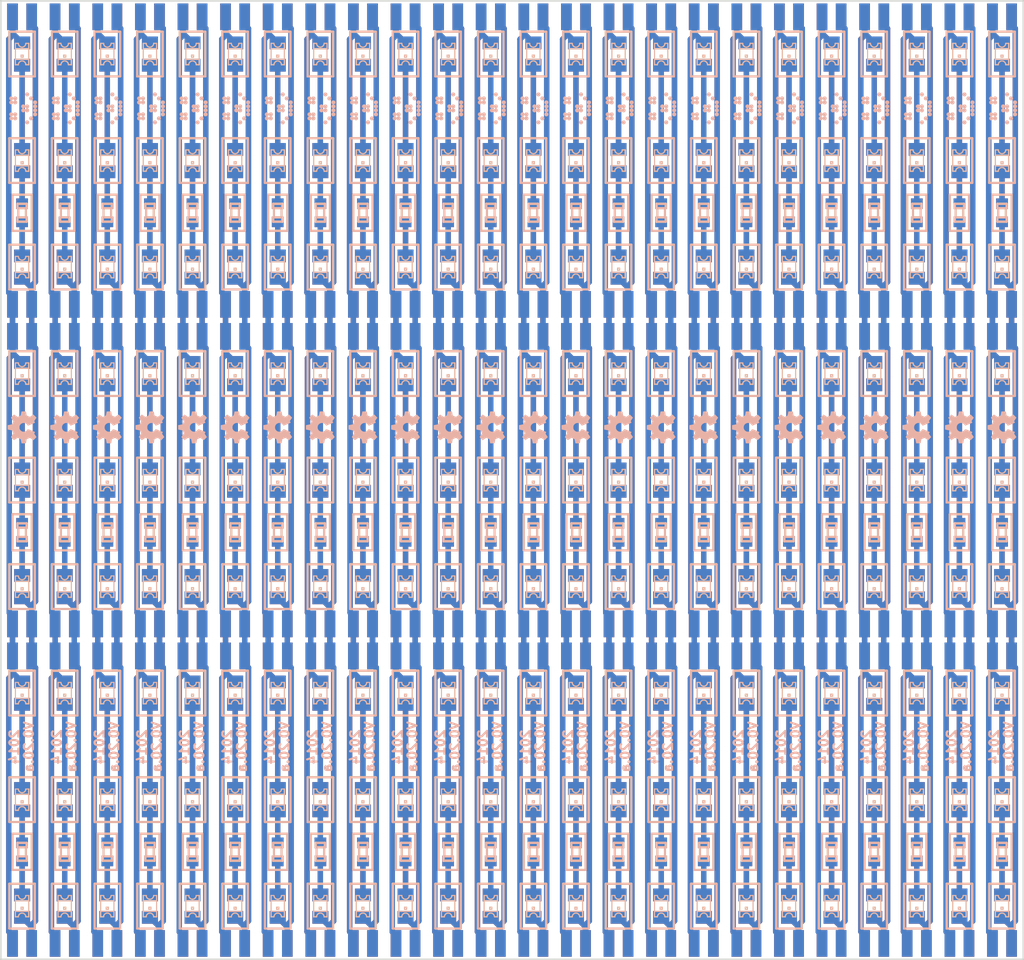
<source format=kicad_pcb>
(kicad_pcb (version 3) (host pcbnew "(2014-05-23 BZR 4886)-product")
  (title_block (title LED-strip_90x4mm) (date "21 May 2014") (rev 0.20.a) (company "2014 - blog.spitzenpfeil.org"))
  (layers (15 Front signal) (0 Back signal) (18 B.Paste user) (19 F.Paste user) (20 B.SilkS user) (21 F.SilkS user) (22 B.Mask user) (23 F.Mask user) (28 Edge.Cuts user))
  (net 0 "")
  (net 1 "Net-(D1-Pad2)")
  (net 2 "Net-(D2-Pad2)")
  (net 3 /VCC)
  (net 4 /GND)
  (net 5 "Net-(D3-Pad1)")
  (net 6 "Net-(D4-Pad2)")
  (net 7 "Net-(D5-Pad2)")
  (net 8 "Net-(D6-Pad1)")
  (net 9 "Net-(D7-Pad2)")
  (net 10 "Net-(D8-Pad2)")
  (net 11 "Net-(D9-Pad1)")
  (net 12 "Net-(D10-Pad2)")
  (net 13 "Net-(D11-Pad2)")
  (net 14 "Net-(D12-Pad1)")
  (net 15 "Net-(D13-Pad2)")
  (net 16 "Net-(D14-Pad2)")
  (net 17 "Net-(D15-Pad1)")
  (net 18 "Net-(D16-Pad2)")
  (net 19 "Net-(D17-Pad2)")
  (net 20 "Net-(D18-Pad1)")
  (module my_parts:MADW__SIL-2 (layer Front) (at 288.5 149.5 180)
    (fp_text reference P2 hide)
    (fp_text value CONN_2 hide)
    (pad 2 smd rect (at -0.9 0 180) (size 1 2.5) (layers Front F.Mask) (net 4 /GND))
    (pad 1 smd rect (at 0.9 0 180) (size 1 2.5) (layers Front F.Mask) (net 3 /VCC))
    (pad "" np_thru_hole circle (at 1.45 1.5 180) (size 0.4 0.4) (drill 0.4) (layers *.Cu))
    (pad "" np_thru_hole circle (at -1.45 1.5 180) (size 0.4 0.4) (drill 0.4) (layers *.Cu))
    (pad "" np_thru_hole circle (at 0 1.5 180) (size 0.4 0.4) (drill 0.4) (layers *.Cu))
  )
  (module my_parts:MADW__SIL-2 (layer Front) (at 284.5 149.5 180)
    (fp_text reference P2 hide)
    (fp_text value CONN_2 hide)
    (pad 2 smd rect (at -0.9 0 180) (size 1 2.5) (layers Front F.Mask) (net 4 /GND))
    (pad 1 smd rect (at 0.9 0 180) (size 1 2.5) (layers Front F.Mask) (net 3 /VCC))
    (pad "" np_thru_hole circle (at 1.45 1.5 180) (size 0.4 0.4) (drill 0.4) (layers *.Cu))
    (pad "" np_thru_hole circle (at -1.45 1.5 180) (size 0.4 0.4) (drill 0.4) (layers *.Cu))
    (pad "" np_thru_hole circle (at 0 1.5 180) (size 0.4 0.4) (drill 0.4) (layers *.Cu))
  )
  (module my_parts:MADW__SIL-2 (layer Front) (at 288.5 119.5 180)
    (fp_text reference P4 hide)
    (fp_text value CONN_2 hide)
    (pad 2 smd rect (at -0.9 0 180) (size 1 2.5) (layers Front F.Mask) (net 4 /GND))
    (pad 1 smd rect (at 0.9 0 180) (size 1 2.5) (layers Front F.Mask) (net 3 /VCC))
    (pad "" np_thru_hole circle (at 1.55 1.5 180) (size 0.4 0.4) (drill 0.4) (layers *.Cu))
    (pad "" np_thru_hole circle (at -1.55 1.5 180) (size 0.4 0.4) (drill 0.4) (layers *.Cu))
    (pad "" np_thru_hole circle (at 0 1.5 180) (size 0.4 0.4) (drill 0.4) (layers *.Cu))
  )
  (module my_parts:MADW__SIL-2 (layer Front) (at 284.5 119.5 180)
    (fp_text reference P4 hide)
    (fp_text value CONN_2 hide)
    (pad 2 smd rect (at -0.9 0 180) (size 1 2.5) (layers Front F.Mask) (net 4 /GND))
    (pad 1 smd rect (at 0.9 0 180) (size 1 2.5) (layers Front F.Mask) (net 3 /VCC))
    (pad "" np_thru_hole circle (at 1.55 1.5 180) (size 0.4 0.4) (drill 0.4) (layers *.Cu))
    (pad "" np_thru_hole circle (at -1.55 1.5 180) (size 0.4 0.4) (drill 0.4) (layers *.Cu))
    (pad 1 np_thru_hole circle (at 0 1.5 180) (size 0.4 0.4) (drill 0.4) (layers *.Cu) (net 3 /VCC))
  )
  (module my_parts:MADW__R0603_2 (layer Front) (at 288.5 137.9 270)
    (fp_text reference R2 hide)
    (fp_text value R hide)
    (pad 1 smd rect (at -0.84836 0 270) (size 0.99822 1.09982) (layers Front F.Paste F.Mask) (net 7 "Net-(D5-Pad2)"))
    (pad 2 smd rect (at 0.84836 0 270) (size 0.99822 1.09982) (layers Front F.Paste F.Mask) (net 8 "Net-(D6-Pad1)"))
  )
  (module my_parts:MADW__R0603_2 (layer Front) (at 288.5 167.9 270)
    (fp_text reference R1 hide)
    (fp_text value R hide)
    (pad 1 smd rect (at -0.84836 0 270) (size 0.99822 1.09982) (layers Front F.Paste F.Mask) (net 2 "Net-(D2-Pad2)"))
    (pad 2 smd rect (at 0.84836 0 270) (size 0.99822 1.09982) (layers Front F.Paste F.Mask) (net 5 "Net-(D3-Pad1)"))
  )
  (module my_parts:MADW__R0603_2 (layer Back) (at 288.5 137.9 270)
    (fp_text reference R5 hide)
    (fp_text value R hide)
    (pad 1 smd rect (at -0.84836 0 270) (size 0.99822 1.09982) (layers Back B.Paste B.Mask) (net 16 "Net-(D14-Pad2)"))
    (pad 2 smd rect (at 0.84836 0 270) (size 0.99822 1.09982) (layers Back B.Paste B.Mask) (net 17 "Net-(D15-Pad1)"))
  )
  (module my_parts:MADW__R0603_2 (layer Back) (at 288.5 167.9 270)
    (fp_text reference R6 hide)
    (fp_text value R hide)
    (pad 1 smd rect (at -0.84836 0 270) (size 0.99822 1.09982) (layers Back B.Paste B.Mask) (net 19 "Net-(D17-Pad2)"))
    (pad 2 smd rect (at 0.84836 0 270) (size 0.99822 1.09982) (layers Back B.Paste B.Mask) (net 20 "Net-(D18-Pad1)"))
  )
  (module my_parts:MADW__R0603_2 (layer Front) (at 288.5 107.9 270)
    (fp_text reference R3 hide)
    (fp_text value R hide)
    (pad 1 smd rect (at -0.84836 0 270) (size 0.99822 1.09982) (layers Front F.Paste F.Mask) (net 10 "Net-(D8-Pad2)"))
    (pad 2 smd rect (at 0.84836 0 270) (size 0.99822 1.09982) (layers Front F.Paste F.Mask) (net 11 "Net-(D9-Pad1)"))
  )
  (module my_parts:MADW__R0603_2 (layer Back) (at 288.5 107.9 270)
    (fp_text reference R4 hide)
    (fp_text value R hide)
    (pad 1 smd rect (at -0.84836 0 270) (size 0.99822 1.09982) (layers Back B.Paste B.Mask) (net 13 "Net-(D11-Pad2)"))
    (pad 2 smd rect (at 0.84836 0 270) (size 0.99822 1.09982) (layers Back B.Paste B.Mask) (net 14 "Net-(D12-Pad1)"))
  )
  (module my_parts:MADW__CHIPLED-0805 (layer Back) (at 288.5 93 270)
    (fp_text reference D10 hide)
    (fp_text value LED hide)
    (pad 1 smd rect (at -1.04902 0 270) (size 1.2 1.5) (layers Back B.Paste B.Mask) (net 3 /VCC))
    (pad 2 smd rect (at 1.04902 0 270) (size 1.2 1.5) (layers Back B.Paste B.Mask) (net 12 "Net-(D10-Pad2)"))
  )
  (module my_parts:MADW__CHIPLED-0805 (layer Front) (at 288.5 93 270)
    (fp_text reference D7 hide)
    (fp_text value LED hide)
    (pad 1 smd rect (at -1.04902 0 270) (size 1.2 1.5) (layers Front F.Paste F.Mask) (net 3 /VCC))
    (pad 2 smd rect (at 1.04902 0 270) (size 1.2 1.5) (layers Front F.Paste F.Mask) (net 9 "Net-(D7-Pad2)"))
  )
  (module my_parts:MADW__CHIPLED-0805 (layer Front) (at 288.5 123 270)
    (fp_text reference D4 hide)
    (fp_text value LED hide)
    (pad 1 smd rect (at -1.04902 0 270) (size 1.2 1.5) (layers Front F.Paste F.Mask) (net 3 /VCC))
    (pad 2 smd rect (at 1.04902 0 270) (size 1.2 1.5) (layers Front F.Paste F.Mask) (net 6 "Net-(D4-Pad2)"))
  )
  (module my_parts:MADW__CHIPLED-0805 (layer Front) (at 288.5 133 270)
    (fp_text reference D5 hide)
    (fp_text value LED hide)
    (pad 1 smd rect (at -1.04902 0 270) (size 1.2 1.5) (layers Front F.Paste F.Mask) (net 6 "Net-(D4-Pad2)"))
    (pad 2 smd rect (at 1.04902 0 270) (size 1.2 1.5) (layers Front F.Paste F.Mask) (net 7 "Net-(D5-Pad2)"))
  )
  (module my_parts:MADW__CHIPLED-0805 (layer Front) (at 288.5 143 270)
    (fp_text reference D6 hide)
    (fp_text value LED hide)
    (pad 1 smd rect (at -1.04902 0 270) (size 1.2 1.5) (layers Front F.Paste F.Mask) (net 8 "Net-(D6-Pad1)"))
    (pad 2 smd rect (at 1.04902 0 270) (size 1.2 1.5) (layers Front F.Paste F.Mask) (net 4 /GND))
  )
  (module my_parts:MADW__CHIPLED-0805 (layer Front) (at 288.5 153 270)
    (fp_text reference D1 hide)
    (fp_text value LED hide)
    (pad 1 smd rect (at -1.04902 0 270) (size 1.2 1.5) (layers Front F.Paste F.Mask) (net 3 /VCC))
    (pad 2 smd rect (at 1.04902 0 270) (size 1.2 1.5) (layers Front F.Paste F.Mask) (net 1 "Net-(D1-Pad2)"))
  )
  (module my_parts:MADW__CHIPLED-0805 (layer Front) (at 288.5 163 270)
    (fp_text reference D2 hide)
    (fp_text value LED hide)
    (pad 1 smd rect (at -1.04902 0 270) (size 1.2 1.5) (layers Front F.Paste F.Mask) (net 1 "Net-(D1-Pad2)"))
    (pad 2 smd rect (at 1.04902 0 270) (size 1.2 1.5) (layers Front F.Paste F.Mask) (net 2 "Net-(D2-Pad2)"))
  )
  (module my_parts:MADW__CHIPLED-0805 (layer Front) (at 288.5 173 270)
    (fp_text reference D3 hide)
    (fp_text value LED hide)
    (pad 1 smd rect (at -1.04902 0 270) (size 1.2 1.5) (layers Front F.Paste F.Mask) (net 5 "Net-(D3-Pad1)"))
    (pad 2 smd rect (at 1.04902 0 270) (size 1.2 1.5) (layers Front F.Paste F.Mask) (net 4 /GND))
  )
  (module my_parts:MADW__CHIPLED-0805 (layer Back) (at 288.5 123 270)
    (fp_text reference D13 hide)
    (fp_text value LED hide)
    (pad 1 smd rect (at -1.04902 0 270) (size 1.2 1.5) (layers Back B.Paste B.Mask) (net 3 /VCC))
    (pad 2 smd rect (at 1.04902 0 270) (size 1.2 1.5) (layers Back B.Paste B.Mask) (net 15 "Net-(D13-Pad2)"))
  )
  (module my_parts:MADW__CHIPLED-0805 (layer Back) (at 288.5 133 270)
    (fp_text reference D14 hide)
    (fp_text value LED hide)
    (pad 1 smd rect (at -1.04902 0 270) (size 1.2 1.5) (layers Back B.Paste B.Mask) (net 15 "Net-(D13-Pad2)"))
    (pad 2 smd rect (at 1.04902 0 270) (size 1.2 1.5) (layers Back B.Paste B.Mask) (net 16 "Net-(D14-Pad2)"))
  )
  (module my_parts:MADW__CHIPLED-0805 (layer Back) (at 288.5 143 270)
    (fp_text reference D15 hide)
    (fp_text value LED hide)
    (pad 1 smd rect (at -1.04902 0 270) (size 1.2 1.5) (layers Back B.Paste B.Mask) (net 17 "Net-(D15-Pad1)"))
    (pad 2 smd rect (at 1.04902 0 270) (size 1.2 1.5) (layers Back B.Paste B.Mask) (net 4 /GND))
  )
  (module my_parts:MADW__CHIPLED-0805 (layer Back) (at 288.5 153 270)
    (fp_text reference D16 hide)
    (fp_text value LED hide)
    (pad 1 smd rect (at -1.04902 0 270) (size 1.2 1.5) (layers Back B.Paste B.Mask) (net 3 /VCC))
    (pad 2 smd rect (at 1.04902 0 270) (size 1.2 1.5) (layers Back B.Paste B.Mask) (net 18 "Net-(D16-Pad2)"))
  )
  (module my_parts:MADW__CHIPLED-0805 (layer Back) (at 288.5 163 270)
    (fp_text reference D17 hide)
    (fp_text value LED hide)
    (pad 1 smd rect (at -1.04902 0 270) (size 1.2 1.5) (layers Back B.Paste B.Mask) (net 18 "Net-(D16-Pad2)"))
    (pad 2 smd rect (at 1.04902 0 270) (size 1.2 1.5) (layers Back B.Paste B.Mask) (net 19 "Net-(D17-Pad2)"))
  )
  (module my_parts:MADW__CHIPLED-0805 (layer Back) (at 288.5 173 270)
    (fp_text reference D18 hide)
    (fp_text value LED hide)
    (pad 1 smd rect (at -1.04902 0 270) (size 1.2 1.5) (layers Back B.Paste B.Mask) (net 20 "Net-(D18-Pad1)"))
    (pad 2 smd rect (at 1.04902 0 270) (size 1.2 1.5) (layers Back B.Paste B.Mask) (net 4 /GND))
  )
  (module my_parts:MADW__CHIPLED-0805 (layer Front) (at 288.5 103 270)
    (fp_text reference D8 hide)
    (fp_text value LED hide)
    (pad 1 smd rect (at -1.04902 0 270) (size 1.2 1.5) (layers Front F.Paste F.Mask) (net 9 "Net-(D7-Pad2)"))
    (pad 2 smd rect (at 1.04902 0 270) (size 1.2 1.5) (layers Front F.Paste F.Mask) (net 10 "Net-(D8-Pad2)"))
  )
  (module my_parts:MADW__CHIPLED-0805 (layer Back) (at 288.5 103 270)
    (fp_text reference D11 hide)
    (fp_text value LED hide)
    (pad 1 smd rect (at -1.04902 0 270) (size 1.2 1.5) (layers Back B.Paste B.Mask) (net 12 "Net-(D10-Pad2)"))
    (pad 2 smd rect (at 1.04902 0 270) (size 1.2 1.5) (layers Back B.Paste B.Mask) (net 13 "Net-(D11-Pad2)"))
  )
  (module my_parts:MADW__CHIPLED-0805 (layer Front) (at 288.5 113 270)
    (fp_text reference D9 hide)
    (fp_text value LED hide)
    (pad 1 smd rect (at -1.04902 0 270) (size 1.2 1.5) (layers Front F.Paste F.Mask) (net 11 "Net-(D9-Pad1)"))
    (pad 2 smd rect (at 1.04902 0 270) (size 1.2 1.5) (layers Front F.Paste F.Mask) (net 4 /GND))
  )
  (module my_parts:MADW__CHIPLED-0805 (layer Back) (at 288.5 113 270)
    (fp_text reference D12 hide)
    (fp_text value LED hide)
    (pad 1 smd rect (at -1.04902 0 270) (size 1.2 1.5) (layers Back B.Paste B.Mask) (net 14 "Net-(D12-Pad1)"))
    (pad 2 smd rect (at 1.04902 0 270) (size 1.2 1.5) (layers Back B.Paste B.Mask) (net 4 /GND))
  )
  (module led-smile:LED_smile_silkscreen_3mm (layer Back) (at 288.6 98.1 90)
    (fp_text reference G1 hide)
    (fp_text value LED_smile_silkscreen_3mm hide)
  )
  (module oshw-logo:OSHW-logo_silkscreen_3mm (layer Back) (at 288.5 128.05 90)
    (fp_text reference G2 hide)
    (fp_text value OSHW-logo_silkscreen_3mm hide)
  )
  (module my_parts:MADW__SIL-2 (layer Front) (at 288.5 89.5 180)
    (fp_text reference P6 hide)
    (fp_text value CONN_2 hide)
    (pad 2 smd rect (at -0.9 0 180) (size 1 2.5) (layers Front F.Mask) (net 4 /GND))
    (pad 1 smd rect (at 0.9 0 180) (size 1 2.5) (layers Front F.Mask) (net 3 /VCC))
  )
  (module my_parts:MADW__SIL-2 (layer Front) (at 288.5 146.5 180)
    (fp_text reference P3 hide)
    (fp_text value CONN_2 hide)
    (pad 2 smd rect (at -0.9 0 180) (size 1 2.5) (layers Front F.Mask) (net 4 /GND))
    (pad 1 smd rect (at 0.9 0 180) (size 1 2.5) (layers Front F.Mask) (net 3 /VCC))
  )
  (module my_parts:MADW__SIL-2 (layer Front) (at 288.5 116.5 180)
    (fp_text reference P5 hide)
    (fp_text value CONN_2 hide)
    (pad 2 smd rect (at -0.9 0 180) (size 1 2.5) (layers Front F.Mask) (net 4 /GND))
    (pad 1 smd rect (at 0.9 0 180) (size 1 2.5) (layers Front F.Mask) (net 3 /VCC))
  )
  (module my_parts:MADW__SIL-2 (layer Back) (at 288.5 176.5 180)
    (fp_text reference P12 hide)
    (fp_text value CONN_2 hide)
    (pad 2 smd rect (at -0.9 0 180) (size 1 2.5) (layers Back B.Mask) (net 4 /GND))
    (pad 1 smd rect (at 0.9 0 180) (size 1 2.5) (layers Back B.Mask) (net 3 /VCC))
  )
  (module my_parts:MADW__SIL-2 (layer Back) (at 288.5 149.5 180)
    (fp_text reference P11 hide)
    (fp_text value CONN_2 hide)
    (pad 2 smd rect (at -0.9 0 180) (size 1 2.5) (layers Back B.Mask) (net 4 /GND))
    (pad 1 smd rect (at 0.9 0 180) (size 1 2.5) (layers Back B.Mask) (net 3 /VCC))
  )
  (module my_parts:MADW__SIL-2 (layer Back) (at 288.5 146.5 180)
    (fp_text reference P10 hide)
    (fp_text value CONN_2 hide)
    (pad 2 smd rect (at -0.9 0 180) (size 1 2.5) (layers Back B.Mask) (net 4 /GND))
    (pad 1 smd rect (at 0.9 0 180) (size 1 2.5) (layers Back B.Mask) (net 3 /VCC))
  )
  (module my_parts:MADW__SIL-2 (layer Back) (at 288.5 119.5 180)
    (fp_text reference P9 hide)
    (fp_text value CONN_2 hide)
    (pad 2 smd rect (at -0.9 0 180) (size 1 2.5) (layers Back B.Mask) (net 4 /GND))
    (pad 1 smd rect (at 0.9 0 180) (size 1 2.5) (layers Back B.Mask) (net 3 /VCC))
  )
  (module my_parts:MADW__SIL-2 (layer Back) (at 288.5 116.5 180)
    (fp_text reference P8 hide)
    (fp_text value CONN_2 hide)
    (pad 2 smd rect (at -0.9 0 180) (size 1 2.5) (layers Back B.Mask) (net 4 /GND))
    (pad 1 smd rect (at 0.9 0 180) (size 1 2.5) (layers Back B.Mask) (net 3 /VCC))
  )
  (module my_parts:MADW__SIL-2 (layer Back) (at 288.5 89.5 180)
    (fp_text reference P7 hide)
    (fp_text value CONN_2 hide)
    (pad 2 smd rect (at -0.9 0 180) (size 1 2.5) (layers Back B.Mask) (net 4 /GND))
    (pad 1 smd rect (at 0.9 0 180) (size 1 2.5) (layers Back B.Mask) (net 3 /VCC))
  )
  (module my_parts:MADW__SIL-2 (layer Front) (at 288.5 176.5 180)
    (fp_text reference P1 hide)
    (fp_text value CONN_2 hide)
    (pad 2 smd rect (at -0.9 0 180) (size 1 2.5) (layers Front F.Mask) (net 4 /GND))
    (pad 1 smd rect (at 0.9 0 180) (size 1 2.5) (layers Front F.Mask) (net 3 /VCC))
  )
  (module my_parts:MADW__SIL-2 (layer Front) (at 284.5 176.5 180)
    (fp_text reference P1 hide)
    (fp_text value CONN_2 hide)
    (pad 2 smd rect (at -0.9 0 180) (size 1 2.5) (layers Front F.Mask) (net 4 /GND))
    (pad 1 smd rect (at 0.9 0 180) (size 1 2.5) (layers Front F.Mask) (net 3 /VCC))
  )
  (module my_parts:MADW__SIL-2 (layer Back) (at 284.5 89.5 180)
    (fp_text reference P7 hide)
    (fp_text value CONN_2 hide)
    (pad 2 smd rect (at -0.9 0 180) (size 1 2.5) (layers Back B.Mask) (net 4 /GND))
    (pad 1 smd rect (at 0.9 0 180) (size 1 2.5) (layers Back B.Mask) (net 3 /VCC))
  )
  (module my_parts:MADW__SIL-2 (layer Back) (at 284.5 116.5 180)
    (fp_text reference P8 hide)
    (fp_text value CONN_2 hide)
    (pad 2 smd rect (at -0.9 0 180) (size 1 2.5) (layers Back B.Mask) (net 4 /GND))
    (pad 1 smd rect (at 0.9 0 180) (size 1 2.5) (layers Back B.Mask) (net 3 /VCC))
  )
  (module my_parts:MADW__SIL-2 (layer Back) (at 284.5 119.5 180)
    (fp_text reference P9 hide)
    (fp_text value CONN_2 hide)
    (pad 2 smd rect (at -0.9 0 180) (size 1 2.5) (layers Back B.Mask) (net 4 /GND))
    (pad 1 smd rect (at 0.9 0 180) (size 1 2.5) (layers Back B.Mask) (net 3 /VCC))
  )
  (module my_parts:MADW__SIL-2 (layer Back) (at 284.5 146.5 180)
    (fp_text reference P10 hide)
    (fp_text value CONN_2 hide)
    (pad 2 smd rect (at -0.9 0 180) (size 1 2.5) (layers Back B.Mask) (net 4 /GND))
    (pad 1 smd rect (at 0.9 0 180) (size 1 2.5) (layers Back B.Mask) (net 3 /VCC))
  )
  (module my_parts:MADW__SIL-2 (layer Back) (at 284.5 149.5 180)
    (fp_text reference P11 hide)
    (fp_text value CONN_2 hide)
    (pad 2 smd rect (at -0.9 0 180) (size 1 2.5) (layers Back B.Mask) (net 4 /GND))
    (pad 1 smd rect (at 0.9 0 180) (size 1 2.5) (layers Back B.Mask) (net 3 /VCC))
  )
  (module my_parts:MADW__SIL-2 (layer Back) (at 284.5 176.5 180)
    (fp_text reference P12 hide)
    (fp_text value CONN_2 hide)
    (pad 2 smd rect (at -0.9 0 180) (size 1 2.5) (layers Back B.Mask) (net 4 /GND))
    (pad 1 smd rect (at 0.9 0 180) (size 1 2.5) (layers Back B.Mask) (net 3 /VCC))
  )
  (module my_parts:MADW__SIL-2 (layer Front) (at 284.5 116.5 180)
    (fp_text reference P5 hide)
    (fp_text value CONN_2 hide)
    (pad 2 smd rect (at -0.9 0 180) (size 1 2.5) (layers Front F.Mask) (net 4 /GND))
    (pad 1 smd rect (at 0.9 0 180) (size 1 2.5) (layers Front F.Mask) (net 3 /VCC))
  )
  (module my_parts:MADW__SIL-2 (layer Front) (at 284.5 146.5 180)
    (fp_text reference P3 hide)
    (fp_text value CONN_2 hide)
    (pad 2 smd rect (at -0.9 0 180) (size 1 2.5) (layers Front F.Mask) (net 4 /GND))
    (pad 1 smd rect (at 0.9 0 180) (size 1 2.5) (layers Front F.Mask) (net 3 /VCC))
  )
  (module my_parts:MADW__SIL-2 (layer Front) (at 284.5 89.5 180)
    (fp_text reference P6 hide)
    (fp_text value CONN_2 hide)
    (pad 2 smd rect (at -0.9 0 180) (size 1 2.5) (layers Front F.Mask) (net 4 /GND))
    (pad 1 smd rect (at 0.9 0 180) (size 1 2.5) (layers Front F.Mask) (net 3 /VCC))
  )
  (module oshw-logo:OSHW-logo_silkscreen_3mm (layer Back) (at 284.5 128.05 90)
    (fp_text reference G2 hide)
    (fp_text value OSHW-logo_silkscreen_3mm hide)
  )
  (module led-smile:LED_smile_silkscreen_3mm (layer Back) (at 284.6 98.1 90)
    (fp_text reference G1 hide)
    (fp_text value LED_smile_silkscreen_3mm hide)
  )
  (module my_parts:MADW__CHIPLED-0805 (layer Back) (at 284.5 113 270)
    (fp_text reference D12 hide)
    (fp_text value LED hide)
    (pad 1 smd rect (at -1.04902 0 270) (size 1.2 1.5) (layers Back B.Paste B.Mask) (net 14 "Net-(D12-Pad1)"))
    (pad 2 smd rect (at 1.04902 0 270) (size 1.2 1.5) (layers Back B.Paste B.Mask) (net 4 /GND))
  )
  (module my_parts:MADW__CHIPLED-0805 (layer Front) (at 284.5 113 270)
    (fp_text reference D9 hide)
    (fp_text value LED hide)
    (pad 1 smd rect (at -1.04902 0 270) (size 1.2 1.5) (layers Front F.Paste F.Mask) (net 11 "Net-(D9-Pad1)"))
    (pad 2 smd rect (at 1.04902 0 270) (size 1.2 1.5) (layers Front F.Paste F.Mask) (net 4 /GND))
  )
  (module my_parts:MADW__CHIPLED-0805 (layer Back) (at 284.5 103 270)
    (fp_text reference D11 hide)
    (fp_text value LED hide)
    (pad 1 smd rect (at -1.04902 0 270) (size 1.2 1.5) (layers Back B.Paste B.Mask) (net 12 "Net-(D10-Pad2)"))
    (pad 2 smd rect (at 1.04902 0 270) (size 1.2 1.5) (layers Back B.Paste B.Mask) (net 13 "Net-(D11-Pad2)"))
  )
  (module my_parts:MADW__CHIPLED-0805 (layer Front) (at 284.5 103 270)
    (fp_text reference D8 hide)
    (fp_text value LED hide)
    (pad 1 smd rect (at -1.04902 0 270) (size 1.2 1.5) (layers Front F.Paste F.Mask) (net 9 "Net-(D7-Pad2)"))
    (pad 2 smd rect (at 1.04902 0 270) (size 1.2 1.5) (layers Front F.Paste F.Mask) (net 10 "Net-(D8-Pad2)"))
  )
  (module my_parts:MADW__CHIPLED-0805 (layer Back) (at 284.5 173 270)
    (fp_text reference D18 hide)
    (fp_text value LED hide)
    (pad 1 smd rect (at -1.04902 0 270) (size 1.2 1.5) (layers Back B.Paste B.Mask) (net 20 "Net-(D18-Pad1)"))
    (pad 2 smd rect (at 1.04902 0 270) (size 1.2 1.5) (layers Back B.Paste B.Mask) (net 4 /GND))
  )
  (module my_parts:MADW__CHIPLED-0805 (layer Back) (at 284.5 163 270)
    (fp_text reference D17 hide)
    (fp_text value LED hide)
    (pad 1 smd rect (at -1.04902 0 270) (size 1.2 1.5) (layers Back B.Paste B.Mask) (net 18 "Net-(D16-Pad2)"))
    (pad 2 smd rect (at 1.04902 0 270) (size 1.2 1.5) (layers Back B.Paste B.Mask) (net 19 "Net-(D17-Pad2)"))
  )
  (module my_parts:MADW__CHIPLED-0805 (layer Back) (at 284.5 153 270)
    (fp_text reference D16 hide)
    (fp_text value LED hide)
    (pad 1 smd rect (at -1.04902 0 270) (size 1.2 1.5) (layers Back B.Paste B.Mask) (net 3 /VCC))
    (pad 2 smd rect (at 1.04902 0 270) (size 1.2 1.5) (layers Back B.Paste B.Mask) (net 18 "Net-(D16-Pad2)"))
  )
  (module my_parts:MADW__CHIPLED-0805 (layer Back) (at 284.5 143 270)
    (fp_text reference D15 hide)
    (fp_text value LED hide)
    (pad 1 smd rect (at -1.04902 0 270) (size 1.2 1.5) (layers Back B.Paste B.Mask) (net 17 "Net-(D15-Pad1)"))
    (pad 2 smd rect (at 1.04902 0 270) (size 1.2 1.5) (layers Back B.Paste B.Mask) (net 4 /GND))
  )
  (module my_parts:MADW__CHIPLED-0805 (layer Back) (at 284.5 133 270)
    (fp_text reference D14 hide)
    (fp_text value LED hide)
    (pad 1 smd rect (at -1.04902 0 270) (size 1.2 1.5) (layers Back B.Paste B.Mask) (net 15 "Net-(D13-Pad2)"))
    (pad 2 smd rect (at 1.04902 0 270) (size 1.2 1.5) (layers Back B.Paste B.Mask) (net 16 "Net-(D14-Pad2)"))
  )
  (module my_parts:MADW__CHIPLED-0805 (layer Back) (at 284.5 123 270)
    (fp_text reference D13 hide)
    (fp_text value LED hide)
    (pad 1 smd rect (at -1.04902 0 270) (size 1.2 1.5) (layers Back B.Paste B.Mask) (net 3 /VCC))
    (pad 2 smd rect (at 1.04902 0 270) (size 1.2 1.5) (layers Back B.Paste B.Mask) (net 15 "Net-(D13-Pad2)"))
  )
  (module my_parts:MADW__CHIPLED-0805 (layer Front) (at 284.5 173 270)
    (fp_text reference D3 hide)
    (fp_text value LED hide)
    (pad 1 smd rect (at -1.04902 0 270) (size 1.2 1.5) (layers Front F.Paste F.Mask) (net 5 "Net-(D3-Pad1)"))
    (pad 2 smd rect (at 1.04902 0 270) (size 1.2 1.5) (layers Front F.Paste F.Mask) (net 4 /GND))
  )
  (module my_parts:MADW__CHIPLED-0805 (layer Front) (at 284.5 163 270)
    (fp_text reference D2 hide)
    (fp_text value LED hide)
    (pad 1 smd rect (at -1.04902 0 270) (size 1.2 1.5) (layers Front F.Paste F.Mask) (net 1 "Net-(D1-Pad2)"))
    (pad 2 smd rect (at 1.04902 0 270) (size 1.2 1.5) (layers Front F.Paste F.Mask) (net 2 "Net-(D2-Pad2)"))
  )
  (module my_parts:MADW__CHIPLED-0805 (layer Front) (at 284.5 153 270)
    (fp_text reference D1 hide)
    (fp_text value LED hide)
    (pad 1 smd rect (at -1.04902 0 270) (size 1.2 1.5) (layers Front F.Paste F.Mask) (net 3 /VCC))
    (pad 2 smd rect (at 1.04902 0 270) (size 1.2 1.5) (layers Front F.Paste F.Mask) (net 1 "Net-(D1-Pad2)"))
  )
  (module my_parts:MADW__CHIPLED-0805 (layer Front) (at 284.5 143 270)
    (fp_text reference D6 hide)
    (fp_text value LED hide)
    (pad 1 smd rect (at -1.04902 0 270) (size 1.2 1.5) (layers Front F.Paste F.Mask) (net 8 "Net-(D6-Pad1)"))
    (pad 2 smd rect (at 1.04902 0 270) (size 1.2 1.5) (layers Front F.Paste F.Mask) (net 4 /GND))
  )
  (module my_parts:MADW__CHIPLED-0805 (layer Front) (at 284.5 133 270)
    (fp_text reference D5 hide)
    (fp_text value LED hide)
    (pad 1 smd rect (at -1.04902 0 270) (size 1.2 1.5) (layers Front F.Paste F.Mask) (net 6 "Net-(D4-Pad2)"))
    (pad 2 smd rect (at 1.04902 0 270) (size 1.2 1.5) (layers Front F.Paste F.Mask) (net 7 "Net-(D5-Pad2)"))
  )
  (module my_parts:MADW__CHIPLED-0805 (layer Front) (at 284.5 123 270)
    (fp_text reference D4 hide)
    (fp_text value LED hide)
    (pad 1 smd rect (at -1.04902 0 270) (size 1.2 1.5) (layers Front F.Paste F.Mask) (net 3 /VCC))
    (pad 2 smd rect (at 1.04902 0 270) (size 1.2 1.5) (layers Front F.Paste F.Mask) (net 6 "Net-(D4-Pad2)"))
  )
  (module my_parts:MADW__CHIPLED-0805 (layer Front) (at 284.5 93 270)
    (fp_text reference D7 hide)
    (fp_text value LED hide)
    (pad 1 smd rect (at -1.04902 0 270) (size 1.2 1.5) (layers Front F.Paste F.Mask) (net 3 /VCC))
    (pad 2 smd rect (at 1.04902 0 270) (size 1.2 1.5) (layers Front F.Paste F.Mask) (net 9 "Net-(D7-Pad2)"))
  )
  (module my_parts:MADW__CHIPLED-0805 (layer Back) (at 284.5 93 270)
    (fp_text reference D10 hide)
    (fp_text value LED hide)
    (pad 1 smd rect (at -1.04902 0 270) (size 1.2 1.5) (layers Back B.Paste B.Mask) (net 3 /VCC))
    (pad 2 smd rect (at 1.04902 0 270) (size 1.2 1.5) (layers Back B.Paste B.Mask) (net 12 "Net-(D10-Pad2)"))
  )
  (module my_parts:MADW__R0603_2 (layer Back) (at 284.5 107.9 270)
    (fp_text reference R4 hide)
    (fp_text value R hide)
    (pad 1 smd rect (at -0.84836 0 270) (size 0.99822 1.09982) (layers Back B.Paste B.Mask) (net 13 "Net-(D11-Pad2)"))
    (pad 2 smd rect (at 0.84836 0 270) (size 0.99822 1.09982) (layers Back B.Paste B.Mask) (net 14 "Net-(D12-Pad1)"))
  )
  (module my_parts:MADW__R0603_2 (layer Front) (at 284.5 107.9 270)
    (fp_text reference R3 hide)
    (fp_text value R hide)
    (pad 1 smd rect (at -0.84836 0 270) (size 0.99822 1.09982) (layers Front F.Paste F.Mask) (net 10 "Net-(D8-Pad2)"))
    (pad 2 smd rect (at 0.84836 0 270) (size 0.99822 1.09982) (layers Front F.Paste F.Mask) (net 11 "Net-(D9-Pad1)"))
  )
  (module my_parts:MADW__R0603_2 (layer Back) (at 284.5 167.9 270)
    (fp_text reference R6 hide)
    (fp_text value R hide)
    (pad 1 smd rect (at -0.84836 0 270) (size 0.99822 1.09982) (layers Back B.Paste B.Mask) (net 19 "Net-(D17-Pad2)"))
    (pad 2 smd rect (at 0.84836 0 270) (size 0.99822 1.09982) (layers Back B.Paste B.Mask) (net 20 "Net-(D18-Pad1)"))
  )
  (module my_parts:MADW__R0603_2 (layer Back) (at 284.5 137.9 270)
    (fp_text reference R5 hide)
    (fp_text value R hide)
    (pad 1 smd rect (at -0.84836 0 270) (size 0.99822 1.09982) (layers Back B.Paste B.Mask) (net 16 "Net-(D14-Pad2)"))
    (pad 2 smd rect (at 0.84836 0 270) (size 0.99822 1.09982) (layers Back B.Paste B.Mask) (net 17 "Net-(D15-Pad1)"))
  )
  (module my_parts:MADW__R0603_2 (layer Front) (at 284.5 167.9 270)
    (fp_text reference R1 hide)
    (fp_text value R hide)
    (pad 1 smd rect (at -0.84836 0 270) (size 0.99822 1.09982) (layers Front F.Paste F.Mask) (net 2 "Net-(D2-Pad2)"))
    (pad 2 smd rect (at 0.84836 0 270) (size 0.99822 1.09982) (layers Front F.Paste F.Mask) (net 5 "Net-(D3-Pad1)"))
  )
  (module my_parts:MADW__R0603_2 (layer Front) (at 284.5 137.9 270)
    (fp_text reference R2 hide)
    (fp_text value R hide)
    (pad 1 smd rect (at -0.84836 0 270) (size 0.99822 1.09982) (layers Front F.Paste F.Mask) (net 7 "Net-(D5-Pad2)"))
    (pad 2 smd rect (at 0.84836 0 270) (size 0.99822 1.09982) (layers Front F.Paste F.Mask) (net 8 "Net-(D6-Pad1)"))
  )
  (module my_parts:MADW__R0603_2 (layer Front) (at 372.5 137.9 270)
    (fp_text reference R2 hide)
    (fp_text value R hide)
    (pad 1 smd rect (at -0.84836 0 270) (size 0.99822 1.09982) (layers Front F.Paste F.Mask) (net 7 "Net-(D5-Pad2)"))
    (pad 2 smd rect (at 0.84836 0 270) (size 0.99822 1.09982) (layers Front F.Paste F.Mask) (net 8 "Net-(D6-Pad1)"))
  )
  (module my_parts:MADW__R0603_2 (layer Front) (at 372.5 167.9 270)
    (fp_text reference R1 hide)
    (fp_text value R hide)
    (pad 1 smd rect (at -0.84836 0 270) (size 0.99822 1.09982) (layers Front F.Paste F.Mask) (net 2 "Net-(D2-Pad2)"))
    (pad 2 smd rect (at 0.84836 0 270) (size 0.99822 1.09982) (layers Front F.Paste F.Mask) (net 5 "Net-(D3-Pad1)"))
  )
  (module my_parts:MADW__R0603_2 (layer Back) (at 372.5 137.9 270)
    (fp_text reference R5 hide)
    (fp_text value R hide)
    (pad 1 smd rect (at -0.84836 0 270) (size 0.99822 1.09982) (layers Back B.Paste B.Mask) (net 16 "Net-(D14-Pad2)"))
    (pad 2 smd rect (at 0.84836 0 270) (size 0.99822 1.09982) (layers Back B.Paste B.Mask) (net 17 "Net-(D15-Pad1)"))
  )
  (module my_parts:MADW__R0603_2 (layer Back) (at 372.5 167.9 270)
    (fp_text reference R6 hide)
    (fp_text value R hide)
    (pad 1 smd rect (at -0.84836 0 270) (size 0.99822 1.09982) (layers Back B.Paste B.Mask) (net 19 "Net-(D17-Pad2)"))
    (pad 2 smd rect (at 0.84836 0 270) (size 0.99822 1.09982) (layers Back B.Paste B.Mask) (net 20 "Net-(D18-Pad1)"))
  )
  (module my_parts:MADW__R0603_2 (layer Front) (at 372.5 107.9 270)
    (fp_text reference R3 hide)
    (fp_text value R hide)
    (pad 1 smd rect (at -0.84836 0 270) (size 0.99822 1.09982) (layers Front F.Paste F.Mask) (net 10 "Net-(D8-Pad2)"))
    (pad 2 smd rect (at 0.84836 0 270) (size 0.99822 1.09982) (layers Front F.Paste F.Mask) (net 11 "Net-(D9-Pad1)"))
  )
  (module my_parts:MADW__R0603_2 (layer Back) (at 372.5 107.9 270)
    (fp_text reference R4 hide)
    (fp_text value R hide)
    (pad 1 smd rect (at -0.84836 0 270) (size 0.99822 1.09982) (layers Back B.Paste B.Mask) (net 13 "Net-(D11-Pad2)"))
    (pad 2 smd rect (at 0.84836 0 270) (size 0.99822 1.09982) (layers Back B.Paste B.Mask) (net 14 "Net-(D12-Pad1)"))
  )
  (module my_parts:MADW__CHIPLED-0805 (layer Back) (at 372.5 93 270)
    (fp_text reference D10 hide)
    (fp_text value LED hide)
    (pad 1 smd rect (at -1.04902 0 270) (size 1.2 1.5) (layers Back B.Paste B.Mask) (net 3 /VCC))
    (pad 2 smd rect (at 1.04902 0 270) (size 1.2 1.5) (layers Back B.Paste B.Mask) (net 12 "Net-(D10-Pad2)"))
  )
  (module my_parts:MADW__CHIPLED-0805 (layer Front) (at 372.5 93 270)
    (fp_text reference D7 hide)
    (fp_text value LED hide)
    (pad 1 smd rect (at -1.04902 0 270) (size 1.2 1.5) (layers Front F.Paste F.Mask) (net 3 /VCC))
    (pad 2 smd rect (at 1.04902 0 270) (size 1.2 1.5) (layers Front F.Paste F.Mask) (net 9 "Net-(D7-Pad2)"))
  )
  (module my_parts:MADW__CHIPLED-0805 (layer Front) (at 372.5 123 270)
    (fp_text reference D4 hide)
    (fp_text value LED hide)
    (pad 1 smd rect (at -1.04902 0 270) (size 1.2 1.5) (layers Front F.Paste F.Mask) (net 3 /VCC))
    (pad 2 smd rect (at 1.04902 0 270) (size 1.2 1.5) (layers Front F.Paste F.Mask) (net 6 "Net-(D4-Pad2)"))
  )
  (module my_parts:MADW__CHIPLED-0805 (layer Front) (at 372.5 133 270)
    (fp_text reference D5 hide)
    (fp_text value LED hide)
    (pad 1 smd rect (at -1.04902 0 270) (size 1.2 1.5) (layers Front F.Paste F.Mask) (net 6 "Net-(D4-Pad2)"))
    (pad 2 smd rect (at 1.04902 0 270) (size 1.2 1.5) (layers Front F.Paste F.Mask) (net 7 "Net-(D5-Pad2)"))
  )
  (module my_parts:MADW__CHIPLED-0805 (layer Front) (at 372.5 143 270)
    (fp_text reference D6 hide)
    (fp_text value LED hide)
    (pad 1 smd rect (at -1.04902 0 270) (size 1.2 1.5) (layers Front F.Paste F.Mask) (net 8 "Net-(D6-Pad1)"))
    (pad 2 smd rect (at 1.04902 0 270) (size 1.2 1.5) (layers Front F.Paste F.Mask) (net 4 /GND))
  )
  (module my_parts:MADW__CHIPLED-0805 (layer Front) (at 372.5 153 270)
    (fp_text reference D1 hide)
    (fp_text value LED hide)
    (pad 1 smd rect (at -1.04902 0 270) (size 1.2 1.5) (layers Front F.Paste F.Mask) (net 3 /VCC))
    (pad 2 smd rect (at 1.04902 0 270) (size 1.2 1.5) (layers Front F.Paste F.Mask) (net 1 "Net-(D1-Pad2)"))
  )
  (module my_parts:MADW__CHIPLED-0805 (layer Front) (at 372.5 163 270)
    (fp_text reference D2 hide)
    (fp_text value LED hide)
    (pad 1 smd rect (at -1.04902 0 270) (size 1.2 1.5) (layers Front F.Paste F.Mask) (net 1 "Net-(D1-Pad2)"))
    (pad 2 smd rect (at 1.04902 0 270) (size 1.2 1.5) (layers Front F.Paste F.Mask) (net 2 "Net-(D2-Pad2)"))
  )
  (module my_parts:MADW__CHIPLED-0805 (layer Front) (at 372.5 173 270)
    (fp_text reference D3 hide)
    (fp_text value LED hide)
    (pad 1 smd rect (at -1.04902 0 270) (size 1.2 1.5) (layers Front F.Paste F.Mask) (net 5 "Net-(D3-Pad1)"))
    (pad 2 smd rect (at 1.04902 0 270) (size 1.2 1.5) (layers Front F.Paste F.Mask) (net 4 /GND))
  )
  (module my_parts:MADW__CHIPLED-0805 (layer Back) (at 372.5 123 270)
    (fp_text reference D13 hide)
    (fp_text value LED hide)
    (pad 1 smd rect (at -1.04902 0 270) (size 1.2 1.5) (layers Back B.Paste B.Mask) (net 3 /VCC))
    (pad 2 smd rect (at 1.04902 0 270) (size 1.2 1.5) (layers Back B.Paste B.Mask) (net 15 "Net-(D13-Pad2)"))
  )
  (module my_parts:MADW__CHIPLED-0805 (layer Back) (at 372.5 133 270)
    (fp_text reference D14 hide)
    (fp_text value LED hide)
    (pad 1 smd rect (at -1.04902 0 270) (size 1.2 1.5) (layers Back B.Paste B.Mask) (net 15 "Net-(D13-Pad2)"))
    (pad 2 smd rect (at 1.04902 0 270) (size 1.2 1.5) (layers Back B.Paste B.Mask) (net 16 "Net-(D14-Pad2)"))
  )
  (module my_parts:MADW__CHIPLED-0805 (layer Back) (at 372.5 143 270)
    (fp_text reference D15 hide)
    (fp_text value LED hide)
    (pad 1 smd rect (at -1.04902 0 270) (size 1.2 1.5) (layers Back B.Paste B.Mask) (net 17 "Net-(D15-Pad1)"))
    (pad 2 smd rect (at 1.04902 0 270) (size 1.2 1.5) (layers Back B.Paste B.Mask) (net 4 /GND))
  )
  (module my_parts:MADW__CHIPLED-0805 (layer Back) (at 372.5 153 270)
    (fp_text reference D16 hide)
    (fp_text value LED hide)
    (pad 1 smd rect (at -1.04902 0 270) (size 1.2 1.5) (layers Back B.Paste B.Mask) (net 3 /VCC))
    (pad 2 smd rect (at 1.04902 0 270) (size 1.2 1.5) (layers Back B.Paste B.Mask) (net 18 "Net-(D16-Pad2)"))
  )
  (module my_parts:MADW__CHIPLED-0805 (layer Back) (at 372.5 163 270)
    (fp_text reference D17 hide)
    (fp_text value LED hide)
    (pad 1 smd rect (at -1.04902 0 270) (size 1.2 1.5) (layers Back B.Paste B.Mask) (net 18 "Net-(D16-Pad2)"))
    (pad 2 smd rect (at 1.04902 0 270) (size 1.2 1.5) (layers Back B.Paste B.Mask) (net 19 "Net-(D17-Pad2)"))
  )
  (module my_parts:MADW__CHIPLED-0805 (layer Back) (at 372.5 173 270)
    (fp_text reference D18 hide)
    (fp_text value LED hide)
    (pad 1 smd rect (at -1.04902 0 270) (size 1.2 1.5) (layers Back B.Paste B.Mask) (net 20 "Net-(D18-Pad1)"))
    (pad 2 smd rect (at 1.04902 0 270) (size 1.2 1.5) (layers Back B.Paste B.Mask) (net 4 /GND))
  )
  (module my_parts:MADW__CHIPLED-0805 (layer Front) (at 372.5 103 270)
    (fp_text reference D8 hide)
    (fp_text value LED hide)
    (pad 1 smd rect (at -1.04902 0 270) (size 1.2 1.5) (layers Front F.Paste F.Mask) (net 9 "Net-(D7-Pad2)"))
    (pad 2 smd rect (at 1.04902 0 270) (size 1.2 1.5) (layers Front F.Paste F.Mask) (net 10 "Net-(D8-Pad2)"))
  )
  (module my_parts:MADW__CHIPLED-0805 (layer Back) (at 372.5 103 270)
    (fp_text reference D11 hide)
    (fp_text value LED hide)
    (pad 1 smd rect (at -1.04902 0 270) (size 1.2 1.5) (layers Back B.Paste B.Mask) (net 12 "Net-(D10-Pad2)"))
    (pad 2 smd rect (at 1.04902 0 270) (size 1.2 1.5) (layers Back B.Paste B.Mask) (net 13 "Net-(D11-Pad2)"))
  )
  (module my_parts:MADW__CHIPLED-0805 (layer Front) (at 372.5 113 270)
    (fp_text reference D9 hide)
    (fp_text value LED hide)
    (pad 1 smd rect (at -1.04902 0 270) (size 1.2 1.5) (layers Front F.Paste F.Mask) (net 11 "Net-(D9-Pad1)"))
    (pad 2 smd rect (at 1.04902 0 270) (size 1.2 1.5) (layers Front F.Paste F.Mask) (net 4 /GND))
  )
  (module my_parts:MADW__CHIPLED-0805 (layer Back) (at 372.5 113 270)
    (fp_text reference D12 hide)
    (fp_text value LED hide)
    (pad 1 smd rect (at -1.04902 0 270) (size 1.2 1.5) (layers Back B.Paste B.Mask) (net 14 "Net-(D12-Pad1)"))
    (pad 2 smd rect (at 1.04902 0 270) (size 1.2 1.5) (layers Back B.Paste B.Mask) (net 4 /GND))
  )
  (module led-smile:LED_smile_silkscreen_3mm (layer Back) (at 372.6 98.1 90)
    (fp_text reference G1 hide)
    (fp_text value LED_smile_silkscreen_3mm hide)
  )
  (module oshw-logo:OSHW-logo_silkscreen_3mm (layer Back) (at 372.5 128.05 90)
    (fp_text reference G2 hide)
    (fp_text value OSHW-logo_silkscreen_3mm hide)
  )
  (module my_parts:MADW__SIL-2 (layer Front) (at 372.5 89.5 180)
    (fp_text reference P6 hide)
    (fp_text value CONN_2 hide)
    (pad 2 smd rect (at -0.9 0 180) (size 1 2.5) (layers Front F.Mask) (net 4 /GND))
    (pad 1 smd rect (at 0.9 0 180) (size 1 2.5) (layers Front F.Mask) (net 3 /VCC))
  )
  (module my_parts:MADW__SIL-2 (layer Front) (at 372.5 146.5 180)
    (fp_text reference P3 hide)
    (fp_text value CONN_2 hide)
    (pad 2 smd rect (at -0.9 0 180) (size 1 2.5) (layers Front F.Mask) (net 4 /GND))
    (pad 1 smd rect (at 0.9 0 180) (size 1 2.5) (layers Front F.Mask) (net 3 /VCC))
  )
  (module my_parts:MADW__SIL-2 (layer Front) (at 372.5 116.5 180)
    (fp_text reference P5 hide)
    (fp_text value CONN_2 hide)
    (pad 2 smd rect (at -0.9 0 180) (size 1 2.5) (layers Front F.Mask) (net 4 /GND))
    (pad 1 smd rect (at 0.9 0 180) (size 1 2.5) (layers Front F.Mask) (net 3 /VCC))
  )
  (module my_parts:MADW__SIL-2 (layer Back) (at 372.5 176.5 180)
    (fp_text reference P12 hide)
    (fp_text value CONN_2 hide)
    (pad 2 smd rect (at -0.9 0 180) (size 1 2.5) (layers Back B.Mask) (net 4 /GND))
    (pad 1 smd rect (at 0.9 0 180) (size 1 2.5) (layers Back B.Mask) (net 3 /VCC))
  )
  (module my_parts:MADW__SIL-2 (layer Back) (at 372.5 149.5 180)
    (fp_text reference P11 hide)
    (fp_text value CONN_2 hide)
    (pad 2 smd rect (at -0.9 0 180) (size 1 2.5) (layers Back B.Mask) (net 4 /GND))
    (pad 1 smd rect (at 0.9 0 180) (size 1 2.5) (layers Back B.Mask) (net 3 /VCC))
  )
  (module my_parts:MADW__SIL-2 (layer Back) (at 372.5 146.5 180)
    (fp_text reference P10 hide)
    (fp_text value CONN_2 hide)
    (pad 2 smd rect (at -0.9 0 180) (size 1 2.5) (layers Back B.Mask) (net 4 /GND))
    (pad 1 smd rect (at 0.9 0 180) (size 1 2.5) (layers Back B.Mask) (net 3 /VCC))
  )
  (module my_parts:MADW__SIL-2 (layer Back) (at 372.5 119.5 180)
    (fp_text reference P9 hide)
    (fp_text value CONN_2 hide)
    (pad 2 smd rect (at -0.9 0 180) (size 1 2.5) (layers Back B.Mask) (net 4 /GND))
    (pad 1 smd rect (at 0.9 0 180) (size 1 2.5) (layers Back B.Mask) (net 3 /VCC))
  )
  (module my_parts:MADW__SIL-2 (layer Back) (at 372.5 116.5 180)
    (fp_text reference P8 hide)
    (fp_text value CONN_2 hide)
    (pad 2 smd rect (at -0.9 0 180) (size 1 2.5) (layers Back B.Mask) (net 4 /GND))
    (pad 1 smd rect (at 0.9 0 180) (size 1 2.5) (layers Back B.Mask) (net 3 /VCC))
  )
  (module my_parts:MADW__SIL-2 (layer Back) (at 372.5 89.5 180)
    (fp_text reference P7 hide)
    (fp_text value CONN_2 hide)
    (pad 2 smd rect (at -0.9 0 180) (size 1 2.5) (layers Back B.Mask) (net 4 /GND))
    (pad 1 smd rect (at 0.9 0 180) (size 1 2.5) (layers Back B.Mask) (net 3 /VCC))
  )
  (module my_parts:MADW__SIL-2 (layer Front) (at 372.5 176.5 180)
    (fp_text reference P1 hide)
    (fp_text value CONN_2 hide)
    (pad 2 smd rect (at -0.9 0 180) (size 1 2.5) (layers Front F.Mask) (net 4 /GND))
    (pad 1 smd rect (at 0.9 0 180) (size 1 2.5) (layers Front F.Mask) (net 3 /VCC))
  )
  (module my_parts:MADW__SIL-2 (layer Front) (at 376.5 176.5 180)
    (fp_text reference P1 hide)
    (fp_text value CONN_2 hide)
    (pad 2 smd rect (at -0.9 0 180) (size 1 2.5) (layers Front F.Mask) (net 4 /GND))
    (pad 1 smd rect (at 0.9 0 180) (size 1 2.5) (layers Front F.Mask) (net 3 /VCC))
  )
  (module my_parts:MADW__SIL-2 (layer Back) (at 376.5 89.5 180)
    (fp_text reference P7 hide)
    (fp_text value CONN_2 hide)
    (pad 2 smd rect (at -0.9 0 180) (size 1 2.5) (layers Back B.Mask) (net 4 /GND))
    (pad 1 smd rect (at 0.9 0 180) (size 1 2.5) (layers Back B.Mask) (net 3 /VCC))
  )
  (module my_parts:MADW__SIL-2 (layer Back) (at 376.5 116.5 180)
    (fp_text reference P8 hide)
    (fp_text value CONN_2 hide)
    (pad 2 smd rect (at -0.9 0 180) (size 1 2.5) (layers Back B.Mask) (net 4 /GND))
    (pad 1 smd rect (at 0.9 0 180) (size 1 2.5) (layers Back B.Mask) (net 3 /VCC))
  )
  (module my_parts:MADW__SIL-2 (layer Back) (at 376.5 119.5 180)
    (fp_text reference P9 hide)
    (fp_text value CONN_2 hide)
    (pad 2 smd rect (at -0.9 0 180) (size 1 2.5) (layers Back B.Mask) (net 4 /GND))
    (pad 1 smd rect (at 0.9 0 180) (size 1 2.5) (layers Back B.Mask) (net 3 /VCC))
  )
  (module my_parts:MADW__SIL-2 (layer Back) (at 376.5 146.5 180)
    (fp_text reference P10 hide)
    (fp_text value CONN_2 hide)
    (pad 2 smd rect (at -0.9 0 180) (size 1 2.5) (layers Back B.Mask) (net 4 /GND))
    (pad 1 smd rect (at 0.9 0 180) (size 1 2.5) (layers Back B.Mask) (net 3 /VCC))
  )
  (module my_parts:MADW__SIL-2 (layer Back) (at 376.5 149.5 180)
    (fp_text reference P11 hide)
    (fp_text value CONN_2 hide)
    (pad 2 smd rect (at -0.9 0 180) (size 1 2.5) (layers Back B.Mask) (net 4 /GND))
    (pad 1 smd rect (at 0.9 0 180) (size 1 2.5) (layers Back B.Mask) (net 3 /VCC))
  )
  (module my_parts:MADW__SIL-2 (layer Back) (at 376.5 176.5 180)
    (fp_text reference P12 hide)
    (fp_text value CONN_2 hide)
    (pad 2 smd rect (at -0.9 0 180) (size 1 2.5) (layers Back B.Mask) (net 4 /GND))
    (pad 1 smd rect (at 0.9 0 180) (size 1 2.5) (layers Back B.Mask) (net 3 /VCC))
  )
  (module my_parts:MADW__SIL-2 (layer Front) (at 376.5 116.5 180)
    (fp_text reference P5 hide)
    (fp_text value CONN_2 hide)
    (pad 2 smd rect (at -0.9 0 180) (size 1 2.5) (layers Front F.Mask) (net 4 /GND))
    (pad 1 smd rect (at 0.9 0 180) (size 1 2.5) (layers Front F.Mask) (net 3 /VCC))
  )
  (module my_parts:MADW__SIL-2 (layer Front) (at 376.5 146.5 180)
    (fp_text reference P3 hide)
    (fp_text value CONN_2 hide)
    (pad 2 smd rect (at -0.9 0 180) (size 1 2.5) (layers Front F.Mask) (net 4 /GND))
    (pad 1 smd rect (at 0.9 0 180) (size 1 2.5) (layers Front F.Mask) (net 3 /VCC))
  )
  (module my_parts:MADW__SIL-2 (layer Front) (at 376.5 89.5 180)
    (fp_text reference P6 hide)
    (fp_text value CONN_2 hide)
    (pad 2 smd rect (at -0.9 0 180) (size 1 2.5) (layers Front F.Mask) (net 4 /GND))
    (pad 1 smd rect (at 0.9 0 180) (size 1 2.5) (layers Front F.Mask) (net 3 /VCC))
  )
  (module oshw-logo:OSHW-logo_silkscreen_3mm (layer Back) (at 376.5 128.05 90)
    (fp_text reference G2 hide)
    (fp_text value OSHW-logo_silkscreen_3mm hide)
  )
  (module led-smile:LED_smile_silkscreen_3mm (layer Back) (at 376.6 98.1 90)
    (fp_text reference G1 hide)
    (fp_text value LED_smile_silkscreen_3mm hide)
  )
  (module my_parts:MADW__CHIPLED-0805 (layer Back) (at 376.5 113 270)
    (fp_text reference D12 hide)
    (fp_text value LED hide)
    (pad 1 smd rect (at -1.04902 0 270) (size 1.2 1.5) (layers Back B.Paste B.Mask) (net 14 "Net-(D12-Pad1)"))
    (pad 2 smd rect (at 1.04902 0 270) (size 1.2 1.5) (layers Back B.Paste B.Mask) (net 4 /GND))
  )
  (module my_parts:MADW__CHIPLED-0805 (layer Front) (at 376.5 113 270)
    (fp_text reference D9 hide)
    (fp_text value LED hide)
    (pad 1 smd rect (at -1.04902 0 270) (size 1.2 1.5) (layers Front F.Paste F.Mask) (net 11 "Net-(D9-Pad1)"))
    (pad 2 smd rect (at 1.04902 0 270) (size 1.2 1.5) (layers Front F.Paste F.Mask) (net 4 /GND))
  )
  (module my_parts:MADW__CHIPLED-0805 (layer Back) (at 376.5 103 270)
    (fp_text reference D11 hide)
    (fp_text value LED hide)
    (pad 1 smd rect (at -1.04902 0 270) (size 1.2 1.5) (layers Back B.Paste B.Mask) (net 12 "Net-(D10-Pad2)"))
    (pad 2 smd rect (at 1.04902 0 270) (size 1.2 1.5) (layers Back B.Paste B.Mask) (net 13 "Net-(D11-Pad2)"))
  )
  (module my_parts:MADW__CHIPLED-0805 (layer Front) (at 376.5 103 270)
    (fp_text reference D8 hide)
    (fp_text value LED hide)
    (pad 1 smd rect (at -1.04902 0 270) (size 1.2 1.5) (layers Front F.Paste F.Mask) (net 9 "Net-(D7-Pad2)"))
    (pad 2 smd rect (at 1.04902 0 270) (size 1.2 1.5) (layers Front F.Paste F.Mask) (net 10 "Net-(D8-Pad2)"))
  )
  (module my_parts:MADW__CHIPLED-0805 (layer Back) (at 376.5 173 270)
    (fp_text reference D18 hide)
    (fp_text value LED hide)
    (pad 1 smd rect (at -1.04902 0 270) (size 1.2 1.5) (layers Back B.Paste B.Mask) (net 20 "Net-(D18-Pad1)"))
    (pad 2 smd rect (at 1.04902 0 270) (size 1.2 1.5) (layers Back B.Paste B.Mask) (net 4 /GND))
  )
  (module my_parts:MADW__CHIPLED-0805 (layer Back) (at 376.5 163 270)
    (fp_text reference D17 hide)
    (fp_text value LED hide)
    (pad 1 smd rect (at -1.04902 0 270) (size 1.2 1.5) (layers Back B.Paste B.Mask) (net 18 "Net-(D16-Pad2)"))
    (pad 2 smd rect (at 1.04902 0 270) (size 1.2 1.5) (layers Back B.Paste B.Mask) (net 19 "Net-(D17-Pad2)"))
  )
  (module my_parts:MADW__CHIPLED-0805 (layer Back) (at 376.5 153 270)
    (fp_text reference D16 hide)
    (fp_text value LED hide)
    (pad 1 smd rect (at -1.04902 0 270) (size 1.2 1.5) (layers Back B.Paste B.Mask) (net 3 /VCC))
    (pad 2 smd rect (at 1.04902 0 270) (size 1.2 1.5) (layers Back B.Paste B.Mask) (net 18 "Net-(D16-Pad2)"))
  )
  (module my_parts:MADW__CHIPLED-0805 (layer Back) (at 376.5 143 270)
    (fp_text reference D15 hide)
    (fp_text value LED hide)
    (pad 1 smd rect (at -1.04902 0 270) (size 1.2 1.5) (layers Back B.Paste B.Mask) (net 17 "Net-(D15-Pad1)"))
    (pad 2 smd rect (at 1.04902 0 270) (size 1.2 1.5) (layers Back B.Paste B.Mask) (net 4 /GND))
  )
  (module my_parts:MADW__CHIPLED-0805 (layer Back) (at 376.5 133 270)
    (fp_text reference D14 hide)
    (fp_text value LED hide)
    (pad 1 smd rect (at -1.04902 0 270) (size 1.2 1.5) (layers Back B.Paste B.Mask) (net 15 "Net-(D13-Pad2)"))
    (pad 2 smd rect (at 1.04902 0 270) (size 1.2 1.5) (layers Back B.Paste B.Mask) (net 16 "Net-(D14-Pad2)"))
  )
  (module my_parts:MADW__CHIPLED-0805 (layer Back) (at 376.5 123 270)
    (fp_text reference D13 hide)
    (fp_text value LED hide)
    (pad 1 smd rect (at -1.04902 0 270) (size 1.2 1.5) (layers Back B.Paste B.Mask) (net 3 /VCC))
    (pad 2 smd rect (at 1.04902 0 270) (size 1.2 1.5) (layers Back B.Paste B.Mask) (net 15 "Net-(D13-Pad2)"))
  )
  (module my_parts:MADW__CHIPLED-0805 (layer Front) (at 376.5 173 270)
    (fp_text reference D3 hide)
    (fp_text value LED hide)
    (pad 1 smd rect (at -1.04902 0 270) (size 1.2 1.5) (layers Front F.Paste F.Mask) (net 5 "Net-(D3-Pad1)"))
    (pad 2 smd rect (at 1.04902 0 270) (size 1.2 1.5) (layers Front F.Paste F.Mask) (net 4 /GND))
  )
  (module my_parts:MADW__CHIPLED-0805 (layer Front) (at 376.5 163 270)
    (fp_text reference D2 hide)
    (fp_text value LED hide)
    (pad 1 smd rect (at -1.04902 0 270) (size 1.2 1.5) (layers Front F.Paste F.Mask) (net 1 "Net-(D1-Pad2)"))
    (pad 2 smd rect (at 1.04902 0 270) (size 1.2 1.5) (layers Front F.Paste F.Mask) (net 2 "Net-(D2-Pad2)"))
  )
  (module my_parts:MADW__CHIPLED-0805 (layer Front) (at 376.5 153 270)
    (fp_text reference D1 hide)
    (fp_text value LED hide)
    (pad 1 smd rect (at -1.04902 0 270) (size 1.2 1.5) (layers Front F.Paste F.Mask) (net 3 /VCC))
    (pad 2 smd rect (at 1.04902 0 270) (size 1.2 1.5) (layers Front F.Paste F.Mask) (net 1 "Net-(D1-Pad2)"))
  )
  (module my_parts:MADW__CHIPLED-0805 (layer Front) (at 376.5 143 270)
    (fp_text reference D6 hide)
    (fp_text value LED hide)
    (pad 1 smd rect (at -1.04902 0 270) (size 1.2 1.5) (layers Front F.Paste F.Mask) (net 8 "Net-(D6-Pad1)"))
    (pad 2 smd rect (at 1.04902 0 270) (size 1.2 1.5) (layers Front F.Paste F.Mask) (net 4 /GND))
  )
  (module my_parts:MADW__CHIPLED-0805 (layer Front) (at 376.5 133 270)
    (fp_text reference D5 hide)
    (fp_text value LED hide)
    (pad 1 smd rect (at -1.04902 0 270) (size 1.2 1.5) (layers Front F.Paste F.Mask) (net 6 "Net-(D4-Pad2)"))
    (pad 2 smd rect (at 1.04902 0 270) (size 1.2 1.5) (layers Front F.Paste F.Mask) (net 7 "Net-(D5-Pad2)"))
  )
  (module my_parts:MADW__CHIPLED-0805 (layer Front) (at 376.5 123 270)
    (fp_text reference D4 hide)
    (fp_text value LED hide)
    (pad 1 smd rect (at -1.04902 0 270) (size 1.2 1.5) (layers Front F.Paste F.Mask) (net 3 /VCC))
    (pad 2 smd rect (at 1.04902 0 270) (size 1.2 1.5) (layers Front F.Paste F.Mask) (net 6 "Net-(D4-Pad2)"))
  )
  (module my_parts:MADW__CHIPLED-0805 (layer Front) (at 376.5 93 270)
    (fp_text reference D7 hide)
    (fp_text value LED hide)
    (pad 1 smd rect (at -1.04902 0 270) (size 1.2 1.5) (layers Front F.Paste F.Mask) (net 3 /VCC))
    (pad 2 smd rect (at 1.04902 0 270) (size 1.2 1.5) (layers Front F.Paste F.Mask) (net 9 "Net-(D7-Pad2)"))
  )
  (module my_parts:MADW__CHIPLED-0805 (layer Back) (at 376.5 93 270)
    (fp_text reference D10 hide)
    (fp_text value LED hide)
    (pad 1 smd rect (at -1.04902 0 270) (size 1.2 1.5) (layers Back B.Paste B.Mask) (net 3 /VCC))
    (pad 2 smd rect (at 1.04902 0 270) (size 1.2 1.5) (layers Back B.Paste B.Mask) (net 12 "Net-(D10-Pad2)"))
  )
  (module my_parts:MADW__R0603_2 (layer Back) (at 376.5 107.9 270)
    (fp_text reference R4 hide)
    (fp_text value R hide)
    (pad 1 smd rect (at -0.84836 0 270) (size 0.99822 1.09982) (layers Back B.Paste B.Mask) (net 13 "Net-(D11-Pad2)"))
    (pad 2 smd rect (at 0.84836 0 270) (size 0.99822 1.09982) (layers Back B.Paste B.Mask) (net 14 "Net-(D12-Pad1)"))
  )
  (module my_parts:MADW__R0603_2 (layer Front) (at 376.5 107.9 270)
    (fp_text reference R3 hide)
    (fp_text value R hide)
    (pad 1 smd rect (at -0.84836 0 270) (size 0.99822 1.09982) (layers Front F.Paste F.Mask) (net 10 "Net-(D8-Pad2)"))
    (pad 2 smd rect (at 0.84836 0 270) (size 0.99822 1.09982) (layers Front F.Paste F.Mask) (net 11 "Net-(D9-Pad1)"))
  )
  (module my_parts:MADW__R0603_2 (layer Back) (at 376.5 167.9 270)
    (fp_text reference R6 hide)
    (fp_text value R hide)
    (pad 1 smd rect (at -0.84836 0 270) (size 0.99822 1.09982) (layers Back B.Paste B.Mask) (net 19 "Net-(D17-Pad2)"))
    (pad 2 smd rect (at 0.84836 0 270) (size 0.99822 1.09982) (layers Back B.Paste B.Mask) (net 20 "Net-(D18-Pad1)"))
  )
  (module my_parts:MADW__R0603_2 (layer Back) (at 376.5 137.9 270)
    (fp_text reference R5 hide)
    (fp_text value R hide)
    (pad 1 smd rect (at -0.84836 0 270) (size 0.99822 1.09982) (layers Back B.Paste B.Mask) (net 16 "Net-(D14-Pad2)"))
    (pad 2 smd rect (at 0.84836 0 270) (size 0.99822 1.09982) (layers Back B.Paste B.Mask) (net 17 "Net-(D15-Pad1)"))
  )
  (module my_parts:MADW__R0603_2 (layer Front) (at 376.5 167.9 270)
    (fp_text reference R1 hide)
    (fp_text value R hide)
    (pad 1 smd rect (at -0.84836 0 270) (size 0.99822 1.09982) (layers Front F.Paste F.Mask) (net 2 "Net-(D2-Pad2)"))
    (pad 2 smd rect (at 0.84836 0 270) (size 0.99822 1.09982) (layers Front F.Paste F.Mask) (net 5 "Net-(D3-Pad1)"))
  )
  (module my_parts:MADW__R0603_2 (layer Front) (at 376.5 137.9 270)
    (fp_text reference R2 hide)
    (fp_text value R hide)
    (pad 1 smd rect (at -0.84836 0 270) (size 0.99822 1.09982) (layers Front F.Paste F.Mask) (net 7 "Net-(D5-Pad2)"))
    (pad 2 smd rect (at 0.84836 0 270) (size 0.99822 1.09982) (layers Front F.Paste F.Mask) (net 8 "Net-(D6-Pad1)"))
  )
  (module my_parts:MADW__SIL-2 (layer Front) (at 372.5 119.5 180)
    (fp_text reference P4 hide)
    (fp_text value CONN_2 hide)
    (pad 2 smd rect (at -0.9 0 180) (size 1 2.5) (layers Front F.Mask) (net 4 /GND))
    (pad 1 smd rect (at 0.9 0 180) (size 1 2.5) (layers Front F.Mask) (net 3 /VCC))
    (pad "" np_thru_hole circle (at 1.55 1.5 180) (size 0.4 0.4) (drill 0.4) (layers *.Cu))
    (pad "" np_thru_hole circle (at -1.55 1.5 180) (size 0.4 0.4) (drill 0.4) (layers *.Cu))
    (pad 1 np_thru_hole circle (at 0 1.5 180) (size 0.4 0.4) (drill 0.4) (layers *.Cu) (net 3 /VCC))
  )
  (module my_parts:MADW__SIL-2 (layer Front) (at 376.5 119.5 180)
    (fp_text reference P4 hide)
    (fp_text value CONN_2 hide)
    (pad 2 smd rect (at -0.9 0 180) (size 1 2.5) (layers Front F.Mask) (net 4 /GND))
    (pad 1 smd rect (at 0.9 0 180) (size 1 2.5) (layers Front F.Mask) (net 3 /VCC))
    (pad "" np_thru_hole circle (at 1.55 1.5 180) (size 0.4 0.4) (drill 0.4) (layers *.Cu))
    (pad "" np_thru_hole circle (at -1.55 1.5 180) (size 0.4 0.4) (drill 0.4) (layers *.Cu))
    (pad "" np_thru_hole circle (at 0 1.5 180) (size 0.4 0.4) (drill 0.4) (layers *.Cu))
  )
  (module my_parts:MADW__SIL-2 (layer Front) (at 372.5 149.5 180)
    (fp_text reference P2 hide)
    (fp_text value CONN_2 hide)
    (pad 2 smd rect (at -0.9 0 180) (size 1 2.5) (layers Front F.Mask) (net 4 /GND))
    (pad 1 smd rect (at 0.9 0 180) (size 1 2.5) (layers Front F.Mask) (net 3 /VCC))
    (pad "" np_thru_hole circle (at 1.45 1.5 180) (size 0.4 0.4) (drill 0.4) (layers *.Cu))
    (pad "" np_thru_hole circle (at -1.45 1.5 180) (size 0.4 0.4) (drill 0.4) (layers *.Cu))
    (pad "" np_thru_hole circle (at 0 1.5 180) (size 0.4 0.4) (drill 0.4) (layers *.Cu))
  )
  (module my_parts:MADW__SIL-2 (layer Front) (at 376.5 149.5 180)
    (fp_text reference P2 hide)
    (fp_text value CONN_2 hide)
    (pad 2 smd rect (at -0.9 0 180) (size 1 2.5) (layers Front F.Mask) (net 4 /GND))
    (pad 1 smd rect (at 0.9 0 180) (size 1 2.5) (layers Front F.Mask) (net 3 /VCC))
    (pad "" np_thru_hole circle (at 1.45 1.5 180) (size 0.4 0.4) (drill 0.4) (layers *.Cu))
    (pad "" np_thru_hole circle (at -1.45 1.5 180) (size 0.4 0.4) (drill 0.4) (layers *.Cu))
    (pad "" np_thru_hole circle (at 0 1.5 180) (size 0.4 0.4) (drill 0.4) (layers *.Cu))
  )
  (module my_parts:MADW__SIL-2 (layer Front) (at 368.5 149.5 180)
    (fp_text reference P2 hide)
    (fp_text value CONN_2 hide)
    (pad 2 smd rect (at -0.9 0 180) (size 1 2.5) (layers Front F.Mask) (net 4 /GND))
    (pad 1 smd rect (at 0.9 0 180) (size 1 2.5) (layers Front F.Mask) (net 3 /VCC))
    (pad "" np_thru_hole circle (at 1.45 1.5 180) (size 0.4 0.4) (drill 0.4) (layers *.Cu))
    (pad "" np_thru_hole circle (at -1.45 1.5 180) (size 0.4 0.4) (drill 0.4) (layers *.Cu))
    (pad "" np_thru_hole circle (at 0 1.5 180) (size 0.4 0.4) (drill 0.4) (layers *.Cu))
  )
  (module my_parts:MADW__SIL-2 (layer Front) (at 364.5 149.5 180)
    (fp_text reference P2 hide)
    (fp_text value CONN_2 hide)
    (pad 2 smd rect (at -0.9 0 180) (size 1 2.5) (layers Front F.Mask) (net 4 /GND))
    (pad 1 smd rect (at 0.9 0 180) (size 1 2.5) (layers Front F.Mask) (net 3 /VCC))
    (pad "" np_thru_hole circle (at 1.45 1.5 180) (size 0.4 0.4) (drill 0.4) (layers *.Cu))
    (pad "" np_thru_hole circle (at -1.45 1.5 180) (size 0.4 0.4) (drill 0.4) (layers *.Cu))
    (pad "" np_thru_hole circle (at 0 1.5 180) (size 0.4 0.4) (drill 0.4) (layers *.Cu))
  )
  (module my_parts:MADW__SIL-2 (layer Front) (at 360.5 149.5 180)
    (fp_text reference P2 hide)
    (fp_text value CONN_2 hide)
    (pad 2 smd rect (at -0.9 0 180) (size 1 2.5) (layers Front F.Mask) (net 4 /GND))
    (pad 1 smd rect (at 0.9 0 180) (size 1 2.5) (layers Front F.Mask) (net 3 /VCC))
    (pad "" np_thru_hole circle (at 1.45 1.5 180) (size 0.4 0.4) (drill 0.4) (layers *.Cu))
    (pad "" np_thru_hole circle (at -1.45 1.5 180) (size 0.4 0.4) (drill 0.4) (layers *.Cu))
    (pad "" np_thru_hole circle (at 0 1.5 180) (size 0.4 0.4) (drill 0.4) (layers *.Cu))
  )
  (module my_parts:MADW__SIL-2 (layer Front) (at 356.5 149.5 180)
    (fp_text reference P2 hide)
    (fp_text value CONN_2 hide)
    (pad 2 smd rect (at -0.9 0 180) (size 1 2.5) (layers Front F.Mask) (net 4 /GND))
    (pad 1 smd rect (at 0.9 0 180) (size 1 2.5) (layers Front F.Mask) (net 3 /VCC))
    (pad "" np_thru_hole circle (at 1.45 1.5 180) (size 0.4 0.4) (drill 0.4) (layers *.Cu))
    (pad "" np_thru_hole circle (at -1.45 1.5 180) (size 0.4 0.4) (drill 0.4) (layers *.Cu))
    (pad "" np_thru_hole circle (at 0 1.5 180) (size 0.4 0.4) (drill 0.4) (layers *.Cu))
  )
  (module my_parts:MADW__SIL-2 (layer Front) (at 352.5 149.5 180)
    (fp_text reference P2 hide)
    (fp_text value CONN_2 hide)
    (pad 2 smd rect (at -0.9 0 180) (size 1 2.5) (layers Front F.Mask) (net 4 /GND))
    (pad 1 smd rect (at 0.9 0 180) (size 1 2.5) (layers Front F.Mask) (net 3 /VCC))
    (pad "" np_thru_hole circle (at 1.45 1.5 180) (size 0.4 0.4) (drill 0.4) (layers *.Cu))
    (pad "" np_thru_hole circle (at -1.45 1.5 180) (size 0.4 0.4) (drill 0.4) (layers *.Cu))
    (pad "" np_thru_hole circle (at 0 1.5 180) (size 0.4 0.4) (drill 0.4) (layers *.Cu))
  )
  (module my_parts:MADW__SIL-2 (layer Front) (at 348.5 149.5 180)
    (fp_text reference P2 hide)
    (fp_text value CONN_2 hide)
    (pad 2 smd rect (at -0.9 0 180) (size 1 2.5) (layers Front F.Mask) (net 4 /GND))
    (pad 1 smd rect (at 0.9 0 180) (size 1 2.5) (layers Front F.Mask) (net 3 /VCC))
    (pad "" np_thru_hole circle (at 1.45 1.5 180) (size 0.4 0.4) (drill 0.4) (layers *.Cu))
    (pad "" np_thru_hole circle (at -1.45 1.5 180) (size 0.4 0.4) (drill 0.4) (layers *.Cu))
    (pad "" np_thru_hole circle (at 0 1.5 180) (size 0.4 0.4) (drill 0.4) (layers *.Cu))
  )
  (module my_parts:MADW__SIL-2 (layer Front) (at 344.5 149.5 180)
    (fp_text reference P2 hide)
    (fp_text value CONN_2 hide)
    (pad 2 smd rect (at -0.9 0 180) (size 1 2.5) (layers Front F.Mask) (net 4 /GND))
    (pad 1 smd rect (at 0.9 0 180) (size 1 2.5) (layers Front F.Mask) (net 3 /VCC))
    (pad "" np_thru_hole circle (at 1.45 1.5 180) (size 0.4 0.4) (drill 0.4) (layers *.Cu))
    (pad "" np_thru_hole circle (at -1.45 1.5 180) (size 0.4 0.4) (drill 0.4) (layers *.Cu))
    (pad "" np_thru_hole circle (at 0 1.5 180) (size 0.4 0.4) (drill 0.4) (layers *.Cu))
  )
  (module my_parts:MADW__SIL-2 (layer Front) (at 340.5 149.5 180)
    (fp_text reference P2 hide)
    (fp_text value CONN_2 hide)
    (pad 2 smd rect (at -0.9 0 180) (size 1 2.5) (layers Front F.Mask) (net 4 /GND))
    (pad 1 smd rect (at 0.9 0 180) (size 1 2.5) (layers Front F.Mask) (net 3 /VCC))
    (pad "" np_thru_hole circle (at 1.45 1.5 180) (size 0.4 0.4) (drill 0.4) (layers *.Cu))
    (pad "" np_thru_hole circle (at -1.45 1.5 180) (size 0.4 0.4) (drill 0.4) (layers *.Cu))
    (pad "" np_thru_hole circle (at 0 1.5 180) (size 0.4 0.4) (drill 0.4) (layers *.Cu))
  )
  (module my_parts:MADW__SIL-2 (layer Front) (at 336.5 149.5 180)
    (fp_text reference P2 hide)
    (fp_text value CONN_2 hide)
    (pad 2 smd rect (at -0.9 0 180) (size 1 2.5) (layers Front F.Mask) (net 4 /GND))
    (pad 1 smd rect (at 0.9 0 180) (size 1 2.5) (layers Front F.Mask) (net 3 /VCC))
    (pad "" np_thru_hole circle (at 1.45 1.5 180) (size 0.4 0.4) (drill 0.4) (layers *.Cu))
    (pad "" np_thru_hole circle (at -1.45 1.5 180) (size 0.4 0.4) (drill 0.4) (layers *.Cu))
    (pad "" np_thru_hole circle (at 0 1.5 180) (size 0.4 0.4) (drill 0.4) (layers *.Cu))
  )
  (module my_parts:MADW__SIL-2 (layer Front) (at 332.5 149.5 180)
    (fp_text reference P2 hide)
    (fp_text value CONN_2 hide)
    (pad 2 smd rect (at -0.9 0 180) (size 1 2.5) (layers Front F.Mask) (net 4 /GND))
    (pad 1 smd rect (at 0.9 0 180) (size 1 2.5) (layers Front F.Mask) (net 3 /VCC))
    (pad "" np_thru_hole circle (at 1.45 1.5 180) (size 0.4 0.4) (drill 0.4) (layers *.Cu))
    (pad "" np_thru_hole circle (at -1.45 1.5 180) (size 0.4 0.4) (drill 0.4) (layers *.Cu))
    (pad "" np_thru_hole circle (at 0 1.5 180) (size 0.4 0.4) (drill 0.4) (layers *.Cu))
  )
  (module my_parts:MADW__SIL-2 (layer Front) (at 328.5 149.5 180)
    (fp_text reference P2 hide)
    (fp_text value CONN_2 hide)
    (pad 2 smd rect (at -0.9 0 180) (size 1 2.5) (layers Front F.Mask) (net 4 /GND))
    (pad 1 smd rect (at 0.9 0 180) (size 1 2.5) (layers Front F.Mask) (net 3 /VCC))
    (pad "" np_thru_hole circle (at 1.45 1.5 180) (size 0.4 0.4) (drill 0.4) (layers *.Cu))
    (pad "" np_thru_hole circle (at -1.45 1.5 180) (size 0.4 0.4) (drill 0.4) (layers *.Cu))
    (pad "" np_thru_hole circle (at 0 1.5 180) (size 0.4 0.4) (drill 0.4) (layers *.Cu))
  )
  (module my_parts:MADW__SIL-2 (layer Front) (at 324.5 149.5 180)
    (fp_text reference P2 hide)
    (fp_text value CONN_2 hide)
    (pad 2 smd rect (at -0.9 0 180) (size 1 2.5) (layers Front F.Mask) (net 4 /GND))
    (pad 1 smd rect (at 0.9 0 180) (size 1 2.5) (layers Front F.Mask) (net 3 /VCC))
    (pad "" np_thru_hole circle (at 1.45 1.5 180) (size 0.4 0.4) (drill 0.4) (layers *.Cu))
    (pad "" np_thru_hole circle (at -1.45 1.5 180) (size 0.4 0.4) (drill 0.4) (layers *.Cu))
    (pad "" np_thru_hole circle (at 0 1.5 180) (size 0.4 0.4) (drill 0.4) (layers *.Cu))
  )
  (module my_parts:MADW__SIL-2 (layer Front) (at 320.5 149.5 180)
    (fp_text reference P2 hide)
    (fp_text value CONN_2 hide)
    (pad 2 smd rect (at -0.9 0 180) (size 1 2.5) (layers Front F.Mask) (net 4 /GND))
    (pad 1 smd rect (at 0.9 0 180) (size 1 2.5) (layers Front F.Mask) (net 3 /VCC))
    (pad "" np_thru_hole circle (at 1.45 1.5 180) (size 0.4 0.4) (drill 0.4) (layers *.Cu))
    (pad "" np_thru_hole circle (at -1.45 1.5 180) (size 0.4 0.4) (drill 0.4) (layers *.Cu))
    (pad "" np_thru_hole circle (at 0 1.5 180) (size 0.4 0.4) (drill 0.4) (layers *.Cu))
  )
  (module my_parts:MADW__SIL-2 (layer Front) (at 316.5 149.5 180)
    (fp_text reference P2 hide)
    (fp_text value CONN_2 hide)
    (pad 2 smd rect (at -0.9 0 180) (size 1 2.5) (layers Front F.Mask) (net 4 /GND))
    (pad 1 smd rect (at 0.9 0 180) (size 1 2.5) (layers Front F.Mask) (net 3 /VCC))
    (pad "" np_thru_hole circle (at 1.45 1.5 180) (size 0.4 0.4) (drill 0.4) (layers *.Cu))
    (pad "" np_thru_hole circle (at -1.45 1.5 180) (size 0.4 0.4) (drill 0.4) (layers *.Cu))
    (pad "" np_thru_hole circle (at 0 1.5 180) (size 0.4 0.4) (drill 0.4) (layers *.Cu))
  )
  (module my_parts:MADW__SIL-2 (layer Front) (at 312.5 149.5 180)
    (fp_text reference P2 hide)
    (fp_text value CONN_2 hide)
    (pad 2 smd rect (at -0.9 0 180) (size 1 2.5) (layers Front F.Mask) (net 4 /GND))
    (pad 1 smd rect (at 0.9 0 180) (size 1 2.5) (layers Front F.Mask) (net 3 /VCC))
    (pad "" np_thru_hole circle (at 1.45 1.5 180) (size 0.4 0.4) (drill 0.4) (layers *.Cu))
    (pad "" np_thru_hole circle (at -1.45 1.5 180) (size 0.4 0.4) (drill 0.4) (layers *.Cu))
    (pad "" np_thru_hole circle (at 0 1.5 180) (size 0.4 0.4) (drill 0.4) (layers *.Cu))
  )
  (module my_parts:MADW__SIL-2 (layer Front) (at 308.5 149.5 180)
    (fp_text reference P2 hide)
    (fp_text value CONN_2 hide)
    (pad 2 smd rect (at -0.9 0 180) (size 1 2.5) (layers Front F.Mask) (net 4 /GND))
    (pad 1 smd rect (at 0.9 0 180) (size 1 2.5) (layers Front F.Mask) (net 3 /VCC))
    (pad "" np_thru_hole circle (at 1.45 1.5 180) (size 0.4 0.4) (drill 0.4) (layers *.Cu))
    (pad "" np_thru_hole circle (at -1.45 1.5 180) (size 0.4 0.4) (drill 0.4) (layers *.Cu))
    (pad "" np_thru_hole circle (at 0 1.5 180) (size 0.4 0.4) (drill 0.4) (layers *.Cu))
  )
  (module my_parts:MADW__SIL-2 (layer Front) (at 304.5 149.5 180)
    (fp_text reference P2 hide)
    (fp_text value CONN_2 hide)
    (pad 2 smd rect (at -0.9 0 180) (size 1 2.5) (layers Front F.Mask) (net 4 /GND))
    (pad 1 smd rect (at 0.9 0 180) (size 1 2.5) (layers Front F.Mask) (net 3 /VCC))
    (pad "" np_thru_hole circle (at 1.45 1.5 180) (size 0.4 0.4) (drill 0.4) (layers *.Cu))
    (pad "" np_thru_hole circle (at -1.45 1.5 180) (size 0.4 0.4) (drill 0.4) (layers *.Cu))
    (pad "" np_thru_hole circle (at 0 1.5 180) (size 0.4 0.4) (drill 0.4) (layers *.Cu))
  )
  (module my_parts:MADW__SIL-2 (layer Front) (at 300.5 149.5 180)
    (fp_text reference P2 hide)
    (fp_text value CONN_2 hide)
    (pad 2 smd rect (at -0.9 0 180) (size 1 2.5) (layers Front F.Mask) (net 4 /GND))
    (pad 1 smd rect (at 0.9 0 180) (size 1 2.5) (layers Front F.Mask) (net 3 /VCC))
    (pad "" np_thru_hole circle (at 1.45 1.5 180) (size 0.4 0.4) (drill 0.4) (layers *.Cu))
    (pad "" np_thru_hole circle (at -1.45 1.5 180) (size 0.4 0.4) (drill 0.4) (layers *.Cu))
    (pad "" np_thru_hole circle (at 0 1.5 180) (size 0.4 0.4) (drill 0.4) (layers *.Cu))
  )
  (module my_parts:MADW__SIL-2 (layer Front) (at 296.5 149.5 180)
    (fp_text reference P2 hide)
    (fp_text value CONN_2 hide)
    (pad 2 smd rect (at -0.9 0 180) (size 1 2.5) (layers Front F.Mask) (net 4 /GND))
    (pad 1 smd rect (at 0.9 0 180) (size 1 2.5) (layers Front F.Mask) (net 3 /VCC))
    (pad "" np_thru_hole circle (at 1.45 1.5 180) (size 0.4 0.4) (drill 0.4) (layers *.Cu))
    (pad "" np_thru_hole circle (at -1.45 1.5 180) (size 0.4 0.4) (drill 0.4) (layers *.Cu))
    (pad "" np_thru_hole circle (at 0 1.5 180) (size 0.4 0.4) (drill 0.4) (layers *.Cu))
  )
  (module my_parts:MADW__SIL-2 (layer Front) (at 292.5 149.5 180)
    (fp_text reference P2 hide)
    (fp_text value CONN_2 hide)
    (pad 2 smd rect (at -0.9 0 180) (size 1 2.5) (layers Front F.Mask) (net 4 /GND))
    (pad 1 smd rect (at 0.9 0 180) (size 1 2.5) (layers Front F.Mask) (net 3 /VCC))
    (pad "" np_thru_hole circle (at 1.45 1.5 180) (size 0.4 0.4) (drill 0.4) (layers *.Cu))
    (pad "" np_thru_hole circle (at -1.45 1.5 180) (size 0.4 0.4) (drill 0.4) (layers *.Cu))
    (pad "" np_thru_hole circle (at 0 1.5 180) (size 0.4 0.4) (drill 0.4) (layers *.Cu))
  )
  (module my_parts:MADW__SIL-2 (layer Front) (at 368.5 119.5 180)
    (fp_text reference P4 hide)
    (fp_text value CONN_2 hide)
    (pad 2 smd rect (at -0.9 0 180) (size 1 2.5) (layers Front F.Mask) (net 4 /GND))
    (pad 1 smd rect (at 0.9 0 180) (size 1 2.5) (layers Front F.Mask) (net 3 /VCC))
    (pad "" np_thru_hole circle (at 1.55 1.5 180) (size 0.4 0.4) (drill 0.4) (layers *.Cu))
    (pad "" np_thru_hole circle (at -1.55 1.5 180) (size 0.4 0.4) (drill 0.4) (layers *.Cu))
    (pad "" np_thru_hole circle (at 0 1.5 180) (size 0.4 0.4) (drill 0.4) (layers *.Cu))
  )
  (module my_parts:MADW__SIL-2 (layer Front) (at 364.5 119.5 180)
    (fp_text reference P4 hide)
    (fp_text value CONN_2 hide)
    (pad 2 smd rect (at -0.9 0 180) (size 1 2.5) (layers Front F.Mask) (net 4 /GND))
    (pad 1 smd rect (at 0.9 0 180) (size 1 2.5) (layers Front F.Mask) (net 3 /VCC))
    (pad "" np_thru_hole circle (at 1.55 1.5 180) (size 0.4 0.4) (drill 0.4) (layers *.Cu))
    (pad "" np_thru_hole circle (at -1.55 1.5 180) (size 0.4 0.4) (drill 0.4) (layers *.Cu))
    (pad "" np_thru_hole circle (at 0 1.5 180) (size 0.4 0.4) (drill 0.4) (layers *.Cu))
  )
  (module my_parts:MADW__SIL-2 (layer Front) (at 360.5 119.5 180)
    (fp_text reference P4 hide)
    (fp_text value CONN_2 hide)
    (pad 2 smd rect (at -0.9 0 180) (size 1 2.5) (layers Front F.Mask) (net 4 /GND))
    (pad 1 smd rect (at 0.9 0 180) (size 1 2.5) (layers Front F.Mask) (net 3 /VCC))
    (pad "" np_thru_hole circle (at 1.55 1.5 180) (size 0.4 0.4) (drill 0.4) (layers *.Cu))
    (pad "" np_thru_hole circle (at -1.55 1.5 180) (size 0.4 0.4) (drill 0.4) (layers *.Cu))
    (pad "" np_thru_hole circle (at 0 1.5 180) (size 0.4 0.4) (drill 0.4) (layers *.Cu))
  )
  (module my_parts:MADW__SIL-2 (layer Front) (at 356.5 119.5 180)
    (fp_text reference P4 hide)
    (fp_text value CONN_2 hide)
    (pad 2 smd rect (at -0.9 0 180) (size 1 2.5) (layers Front F.Mask) (net 4 /GND))
    (pad 1 smd rect (at 0.9 0 180) (size 1 2.5) (layers Front F.Mask) (net 3 /VCC))
    (pad "" np_thru_hole circle (at 1.55 1.5 180) (size 0.4 0.4) (drill 0.4) (layers *.Cu))
    (pad "" np_thru_hole circle (at -1.55 1.5 180) (size 0.4 0.4) (drill 0.4) (layers *.Cu))
    (pad "" np_thru_hole circle (at 0 1.5 180) (size 0.4 0.4) (drill 0.4) (layers *.Cu))
  )
  (module my_parts:MADW__SIL-2 (layer Front) (at 352.5 119.5 180)
    (fp_text reference P4 hide)
    (fp_text value CONN_2 hide)
    (pad 2 smd rect (at -0.9 0 180) (size 1 2.5) (layers Front F.Mask) (net 4 /GND))
    (pad 1 smd rect (at 0.9 0 180) (size 1 2.5) (layers Front F.Mask) (net 3 /VCC))
    (pad "" np_thru_hole circle (at 1.55 1.5 180) (size 0.4 0.4) (drill 0.4) (layers *.Cu))
    (pad "" np_thru_hole circle (at -1.55 1.5 180) (size 0.4 0.4) (drill 0.4) (layers *.Cu))
    (pad "" np_thru_hole circle (at 0 1.5 180) (size 0.4 0.4) (drill 0.4) (layers *.Cu))
  )
  (module my_parts:MADW__SIL-2 (layer Front) (at 348.5 119.5 180)
    (fp_text reference P4 hide)
    (fp_text value CONN_2 hide)
    (pad 2 smd rect (at -0.9 0 180) (size 1 2.5) (layers Front F.Mask) (net 4 /GND))
    (pad 1 smd rect (at 0.9 0 180) (size 1 2.5) (layers Front F.Mask) (net 3 /VCC))
    (pad "" np_thru_hole circle (at 1.55 1.5 180) (size 0.4 0.4) (drill 0.4) (layers *.Cu))
    (pad "" np_thru_hole circle (at -1.55 1.5 180) (size 0.4 0.4) (drill 0.4) (layers *.Cu))
    (pad "" np_thru_hole circle (at 0 1.5 180) (size 0.4 0.4) (drill 0.4) (layers *.Cu))
  )
  (module my_parts:MADW__SIL-2 (layer Front) (at 344.5 119.5 180)
    (fp_text reference P4 hide)
    (fp_text value CONN_2 hide)
    (pad 2 smd rect (at -0.9 0 180) (size 1 2.5) (layers Front F.Mask) (net 4 /GND))
    (pad 1 smd rect (at 0.9 0 180) (size 1 2.5) (layers Front F.Mask) (net 3 /VCC))
    (pad "" np_thru_hole circle (at 1.55 1.5 180) (size 0.4 0.4) (drill 0.4) (layers *.Cu))
    (pad "" np_thru_hole circle (at -1.55 1.5 180) (size 0.4 0.4) (drill 0.4) (layers *.Cu))
    (pad "" np_thru_hole circle (at 0 1.5 180) (size 0.4 0.4) (drill 0.4) (layers *.Cu))
  )
  (module my_parts:MADW__SIL-2 (layer Front) (at 340.5 119.5 180)
    (fp_text reference P4 hide)
    (fp_text value CONN_2 hide)
    (pad 2 smd rect (at -0.9 0 180) (size 1 2.5) (layers Front F.Mask) (net 4 /GND))
    (pad 1 smd rect (at 0.9 0 180) (size 1 2.5) (layers Front F.Mask) (net 3 /VCC))
    (pad "" np_thru_hole circle (at 1.55 1.5 180) (size 0.4 0.4) (drill 0.4) (layers *.Cu))
    (pad "" np_thru_hole circle (at -1.55 1.5 180) (size 0.4 0.4) (drill 0.4) (layers *.Cu))
    (pad "" np_thru_hole circle (at 0 1.5 180) (size 0.4 0.4) (drill 0.4) (layers *.Cu))
  )
  (module my_parts:MADW__SIL-2 (layer Front) (at 336.5 119.5 180)
    (fp_text reference P4 hide)
    (fp_text value CONN_2 hide)
    (pad 2 smd rect (at -0.9 0 180) (size 1 2.5) (layers Front F.Mask) (net 4 /GND))
    (pad 1 smd rect (at 0.9 0 180) (size 1 2.5) (layers Front F.Mask) (net 3 /VCC))
    (pad "" np_thru_hole circle (at 1.55 1.5 180) (size 0.4 0.4) (drill 0.4) (layers *.Cu))
    (pad "" np_thru_hole circle (at -1.55 1.5 180) (size 0.4 0.4) (drill 0.4) (layers *.Cu))
    (pad "" np_thru_hole circle (at 0 1.5 180) (size 0.4 0.4) (drill 0.4) (layers *.Cu))
  )
  (module my_parts:MADW__SIL-2 (layer Front) (at 332.5 119.5 180)
    (fp_text reference P4 hide)
    (fp_text value CONN_2 hide)
    (pad 2 smd rect (at -0.9 0 180) (size 1 2.5) (layers Front F.Mask) (net 4 /GND))
    (pad 1 smd rect (at 0.9 0 180) (size 1 2.5) (layers Front F.Mask) (net 3 /VCC))
    (pad "" np_thru_hole circle (at 1.55 1.5 180) (size 0.4 0.4) (drill 0.4) (layers *.Cu))
    (pad "" np_thru_hole circle (at -1.55 1.5 180) (size 0.4 0.4) (drill 0.4) (layers *.Cu))
    (pad "" np_thru_hole circle (at 0 1.5 180) (size 0.4 0.4) (drill 0.4) (layers *.Cu))
  )
  (module my_parts:MADW__SIL-2 (layer Front) (at 328.5 119.5 180)
    (fp_text reference P4 hide)
    (fp_text value CONN_2 hide)
    (pad 2 smd rect (at -0.9 0 180) (size 1 2.5) (layers Front F.Mask) (net 4 /GND))
    (pad 1 smd rect (at 0.9 0 180) (size 1 2.5) (layers Front F.Mask) (net 3 /VCC))
    (pad "" np_thru_hole circle (at 1.55 1.5 180) (size 0.4 0.4) (drill 0.4) (layers *.Cu))
    (pad "" np_thru_hole circle (at -1.55 1.5 180) (size 0.4 0.4) (drill 0.4) (layers *.Cu))
    (pad "" np_thru_hole circle (at 0 1.5 180) (size 0.4 0.4) (drill 0.4) (layers *.Cu))
  )
  (module my_parts:MADW__SIL-2 (layer Front) (at 324.5 119.5 180)
    (fp_text reference P4 hide)
    (fp_text value CONN_2 hide)
    (pad 2 smd rect (at -0.9 0 180) (size 1 2.5) (layers Front F.Mask) (net 4 /GND))
    (pad 1 smd rect (at 0.9 0 180) (size 1 2.5) (layers Front F.Mask) (net 3 /VCC))
    (pad "" np_thru_hole circle (at 1.55 1.5 180) (size 0.4 0.4) (drill 0.4) (layers *.Cu))
    (pad "" np_thru_hole circle (at -1.55 1.5 180) (size 0.4 0.4) (drill 0.4) (layers *.Cu))
    (pad "" np_thru_hole circle (at 0 1.5 180) (size 0.4 0.4) (drill 0.4) (layers *.Cu))
  )
  (module my_parts:MADW__SIL-2 (layer Front) (at 320.5 119.5 180)
    (fp_text reference P4 hide)
    (fp_text value CONN_2 hide)
    (pad 2 smd rect (at -0.9 0 180) (size 1 2.5) (layers Front F.Mask) (net 4 /GND))
    (pad 1 smd rect (at 0.9 0 180) (size 1 2.5) (layers Front F.Mask) (net 3 /VCC))
    (pad "" np_thru_hole circle (at 1.55 1.5 180) (size 0.4 0.4) (drill 0.4) (layers *.Cu))
    (pad "" np_thru_hole circle (at -1.55 1.5 180) (size 0.4 0.4) (drill 0.4) (layers *.Cu))
    (pad "" np_thru_hole circle (at 0 1.5 180) (size 0.4 0.4) (drill 0.4) (layers *.Cu))
  )
  (module my_parts:MADW__SIL-2 (layer Front) (at 316.5 119.5 180)
    (fp_text reference P4 hide)
    (fp_text value CONN_2 hide)
    (pad 2 smd rect (at -0.9 0 180) (size 1 2.5) (layers Front F.Mask) (net 4 /GND))
    (pad 1 smd rect (at 0.9 0 180) (size 1 2.5) (layers Front F.Mask) (net 3 /VCC))
    (pad "" np_thru_hole circle (at 1.55 1.5 180) (size 0.4 0.4) (drill 0.4) (layers *.Cu))
    (pad "" np_thru_hole circle (at -1.55 1.5 180) (size 0.4 0.4) (drill 0.4) (layers *.Cu))
    (pad "" np_thru_hole circle (at 0 1.5 180) (size 0.4 0.4) (drill 0.4) (layers *.Cu))
  )
  (module my_parts:MADW__SIL-2 (layer Front) (at 312.5 119.5 180)
    (fp_text reference P4 hide)
    (fp_text value CONN_2 hide)
    (pad 2 smd rect (at -0.9 0 180) (size 1 2.5) (layers Front F.Mask) (net 4 /GND))
    (pad 1 smd rect (at 0.9 0 180) (size 1 2.5) (layers Front F.Mask) (net 3 /VCC))
    (pad "" np_thru_hole circle (at 1.55 1.5 180) (size 0.4 0.4) (drill 0.4) (layers *.Cu))
    (pad "" np_thru_hole circle (at -1.55 1.5 180) (size 0.4 0.4) (drill 0.4) (layers *.Cu))
    (pad "" np_thru_hole circle (at 0 1.5 180) (size 0.4 0.4) (drill 0.4) (layers *.Cu))
  )
  (module my_parts:MADW__SIL-2 (layer Front) (at 308.5 119.5 180)
    (fp_text reference P4 hide)
    (fp_text value CONN_2 hide)
    (pad 2 smd rect (at -0.9 0 180) (size 1 2.5) (layers Front F.Mask) (net 4 /GND))
    (pad 1 smd rect (at 0.9 0 180) (size 1 2.5) (layers Front F.Mask) (net 3 /VCC))
    (pad "" np_thru_hole circle (at 1.55 1.5 180) (size 0.4 0.4) (drill 0.4) (layers *.Cu))
    (pad "" np_thru_hole circle (at -1.55 1.5 180) (size 0.4 0.4) (drill 0.4) (layers *.Cu))
    (pad "" np_thru_hole circle (at 0 1.5 180) (size 0.4 0.4) (drill 0.4) (layers *.Cu))
  )
  (module my_parts:MADW__SIL-2 (layer Front) (at 304.5 119.5 180)
    (fp_text reference P4 hide)
    (fp_text value CONN_2 hide)
    (pad 2 smd rect (at -0.9 0 180) (size 1 2.5) (layers Front F.Mask) (net 4 /GND))
    (pad 1 smd rect (at 0.9 0 180) (size 1 2.5) (layers Front F.Mask) (net 3 /VCC))
    (pad "" np_thru_hole circle (at 1.55 1.5 180) (size 0.4 0.4) (drill 0.4) (layers *.Cu))
    (pad "" np_thru_hole circle (at -1.55 1.5 180) (size 0.4 0.4) (drill 0.4) (layers *.Cu))
    (pad "" np_thru_hole circle (at 0 1.5 180) (size 0.4 0.4) (drill 0.4) (layers *.Cu))
  )
  (module my_parts:MADW__SIL-2 (layer Front) (at 300.5 119.5 180)
    (fp_text reference P4 hide)
    (fp_text value CONN_2 hide)
    (pad 2 smd rect (at -0.9 0 180) (size 1 2.5) (layers Front F.Mask) (net 4 /GND))
    (pad 1 smd rect (at 0.9 0 180) (size 1 2.5) (layers Front F.Mask) (net 3 /VCC))
    (pad "" np_thru_hole circle (at 1.55 1.5 180) (size 0.4 0.4) (drill 0.4) (layers *.Cu))
    (pad "" np_thru_hole circle (at -1.55 1.5 180) (size 0.4 0.4) (drill 0.4) (layers *.Cu))
    (pad "" np_thru_hole circle (at 0 1.5 180) (size 0.4 0.4) (drill 0.4) (layers *.Cu))
  )
  (module my_parts:MADW__SIL-2 (layer Front) (at 296.5 119.5 180)
    (fp_text reference P4 hide)
    (fp_text value CONN_2 hide)
    (pad 2 smd rect (at -0.9 0 180) (size 1 2.5) (layers Front F.Mask) (net 4 /GND))
    (pad 1 smd rect (at 0.9 0 180) (size 1 2.5) (layers Front F.Mask) (net 3 /VCC))
    (pad "" np_thru_hole circle (at 1.55 1.5 180) (size 0.4 0.4) (drill 0.4) (layers *.Cu))
    (pad "" np_thru_hole circle (at -1.55 1.5 180) (size 0.4 0.4) (drill 0.4) (layers *.Cu))
    (pad "" np_thru_hole circle (at 0 1.5 180) (size 0.4 0.4) (drill 0.4) (layers *.Cu))
  )
  (module my_parts:MADW__SIL-2 (layer Front) (at 292.5 119.5 180)
    (fp_text reference P4 hide)
    (fp_text value CONN_2 hide)
    (pad 2 smd rect (at -0.9 0 180) (size 1 2.5) (layers Front F.Mask) (net 4 /GND))
    (pad 1 smd rect (at 0.9 0 180) (size 1 2.5) (layers Front F.Mask) (net 3 /VCC))
    (pad "" np_thru_hole circle (at 1.55 1.5 180) (size 0.4 0.4) (drill 0.4) (layers *.Cu))
    (pad "" np_thru_hole circle (at -1.55 1.5 180) (size 0.4 0.4) (drill 0.4) (layers *.Cu))
    (pad 1 np_thru_hole circle (at 0 1.5 180) (size 0.4 0.4) (drill 0.4) (layers *.Cu) (net 3 /VCC))
  )
  (module my_parts:MADW__R0603_2 (layer Front) (at 300.5 137.9 270)
    (fp_text reference R2 hide)
    (fp_text value R hide)
    (pad 1 smd rect (at -0.84836 0 270) (size 0.99822 1.09982) (layers Front F.Paste F.Mask) (net 7 "Net-(D5-Pad2)"))
    (pad 2 smd rect (at 0.84836 0 270) (size 0.99822 1.09982) (layers Front F.Paste F.Mask) (net 8 "Net-(D6-Pad1)"))
  )
  (module my_parts:MADW__R0603_2 (layer Front) (at 300.5 167.9 270)
    (fp_text reference R1 hide)
    (fp_text value R hide)
    (pad 1 smd rect (at -0.84836 0 270) (size 0.99822 1.09982) (layers Front F.Paste F.Mask) (net 2 "Net-(D2-Pad2)"))
    (pad 2 smd rect (at 0.84836 0 270) (size 0.99822 1.09982) (layers Front F.Paste F.Mask) (net 5 "Net-(D3-Pad1)"))
  )
  (module my_parts:MADW__R0603_2 (layer Back) (at 300.5 137.9 270)
    (fp_text reference R5 hide)
    (fp_text value R hide)
    (pad 1 smd rect (at -0.84836 0 270) (size 0.99822 1.09982) (layers Back B.Paste B.Mask) (net 16 "Net-(D14-Pad2)"))
    (pad 2 smd rect (at 0.84836 0 270) (size 0.99822 1.09982) (layers Back B.Paste B.Mask) (net 17 "Net-(D15-Pad1)"))
  )
  (module my_parts:MADW__R0603_2 (layer Back) (at 300.5 167.9 270)
    (fp_text reference R6 hide)
    (fp_text value R hide)
    (pad 1 smd rect (at -0.84836 0 270) (size 0.99822 1.09982) (layers Back B.Paste B.Mask) (net 19 "Net-(D17-Pad2)"))
    (pad 2 smd rect (at 0.84836 0 270) (size 0.99822 1.09982) (layers Back B.Paste B.Mask) (net 20 "Net-(D18-Pad1)"))
  )
  (module my_parts:MADW__R0603_2 (layer Front) (at 300.5 107.9 270)
    (fp_text reference R3 hide)
    (fp_text value R hide)
    (pad 1 smd rect (at -0.84836 0 270) (size 0.99822 1.09982) (layers Front F.Paste F.Mask) (net 10 "Net-(D8-Pad2)"))
    (pad 2 smd rect (at 0.84836 0 270) (size 0.99822 1.09982) (layers Front F.Paste F.Mask) (net 11 "Net-(D9-Pad1)"))
  )
  (module my_parts:MADW__R0603_2 (layer Back) (at 300.5 107.9 270)
    (fp_text reference R4 hide)
    (fp_text value R hide)
    (pad 1 smd rect (at -0.84836 0 270) (size 0.99822 1.09982) (layers Back B.Paste B.Mask) (net 13 "Net-(D11-Pad2)"))
    (pad 2 smd rect (at 0.84836 0 270) (size 0.99822 1.09982) (layers Back B.Paste B.Mask) (net 14 "Net-(D12-Pad1)"))
  )
  (module my_parts:MADW__CHIPLED-0805 (layer Back) (at 300.5 93 270)
    (fp_text reference D10 hide)
    (fp_text value LED hide)
    (pad 1 smd rect (at -1.04902 0 270) (size 1.2 1.5) (layers Back B.Paste B.Mask) (net 3 /VCC))
    (pad 2 smd rect (at 1.04902 0 270) (size 1.2 1.5) (layers Back B.Paste B.Mask) (net 12 "Net-(D10-Pad2)"))
  )
  (module my_parts:MADW__CHIPLED-0805 (layer Front) (at 300.5 93 270)
    (fp_text reference D7 hide)
    (fp_text value LED hide)
    (pad 1 smd rect (at -1.04902 0 270) (size 1.2 1.5) (layers Front F.Paste F.Mask) (net 3 /VCC))
    (pad 2 smd rect (at 1.04902 0 270) (size 1.2 1.5) (layers Front F.Paste F.Mask) (net 9 "Net-(D7-Pad2)"))
  )
  (module my_parts:MADW__CHIPLED-0805 (layer Front) (at 300.5 123 270)
    (fp_text reference D4 hide)
    (fp_text value LED hide)
    (pad 1 smd rect (at -1.04902 0 270) (size 1.2 1.5) (layers Front F.Paste F.Mask) (net 3 /VCC))
    (pad 2 smd rect (at 1.04902 0 270) (size 1.2 1.5) (layers Front F.Paste F.Mask) (net 6 "Net-(D4-Pad2)"))
  )
  (module my_parts:MADW__CHIPLED-0805 (layer Front) (at 300.5 133 270)
    (fp_text reference D5 hide)
    (fp_text value LED hide)
    (pad 1 smd rect (at -1.04902 0 270) (size 1.2 1.5) (layers Front F.Paste F.Mask) (net 6 "Net-(D4-Pad2)"))
    (pad 2 smd rect (at 1.04902 0 270) (size 1.2 1.5) (layers Front F.Paste F.Mask) (net 7 "Net-(D5-Pad2)"))
  )
  (module my_parts:MADW__CHIPLED-0805 (layer Front) (at 300.5 143 270)
    (fp_text reference D6 hide)
    (fp_text value LED hide)
    (pad 1 smd rect (at -1.04902 0 270) (size 1.2 1.5) (layers Front F.Paste F.Mask) (net 8 "Net-(D6-Pad1)"))
    (pad 2 smd rect (at 1.04902 0 270) (size 1.2 1.5) (layers Front F.Paste F.Mask) (net 4 /GND))
  )
  (module my_parts:MADW__CHIPLED-0805 (layer Front) (at 300.5 153 270)
    (fp_text reference D1 hide)
    (fp_text value LED hide)
    (pad 1 smd rect (at -1.04902 0 270) (size 1.2 1.5) (layers Front F.Paste F.Mask) (net 3 /VCC))
    (pad 2 smd rect (at 1.04902 0 270) (size 1.2 1.5) (layers Front F.Paste F.Mask) (net 1 "Net-(D1-Pad2)"))
  )
  (module my_parts:MADW__CHIPLED-0805 (layer Front) (at 300.5 163 270)
    (fp_text reference D2 hide)
    (fp_text value LED hide)
    (pad 1 smd rect (at -1.04902 0 270) (size 1.2 1.5) (layers Front F.Paste F.Mask) (net 1 "Net-(D1-Pad2)"))
    (pad 2 smd rect (at 1.04902 0 270) (size 1.2 1.5) (layers Front F.Paste F.Mask) (net 2 "Net-(D2-Pad2)"))
  )
  (module my_parts:MADW__CHIPLED-0805 (layer Front) (at 300.5 173 270)
    (fp_text reference D3 hide)
    (fp_text value LED hide)
    (pad 1 smd rect (at -1.04902 0 270) (size 1.2 1.5) (layers Front F.Paste F.Mask) (net 5 "Net-(D3-Pad1)"))
    (pad 2 smd rect (at 1.04902 0 270) (size 1.2 1.5) (layers Front F.Paste F.Mask) (net 4 /GND))
  )
  (module my_parts:MADW__CHIPLED-0805 (layer Back) (at 300.5 123 270)
    (fp_text reference D13 hide)
    (fp_text value LED hide)
    (pad 1 smd rect (at -1.04902 0 270) (size 1.2 1.5) (layers Back B.Paste B.Mask) (net 3 /VCC))
    (pad 2 smd rect (at 1.04902 0 270) (size 1.2 1.5) (layers Back B.Paste B.Mask) (net 15 "Net-(D13-Pad2)"))
  )
  (module my_parts:MADW__CHIPLED-0805 (layer Back) (at 300.5 133 270)
    (fp_text reference D14 hide)
    (fp_text value LED hide)
    (pad 1 smd rect (at -1.04902 0 270) (size 1.2 1.5) (layers Back B.Paste B.Mask) (net 15 "Net-(D13-Pad2)"))
    (pad 2 smd rect (at 1.04902 0 270) (size 1.2 1.5) (layers Back B.Paste B.Mask) (net 16 "Net-(D14-Pad2)"))
  )
  (module my_parts:MADW__CHIPLED-0805 (layer Back) (at 300.5 143 270)
    (fp_text reference D15 hide)
    (fp_text value LED hide)
    (pad 1 smd rect (at -1.04902 0 270) (size 1.2 1.5) (layers Back B.Paste B.Mask) (net 17 "Net-(D15-Pad1)"))
    (pad 2 smd rect (at 1.04902 0 270) (size 1.2 1.5) (layers Back B.Paste B.Mask) (net 4 /GND))
  )
  (module my_parts:MADW__CHIPLED-0805 (layer Back) (at 300.5 153 270)
    (fp_text reference D16 hide)
    (fp_text value LED hide)
    (pad 1 smd rect (at -1.04902 0 270) (size 1.2 1.5) (layers Back B.Paste B.Mask) (net 3 /VCC))
    (pad 2 smd rect (at 1.04902 0 270) (size 1.2 1.5) (layers Back B.Paste B.Mask) (net 18 "Net-(D16-Pad2)"))
  )
  (module my_parts:MADW__CHIPLED-0805 (layer Back) (at 300.5 163 270)
    (fp_text reference D17 hide)
    (fp_text value LED hide)
    (pad 1 smd rect (at -1.04902 0 270) (size 1.2 1.5) (layers Back B.Paste B.Mask) (net 18 "Net-(D16-Pad2)"))
    (pad 2 smd rect (at 1.04902 0 270) (size 1.2 1.5) (layers Back B.Paste B.Mask) (net 19 "Net-(D17-Pad2)"))
  )
  (module my_parts:MADW__CHIPLED-0805 (layer Back) (at 300.5 173 270)
    (fp_text reference D18 hide)
    (fp_text value LED hide)
    (pad 1 smd rect (at -1.04902 0 270) (size 1.2 1.5) (layers Back B.Paste B.Mask) (net 20 "Net-(D18-Pad1)"))
    (pad 2 smd rect (at 1.04902 0 270) (size 1.2 1.5) (layers Back B.Paste B.Mask) (net 4 /GND))
  )
  (module my_parts:MADW__CHIPLED-0805 (layer Front) (at 300.5 103 270)
    (fp_text reference D8 hide)
    (fp_text value LED hide)
    (pad 1 smd rect (at -1.04902 0 270) (size 1.2 1.5) (layers Front F.Paste F.Mask) (net 9 "Net-(D7-Pad2)"))
    (pad 2 smd rect (at 1.04902 0 270) (size 1.2 1.5) (layers Front F.Paste F.Mask) (net 10 "Net-(D8-Pad2)"))
  )
  (module my_parts:MADW__CHIPLED-0805 (layer Back) (at 300.5 103 270)
    (fp_text reference D11 hide)
    (fp_text value LED hide)
    (pad 1 smd rect (at -1.04902 0 270) (size 1.2 1.5) (layers Back B.Paste B.Mask) (net 12 "Net-(D10-Pad2)"))
    (pad 2 smd rect (at 1.04902 0 270) (size 1.2 1.5) (layers Back B.Paste B.Mask) (net 13 "Net-(D11-Pad2)"))
  )
  (module my_parts:MADW__CHIPLED-0805 (layer Front) (at 300.5 113 270)
    (fp_text reference D9 hide)
    (fp_text value LED hide)
    (pad 1 smd rect (at -1.04902 0 270) (size 1.2 1.5) (layers Front F.Paste F.Mask) (net 11 "Net-(D9-Pad1)"))
    (pad 2 smd rect (at 1.04902 0 270) (size 1.2 1.5) (layers Front F.Paste F.Mask) (net 4 /GND))
  )
  (module my_parts:MADW__CHIPLED-0805 (layer Back) (at 300.5 113 270)
    (fp_text reference D12 hide)
    (fp_text value LED hide)
    (pad 1 smd rect (at -1.04902 0 270) (size 1.2 1.5) (layers Back B.Paste B.Mask) (net 14 "Net-(D12-Pad1)"))
    (pad 2 smd rect (at 1.04902 0 270) (size 1.2 1.5) (layers Back B.Paste B.Mask) (net 4 /GND))
  )
  (module led-smile:LED_smile_silkscreen_3mm (layer Back) (at 300.6 98.1 90)
    (fp_text reference G1 hide)
    (fp_text value LED_smile_silkscreen_3mm hide)
  )
  (module oshw-logo:OSHW-logo_silkscreen_3mm (layer Back) (at 300.5 128.05 90)
    (fp_text reference G2 hide)
    (fp_text value OSHW-logo_silkscreen_3mm hide)
  )
  (module my_parts:MADW__SIL-2 (layer Front) (at 300.5 89.5 180)
    (fp_text reference P6 hide)
    (fp_text value CONN_2 hide)
    (pad 2 smd rect (at -0.9 0 180) (size 1 2.5) (layers Front F.Mask) (net 4 /GND))
    (pad 1 smd rect (at 0.9 0 180) (size 1 2.5) (layers Front F.Mask) (net 3 /VCC))
  )
  (module my_parts:MADW__SIL-2 (layer Front) (at 300.5 146.5 180)
    (fp_text reference P3 hide)
    (fp_text value CONN_2 hide)
    (pad 2 smd rect (at -0.9 0 180) (size 1 2.5) (layers Front F.Mask) (net 4 /GND))
    (pad 1 smd rect (at 0.9 0 180) (size 1 2.5) (layers Front F.Mask) (net 3 /VCC))
  )
  (module my_parts:MADW__SIL-2 (layer Front) (at 300.5 116.5 180)
    (fp_text reference P5 hide)
    (fp_text value CONN_2 hide)
    (pad 2 smd rect (at -0.9 0 180) (size 1 2.5) (layers Front F.Mask) (net 4 /GND))
    (pad 1 smd rect (at 0.9 0 180) (size 1 2.5) (layers Front F.Mask) (net 3 /VCC))
  )
  (module my_parts:MADW__SIL-2 (layer Back) (at 300.5 176.5 180)
    (fp_text reference P12 hide)
    (fp_text value CONN_2 hide)
    (pad 2 smd rect (at -0.9 0 180) (size 1 2.5) (layers Back B.Mask) (net 4 /GND))
    (pad 1 smd rect (at 0.9 0 180) (size 1 2.5) (layers Back B.Mask) (net 3 /VCC))
  )
  (module my_parts:MADW__SIL-2 (layer Back) (at 300.5 149.5 180)
    (fp_text reference P11 hide)
    (fp_text value CONN_2 hide)
    (pad 2 smd rect (at -0.9 0 180) (size 1 2.5) (layers Back B.Mask) (net 4 /GND))
    (pad 1 smd rect (at 0.9 0 180) (size 1 2.5) (layers Back B.Mask) (net 3 /VCC))
  )
  (module my_parts:MADW__SIL-2 (layer Back) (at 300.5 146.5 180)
    (fp_text reference P10 hide)
    (fp_text value CONN_2 hide)
    (pad 2 smd rect (at -0.9 0 180) (size 1 2.5) (layers Back B.Mask) (net 4 /GND))
    (pad 1 smd rect (at 0.9 0 180) (size 1 2.5) (layers Back B.Mask) (net 3 /VCC))
  )
  (module my_parts:MADW__SIL-2 (layer Back) (at 300.5 119.5 180)
    (fp_text reference P9 hide)
    (fp_text value CONN_2 hide)
    (pad 2 smd rect (at -0.9 0 180) (size 1 2.5) (layers Back B.Mask) (net 4 /GND))
    (pad 1 smd rect (at 0.9 0 180) (size 1 2.5) (layers Back B.Mask) (net 3 /VCC))
  )
  (module my_parts:MADW__SIL-2 (layer Back) (at 300.5 116.5 180)
    (fp_text reference P8 hide)
    (fp_text value CONN_2 hide)
    (pad 2 smd rect (at -0.9 0 180) (size 1 2.5) (layers Back B.Mask) (net 4 /GND))
    (pad 1 smd rect (at 0.9 0 180) (size 1 2.5) (layers Back B.Mask) (net 3 /VCC))
  )
  (module my_parts:MADW__SIL-2 (layer Back) (at 300.5 89.5 180)
    (fp_text reference P7 hide)
    (fp_text value CONN_2 hide)
    (pad 2 smd rect (at -0.9 0 180) (size 1 2.5) (layers Back B.Mask) (net 4 /GND))
    (pad 1 smd rect (at 0.9 0 180) (size 1 2.5) (layers Back B.Mask) (net 3 /VCC))
  )
  (module my_parts:MADW__SIL-2 (layer Front) (at 300.5 176.5 180)
    (fp_text reference P1 hide)
    (fp_text value CONN_2 hide)
    (pad 2 smd rect (at -0.9 0 180) (size 1 2.5) (layers Front F.Mask) (net 4 /GND))
    (pad 1 smd rect (at 0.9 0 180) (size 1 2.5) (layers Front F.Mask) (net 3 /VCC))
  )
  (module my_parts:MADW__SIL-2 (layer Front) (at 304.5 176.5 180)
    (fp_text reference P1 hide)
    (fp_text value CONN_2 hide)
    (pad 2 smd rect (at -0.9 0 180) (size 1 2.5) (layers Front F.Mask) (net 4 /GND))
    (pad 1 smd rect (at 0.9 0 180) (size 1 2.5) (layers Front F.Mask) (net 3 /VCC))
  )
  (module my_parts:MADW__SIL-2 (layer Back) (at 304.5 89.5 180)
    (fp_text reference P7 hide)
    (fp_text value CONN_2 hide)
    (pad 2 smd rect (at -0.9 0 180) (size 1 2.5) (layers Back B.Mask) (net 4 /GND))
    (pad 1 smd rect (at 0.9 0 180) (size 1 2.5) (layers Back B.Mask) (net 3 /VCC))
  )
  (module my_parts:MADW__SIL-2 (layer Back) (at 304.5 116.5 180)
    (fp_text reference P8 hide)
    (fp_text value CONN_2 hide)
    (pad 2 smd rect (at -0.9 0 180) (size 1 2.5) (layers Back B.Mask) (net 4 /GND))
    (pad 1 smd rect (at 0.9 0 180) (size 1 2.5) (layers Back B.Mask) (net 3 /VCC))
  )
  (module my_parts:MADW__SIL-2 (layer Back) (at 304.5 119.5 180)
    (fp_text reference P9 hide)
    (fp_text value CONN_2 hide)
    (pad 2 smd rect (at -0.9 0 180) (size 1 2.5) (layers Back B.Mask) (net 4 /GND))
    (pad 1 smd rect (at 0.9 0 180) (size 1 2.5) (layers Back B.Mask) (net 3 /VCC))
  )
  (module my_parts:MADW__SIL-2 (layer Back) (at 304.5 146.5 180)
    (fp_text reference P10 hide)
    (fp_text value CONN_2 hide)
    (pad 2 smd rect (at -0.9 0 180) (size 1 2.5) (layers Back B.Mask) (net 4 /GND))
    (pad 1 smd rect (at 0.9 0 180) (size 1 2.5) (layers Back B.Mask) (net 3 /VCC))
  )
  (module my_parts:MADW__SIL-2 (layer Back) (at 304.5 149.5 180)
    (fp_text reference P11 hide)
    (fp_text value CONN_2 hide)
    (pad 2 smd rect (at -0.9 0 180) (size 1 2.5) (layers Back B.Mask) (net 4 /GND))
    (pad 1 smd rect (at 0.9 0 180) (size 1 2.5) (layers Back B.Mask) (net 3 /VCC))
  )
  (module my_parts:MADW__SIL-2 (layer Back) (at 304.5 176.5 180)
    (fp_text reference P12 hide)
    (fp_text value CONN_2 hide)
    (pad 2 smd rect (at -0.9 0 180) (size 1 2.5) (layers Back B.Mask) (net 4 /GND))
    (pad 1 smd rect (at 0.9 0 180) (size 1 2.5) (layers Back B.Mask) (net 3 /VCC))
  )
  (module my_parts:MADW__SIL-2 (layer Front) (at 304.5 116.5 180)
    (fp_text reference P5 hide)
    (fp_text value CONN_2 hide)
    (pad 2 smd rect (at -0.9 0 180) (size 1 2.5) (layers Front F.Mask) (net 4 /GND))
    (pad 1 smd rect (at 0.9 0 180) (size 1 2.5) (layers Front F.Mask) (net 3 /VCC))
  )
  (module my_parts:MADW__SIL-2 (layer Front) (at 304.5 146.5 180)
    (fp_text reference P3 hide)
    (fp_text value CONN_2 hide)
    (pad 2 smd rect (at -0.9 0 180) (size 1 2.5) (layers Front F.Mask) (net 4 /GND))
    (pad 1 smd rect (at 0.9 0 180) (size 1 2.5) (layers Front F.Mask) (net 3 /VCC))
  )
  (module my_parts:MADW__SIL-2 (layer Front) (at 304.5 89.5 180)
    (fp_text reference P6 hide)
    (fp_text value CONN_2 hide)
    (pad 2 smd rect (at -0.9 0 180) (size 1 2.5) (layers Front F.Mask) (net 4 /GND))
    (pad 1 smd rect (at 0.9 0 180) (size 1 2.5) (layers Front F.Mask) (net 3 /VCC))
  )
  (module oshw-logo:OSHW-logo_silkscreen_3mm (layer Back) (at 304.5 128.05 90)
    (fp_text reference G2 hide)
    (fp_text value OSHW-logo_silkscreen_3mm hide)
  )
  (module led-smile:LED_smile_silkscreen_3mm (layer Back) (at 304.6 98.1 90)
    (fp_text reference G1 hide)
    (fp_text value LED_smile_silkscreen_3mm hide)
  )
  (module my_parts:MADW__CHIPLED-0805 (layer Back) (at 304.5 113 270)
    (fp_text reference D12 hide)
    (fp_text value LED hide)
    (pad 1 smd rect (at -1.04902 0 270) (size 1.2 1.5) (layers Back B.Paste B.Mask) (net 14 "Net-(D12-Pad1)"))
    (pad 2 smd rect (at 1.04902 0 270) (size 1.2 1.5) (layers Back B.Paste B.Mask) (net 4 /GND))
  )
  (module my_parts:MADW__CHIPLED-0805 (layer Front) (at 304.5 113 270)
    (fp_text reference D9 hide)
    (fp_text value LED hide)
    (pad 1 smd rect (at -1.04902 0 270) (size 1.2 1.5) (layers Front F.Paste F.Mask) (net 11 "Net-(D9-Pad1)"))
    (pad 2 smd rect (at 1.04902 0 270) (size 1.2 1.5) (layers Front F.Paste F.Mask) (net 4 /GND))
  )
  (module my_parts:MADW__CHIPLED-0805 (layer Back) (at 304.5 103 270)
    (fp_text reference D11 hide)
    (fp_text value LED hide)
    (pad 1 smd rect (at -1.04902 0 270) (size 1.2 1.5) (layers Back B.Paste B.Mask) (net 12 "Net-(D10-Pad2)"))
    (pad 2 smd rect (at 1.04902 0 270) (size 1.2 1.5) (layers Back B.Paste B.Mask) (net 13 "Net-(D11-Pad2)"))
  )
  (module my_parts:MADW__CHIPLED-0805 (layer Front) (at 304.5 103 270)
    (fp_text reference D8 hide)
    (fp_text value LED hide)
    (pad 1 smd rect (at -1.04902 0 270) (size 1.2 1.5) (layers Front F.Paste F.Mask) (net 9 "Net-(D7-Pad2)"))
    (pad 2 smd rect (at 1.04902 0 270) (size 1.2 1.5) (layers Front F.Paste F.Mask) (net 10 "Net-(D8-Pad2)"))
  )
  (module my_parts:MADW__CHIPLED-0805 (layer Back) (at 304.5 173 270)
    (fp_text reference D18 hide)
    (fp_text value LED hide)
    (pad 1 smd rect (at -1.04902 0 270) (size 1.2 1.5) (layers Back B.Paste B.Mask) (net 20 "Net-(D18-Pad1)"))
    (pad 2 smd rect (at 1.04902 0 270) (size 1.2 1.5) (layers Back B.Paste B.Mask) (net 4 /GND))
  )
  (module my_parts:MADW__CHIPLED-0805 (layer Back) (at 304.5 163 270)
    (fp_text reference D17 hide)
    (fp_text value LED hide)
    (pad 1 smd rect (at -1.04902 0 270) (size 1.2 1.5) (layers Back B.Paste B.Mask) (net 18 "Net-(D16-Pad2)"))
    (pad 2 smd rect (at 1.04902 0 270) (size 1.2 1.5) (layers Back B.Paste B.Mask) (net 19 "Net-(D17-Pad2)"))
  )
  (module my_parts:MADW__CHIPLED-0805 (layer Back) (at 304.5 153 270)
    (fp_text reference D16 hide)
    (fp_text value LED hide)
    (pad 1 smd rect (at -1.04902 0 270) (size 1.2 1.5) (layers Back B.Paste B.Mask) (net 3 /VCC))
    (pad 2 smd rect (at 1.04902 0 270) (size 1.2 1.5) (layers Back B.Paste B.Mask) (net 18 "Net-(D16-Pad2)"))
  )
  (module my_parts:MADW__CHIPLED-0805 (layer Back) (at 304.5 143 270)
    (fp_text reference D15 hide)
    (fp_text value LED hide)
    (pad 1 smd rect (at -1.04902 0 270) (size 1.2 1.5) (layers Back B.Paste B.Mask) (net 17 "Net-(D15-Pad1)"))
    (pad 2 smd rect (at 1.04902 0 270) (size 1.2 1.5) (layers Back B.Paste B.Mask) (net 4 /GND))
  )
  (module my_parts:MADW__CHIPLED-0805 (layer Back) (at 304.5 133 270)
    (fp_text reference D14 hide)
    (fp_text value LED hide)
    (pad 1 smd rect (at -1.04902 0 270) (size 1.2 1.5) (layers Back B.Paste B.Mask) (net 15 "Net-(D13-Pad2)"))
    (pad 2 smd rect (at 1.04902 0 270) (size 1.2 1.5) (layers Back B.Paste B.Mask) (net 16 "Net-(D14-Pad2)"))
  )
  (module my_parts:MADW__CHIPLED-0805 (layer Back) (at 304.5 123 270)
    (fp_text reference D13 hide)
    (fp_text value LED hide)
    (pad 1 smd rect (at -1.04902 0 270) (size 1.2 1.5) (layers Back B.Paste B.Mask) (net 3 /VCC))
    (pad 2 smd rect (at 1.04902 0 270) (size 1.2 1.5) (layers Back B.Paste B.Mask) (net 15 "Net-(D13-Pad2)"))
  )
  (module my_parts:MADW__CHIPLED-0805 (layer Front) (at 304.5 173 270)
    (fp_text reference D3 hide)
    (fp_text value LED hide)
    (pad 1 smd rect (at -1.04902 0 270) (size 1.2 1.5) (layers Front F.Paste F.Mask) (net 5 "Net-(D3-Pad1)"))
    (pad 2 smd rect (at 1.04902 0 270) (size 1.2 1.5) (layers Front F.Paste F.Mask) (net 4 /GND))
  )
  (module my_parts:MADW__CHIPLED-0805 (layer Front) (at 304.5 163 270)
    (fp_text reference D2 hide)
    (fp_text value LED hide)
    (pad 1 smd rect (at -1.04902 0 270) (size 1.2 1.5) (layers Front F.Paste F.Mask) (net 1 "Net-(D1-Pad2)"))
    (pad 2 smd rect (at 1.04902 0 270) (size 1.2 1.5) (layers Front F.Paste F.Mask) (net 2 "Net-(D2-Pad2)"))
  )
  (module my_parts:MADW__CHIPLED-0805 (layer Front) (at 304.5 153 270)
    (fp_text reference D1 hide)
    (fp_text value LED hide)
    (pad 1 smd rect (at -1.04902 0 270) (size 1.2 1.5) (layers Front F.Paste F.Mask) (net 3 /VCC))
    (pad 2 smd rect (at 1.04902 0 270) (size 1.2 1.5) (layers Front F.Paste F.Mask) (net 1 "Net-(D1-Pad2)"))
  )
  (module my_parts:MADW__CHIPLED-0805 (layer Front) (at 304.5 143 270)
    (fp_text reference D6 hide)
    (fp_text value LED hide)
    (pad 1 smd rect (at -1.04902 0 270) (size 1.2 1.5) (layers Front F.Paste F.Mask) (net 8 "Net-(D6-Pad1)"))
    (pad 2 smd rect (at 1.04902 0 270) (size 1.2 1.5) (layers Front F.Paste F.Mask) (net 4 /GND))
  )
  (module my_parts:MADW__CHIPLED-0805 (layer Front) (at 304.5 133 270)
    (fp_text reference D5 hide)
    (fp_text value LED hide)
    (pad 1 smd rect (at -1.04902 0 270) (size 1.2 1.5) (layers Front F.Paste F.Mask) (net 6 "Net-(D4-Pad2)"))
    (pad 2 smd rect (at 1.04902 0 270) (size 1.2 1.5) (layers Front F.Paste F.Mask) (net 7 "Net-(D5-Pad2)"))
  )
  (module my_parts:MADW__CHIPLED-0805 (layer Front) (at 304.5 123 270)
    (fp_text reference D4 hide)
    (fp_text value LED hide)
    (pad 1 smd rect (at -1.04902 0 270) (size 1.2 1.5) (layers Front F.Paste F.Mask) (net 3 /VCC))
    (pad 2 smd rect (at 1.04902 0 270) (size 1.2 1.5) (layers Front F.Paste F.Mask) (net 6 "Net-(D4-Pad2)"))
  )
  (module my_parts:MADW__CHIPLED-0805 (layer Front) (at 304.5 93 270)
    (fp_text reference D7 hide)
    (fp_text value LED hide)
    (pad 1 smd rect (at -1.04902 0 270) (size 1.2 1.5) (layers Front F.Paste F.Mask) (net 3 /VCC))
    (pad 2 smd rect (at 1.04902 0 270) (size 1.2 1.5) (layers Front F.Paste F.Mask) (net 9 "Net-(D7-Pad2)"))
  )
  (module my_parts:MADW__CHIPLED-0805 (layer Back) (at 304.5 93 270)
    (fp_text reference D10 hide)
    (fp_text value LED hide)
    (pad 1 smd rect (at -1.04902 0 270) (size 1.2 1.5) (layers Back B.Paste B.Mask) (net 3 /VCC))
    (pad 2 smd rect (at 1.04902 0 270) (size 1.2 1.5) (layers Back B.Paste B.Mask) (net 12 "Net-(D10-Pad2)"))
  )
  (module my_parts:MADW__R0603_2 (layer Back) (at 304.5 107.9 270)
    (fp_text reference R4 hide)
    (fp_text value R hide)
    (pad 1 smd rect (at -0.84836 0 270) (size 0.99822 1.09982) (layers Back B.Paste B.Mask) (net 13 "Net-(D11-Pad2)"))
    (pad 2 smd rect (at 0.84836 0 270) (size 0.99822 1.09982) (layers Back B.Paste B.Mask) (net 14 "Net-(D12-Pad1)"))
  )
  (module my_parts:MADW__R0603_2 (layer Front) (at 304.5 107.9 270)
    (fp_text reference R3 hide)
    (fp_text value R hide)
    (pad 1 smd rect (at -0.84836 0 270) (size 0.99822 1.09982) (layers Front F.Paste F.Mask) (net 10 "Net-(D8-Pad2)"))
    (pad 2 smd rect (at 0.84836 0 270) (size 0.99822 1.09982) (layers Front F.Paste F.Mask) (net 11 "Net-(D9-Pad1)"))
  )
  (module my_parts:MADW__R0603_2 (layer Back) (at 304.5 167.9 270)
    (fp_text reference R6 hide)
    (fp_text value R hide)
    (pad 1 smd rect (at -0.84836 0 270) (size 0.99822 1.09982) (layers Back B.Paste B.Mask) (net 19 "Net-(D17-Pad2)"))
    (pad 2 smd rect (at 0.84836 0 270) (size 0.99822 1.09982) (layers Back B.Paste B.Mask) (net 20 "Net-(D18-Pad1)"))
  )
  (module my_parts:MADW__R0603_2 (layer Back) (at 304.5 137.9 270)
    (fp_text reference R5 hide)
    (fp_text value R hide)
    (pad 1 smd rect (at -0.84836 0 270) (size 0.99822 1.09982) (layers Back B.Paste B.Mask) (net 16 "Net-(D14-Pad2)"))
    (pad 2 smd rect (at 0.84836 0 270) (size 0.99822 1.09982) (layers Back B.Paste B.Mask) (net 17 "Net-(D15-Pad1)"))
  )
  (module my_parts:MADW__R0603_2 (layer Front) (at 304.5 167.9 270)
    (fp_text reference R1 hide)
    (fp_text value R hide)
    (pad 1 smd rect (at -0.84836 0 270) (size 0.99822 1.09982) (layers Front F.Paste F.Mask) (net 2 "Net-(D2-Pad2)"))
    (pad 2 smd rect (at 0.84836 0 270) (size 0.99822 1.09982) (layers Front F.Paste F.Mask) (net 5 "Net-(D3-Pad1)"))
  )
  (module my_parts:MADW__R0603_2 (layer Front) (at 304.5 137.9 270)
    (fp_text reference R2 hide)
    (fp_text value R hide)
    (pad 1 smd rect (at -0.84836 0 270) (size 0.99822 1.09982) (layers Front F.Paste F.Mask) (net 7 "Net-(D5-Pad2)"))
    (pad 2 smd rect (at 0.84836 0 270) (size 0.99822 1.09982) (layers Front F.Paste F.Mask) (net 8 "Net-(D6-Pad1)"))
  )
  (module my_parts:MADW__R0603_2 (layer Front) (at 296.5 137.9 270)
    (fp_text reference R2 hide)
    (fp_text value R hide)
    (pad 1 smd rect (at -0.84836 0 270) (size 0.99822 1.09982) (layers Front F.Paste F.Mask) (net 7 "Net-(D5-Pad2)"))
    (pad 2 smd rect (at 0.84836 0 270) (size 0.99822 1.09982) (layers Front F.Paste F.Mask) (net 8 "Net-(D6-Pad1)"))
  )
  (module my_parts:MADW__R0603_2 (layer Front) (at 296.5 167.9 270)
    (fp_text reference R1 hide)
    (fp_text value R hide)
    (pad 1 smd rect (at -0.84836 0 270) (size 0.99822 1.09982) (layers Front F.Paste F.Mask) (net 2 "Net-(D2-Pad2)"))
    (pad 2 smd rect (at 0.84836 0 270) (size 0.99822 1.09982) (layers Front F.Paste F.Mask) (net 5 "Net-(D3-Pad1)"))
  )
  (module my_parts:MADW__R0603_2 (layer Back) (at 296.5 137.9 270)
    (fp_text reference R5 hide)
    (fp_text value R hide)
    (pad 1 smd rect (at -0.84836 0 270) (size 0.99822 1.09982) (layers Back B.Paste B.Mask) (net 16 "Net-(D14-Pad2)"))
    (pad 2 smd rect (at 0.84836 0 270) (size 0.99822 1.09982) (layers Back B.Paste B.Mask) (net 17 "Net-(D15-Pad1)"))
  )
  (module my_parts:MADW__R0603_2 (layer Back) (at 296.5 167.9 270)
    (fp_text reference R6 hide)
    (fp_text value R hide)
    (pad 1 smd rect (at -0.84836 0 270) (size 0.99822 1.09982) (layers Back B.Paste B.Mask) (net 19 "Net-(D17-Pad2)"))
    (pad 2 smd rect (at 0.84836 0 270) (size 0.99822 1.09982) (layers Back B.Paste B.Mask) (net 20 "Net-(D18-Pad1)"))
  )
  (module my_parts:MADW__R0603_2 (layer Front) (at 296.5 107.9 270)
    (fp_text reference R3 hide)
    (fp_text value R hide)
    (pad 1 smd rect (at -0.84836 0 270) (size 0.99822 1.09982) (layers Front F.Paste F.Mask) (net 10 "Net-(D8-Pad2)"))
    (pad 2 smd rect (at 0.84836 0 270) (size 0.99822 1.09982) (layers Front F.Paste F.Mask) (net 11 "Net-(D9-Pad1)"))
  )
  (module my_parts:MADW__R0603_2 (layer Back) (at 296.5 107.9 270)
    (fp_text reference R4 hide)
    (fp_text value R hide)
    (pad 1 smd rect (at -0.84836 0 270) (size 0.99822 1.09982) (layers Back B.Paste B.Mask) (net 13 "Net-(D11-Pad2)"))
    (pad 2 smd rect (at 0.84836 0 270) (size 0.99822 1.09982) (layers Back B.Paste B.Mask) (net 14 "Net-(D12-Pad1)"))
  )
  (module my_parts:MADW__CHIPLED-0805 (layer Back) (at 296.5 93 270)
    (fp_text reference D10 hide)
    (fp_text value LED hide)
    (pad 1 smd rect (at -1.04902 0 270) (size 1.2 1.5) (layers Back B.Paste B.Mask) (net 3 /VCC))
    (pad 2 smd rect (at 1.04902 0 270) (size 1.2 1.5) (layers Back B.Paste B.Mask) (net 12 "Net-(D10-Pad2)"))
  )
  (module my_parts:MADW__CHIPLED-0805 (layer Front) (at 296.5 93 270)
    (fp_text reference D7 hide)
    (fp_text value LED hide)
    (pad 1 smd rect (at -1.04902 0 270) (size 1.2 1.5) (layers Front F.Paste F.Mask) (net 3 /VCC))
    (pad 2 smd rect (at 1.04902 0 270) (size 1.2 1.5) (layers Front F.Paste F.Mask) (net 9 "Net-(D7-Pad2)"))
  )
  (module my_parts:MADW__CHIPLED-0805 (layer Front) (at 296.5 123 270)
    (fp_text reference D4 hide)
    (fp_text value LED hide)
    (pad 1 smd rect (at -1.04902 0 270) (size 1.2 1.5) (layers Front F.Paste F.Mask) (net 3 /VCC))
    (pad 2 smd rect (at 1.04902 0 270) (size 1.2 1.5) (layers Front F.Paste F.Mask) (net 6 "Net-(D4-Pad2)"))
  )
  (module my_parts:MADW__CHIPLED-0805 (layer Front) (at 296.5 133 270)
    (fp_text reference D5 hide)
    (fp_text value LED hide)
    (pad 1 smd rect (at -1.04902 0 270) (size 1.2 1.5) (layers Front F.Paste F.Mask) (net 6 "Net-(D4-Pad2)"))
    (pad 2 smd rect (at 1.04902 0 270) (size 1.2 1.5) (layers Front F.Paste F.Mask) (net 7 "Net-(D5-Pad2)"))
  )
  (module my_parts:MADW__CHIPLED-0805 (layer Front) (at 296.5 143 270)
    (fp_text reference D6 hide)
    (fp_text value LED hide)
    (pad 1 smd rect (at -1.04902 0 270) (size 1.2 1.5) (layers Front F.Paste F.Mask) (net 8 "Net-(D6-Pad1)"))
    (pad 2 smd rect (at 1.04902 0 270) (size 1.2 1.5) (layers Front F.Paste F.Mask) (net 4 /GND))
  )
  (module my_parts:MADW__CHIPLED-0805 (layer Front) (at 296.5 153 270)
    (fp_text reference D1 hide)
    (fp_text value LED hide)
    (pad 1 smd rect (at -1.04902 0 270) (size 1.2 1.5) (layers Front F.Paste F.Mask) (net 3 /VCC))
    (pad 2 smd rect (at 1.04902 0 270) (size 1.2 1.5) (layers Front F.Paste F.Mask) (net 1 "Net-(D1-Pad2)"))
  )
  (module my_parts:MADW__CHIPLED-0805 (layer Front) (at 296.5 163 270)
    (fp_text reference D2 hide)
    (fp_text value LED hide)
    (pad 1 smd rect (at -1.04902 0 270) (size 1.2 1.5) (layers Front F.Paste F.Mask) (net 1 "Net-(D1-Pad2)"))
    (pad 2 smd rect (at 1.04902 0 270) (size 1.2 1.5) (layers Front F.Paste F.Mask) (net 2 "Net-(D2-Pad2)"))
  )
  (module my_parts:MADW__CHIPLED-0805 (layer Front) (at 296.5 173 270)
    (fp_text reference D3 hide)
    (fp_text value LED hide)
    (pad 1 smd rect (at -1.04902 0 270) (size 1.2 1.5) (layers Front F.Paste F.Mask) (net 5 "Net-(D3-Pad1)"))
    (pad 2 smd rect (at 1.04902 0 270) (size 1.2 1.5) (layers Front F.Paste F.Mask) (net 4 /GND))
  )
  (module my_parts:MADW__CHIPLED-0805 (layer Back) (at 296.5 123 270)
    (fp_text reference D13 hide)
    (fp_text value LED hide)
    (pad 1 smd rect (at -1.04902 0 270) (size 1.2 1.5) (layers Back B.Paste B.Mask) (net 3 /VCC))
    (pad 2 smd rect (at 1.04902 0 270) (size 1.2 1.5) (layers Back B.Paste B.Mask) (net 15 "Net-(D13-Pad2)"))
  )
  (module my_parts:MADW__CHIPLED-0805 (layer Back) (at 296.5 133 270)
    (fp_text reference D14 hide)
    (fp_text value LED hide)
    (pad 1 smd rect (at -1.04902 0 270) (size 1.2 1.5) (layers Back B.Paste B.Mask) (net 15 "Net-(D13-Pad2)"))
    (pad 2 smd rect (at 1.04902 0 270) (size 1.2 1.5) (layers Back B.Paste B.Mask) (net 16 "Net-(D14-Pad2)"))
  )
  (module my_parts:MADW__CHIPLED-0805 (layer Back) (at 296.5 143 270)
    (fp_text reference D15 hide)
    (fp_text value LED hide)
    (pad 1 smd rect (at -1.04902 0 270) (size 1.2 1.5) (layers Back B.Paste B.Mask) (net 17 "Net-(D15-Pad1)"))
    (pad 2 smd rect (at 1.04902 0 270) (size 1.2 1.5) (layers Back B.Paste B.Mask) (net 4 /GND))
  )
  (module my_parts:MADW__CHIPLED-0805 (layer Back) (at 296.5 153 270)
    (fp_text reference D16 hide)
    (fp_text value LED hide)
    (pad 1 smd rect (at -1.04902 0 270) (size 1.2 1.5) (layers Back B.Paste B.Mask) (net 3 /VCC))
    (pad 2 smd rect (at 1.04902 0 270) (size 1.2 1.5) (layers Back B.Paste B.Mask) (net 18 "Net-(D16-Pad2)"))
  )
  (module my_parts:MADW__CHIPLED-0805 (layer Back) (at 296.5 163 270)
    (fp_text reference D17 hide)
    (fp_text value LED hide)
    (pad 1 smd rect (at -1.04902 0 270) (size 1.2 1.5) (layers Back B.Paste B.Mask) (net 18 "Net-(D16-Pad2)"))
    (pad 2 smd rect (at 1.04902 0 270) (size 1.2 1.5) (layers Back B.Paste B.Mask) (net 19 "Net-(D17-Pad2)"))
  )
  (module my_parts:MADW__CHIPLED-0805 (layer Back) (at 296.5 173 270)
    (fp_text reference D18 hide)
    (fp_text value LED hide)
    (pad 1 smd rect (at -1.04902 0 270) (size 1.2 1.5) (layers Back B.Paste B.Mask) (net 20 "Net-(D18-Pad1)"))
    (pad 2 smd rect (at 1.04902 0 270) (size 1.2 1.5) (layers Back B.Paste B.Mask) (net 4 /GND))
  )
  (module my_parts:MADW__CHIPLED-0805 (layer Front) (at 296.5 103 270)
    (fp_text reference D8 hide)
    (fp_text value LED hide)
    (pad 1 smd rect (at -1.04902 0 270) (size 1.2 1.5) (layers Front F.Paste F.Mask) (net 9 "Net-(D7-Pad2)"))
    (pad 2 smd rect (at 1.04902 0 270) (size 1.2 1.5) (layers Front F.Paste F.Mask) (net 10 "Net-(D8-Pad2)"))
  )
  (module my_parts:MADW__CHIPLED-0805 (layer Back) (at 296.5 103 270)
    (fp_text reference D11 hide)
    (fp_text value LED hide)
    (pad 1 smd rect (at -1.04902 0 270) (size 1.2 1.5) (layers Back B.Paste B.Mask) (net 12 "Net-(D10-Pad2)"))
    (pad 2 smd rect (at 1.04902 0 270) (size 1.2 1.5) (layers Back B.Paste B.Mask) (net 13 "Net-(D11-Pad2)"))
  )
  (module my_parts:MADW__CHIPLED-0805 (layer Front) (at 296.5 113 270)
    (fp_text reference D9 hide)
    (fp_text value LED hide)
    (pad 1 smd rect (at -1.04902 0 270) (size 1.2 1.5) (layers Front F.Paste F.Mask) (net 11 "Net-(D9-Pad1)"))
    (pad 2 smd rect (at 1.04902 0 270) (size 1.2 1.5) (layers Front F.Paste F.Mask) (net 4 /GND))
  )
  (module my_parts:MADW__CHIPLED-0805 (layer Back) (at 296.5 113 270)
    (fp_text reference D12 hide)
    (fp_text value LED hide)
    (pad 1 smd rect (at -1.04902 0 270) (size 1.2 1.5) (layers Back B.Paste B.Mask) (net 14 "Net-(D12-Pad1)"))
    (pad 2 smd rect (at 1.04902 0 270) (size 1.2 1.5) (layers Back B.Paste B.Mask) (net 4 /GND))
  )
  (module led-smile:LED_smile_silkscreen_3mm (layer Back) (at 296.6 98.1 90)
    (fp_text reference G1 hide)
    (fp_text value LED_smile_silkscreen_3mm hide)
  )
  (module oshw-logo:OSHW-logo_silkscreen_3mm (layer Back) (at 296.5 128.05 90)
    (fp_text reference G2 hide)
    (fp_text value OSHW-logo_silkscreen_3mm hide)
  )
  (module my_parts:MADW__SIL-2 (layer Front) (at 296.5 89.5 180)
    (fp_text reference P6 hide)
    (fp_text value CONN_2 hide)
    (pad 2 smd rect (at -0.9 0 180) (size 1 2.5) (layers Front F.Mask) (net 4 /GND))
    (pad 1 smd rect (at 0.9 0 180) (size 1 2.5) (layers Front F.Mask) (net 3 /VCC))
  )
  (module my_parts:MADW__SIL-2 (layer Front) (at 296.5 146.5 180)
    (fp_text reference P3 hide)
    (fp_text value CONN_2 hide)
    (pad 2 smd rect (at -0.9 0 180) (size 1 2.5) (layers Front F.Mask) (net 4 /GND))
    (pad 1 smd rect (at 0.9 0 180) (size 1 2.5) (layers Front F.Mask) (net 3 /VCC))
  )
  (module my_parts:MADW__SIL-2 (layer Front) (at 296.5 116.5 180)
    (fp_text reference P5 hide)
    (fp_text value CONN_2 hide)
    (pad 2 smd rect (at -0.9 0 180) (size 1 2.5) (layers Front F.Mask) (net 4 /GND))
    (pad 1 smd rect (at 0.9 0 180) (size 1 2.5) (layers Front F.Mask) (net 3 /VCC))
  )
  (module my_parts:MADW__SIL-2 (layer Back) (at 296.5 176.5 180)
    (fp_text reference P12 hide)
    (fp_text value CONN_2 hide)
    (pad 2 smd rect (at -0.9 0 180) (size 1 2.5) (layers Back B.Mask) (net 4 /GND))
    (pad 1 smd rect (at 0.9 0 180) (size 1 2.5) (layers Back B.Mask) (net 3 /VCC))
  )
  (module my_parts:MADW__SIL-2 (layer Back) (at 296.5 149.5 180)
    (fp_text reference P11 hide)
    (fp_text value CONN_2 hide)
    (pad 2 smd rect (at -0.9 0 180) (size 1 2.5) (layers Back B.Mask) (net 4 /GND))
    (pad 1 smd rect (at 0.9 0 180) (size 1 2.5) (layers Back B.Mask) (net 3 /VCC))
  )
  (module my_parts:MADW__SIL-2 (layer Back) (at 296.5 146.5 180)
    (fp_text reference P10 hide)
    (fp_text value CONN_2 hide)
    (pad 2 smd rect (at -0.9 0 180) (size 1 2.5) (layers Back B.Mask) (net 4 /GND))
    (pad 1 smd rect (at 0.9 0 180) (size 1 2.5) (layers Back B.Mask) (net 3 /VCC))
  )
  (module my_parts:MADW__SIL-2 (layer Back) (at 296.5 119.5 180)
    (fp_text reference P9 hide)
    (fp_text value CONN_2 hide)
    (pad 2 smd rect (at -0.9 0 180) (size 1 2.5) (layers Back B.Mask) (net 4 /GND))
    (pad 1 smd rect (at 0.9 0 180) (size 1 2.5) (layers Back B.Mask) (net 3 /VCC))
  )
  (module my_parts:MADW__SIL-2 (layer Back) (at 296.5 116.5 180)
    (fp_text reference P8 hide)
    (fp_text value CONN_2 hide)
    (pad 2 smd rect (at -0.9 0 180) (size 1 2.5) (layers Back B.Mask) (net 4 /GND))
    (pad 1 smd rect (at 0.9 0 180) (size 1 2.5) (layers Back B.Mask) (net 3 /VCC))
  )
  (module my_parts:MADW__SIL-2 (layer Back) (at 296.5 89.5 180)
    (fp_text reference P7 hide)
    (fp_text value CONN_2 hide)
    (pad 2 smd rect (at -0.9 0 180) (size 1 2.5) (layers Back B.Mask) (net 4 /GND))
    (pad 1 smd rect (at 0.9 0 180) (size 1 2.5) (layers Back B.Mask) (net 3 /VCC))
  )
  (module my_parts:MADW__SIL-2 (layer Front) (at 296.5 176.5 180)
    (fp_text reference P1 hide)
    (fp_text value CONN_2 hide)
    (pad 2 smd rect (at -0.9 0 180) (size 1 2.5) (layers Front F.Mask) (net 4 /GND))
    (pad 1 smd rect (at 0.9 0 180) (size 1 2.5) (layers Front F.Mask) (net 3 /VCC))
  )
  (module my_parts:MADW__SIL-2 (layer Front) (at 292.5 176.5 180)
    (fp_text reference P1 hide)
    (fp_text value CONN_2 hide)
    (pad 2 smd rect (at -0.9 0 180) (size 1 2.5) (layers Front F.Mask) (net 4 /GND))
    (pad 1 smd rect (at 0.9 0 180) (size 1 2.5) (layers Front F.Mask) (net 3 /VCC))
  )
  (module my_parts:MADW__SIL-2 (layer Back) (at 292.5 89.5 180)
    (fp_text reference P7 hide)
    (fp_text value CONN_2 hide)
    (pad 2 smd rect (at -0.9 0 180) (size 1 2.5) (layers Back B.Mask) (net 4 /GND))
    (pad 1 smd rect (at 0.9 0 180) (size 1 2.5) (layers Back B.Mask) (net 3 /VCC))
  )
  (module my_parts:MADW__SIL-2 (layer Back) (at 292.5 116.5 180)
    (fp_text reference P8 hide)
    (fp_text value CONN_2 hide)
    (pad 2 smd rect (at -0.9 0 180) (size 1 2.5) (layers Back B.Mask) (net 4 /GND))
    (pad 1 smd rect (at 0.9 0 180) (size 1 2.5) (layers Back B.Mask) (net 3 /VCC))
  )
  (module my_parts:MADW__SIL-2 (layer Back) (at 292.5 119.5 180)
    (fp_text reference P9 hide)
    (fp_text value CONN_2 hide)
    (pad 2 smd rect (at -0.9 0 180) (size 1 2.5) (layers Back B.Mask) (net 4 /GND))
    (pad 1 smd rect (at 0.9 0 180) (size 1 2.5) (layers Back B.Mask) (net 3 /VCC))
  )
  (module my_parts:MADW__SIL-2 (layer Back) (at 292.5 146.5 180)
    (fp_text reference P10 hide)
    (fp_text value CONN_2 hide)
    (pad 2 smd rect (at -0.9 0 180) (size 1 2.5) (layers Back B.Mask) (net 4 /GND))
    (pad 1 smd rect (at 0.9 0 180) (size 1 2.5) (layers Back B.Mask) (net 3 /VCC))
  )
  (module my_parts:MADW__SIL-2 (layer Back) (at 292.5 149.5 180)
    (fp_text reference P11 hide)
    (fp_text value CONN_2 hide)
    (pad 2 smd rect (at -0.9 0 180) (size 1 2.5) (layers Back B.Mask) (net 4 /GND))
    (pad 1 smd rect (at 0.9 0 180) (size 1 2.5) (layers Back B.Mask) (net 3 /VCC))
  )
  (module my_parts:MADW__SIL-2 (layer Back) (at 292.5 176.5 180)
    (fp_text reference P12 hide)
    (fp_text value CONN_2 hide)
    (pad 2 smd rect (at -0.9 0 180) (size 1 2.5) (layers Back B.Mask) (net 4 /GND))
    (pad 1 smd rect (at 0.9 0 180) (size 1 2.5) (layers Back B.Mask) (net 3 /VCC))
  )
  (module my_parts:MADW__SIL-2 (layer Front) (at 292.5 116.5 180)
    (fp_text reference P5 hide)
    (fp_text value CONN_2 hide)
    (pad 2 smd rect (at -0.9 0 180) (size 1 2.5) (layers Front F.Mask) (net 4 /GND))
    (pad 1 smd rect (at 0.9 0 180) (size 1 2.5) (layers Front F.Mask) (net 3 /VCC))
  )
  (module my_parts:MADW__SIL-2 (layer Front) (at 292.5 146.5 180)
    (fp_text reference P3 hide)
    (fp_text value CONN_2 hide)
    (pad 2 smd rect (at -0.9 0 180) (size 1 2.5) (layers Front F.Mask) (net 4 /GND))
    (pad 1 smd rect (at 0.9 0 180) (size 1 2.5) (layers Front F.Mask) (net 3 /VCC))
  )
  (module my_parts:MADW__SIL-2 (layer Front) (at 292.5 89.5 180)
    (fp_text reference P6 hide)
    (fp_text value CONN_2 hide)
    (pad 2 smd rect (at -0.9 0 180) (size 1 2.5) (layers Front F.Mask) (net 4 /GND))
    (pad 1 smd rect (at 0.9 0 180) (size 1 2.5) (layers Front F.Mask) (net 3 /VCC))
  )
  (module oshw-logo:OSHW-logo_silkscreen_3mm (layer Back) (at 292.5 128.05 90)
    (fp_text reference G2 hide)
    (fp_text value OSHW-logo_silkscreen_3mm hide)
  )
  (module led-smile:LED_smile_silkscreen_3mm (layer Back) (at 292.6 98.1 90)
    (fp_text reference G1 hide)
    (fp_text value LED_smile_silkscreen_3mm hide)
  )
  (module my_parts:MADW__CHIPLED-0805 (layer Back) (at 292.5 113 270)
    (fp_text reference D12 hide)
    (fp_text value LED hide)
    (pad 1 smd rect (at -1.04902 0 270) (size 1.2 1.5) (layers Back B.Paste B.Mask) (net 14 "Net-(D12-Pad1)"))
    (pad 2 smd rect (at 1.04902 0 270) (size 1.2 1.5) (layers Back B.Paste B.Mask) (net 4 /GND))
  )
  (module my_parts:MADW__CHIPLED-0805 (layer Front) (at 292.5 113 270)
    (fp_text reference D9 hide)
    (fp_text value LED hide)
    (pad 1 smd rect (at -1.04902 0 270) (size 1.2 1.5) (layers Front F.Paste F.Mask) (net 11 "Net-(D9-Pad1)"))
    (pad 2 smd rect (at 1.04902 0 270) (size 1.2 1.5) (layers Front F.Paste F.Mask) (net 4 /GND))
  )
  (module my_parts:MADW__CHIPLED-0805 (layer Back) (at 292.5 103 270)
    (fp_text reference D11 hide)
    (fp_text value LED hide)
    (pad 1 smd rect (at -1.04902 0 270) (size 1.2 1.5) (layers Back B.Paste B.Mask) (net 12 "Net-(D10-Pad2)"))
    (pad 2 smd rect (at 1.04902 0 270) (size 1.2 1.5) (layers Back B.Paste B.Mask) (net 13 "Net-(D11-Pad2)"))
  )
  (module my_parts:MADW__CHIPLED-0805 (layer Front) (at 292.5 103 270)
    (fp_text reference D8 hide)
    (fp_text value LED hide)
    (pad 1 smd rect (at -1.04902 0 270) (size 1.2 1.5) (layers Front F.Paste F.Mask) (net 9 "Net-(D7-Pad2)"))
    (pad 2 smd rect (at 1.04902 0 270) (size 1.2 1.5) (layers Front F.Paste F.Mask) (net 10 "Net-(D8-Pad2)"))
  )
  (module my_parts:MADW__CHIPLED-0805 (layer Back) (at 292.5 173 270)
    (fp_text reference D18 hide)
    (fp_text value LED hide)
    (pad 1 smd rect (at -1.04902 0 270) (size 1.2 1.5) (layers Back B.Paste B.Mask) (net 20 "Net-(D18-Pad1)"))
    (pad 2 smd rect (at 1.04902 0 270) (size 1.2 1.5) (layers Back B.Paste B.Mask) (net 4 /GND))
  )
  (module my_parts:MADW__CHIPLED-0805 (layer Back) (at 292.5 163 270)
    (fp_text reference D17 hide)
    (fp_text value LED hide)
    (pad 1 smd rect (at -1.04902 0 270) (size 1.2 1.5) (layers Back B.Paste B.Mask) (net 18 "Net-(D16-Pad2)"))
    (pad 2 smd rect (at 1.04902 0 270) (size 1.2 1.5) (layers Back B.Paste B.Mask) (net 19 "Net-(D17-Pad2)"))
  )
  (module my_parts:MADW__CHIPLED-0805 (layer Back) (at 292.5 153 270)
    (fp_text reference D16 hide)
    (fp_text value LED hide)
    (pad 1 smd rect (at -1.04902 0 270) (size 1.2 1.5) (layers Back B.Paste B.Mask) (net 3 /VCC))
    (pad 2 smd rect (at 1.04902 0 270) (size 1.2 1.5) (layers Back B.Paste B.Mask) (net 18 "Net-(D16-Pad2)"))
  )
  (module my_parts:MADW__CHIPLED-0805 (layer Back) (at 292.5 143 270)
    (fp_text reference D15 hide)
    (fp_text value LED hide)
    (pad 1 smd rect (at -1.04902 0 270) (size 1.2 1.5) (layers Back B.Paste B.Mask) (net 17 "Net-(D15-Pad1)"))
    (pad 2 smd rect (at 1.04902 0 270) (size 1.2 1.5) (layers Back B.Paste B.Mask) (net 4 /GND))
  )
  (module my_parts:MADW__CHIPLED-0805 (layer Back) (at 292.5 133 270)
    (fp_text reference D14 hide)
    (fp_text value LED hide)
    (pad 1 smd rect (at -1.04902 0 270) (size 1.2 1.5) (layers Back B.Paste B.Mask) (net 15 "Net-(D13-Pad2)"))
    (pad 2 smd rect (at 1.04902 0 270) (size 1.2 1.5) (layers Back B.Paste B.Mask) (net 16 "Net-(D14-Pad2)"))
  )
  (module my_parts:MADW__CHIPLED-0805 (layer Back) (at 292.5 123 270)
    (fp_text reference D13 hide)
    (fp_text value LED hide)
    (pad 1 smd rect (at -1.04902 0 270) (size 1.2 1.5) (layers Back B.Paste B.Mask) (net 3 /VCC))
    (pad 2 smd rect (at 1.04902 0 270) (size 1.2 1.5) (layers Back B.Paste B.Mask) (net 15 "Net-(D13-Pad2)"))
  )
  (module my_parts:MADW__CHIPLED-0805 (layer Front) (at 292.5 173 270)
    (fp_text reference D3 hide)
    (fp_text value LED hide)
    (pad 1 smd rect (at -1.04902 0 270) (size 1.2 1.5) (layers Front F.Paste F.Mask) (net 5 "Net-(D3-Pad1)"))
    (pad 2 smd rect (at 1.04902 0 270) (size 1.2 1.5) (layers Front F.Paste F.Mask) (net 4 /GND))
  )
  (module my_parts:MADW__CHIPLED-0805 (layer Front) (at 292.5 163 270)
    (fp_text reference D2 hide)
    (fp_text value LED hide)
    (pad 1 smd rect (at -1.04902 0 270) (size 1.2 1.5) (layers Front F.Paste F.Mask) (net 1 "Net-(D1-Pad2)"))
    (pad 2 smd rect (at 1.04902 0 270) (size 1.2 1.5) (layers Front F.Paste F.Mask) (net 2 "Net-(D2-Pad2)"))
  )
  (module my_parts:MADW__CHIPLED-0805 (layer Front) (at 292.5 153 270)
    (fp_text reference D1 hide)
    (fp_text value LED hide)
    (pad 1 smd rect (at -1.04902 0 270) (size 1.2 1.5) (layers Front F.Paste F.Mask) (net 3 /VCC))
    (pad 2 smd rect (at 1.04902 0 270) (size 1.2 1.5) (layers Front F.Paste F.Mask) (net 1 "Net-(D1-Pad2)"))
  )
  (module my_parts:MADW__CHIPLED-0805 (layer Front) (at 292.5 143 270)
    (fp_text reference D6 hide)
    (fp_text value LED hide)
    (pad 1 smd rect (at -1.04902 0 270) (size 1.2 1.5) (layers Front F.Paste F.Mask) (net 8 "Net-(D6-Pad1)"))
    (pad 2 smd rect (at 1.04902 0 270) (size 1.2 1.5) (layers Front F.Paste F.Mask) (net 4 /GND))
  )
  (module my_parts:MADW__CHIPLED-0805 (layer Front) (at 292.5 133 270)
    (fp_text reference D5 hide)
    (fp_text value LED hide)
    (pad 1 smd rect (at -1.04902 0 270) (size 1.2 1.5) (layers Front F.Paste F.Mask) (net 6 "Net-(D4-Pad2)"))
    (pad 2 smd rect (at 1.04902 0 270) (size 1.2 1.5) (layers Front F.Paste F.Mask) (net 7 "Net-(D5-Pad2)"))
  )
  (module my_parts:MADW__CHIPLED-0805 (layer Front) (at 292.5 123 270)
    (fp_text reference D4 hide)
    (fp_text value LED hide)
    (pad 1 smd rect (at -1.04902 0 270) (size 1.2 1.5) (layers Front F.Paste F.Mask) (net 3 /VCC))
    (pad 2 smd rect (at 1.04902 0 270) (size 1.2 1.5) (layers Front F.Paste F.Mask) (net 6 "Net-(D4-Pad2)"))
  )
  (module my_parts:MADW__CHIPLED-0805 (layer Front) (at 292.5 93 270)
    (fp_text reference D7 hide)
    (fp_text value LED hide)
    (pad 1 smd rect (at -1.04902 0 270) (size 1.2 1.5) (layers Front F.Paste F.Mask) (net 3 /VCC))
    (pad 2 smd rect (at 1.04902 0 270) (size 1.2 1.5) (layers Front F.Paste F.Mask) (net 9 "Net-(D7-Pad2)"))
  )
  (module my_parts:MADW__CHIPLED-0805 (layer Back) (at 292.5 93 270)
    (fp_text reference D10 hide)
    (fp_text value LED hide)
    (pad 1 smd rect (at -1.04902 0 270) (size 1.2 1.5) (layers Back B.Paste B.Mask) (net 3 /VCC))
    (pad 2 smd rect (at 1.04902 0 270) (size 1.2 1.5) (layers Back B.Paste B.Mask) (net 12 "Net-(D10-Pad2)"))
  )
  (module my_parts:MADW__R0603_2 (layer Back) (at 292.5 107.9 270)
    (fp_text reference R4 hide)
    (fp_text value R hide)
    (pad 1 smd rect (at -0.84836 0 270) (size 0.99822 1.09982) (layers Back B.Paste B.Mask) (net 13 "Net-(D11-Pad2)"))
    (pad 2 smd rect (at 0.84836 0 270) (size 0.99822 1.09982) (layers Back B.Paste B.Mask) (net 14 "Net-(D12-Pad1)"))
  )
  (module my_parts:MADW__R0603_2 (layer Front) (at 292.5 107.9 270)
    (fp_text reference R3 hide)
    (fp_text value R hide)
    (pad 1 smd rect (at -0.84836 0 270) (size 0.99822 1.09982) (layers Front F.Paste F.Mask) (net 10 "Net-(D8-Pad2)"))
    (pad 2 smd rect (at 0.84836 0 270) (size 0.99822 1.09982) (layers Front F.Paste F.Mask) (net 11 "Net-(D9-Pad1)"))
  )
  (module my_parts:MADW__R0603_2 (layer Back) (at 292.5 167.9 270)
    (fp_text reference R6 hide)
    (fp_text value R hide)
    (pad 1 smd rect (at -0.84836 0 270) (size 0.99822 1.09982) (layers Back B.Paste B.Mask) (net 19 "Net-(D17-Pad2)"))
    (pad 2 smd rect (at 0.84836 0 270) (size 0.99822 1.09982) (layers Back B.Paste B.Mask) (net 20 "Net-(D18-Pad1)"))
  )
  (module my_parts:MADW__R0603_2 (layer Back) (at 292.5 137.9 270)
    (fp_text reference R5 hide)
    (fp_text value R hide)
    (pad 1 smd rect (at -0.84836 0 270) (size 0.99822 1.09982) (layers Back B.Paste B.Mask) (net 16 "Net-(D14-Pad2)"))
    (pad 2 smd rect (at 0.84836 0 270) (size 0.99822 1.09982) (layers Back B.Paste B.Mask) (net 17 "Net-(D15-Pad1)"))
  )
  (module my_parts:MADW__R0603_2 (layer Front) (at 292.5 167.9 270)
    (fp_text reference R1 hide)
    (fp_text value R hide)
    (pad 1 smd rect (at -0.84836 0 270) (size 0.99822 1.09982) (layers Front F.Paste F.Mask) (net 2 "Net-(D2-Pad2)"))
    (pad 2 smd rect (at 0.84836 0 270) (size 0.99822 1.09982) (layers Front F.Paste F.Mask) (net 5 "Net-(D3-Pad1)"))
  )
  (module my_parts:MADW__R0603_2 (layer Front) (at 292.5 137.9 270)
    (fp_text reference R2 hide)
    (fp_text value R hide)
    (pad 1 smd rect (at -0.84836 0 270) (size 0.99822 1.09982) (layers Front F.Paste F.Mask) (net 7 "Net-(D5-Pad2)"))
    (pad 2 smd rect (at 0.84836 0 270) (size 0.99822 1.09982) (layers Front F.Paste F.Mask) (net 8 "Net-(D6-Pad1)"))
  )
  (module my_parts:MADW__R0603_2 (layer Front) (at 308.5 137.9 270)
    (fp_text reference R2 hide)
    (fp_text value R hide)
    (pad 1 smd rect (at -0.84836 0 270) (size 0.99822 1.09982) (layers Front F.Paste F.Mask) (net 7 "Net-(D5-Pad2)"))
    (pad 2 smd rect (at 0.84836 0 270) (size 0.99822 1.09982) (layers Front F.Paste F.Mask) (net 8 "Net-(D6-Pad1)"))
  )
  (module my_parts:MADW__R0603_2 (layer Front) (at 308.5 167.9 270)
    (fp_text reference R1 hide)
    (fp_text value R hide)
    (pad 1 smd rect (at -0.84836 0 270) (size 0.99822 1.09982) (layers Front F.Paste F.Mask) (net 2 "Net-(D2-Pad2)"))
    (pad 2 smd rect (at 0.84836 0 270) (size 0.99822 1.09982) (layers Front F.Paste F.Mask) (net 5 "Net-(D3-Pad1)"))
  )
  (module my_parts:MADW__R0603_2 (layer Back) (at 308.5 137.9 270)
    (fp_text reference R5 hide)
    (fp_text value R hide)
    (pad 1 smd rect (at -0.84836 0 270) (size 0.99822 1.09982) (layers Back B.Paste B.Mask) (net 16 "Net-(D14-Pad2)"))
    (pad 2 smd rect (at 0.84836 0 270) (size 0.99822 1.09982) (layers Back B.Paste B.Mask) (net 17 "Net-(D15-Pad1)"))
  )
  (module my_parts:MADW__R0603_2 (layer Back) (at 308.5 167.9 270)
    (fp_text reference R6 hide)
    (fp_text value R hide)
    (pad 1 smd rect (at -0.84836 0 270) (size 0.99822 1.09982) (layers Back B.Paste B.Mask) (net 19 "Net-(D17-Pad2)"))
    (pad 2 smd rect (at 0.84836 0 270) (size 0.99822 1.09982) (layers Back B.Paste B.Mask) (net 20 "Net-(D18-Pad1)"))
  )
  (module my_parts:MADW__R0603_2 (layer Front) (at 308.5 107.9 270)
    (fp_text reference R3 hide)
    (fp_text value R hide)
    (pad 1 smd rect (at -0.84836 0 270) (size 0.99822 1.09982) (layers Front F.Paste F.Mask) (net 10 "Net-(D8-Pad2)"))
    (pad 2 smd rect (at 0.84836 0 270) (size 0.99822 1.09982) (layers Front F.Paste F.Mask) (net 11 "Net-(D9-Pad1)"))
  )
  (module my_parts:MADW__R0603_2 (layer Back) (at 308.5 107.9 270)
    (fp_text reference R4 hide)
    (fp_text value R hide)
    (pad 1 smd rect (at -0.84836 0 270) (size 0.99822 1.09982) (layers Back B.Paste B.Mask) (net 13 "Net-(D11-Pad2)"))
    (pad 2 smd rect (at 0.84836 0 270) (size 0.99822 1.09982) (layers Back B.Paste B.Mask) (net 14 "Net-(D12-Pad1)"))
  )
  (module my_parts:MADW__CHIPLED-0805 (layer Back) (at 308.5 93 270)
    (fp_text reference D10 hide)
    (fp_text value LED hide)
    (pad 1 smd rect (at -1.04902 0 270) (size 1.2 1.5) (layers Back B.Paste B.Mask) (net 3 /VCC))
    (pad 2 smd rect (at 1.04902 0 270) (size 1.2 1.5) (layers Back B.Paste B.Mask) (net 12 "Net-(D10-Pad2)"))
  )
  (module my_parts:MADW__CHIPLED-0805 (layer Front) (at 308.5 93 270)
    (fp_text reference D7 hide)
    (fp_text value LED hide)
    (pad 1 smd rect (at -1.04902 0 270) (size 1.2 1.5) (layers Front F.Paste F.Mask) (net 3 /VCC))
    (pad 2 smd rect (at 1.04902 0 270) (size 1.2 1.5) (layers Front F.Paste F.Mask) (net 9 "Net-(D7-Pad2)"))
  )
  (module my_parts:MADW__CHIPLED-0805 (layer Front) (at 308.5 123 270)
    (fp_text reference D4 hide)
    (fp_text value LED hide)
    (pad 1 smd rect (at -1.04902 0 270) (size 1.2 1.5) (layers Front F.Paste F.Mask) (net 3 /VCC))
    (pad 2 smd rect (at 1.04902 0 270) (size 1.2 1.5) (layers Front F.Paste F.Mask) (net 6 "Net-(D4-Pad2)"))
  )
  (module my_parts:MADW__CHIPLED-0805 (layer Front) (at 308.5 133 270)
    (fp_text reference D5 hide)
    (fp_text value LED hide)
    (pad 1 smd rect (at -1.04902 0 270) (size 1.2 1.5) (layers Front F.Paste F.Mask) (net 6 "Net-(D4-Pad2)"))
    (pad 2 smd rect (at 1.04902 0 270) (size 1.2 1.5) (layers Front F.Paste F.Mask) (net 7 "Net-(D5-Pad2)"))
  )
  (module my_parts:MADW__CHIPLED-0805 (layer Front) (at 308.5 143 270)
    (fp_text reference D6 hide)
    (fp_text value LED hide)
    (pad 1 smd rect (at -1.04902 0 270) (size 1.2 1.5) (layers Front F.Paste F.Mask) (net 8 "Net-(D6-Pad1)"))
    (pad 2 smd rect (at 1.04902 0 270) (size 1.2 1.5) (layers Front F.Paste F.Mask) (net 4 /GND))
  )
  (module my_parts:MADW__CHIPLED-0805 (layer Front) (at 308.5 153 270)
    (fp_text reference D1 hide)
    (fp_text value LED hide)
    (pad 1 smd rect (at -1.04902 0 270) (size 1.2 1.5) (layers Front F.Paste F.Mask) (net 3 /VCC))
    (pad 2 smd rect (at 1.04902 0 270) (size 1.2 1.5) (layers Front F.Paste F.Mask) (net 1 "Net-(D1-Pad2)"))
  )
  (module my_parts:MADW__CHIPLED-0805 (layer Front) (at 308.5 163 270)
    (fp_text reference D2 hide)
    (fp_text value LED hide)
    (pad 1 smd rect (at -1.04902 0 270) (size 1.2 1.5) (layers Front F.Paste F.Mask) (net 1 "Net-(D1-Pad2)"))
    (pad 2 smd rect (at 1.04902 0 270) (size 1.2 1.5) (layers Front F.Paste F.Mask) (net 2 "Net-(D2-Pad2)"))
  )
  (module my_parts:MADW__CHIPLED-0805 (layer Front) (at 308.5 173 270)
    (fp_text reference D3 hide)
    (fp_text value LED hide)
    (pad 1 smd rect (at -1.04902 0 270) (size 1.2 1.5) (layers Front F.Paste F.Mask) (net 5 "Net-(D3-Pad1)"))
    (pad 2 smd rect (at 1.04902 0 270) (size 1.2 1.5) (layers Front F.Paste F.Mask) (net 4 /GND))
  )
  (module my_parts:MADW__CHIPLED-0805 (layer Back) (at 308.5 123 270)
    (fp_text reference D13 hide)
    (fp_text value LED hide)
    (pad 1 smd rect (at -1.04902 0 270) (size 1.2 1.5) (layers Back B.Paste B.Mask) (net 3 /VCC))
    (pad 2 smd rect (at 1.04902 0 270) (size 1.2 1.5) (layers Back B.Paste B.Mask) (net 15 "Net-(D13-Pad2)"))
  )
  (module my_parts:MADW__CHIPLED-0805 (layer Back) (at 308.5 133 270)
    (fp_text reference D14 hide)
    (fp_text value LED hide)
    (pad 1 smd rect (at -1.04902 0 270) (size 1.2 1.5) (layers Back B.Paste B.Mask) (net 15 "Net-(D13-Pad2)"))
    (pad 2 smd rect (at 1.04902 0 270) (size 1.2 1.5) (layers Back B.Paste B.Mask) (net 16 "Net-(D14-Pad2)"))
  )
  (module my_parts:MADW__CHIPLED-0805 (layer Back) (at 308.5 143 270)
    (fp_text reference D15 hide)
    (fp_text value LED hide)
    (pad 1 smd rect (at -1.04902 0 270) (size 1.2 1.5) (layers Back B.Paste B.Mask) (net 17 "Net-(D15-Pad1)"))
    (pad 2 smd rect (at 1.04902 0 270) (size 1.2 1.5) (layers Back B.Paste B.Mask) (net 4 /GND))
  )
  (module my_parts:MADW__CHIPLED-0805 (layer Back) (at 308.5 153 270)
    (fp_text reference D16 hide)
    (fp_text value LED hide)
    (pad 1 smd rect (at -1.04902 0 270) (size 1.2 1.5) (layers Back B.Paste B.Mask) (net 3 /VCC))
    (pad 2 smd rect (at 1.04902 0 270) (size 1.2 1.5) (layers Back B.Paste B.Mask) (net 18 "Net-(D16-Pad2)"))
  )
  (module my_parts:MADW__CHIPLED-0805 (layer Back) (at 308.5 163 270)
    (fp_text reference D17 hide)
    (fp_text value LED hide)
    (pad 1 smd rect (at -1.04902 0 270) (size 1.2 1.5) (layers Back B.Paste B.Mask) (net 18 "Net-(D16-Pad2)"))
    (pad 2 smd rect (at 1.04902 0 270) (size 1.2 1.5) (layers Back B.Paste B.Mask) (net 19 "Net-(D17-Pad2)"))
  )
  (module my_parts:MADW__CHIPLED-0805 (layer Back) (at 308.5 173 270)
    (fp_text reference D18 hide)
    (fp_text value LED hide)
    (pad 1 smd rect (at -1.04902 0 270) (size 1.2 1.5) (layers Back B.Paste B.Mask) (net 20 "Net-(D18-Pad1)"))
    (pad 2 smd rect (at 1.04902 0 270) (size 1.2 1.5) (layers Back B.Paste B.Mask) (net 4 /GND))
  )
  (module my_parts:MADW__CHIPLED-0805 (layer Front) (at 308.5 103 270)
    (fp_text reference D8 hide)
    (fp_text value LED hide)
    (pad 1 smd rect (at -1.04902 0 270) (size 1.2 1.5) (layers Front F.Paste F.Mask) (net 9 "Net-(D7-Pad2)"))
    (pad 2 smd rect (at 1.04902 0 270) (size 1.2 1.5) (layers Front F.Paste F.Mask) (net 10 "Net-(D8-Pad2)"))
  )
  (module my_parts:MADW__CHIPLED-0805 (layer Back) (at 308.5 103 270)
    (fp_text reference D11 hide)
    (fp_text value LED hide)
    (pad 1 smd rect (at -1.04902 0 270) (size 1.2 1.5) (layers Back B.Paste B.Mask) (net 12 "Net-(D10-Pad2)"))
    (pad 2 smd rect (at 1.04902 0 270) (size 1.2 1.5) (layers Back B.Paste B.Mask) (net 13 "Net-(D11-Pad2)"))
  )
  (module my_parts:MADW__CHIPLED-0805 (layer Front) (at 308.5 113 270)
    (fp_text reference D9 hide)
    (fp_text value LED hide)
    (pad 1 smd rect (at -1.04902 0 270) (size 1.2 1.5) (layers Front F.Paste F.Mask) (net 11 "Net-(D9-Pad1)"))
    (pad 2 smd rect (at 1.04902 0 270) (size 1.2 1.5) (layers Front F.Paste F.Mask) (net 4 /GND))
  )
  (module my_parts:MADW__CHIPLED-0805 (layer Back) (at 308.5 113 270)
    (fp_text reference D12 hide)
    (fp_text value LED hide)
    (pad 1 smd rect (at -1.04902 0 270) (size 1.2 1.5) (layers Back B.Paste B.Mask) (net 14 "Net-(D12-Pad1)"))
    (pad 2 smd rect (at 1.04902 0 270) (size 1.2 1.5) (layers Back B.Paste B.Mask) (net 4 /GND))
  )
  (module led-smile:LED_smile_silkscreen_3mm (layer Back) (at 308.6 98.1 90)
    (fp_text reference G1 hide)
    (fp_text value LED_smile_silkscreen_3mm hide)
  )
  (module oshw-logo:OSHW-logo_silkscreen_3mm (layer Back) (at 308.5 128.05 90)
    (fp_text reference G2 hide)
    (fp_text value OSHW-logo_silkscreen_3mm hide)
  )
  (module my_parts:MADW__SIL-2 (layer Front) (at 308.5 89.5 180)
    (fp_text reference P6 hide)
    (fp_text value CONN_2 hide)
    (pad 2 smd rect (at -0.9 0 180) (size 1 2.5) (layers Front F.Mask) (net 4 /GND))
    (pad 1 smd rect (at 0.9 0 180) (size 1 2.5) (layers Front F.Mask) (net 3 /VCC))
  )
  (module my_parts:MADW__SIL-2 (layer Front) (at 308.5 146.5 180)
    (fp_text reference P3 hide)
    (fp_text value CONN_2 hide)
    (pad 2 smd rect (at -0.9 0 180) (size 1 2.5) (layers Front F.Mask) (net 4 /GND))
    (pad 1 smd rect (at 0.9 0 180) (size 1 2.5) (layers Front F.Mask) (net 3 /VCC))
  )
  (module my_parts:MADW__SIL-2 (layer Front) (at 308.5 116.5 180)
    (fp_text reference P5 hide)
    (fp_text value CONN_2 hide)
    (pad 2 smd rect (at -0.9 0 180) (size 1 2.5) (layers Front F.Mask) (net 4 /GND))
    (pad 1 smd rect (at 0.9 0 180) (size 1 2.5) (layers Front F.Mask) (net 3 /VCC))
  )
  (module my_parts:MADW__SIL-2 (layer Back) (at 308.5 176.5 180)
    (fp_text reference P12 hide)
    (fp_text value CONN_2 hide)
    (pad 2 smd rect (at -0.9 0 180) (size 1 2.5) (layers Back B.Mask) (net 4 /GND))
    (pad 1 smd rect (at 0.9 0 180) (size 1 2.5) (layers Back B.Mask) (net 3 /VCC))
  )
  (module my_parts:MADW__SIL-2 (layer Back) (at 308.5 149.5 180)
    (fp_text reference P11 hide)
    (fp_text value CONN_2 hide)
    (pad 2 smd rect (at -0.9 0 180) (size 1 2.5) (layers Back B.Mask) (net 4 /GND))
    (pad 1 smd rect (at 0.9 0 180) (size 1 2.5) (layers Back B.Mask) (net 3 /VCC))
  )
  (module my_parts:MADW__SIL-2 (layer Back) (at 308.5 146.5 180)
    (fp_text reference P10 hide)
    (fp_text value CONN_2 hide)
    (pad 2 smd rect (at -0.9 0 180) (size 1 2.5) (layers Back B.Mask) (net 4 /GND))
    (pad 1 smd rect (at 0.9 0 180) (size 1 2.5) (layers Back B.Mask) (net 3 /VCC))
  )
  (module my_parts:MADW__SIL-2 (layer Back) (at 308.5 119.5 180)
    (fp_text reference P9 hide)
    (fp_text value CONN_2 hide)
    (pad 2 smd rect (at -0.9 0 180) (size 1 2.5) (layers Back B.Mask) (net 4 /GND))
    (pad 1 smd rect (at 0.9 0 180) (size 1 2.5) (layers Back B.Mask) (net 3 /VCC))
  )
  (module my_parts:MADW__SIL-2 (layer Back) (at 308.5 116.5 180)
    (fp_text reference P8 hide)
    (fp_text value CONN_2 hide)
    (pad 2 smd rect (at -0.9 0 180) (size 1 2.5) (layers Back B.Mask) (net 4 /GND))
    (pad 1 smd rect (at 0.9 0 180) (size 1 2.5) (layers Back B.Mask) (net 3 /VCC))
  )
  (module my_parts:MADW__SIL-2 (layer Back) (at 308.5 89.5 180)
    (fp_text reference P7 hide)
    (fp_text value CONN_2 hide)
    (pad 2 smd rect (at -0.9 0 180) (size 1 2.5) (layers Back B.Mask) (net 4 /GND))
    (pad 1 smd rect (at 0.9 0 180) (size 1 2.5) (layers Back B.Mask) (net 3 /VCC))
  )
  (module my_parts:MADW__SIL-2 (layer Front) (at 308.5 176.5 180)
    (fp_text reference P1 hide)
    (fp_text value CONN_2 hide)
    (pad 2 smd rect (at -0.9 0 180) (size 1 2.5) (layers Front F.Mask) (net 4 /GND))
    (pad 1 smd rect (at 0.9 0 180) (size 1 2.5) (layers Front F.Mask) (net 3 /VCC))
  )
  (module my_parts:MADW__SIL-2 (layer Front) (at 328.5 176.5 180)
    (fp_text reference P1 hide)
    (fp_text value CONN_2 hide)
    (pad 2 smd rect (at -0.9 0 180) (size 1 2.5) (layers Front F.Mask) (net 4 /GND))
    (pad 1 smd rect (at 0.9 0 180) (size 1 2.5) (layers Front F.Mask) (net 3 /VCC))
  )
  (module my_parts:MADW__SIL-2 (layer Back) (at 328.5 89.5 180)
    (fp_text reference P7 hide)
    (fp_text value CONN_2 hide)
    (pad 2 smd rect (at -0.9 0 180) (size 1 2.5) (layers Back B.Mask) (net 4 /GND))
    (pad 1 smd rect (at 0.9 0 180) (size 1 2.5) (layers Back B.Mask) (net 3 /VCC))
  )
  (module my_parts:MADW__SIL-2 (layer Back) (at 328.5 116.5 180)
    (fp_text reference P8 hide)
    (fp_text value CONN_2 hide)
    (pad 2 smd rect (at -0.9 0 180) (size 1 2.5) (layers Back B.Mask) (net 4 /GND))
    (pad 1 smd rect (at 0.9 0 180) (size 1 2.5) (layers Back B.Mask) (net 3 /VCC))
  )
  (module my_parts:MADW__SIL-2 (layer Back) (at 328.5 119.5 180)
    (fp_text reference P9 hide)
    (fp_text value CONN_2 hide)
    (pad 2 smd rect (at -0.9 0 180) (size 1 2.5) (layers Back B.Mask) (net 4 /GND))
    (pad 1 smd rect (at 0.9 0 180) (size 1 2.5) (layers Back B.Mask) (net 3 /VCC))
  )
  (module my_parts:MADW__SIL-2 (layer Back) (at 328.5 146.5 180)
    (fp_text reference P10 hide)
    (fp_text value CONN_2 hide)
    (pad 2 smd rect (at -0.9 0 180) (size 1 2.5) (layers Back B.Mask) (net 4 /GND))
    (pad 1 smd rect (at 0.9 0 180) (size 1 2.5) (layers Back B.Mask) (net 3 /VCC))
  )
  (module my_parts:MADW__SIL-2 (layer Back) (at 328.5 149.5 180)
    (fp_text reference P11 hide)
    (fp_text value CONN_2 hide)
    (pad 2 smd rect (at -0.9 0 180) (size 1 2.5) (layers Back B.Mask) (net 4 /GND))
    (pad 1 smd rect (at 0.9 0 180) (size 1 2.5) (layers Back B.Mask) (net 3 /VCC))
  )
  (module my_parts:MADW__SIL-2 (layer Back) (at 328.5 176.5 180)
    (fp_text reference P12 hide)
    (fp_text value CONN_2 hide)
    (pad 2 smd rect (at -0.9 0 180) (size 1 2.5) (layers Back B.Mask) (net 4 /GND))
    (pad 1 smd rect (at 0.9 0 180) (size 1 2.5) (layers Back B.Mask) (net 3 /VCC))
  )
  (module my_parts:MADW__SIL-2 (layer Front) (at 328.5 116.5 180)
    (fp_text reference P5 hide)
    (fp_text value CONN_2 hide)
    (pad 2 smd rect (at -0.9 0 180) (size 1 2.5) (layers Front F.Mask) (net 4 /GND))
    (pad 1 smd rect (at 0.9 0 180) (size 1 2.5) (layers Front F.Mask) (net 3 /VCC))
  )
  (module my_parts:MADW__SIL-2 (layer Front) (at 328.5 146.5 180)
    (fp_text reference P3 hide)
    (fp_text value CONN_2 hide)
    (pad 2 smd rect (at -0.9 0 180) (size 1 2.5) (layers Front F.Mask) (net 4 /GND))
    (pad 1 smd rect (at 0.9 0 180) (size 1 2.5) (layers Front F.Mask) (net 3 /VCC))
  )
  (module my_parts:MADW__SIL-2 (layer Front) (at 328.5 89.5 180)
    (fp_text reference P6 hide)
    (fp_text value CONN_2 hide)
    (pad 2 smd rect (at -0.9 0 180) (size 1 2.5) (layers Front F.Mask) (net 4 /GND))
    (pad 1 smd rect (at 0.9 0 180) (size 1 2.5) (layers Front F.Mask) (net 3 /VCC))
  )
  (module oshw-logo:OSHW-logo_silkscreen_3mm (layer Back) (at 328.5 128.05 90)
    (fp_text reference G2 hide)
    (fp_text value OSHW-logo_silkscreen_3mm hide)
  )
  (module led-smile:LED_smile_silkscreen_3mm (layer Back) (at 328.6 98.1 90)
    (fp_text reference G1 hide)
    (fp_text value LED_smile_silkscreen_3mm hide)
  )
  (module my_parts:MADW__CHIPLED-0805 (layer Back) (at 328.5 113 270)
    (fp_text reference D12 hide)
    (fp_text value LED hide)
    (pad 1 smd rect (at -1.04902 0 270) (size 1.2 1.5) (layers Back B.Paste B.Mask) (net 14 "Net-(D12-Pad1)"))
    (pad 2 smd rect (at 1.04902 0 270) (size 1.2 1.5) (layers Back B.Paste B.Mask) (net 4 /GND))
  )
  (module my_parts:MADW__CHIPLED-0805 (layer Front) (at 328.5 113 270)
    (fp_text reference D9 hide)
    (fp_text value LED hide)
    (pad 1 smd rect (at -1.04902 0 270) (size 1.2 1.5) (layers Front F.Paste F.Mask) (net 11 "Net-(D9-Pad1)"))
    (pad 2 smd rect (at 1.04902 0 270) (size 1.2 1.5) (layers Front F.Paste F.Mask) (net 4 /GND))
  )
  (module my_parts:MADW__CHIPLED-0805 (layer Back) (at 328.5 103 270)
    (fp_text reference D11 hide)
    (fp_text value LED hide)
    (pad 1 smd rect (at -1.04902 0 270) (size 1.2 1.5) (layers Back B.Paste B.Mask) (net 12 "Net-(D10-Pad2)"))
    (pad 2 smd rect (at 1.04902 0 270) (size 1.2 1.5) (layers Back B.Paste B.Mask) (net 13 "Net-(D11-Pad2)"))
  )
  (module my_parts:MADW__CHIPLED-0805 (layer Front) (at 328.5 103 270)
    (fp_text reference D8 hide)
    (fp_text value LED hide)
    (pad 1 smd rect (at -1.04902 0 270) (size 1.2 1.5) (layers Front F.Paste F.Mask) (net 9 "Net-(D7-Pad2)"))
    (pad 2 smd rect (at 1.04902 0 270) (size 1.2 1.5) (layers Front F.Paste F.Mask) (net 10 "Net-(D8-Pad2)"))
  )
  (module my_parts:MADW__CHIPLED-0805 (layer Back) (at 328.5 173 270)
    (fp_text reference D18 hide)
    (fp_text value LED hide)
    (pad 1 smd rect (at -1.04902 0 270) (size 1.2 1.5) (layers Back B.Paste B.Mask) (net 20 "Net-(D18-Pad1)"))
    (pad 2 smd rect (at 1.04902 0 270) (size 1.2 1.5) (layers Back B.Paste B.Mask) (net 4 /GND))
  )
  (module my_parts:MADW__CHIPLED-0805 (layer Back) (at 328.5 163 270)
    (fp_text reference D17 hide)
    (fp_text value LED hide)
    (pad 1 smd rect (at -1.04902 0 270) (size 1.2 1.5) (layers Back B.Paste B.Mask) (net 18 "Net-(D16-Pad2)"))
    (pad 2 smd rect (at 1.04902 0 270) (size 1.2 1.5) (layers Back B.Paste B.Mask) (net 19 "Net-(D17-Pad2)"))
  )
  (module my_parts:MADW__CHIPLED-0805 (layer Back) (at 328.5 153 270)
    (fp_text reference D16 hide)
    (fp_text value LED hide)
    (pad 1 smd rect (at -1.04902 0 270) (size 1.2 1.5) (layers Back B.Paste B.Mask) (net 3 /VCC))
    (pad 2 smd rect (at 1.04902 0 270) (size 1.2 1.5) (layers Back B.Paste B.Mask) (net 18 "Net-(D16-Pad2)"))
  )
  (module my_parts:MADW__CHIPLED-0805 (layer Back) (at 328.5 143 270)
    (fp_text reference D15 hide)
    (fp_text value LED hide)
    (pad 1 smd rect (at -1.04902 0 270) (size 1.2 1.5) (layers Back B.Paste B.Mask) (net 17 "Net-(D15-Pad1)"))
    (pad 2 smd rect (at 1.04902 0 270) (size 1.2 1.5) (layers Back B.Paste B.Mask) (net 4 /GND))
  )
  (module my_parts:MADW__CHIPLED-0805 (layer Back) (at 328.5 133 270)
    (fp_text reference D14 hide)
    (fp_text value LED hide)
    (pad 1 smd rect (at -1.04902 0 270) (size 1.2 1.5) (layers Back B.Paste B.Mask) (net 15 "Net-(D13-Pad2)"))
    (pad 2 smd rect (at 1.04902 0 270) (size 1.2 1.5) (layers Back B.Paste B.Mask) (net 16 "Net-(D14-Pad2)"))
  )
  (module my_parts:MADW__CHIPLED-0805 (layer Back) (at 328.5 123 270)
    (fp_text reference D13 hide)
    (fp_text value LED hide)
    (pad 1 smd rect (at -1.04902 0 270) (size 1.2 1.5) (layers Back B.Paste B.Mask) (net 3 /VCC))
    (pad 2 smd rect (at 1.04902 0 270) (size 1.2 1.5) (layers Back B.Paste B.Mask) (net 15 "Net-(D13-Pad2)"))
  )
  (module my_parts:MADW__CHIPLED-0805 (layer Front) (at 328.5 173 270)
    (fp_text reference D3 hide)
    (fp_text value LED hide)
    (pad 1 smd rect (at -1.04902 0 270) (size 1.2 1.5) (layers Front F.Paste F.Mask) (net 5 "Net-(D3-Pad1)"))
    (pad 2 smd rect (at 1.04902 0 270) (size 1.2 1.5) (layers Front F.Paste F.Mask) (net 4 /GND))
  )
  (module my_parts:MADW__CHIPLED-0805 (layer Front) (at 328.5 163 270)
    (fp_text reference D2 hide)
    (fp_text value LED hide)
    (pad 1 smd rect (at -1.04902 0 270) (size 1.2 1.5) (layers Front F.Paste F.Mask) (net 1 "Net-(D1-Pad2)"))
    (pad 2 smd rect (at 1.04902 0 270) (size 1.2 1.5) (layers Front F.Paste F.Mask) (net 2 "Net-(D2-Pad2)"))
  )
  (module my_parts:MADW__CHIPLED-0805 (layer Front) (at 328.5 153 270)
    (fp_text reference D1 hide)
    (fp_text value LED hide)
    (pad 1 smd rect (at -1.04902 0 270) (size 1.2 1.5) (layers Front F.Paste F.Mask) (net 3 /VCC))
    (pad 2 smd rect (at 1.04902 0 270) (size 1.2 1.5) (layers Front F.Paste F.Mask) (net 1 "Net-(D1-Pad2)"))
  )
  (module my_parts:MADW__CHIPLED-0805 (layer Front) (at 328.5 143 270)
    (fp_text reference D6 hide)
    (fp_text value LED hide)
    (pad 1 smd rect (at -1.04902 0 270) (size 1.2 1.5) (layers Front F.Paste F.Mask) (net 8 "Net-(D6-Pad1)"))
    (pad 2 smd rect (at 1.04902 0 270) (size 1.2 1.5) (layers Front F.Paste F.Mask) (net 4 /GND))
  )
  (module my_parts:MADW__CHIPLED-0805 (layer Front) (at 328.5 133 270)
    (fp_text reference D5 hide)
    (fp_text value LED hide)
    (pad 1 smd rect (at -1.04902 0 270) (size 1.2 1.5) (layers Front F.Paste F.Mask) (net 6 "Net-(D4-Pad2)"))
    (pad 2 smd rect (at 1.04902 0 270) (size 1.2 1.5) (layers Front F.Paste F.Mask) (net 7 "Net-(D5-Pad2)"))
  )
  (module my_parts:MADW__CHIPLED-0805 (layer Front) (at 328.5 123 270)
    (fp_text reference D4 hide)
    (fp_text value LED hide)
    (pad 1 smd rect (at -1.04902 0 270) (size 1.2 1.5) (layers Front F.Paste F.Mask) (net 3 /VCC))
    (pad 2 smd rect (at 1.04902 0 270) (size 1.2 1.5) (layers Front F.Paste F.Mask) (net 6 "Net-(D4-Pad2)"))
  )
  (module my_parts:MADW__CHIPLED-0805 (layer Front) (at 328.5 93 270)
    (fp_text reference D7 hide)
    (fp_text value LED hide)
    (pad 1 smd rect (at -1.04902 0 270) (size 1.2 1.5) (layers Front F.Paste F.Mask) (net 3 /VCC))
    (pad 2 smd rect (at 1.04902 0 270) (size 1.2 1.5) (layers Front F.Paste F.Mask) (net 9 "Net-(D7-Pad2)"))
  )
  (module my_parts:MADW__CHIPLED-0805 (layer Back) (at 328.5 93 270)
    (fp_text reference D10 hide)
    (fp_text value LED hide)
    (pad 1 smd rect (at -1.04902 0 270) (size 1.2 1.5) (layers Back B.Paste B.Mask) (net 3 /VCC))
    (pad 2 smd rect (at 1.04902 0 270) (size 1.2 1.5) (layers Back B.Paste B.Mask) (net 12 "Net-(D10-Pad2)"))
  )
  (module my_parts:MADW__R0603_2 (layer Back) (at 328.5 107.9 270)
    (fp_text reference R4 hide)
    (fp_text value R hide)
    (pad 1 smd rect (at -0.84836 0 270) (size 0.99822 1.09982) (layers Back B.Paste B.Mask) (net 13 "Net-(D11-Pad2)"))
    (pad 2 smd rect (at 0.84836 0 270) (size 0.99822 1.09982) (layers Back B.Paste B.Mask) (net 14 "Net-(D12-Pad1)"))
  )
  (module my_parts:MADW__R0603_2 (layer Front) (at 328.5 107.9 270)
    (fp_text reference R3 hide)
    (fp_text value R hide)
    (pad 1 smd rect (at -0.84836 0 270) (size 0.99822 1.09982) (layers Front F.Paste F.Mask) (net 10 "Net-(D8-Pad2)"))
    (pad 2 smd rect (at 0.84836 0 270) (size 0.99822 1.09982) (layers Front F.Paste F.Mask) (net 11 "Net-(D9-Pad1)"))
  )
  (module my_parts:MADW__R0603_2 (layer Back) (at 328.5 167.9 270)
    (fp_text reference R6 hide)
    (fp_text value R hide)
    (pad 1 smd rect (at -0.84836 0 270) (size 0.99822 1.09982) (layers Back B.Paste B.Mask) (net 19 "Net-(D17-Pad2)"))
    (pad 2 smd rect (at 0.84836 0 270) (size 0.99822 1.09982) (layers Back B.Paste B.Mask) (net 20 "Net-(D18-Pad1)"))
  )
  (module my_parts:MADW__R0603_2 (layer Back) (at 328.5 137.9 270)
    (fp_text reference R5 hide)
    (fp_text value R hide)
    (pad 1 smd rect (at -0.84836 0 270) (size 0.99822 1.09982) (layers Back B.Paste B.Mask) (net 16 "Net-(D14-Pad2)"))
    (pad 2 smd rect (at 0.84836 0 270) (size 0.99822 1.09982) (layers Back B.Paste B.Mask) (net 17 "Net-(D15-Pad1)"))
  )
  (module my_parts:MADW__R0603_2 (layer Front) (at 328.5 167.9 270)
    (fp_text reference R1 hide)
    (fp_text value R hide)
    (pad 1 smd rect (at -0.84836 0 270) (size 0.99822 1.09982) (layers Front F.Paste F.Mask) (net 2 "Net-(D2-Pad2)"))
    (pad 2 smd rect (at 0.84836 0 270) (size 0.99822 1.09982) (layers Front F.Paste F.Mask) (net 5 "Net-(D3-Pad1)"))
  )
  (module my_parts:MADW__R0603_2 (layer Front) (at 328.5 137.9 270)
    (fp_text reference R2 hide)
    (fp_text value R hide)
    (pad 1 smd rect (at -0.84836 0 270) (size 0.99822 1.09982) (layers Front F.Paste F.Mask) (net 7 "Net-(D5-Pad2)"))
    (pad 2 smd rect (at 0.84836 0 270) (size 0.99822 1.09982) (layers Front F.Paste F.Mask) (net 8 "Net-(D6-Pad1)"))
  )
  (module my_parts:MADW__R0603_2 (layer Front) (at 312.5 137.9 270)
    (fp_text reference R2 hide)
    (fp_text value R hide)
    (pad 1 smd rect (at -0.84836 0 270) (size 0.99822 1.09982) (layers Front F.Paste F.Mask) (net 7 "Net-(D5-Pad2)"))
    (pad 2 smd rect (at 0.84836 0 270) (size 0.99822 1.09982) (layers Front F.Paste F.Mask) (net 8 "Net-(D6-Pad1)"))
  )
  (module my_parts:MADW__R0603_2 (layer Front) (at 312.5 167.9 270)
    (fp_text reference R1 hide)
    (fp_text value R hide)
    (pad 1 smd rect (at -0.84836 0 270) (size 0.99822 1.09982) (layers Front F.Paste F.Mask) (net 2 "Net-(D2-Pad2)"))
    (pad 2 smd rect (at 0.84836 0 270) (size 0.99822 1.09982) (layers Front F.Paste F.Mask) (net 5 "Net-(D3-Pad1)"))
  )
  (module my_parts:MADW__R0603_2 (layer Back) (at 312.5 137.9 270)
    (fp_text reference R5 hide)
    (fp_text value R hide)
    (pad 1 smd rect (at -0.84836 0 270) (size 0.99822 1.09982) (layers Back B.Paste B.Mask) (net 16 "Net-(D14-Pad2)"))
    (pad 2 smd rect (at 0.84836 0 270) (size 0.99822 1.09982) (layers Back B.Paste B.Mask) (net 17 "Net-(D15-Pad1)"))
  )
  (module my_parts:MADW__R0603_2 (layer Back) (at 312.5 167.9 270)
    (fp_text reference R6 hide)
    (fp_text value R hide)
    (pad 1 smd rect (at -0.84836 0 270) (size 0.99822 1.09982) (layers Back B.Paste B.Mask) (net 19 "Net-(D17-Pad2)"))
    (pad 2 smd rect (at 0.84836 0 270) (size 0.99822 1.09982) (layers Back B.Paste B.Mask) (net 20 "Net-(D18-Pad1)"))
  )
  (module my_parts:MADW__R0603_2 (layer Front) (at 312.5 107.9 270)
    (fp_text reference R3 hide)
    (fp_text value R hide)
    (pad 1 smd rect (at -0.84836 0 270) (size 0.99822 1.09982) (layers Front F.Paste F.Mask) (net 10 "Net-(D8-Pad2)"))
    (pad 2 smd rect (at 0.84836 0 270) (size 0.99822 1.09982) (layers Front F.Paste F.Mask) (net 11 "Net-(D9-Pad1)"))
  )
  (module my_parts:MADW__R0603_2 (layer Back) (at 312.5 107.9 270)
    (fp_text reference R4 hide)
    (fp_text value R hide)
    (pad 1 smd rect (at -0.84836 0 270) (size 0.99822 1.09982) (layers Back B.Paste B.Mask) (net 13 "Net-(D11-Pad2)"))
    (pad 2 smd rect (at 0.84836 0 270) (size 0.99822 1.09982) (layers Back B.Paste B.Mask) (net 14 "Net-(D12-Pad1)"))
  )
  (module my_parts:MADW__CHIPLED-0805 (layer Back) (at 312.5 93 270)
    (fp_text reference D10 hide)
    (fp_text value LED hide)
    (pad 1 smd rect (at -1.04902 0 270) (size 1.2 1.5) (layers Back B.Paste B.Mask) (net 3 /VCC))
    (pad 2 smd rect (at 1.04902 0 270) (size 1.2 1.5) (layers Back B.Paste B.Mask) (net 12 "Net-(D10-Pad2)"))
  )
  (module my_parts:MADW__CHIPLED-0805 (layer Front) (at 312.5 93 270)
    (fp_text reference D7 hide)
    (fp_text value LED hide)
    (pad 1 smd rect (at -1.04902 0 270) (size 1.2 1.5) (layers Front F.Paste F.Mask) (net 3 /VCC))
    (pad 2 smd rect (at 1.04902 0 270) (size 1.2 1.5) (layers Front F.Paste F.Mask) (net 9 "Net-(D7-Pad2)"))
  )
  (module my_parts:MADW__CHIPLED-0805 (layer Front) (at 312.5 123 270)
    (fp_text reference D4 hide)
    (fp_text value LED hide)
    (pad 1 smd rect (at -1.04902 0 270) (size 1.2 1.5) (layers Front F.Paste F.Mask) (net 3 /VCC))
    (pad 2 smd rect (at 1.04902 0 270) (size 1.2 1.5) (layers Front F.Paste F.Mask) (net 6 "Net-(D4-Pad2)"))
  )
  (module my_parts:MADW__CHIPLED-0805 (layer Front) (at 312.5 133 270)
    (fp_text reference D5 hide)
    (fp_text value LED hide)
    (pad 1 smd rect (at -1.04902 0 270) (size 1.2 1.5) (layers Front F.Paste F.Mask) (net 6 "Net-(D4-Pad2)"))
    (pad 2 smd rect (at 1.04902 0 270) (size 1.2 1.5) (layers Front F.Paste F.Mask) (net 7 "Net-(D5-Pad2)"))
  )
  (module my_parts:MADW__CHIPLED-0805 (layer Front) (at 312.5 143 270)
    (fp_text reference D6 hide)
    (fp_text value LED hide)
    (pad 1 smd rect (at -1.04902 0 270) (size 1.2 1.5) (layers Front F.Paste F.Mask) (net 8 "Net-(D6-Pad1)"))
    (pad 2 smd rect (at 1.04902 0 270) (size 1.2 1.5) (layers Front F.Paste F.Mask) (net 4 /GND))
  )
  (module my_parts:MADW__CHIPLED-0805 (layer Front) (at 312.5 153 270)
    (fp_text reference D1 hide)
    (fp_text value LED hide)
    (pad 1 smd rect (at -1.04902 0 270) (size 1.2 1.5) (layers Front F.Paste F.Mask) (net 3 /VCC))
    (pad 2 smd rect (at 1.04902 0 270) (size 1.2 1.5) (layers Front F.Paste F.Mask) (net 1 "Net-(D1-Pad2)"))
  )
  (module my_parts:MADW__CHIPLED-0805 (layer Front) (at 312.5 163 270)
    (fp_text reference D2 hide)
    (fp_text value LED hide)
    (pad 1 smd rect (at -1.04902 0 270) (size 1.2 1.5) (layers Front F.Paste F.Mask) (net 1 "Net-(D1-Pad2)"))
    (pad 2 smd rect (at 1.04902 0 270) (size 1.2 1.5) (layers Front F.Paste F.Mask) (net 2 "Net-(D2-Pad2)"))
  )
  (module my_parts:MADW__CHIPLED-0805 (layer Front) (at 312.5 173 270)
    (fp_text reference D3 hide)
    (fp_text value LED hide)
    (pad 1 smd rect (at -1.04902 0 270) (size 1.2 1.5) (layers Front F.Paste F.Mask) (net 5 "Net-(D3-Pad1)"))
    (pad 2 smd rect (at 1.04902 0 270) (size 1.2 1.5) (layers Front F.Paste F.Mask) (net 4 /GND))
  )
  (module my_parts:MADW__CHIPLED-0805 (layer Back) (at 312.5 123 270)
    (fp_text reference D13 hide)
    (fp_text value LED hide)
    (pad 1 smd rect (at -1.04902 0 270) (size 1.2 1.5) (layers Back B.Paste B.Mask) (net 3 /VCC))
    (pad 2 smd rect (at 1.04902 0 270) (size 1.2 1.5) (layers Back B.Paste B.Mask) (net 15 "Net-(D13-Pad2)"))
  )
  (module my_parts:MADW__CHIPLED-0805 (layer Back) (at 312.5 133 270)
    (fp_text reference D14 hide)
    (fp_text value LED hide)
    (pad 1 smd rect (at -1.04902 0 270) (size 1.2 1.5) (layers Back B.Paste B.Mask) (net 15 "Net-(D13-Pad2)"))
    (pad 2 smd rect (at 1.04902 0 270) (size 1.2 1.5) (layers Back B.Paste B.Mask) (net 16 "Net-(D14-Pad2)"))
  )
  (module my_parts:MADW__CHIPLED-0805 (layer Back) (at 312.5 143 270)
    (fp_text reference D15 hide)
    (fp_text value LED hide)
    (pad 1 smd rect (at -1.04902 0 270) (size 1.2 1.5) (layers Back B.Paste B.Mask) (net 17 "Net-(D15-Pad1)"))
    (pad 2 smd rect (at 1.04902 0 270) (size 1.2 1.5) (layers Back B.Paste B.Mask) (net 4 /GND))
  )
  (module my_parts:MADW__CHIPLED-0805 (layer Back) (at 312.5 153 270)
    (fp_text reference D16 hide)
    (fp_text value LED hide)
    (pad 1 smd rect (at -1.04902 0 270) (size 1.2 1.5) (layers Back B.Paste B.Mask) (net 3 /VCC))
    (pad 2 smd rect (at 1.04902 0 270) (size 1.2 1.5) (layers Back B.Paste B.Mask) (net 18 "Net-(D16-Pad2)"))
  )
  (module my_parts:MADW__CHIPLED-0805 (layer Back) (at 312.5 163 270)
    (fp_text reference D17 hide)
    (fp_text value LED hide)
    (pad 1 smd rect (at -1.04902 0 270) (size 1.2 1.5) (layers Back B.Paste B.Mask) (net 18 "Net-(D16-Pad2)"))
    (pad 2 smd rect (at 1.04902 0 270) (size 1.2 1.5) (layers Back B.Paste B.Mask) (net 19 "Net-(D17-Pad2)"))
  )
  (module my_parts:MADW__CHIPLED-0805 (layer Back) (at 312.5 173 270)
    (fp_text reference D18 hide)
    (fp_text value LED hide)
    (pad 1 smd rect (at -1.04902 0 270) (size 1.2 1.5) (layers Back B.Paste B.Mask) (net 20 "Net-(D18-Pad1)"))
    (pad 2 smd rect (at 1.04902 0 270) (size 1.2 1.5) (layers Back B.Paste B.Mask) (net 4 /GND))
  )
  (module my_parts:MADW__CHIPLED-0805 (layer Front) (at 312.5 103 270)
    (fp_text reference D8 hide)
    (fp_text value LED hide)
    (pad 1 smd rect (at -1.04902 0 270) (size 1.2 1.5) (layers Front F.Paste F.Mask) (net 9 "Net-(D7-Pad2)"))
    (pad 2 smd rect (at 1.04902 0 270) (size 1.2 1.5) (layers Front F.Paste F.Mask) (net 10 "Net-(D8-Pad2)"))
  )
  (module my_parts:MADW__CHIPLED-0805 (layer Back) (at 312.5 103 270)
    (fp_text reference D11 hide)
    (fp_text value LED hide)
    (pad 1 smd rect (at -1.04902 0 270) (size 1.2 1.5) (layers Back B.Paste B.Mask) (net 12 "Net-(D10-Pad2)"))
    (pad 2 smd rect (at 1.04902 0 270) (size 1.2 1.5) (layers Back B.Paste B.Mask) (net 13 "Net-(D11-Pad2)"))
  )
  (module my_parts:MADW__CHIPLED-0805 (layer Front) (at 312.5 113 270)
    (fp_text reference D9 hide)
    (fp_text value LED hide)
    (pad 1 smd rect (at -1.04902 0 270) (size 1.2 1.5) (layers Front F.Paste F.Mask) (net 11 "Net-(D9-Pad1)"))
    (pad 2 smd rect (at 1.04902 0 270) (size 1.2 1.5) (layers Front F.Paste F.Mask) (net 4 /GND))
  )
  (module my_parts:MADW__CHIPLED-0805 (layer Back) (at 312.5 113 270)
    (fp_text reference D12 hide)
    (fp_text value LED hide)
    (pad 1 smd rect (at -1.04902 0 270) (size 1.2 1.5) (layers Back B.Paste B.Mask) (net 14 "Net-(D12-Pad1)"))
    (pad 2 smd rect (at 1.04902 0 270) (size 1.2 1.5) (layers Back B.Paste B.Mask) (net 4 /GND))
  )
  (module led-smile:LED_smile_silkscreen_3mm (layer Back) (at 312.6 98.1 90)
    (fp_text reference G1 hide)
    (fp_text value LED_smile_silkscreen_3mm hide)
  )
  (module oshw-logo:OSHW-logo_silkscreen_3mm (layer Back) (at 312.5 128.05 90)
    (fp_text reference G2 hide)
    (fp_text value OSHW-logo_silkscreen_3mm hide)
  )
  (module my_parts:MADW__SIL-2 (layer Front) (at 312.5 89.5 180)
    (fp_text reference P6 hide)
    (fp_text value CONN_2 hide)
    (pad 2 smd rect (at -0.9 0 180) (size 1 2.5) (layers Front F.Mask) (net 4 /GND))
    (pad 1 smd rect (at 0.9 0 180) (size 1 2.5) (layers Front F.Mask) (net 3 /VCC))
  )
  (module my_parts:MADW__SIL-2 (layer Front) (at 312.5 146.5 180)
    (fp_text reference P3 hide)
    (fp_text value CONN_2 hide)
    (pad 2 smd rect (at -0.9 0 180) (size 1 2.5) (layers Front F.Mask) (net 4 /GND))
    (pad 1 smd rect (at 0.9 0 180) (size 1 2.5) (layers Front F.Mask) (net 3 /VCC))
  )
  (module my_parts:MADW__SIL-2 (layer Front) (at 312.5 116.5 180)
    (fp_text reference P5 hide)
    (fp_text value CONN_2 hide)
    (pad 2 smd rect (at -0.9 0 180) (size 1 2.5) (layers Front F.Mask) (net 4 /GND))
    (pad 1 smd rect (at 0.9 0 180) (size 1 2.5) (layers Front F.Mask) (net 3 /VCC))
  )
  (module my_parts:MADW__SIL-2 (layer Back) (at 312.5 176.5 180)
    (fp_text reference P12 hide)
    (fp_text value CONN_2 hide)
    (pad 2 smd rect (at -0.9 0 180) (size 1 2.5) (layers Back B.Mask) (net 4 /GND))
    (pad 1 smd rect (at 0.9 0 180) (size 1 2.5) (layers Back B.Mask) (net 3 /VCC))
  )
  (module my_parts:MADW__SIL-2 (layer Back) (at 312.5 149.5 180)
    (fp_text reference P11 hide)
    (fp_text value CONN_2 hide)
    (pad 2 smd rect (at -0.9 0 180) (size 1 2.5) (layers Back B.Mask) (net 4 /GND))
    (pad 1 smd rect (at 0.9 0 180) (size 1 2.5) (layers Back B.Mask) (net 3 /VCC))
  )
  (module my_parts:MADW__SIL-2 (layer Back) (at 312.5 146.5 180)
    (fp_text reference P10 hide)
    (fp_text value CONN_2 hide)
    (pad 2 smd rect (at -0.9 0 180) (size 1 2.5) (layers Back B.Mask) (net 4 /GND))
    (pad 1 smd rect (at 0.9 0 180) (size 1 2.5) (layers Back B.Mask) (net 3 /VCC))
  )
  (module my_parts:MADW__SIL-2 (layer Back) (at 312.5 119.5 180)
    (fp_text reference P9 hide)
    (fp_text value CONN_2 hide)
    (pad 2 smd rect (at -0.9 0 180) (size 1 2.5) (layers Back B.Mask) (net 4 /GND))
    (pad 1 smd rect (at 0.9 0 180) (size 1 2.5) (layers Back B.Mask) (net 3 /VCC))
  )
  (module my_parts:MADW__SIL-2 (layer Back) (at 312.5 116.5 180)
    (fp_text reference P8 hide)
    (fp_text value CONN_2 hide)
    (pad 2 smd rect (at -0.9 0 180) (size 1 2.5) (layers Back B.Mask) (net 4 /GND))
    (pad 1 smd rect (at 0.9 0 180) (size 1 2.5) (layers Back B.Mask) (net 3 /VCC))
  )
  (module my_parts:MADW__SIL-2 (layer Back) (at 312.5 89.5 180)
    (fp_text reference P7 hide)
    (fp_text value CONN_2 hide)
    (pad 2 smd rect (at -0.9 0 180) (size 1 2.5) (layers Back B.Mask) (net 4 /GND))
    (pad 1 smd rect (at 0.9 0 180) (size 1 2.5) (layers Back B.Mask) (net 3 /VCC))
  )
  (module my_parts:MADW__SIL-2 (layer Front) (at 312.5 176.5 180)
    (fp_text reference P1 hide)
    (fp_text value CONN_2 hide)
    (pad 2 smd rect (at -0.9 0 180) (size 1 2.5) (layers Front F.Mask) (net 4 /GND))
    (pad 1 smd rect (at 0.9 0 180) (size 1 2.5) (layers Front F.Mask) (net 3 /VCC))
  )
  (module my_parts:MADW__SIL-2 (layer Front) (at 316.5 176.5 180)
    (fp_text reference P1 hide)
    (fp_text value CONN_2 hide)
    (pad 2 smd rect (at -0.9 0 180) (size 1 2.5) (layers Front F.Mask) (net 4 /GND))
    (pad 1 smd rect (at 0.9 0 180) (size 1 2.5) (layers Front F.Mask) (net 3 /VCC))
  )
  (module my_parts:MADW__SIL-2 (layer Back) (at 316.5 89.5 180)
    (fp_text reference P7 hide)
    (fp_text value CONN_2 hide)
    (pad 2 smd rect (at -0.9 0 180) (size 1 2.5) (layers Back B.Mask) (net 4 /GND))
    (pad 1 smd rect (at 0.9 0 180) (size 1 2.5) (layers Back B.Mask) (net 3 /VCC))
  )
  (module my_parts:MADW__SIL-2 (layer Back) (at 316.5 116.5 180)
    (fp_text reference P8 hide)
    (fp_text value CONN_2 hide)
    (pad 2 smd rect (at -0.9 0 180) (size 1 2.5) (layers Back B.Mask) (net 4 /GND))
    (pad 1 smd rect (at 0.9 0 180) (size 1 2.5) (layers Back B.Mask) (net 3 /VCC))
  )
  (module my_parts:MADW__SIL-2 (layer Back) (at 316.5 119.5 180)
    (fp_text reference P9 hide)
    (fp_text value CONN_2 hide)
    (pad 2 smd rect (at -0.9 0 180) (size 1 2.5) (layers Back B.Mask) (net 4 /GND))
    (pad 1 smd rect (at 0.9 0 180) (size 1 2.5) (layers Back B.Mask) (net 3 /VCC))
  )
  (module my_parts:MADW__SIL-2 (layer Back) (at 316.5 146.5 180)
    (fp_text reference P10 hide)
    (fp_text value CONN_2 hide)
    (pad 2 smd rect (at -0.9 0 180) (size 1 2.5) (layers Back B.Mask) (net 4 /GND))
    (pad 1 smd rect (at 0.9 0 180) (size 1 2.5) (layers Back B.Mask) (net 3 /VCC))
  )
  (module my_parts:MADW__SIL-2 (layer Back) (at 316.5 149.5 180)
    (fp_text reference P11 hide)
    (fp_text value CONN_2 hide)
    (pad 2 smd rect (at -0.9 0 180) (size 1 2.5) (layers Back B.Mask) (net 4 /GND))
    (pad 1 smd rect (at 0.9 0 180) (size 1 2.5) (layers Back B.Mask) (net 3 /VCC))
  )
  (module my_parts:MADW__SIL-2 (layer Back) (at 316.5 176.5 180)
    (fp_text reference P12 hide)
    (fp_text value CONN_2 hide)
    (pad 2 smd rect (at -0.9 0 180) (size 1 2.5) (layers Back B.Mask) (net 4 /GND))
    (pad 1 smd rect (at 0.9 0 180) (size 1 2.5) (layers Back B.Mask) (net 3 /VCC))
  )
  (module my_parts:MADW__SIL-2 (layer Front) (at 316.5 116.5 180)
    (fp_text reference P5 hide)
    (fp_text value CONN_2 hide)
    (pad 2 smd rect (at -0.9 0 180) (size 1 2.5) (layers Front F.Mask) (net 4 /GND))
    (pad 1 smd rect (at 0.9 0 180) (size 1 2.5) (layers Front F.Mask) (net 3 /VCC))
  )
  (module my_parts:MADW__SIL-2 (layer Front) (at 316.5 146.5 180)
    (fp_text reference P3 hide)
    (fp_text value CONN_2 hide)
    (pad 2 smd rect (at -0.9 0 180) (size 1 2.5) (layers Front F.Mask) (net 4 /GND))
    (pad 1 smd rect (at 0.9 0 180) (size 1 2.5) (layers Front F.Mask) (net 3 /VCC))
  )
  (module my_parts:MADW__SIL-2 (layer Front) (at 316.5 89.5 180)
    (fp_text reference P6 hide)
    (fp_text value CONN_2 hide)
    (pad 2 smd rect (at -0.9 0 180) (size 1 2.5) (layers Front F.Mask) (net 4 /GND))
    (pad 1 smd rect (at 0.9 0 180) (size 1 2.5) (layers Front F.Mask) (net 3 /VCC))
  )
  (module oshw-logo:OSHW-logo_silkscreen_3mm (layer Back) (at 316.5 128.05 90)
    (fp_text reference G2 hide)
    (fp_text value OSHW-logo_silkscreen_3mm hide)
  )
  (module led-smile:LED_smile_silkscreen_3mm (layer Back) (at 316.6 98.1 90)
    (fp_text reference G1 hide)
    (fp_text value LED_smile_silkscreen_3mm hide)
  )
  (module my_parts:MADW__CHIPLED-0805 (layer Back) (at 316.5 113 270)
    (fp_text reference D12 hide)
    (fp_text value LED hide)
    (pad 1 smd rect (at -1.04902 0 270) (size 1.2 1.5) (layers Back B.Paste B.Mask) (net 14 "Net-(D12-Pad1)"))
    (pad 2 smd rect (at 1.04902 0 270) (size 1.2 1.5) (layers Back B.Paste B.Mask) (net 4 /GND))
  )
  (module my_parts:MADW__CHIPLED-0805 (layer Front) (at 316.5 113 270)
    (fp_text reference D9 hide)
    (fp_text value LED hide)
    (pad 1 smd rect (at -1.04902 0 270) (size 1.2 1.5) (layers Front F.Paste F.Mask) (net 11 "Net-(D9-Pad1)"))
    (pad 2 smd rect (at 1.04902 0 270) (size 1.2 1.5) (layers Front F.Paste F.Mask) (net 4 /GND))
  )
  (module my_parts:MADW__CHIPLED-0805 (layer Back) (at 316.5 103 270)
    (fp_text reference D11 hide)
    (fp_text value LED hide)
    (pad 1 smd rect (at -1.04902 0 270) (size 1.2 1.5) (layers Back B.Paste B.Mask) (net 12 "Net-(D10-Pad2)"))
    (pad 2 smd rect (at 1.04902 0 270) (size 1.2 1.5) (layers Back B.Paste B.Mask) (net 13 "Net-(D11-Pad2)"))
  )
  (module my_parts:MADW__CHIPLED-0805 (layer Front) (at 316.5 103 270)
    (fp_text reference D8 hide)
    (fp_text value LED hide)
    (pad 1 smd rect (at -1.04902 0 270) (size 1.2 1.5) (layers Front F.Paste F.Mask) (net 9 "Net-(D7-Pad2)"))
    (pad 2 smd rect (at 1.04902 0 270) (size 1.2 1.5) (layers Front F.Paste F.Mask) (net 10 "Net-(D8-Pad2)"))
  )
  (module my_parts:MADW__CHIPLED-0805 (layer Back) (at 316.5 173 270)
    (fp_text reference D18 hide)
    (fp_text value LED hide)
    (pad 1 smd rect (at -1.04902 0 270) (size 1.2 1.5) (layers Back B.Paste B.Mask) (net 20 "Net-(D18-Pad1)"))
    (pad 2 smd rect (at 1.04902 0 270) (size 1.2 1.5) (layers Back B.Paste B.Mask) (net 4 /GND))
  )
  (module my_parts:MADW__CHIPLED-0805 (layer Back) (at 316.5 163 270)
    (fp_text reference D17 hide)
    (fp_text value LED hide)
    (pad 1 smd rect (at -1.04902 0 270) (size 1.2 1.5) (layers Back B.Paste B.Mask) (net 18 "Net-(D16-Pad2)"))
    (pad 2 smd rect (at 1.04902 0 270) (size 1.2 1.5) (layers Back B.Paste B.Mask) (net 19 "Net-(D17-Pad2)"))
  )
  (module my_parts:MADW__CHIPLED-0805 (layer Back) (at 316.5 153 270)
    (fp_text reference D16 hide)
    (fp_text value LED hide)
    (pad 1 smd rect (at -1.04902 0 270) (size 1.2 1.5) (layers Back B.Paste B.Mask) (net 3 /VCC))
    (pad 2 smd rect (at 1.04902 0 270) (size 1.2 1.5) (layers Back B.Paste B.Mask) (net 18 "Net-(D16-Pad2)"))
  )
  (module my_parts:MADW__CHIPLED-0805 (layer Back) (at 316.5 143 270)
    (fp_text reference D15 hide)
    (fp_text value LED hide)
    (pad 1 smd rect (at -1.04902 0 270) (size 1.2 1.5) (layers Back B.Paste B.Mask) (net 17 "Net-(D15-Pad1)"))
    (pad 2 smd rect (at 1.04902 0 270) (size 1.2 1.5) (layers Back B.Paste B.Mask) (net 4 /GND))
  )
  (module my_parts:MADW__CHIPLED-0805 (layer Back) (at 316.5 133 270)
    (fp_text reference D14 hide)
    (fp_text value LED hide)
    (pad 1 smd rect (at -1.04902 0 270) (size 1.2 1.5) (layers Back B.Paste B.Mask) (net 15 "Net-(D13-Pad2)"))
    (pad 2 smd rect (at 1.04902 0 270) (size 1.2 1.5) (layers Back B.Paste B.Mask) (net 16 "Net-(D14-Pad2)"))
  )
  (module my_parts:MADW__CHIPLED-0805 (layer Back) (at 316.5 123 270)
    (fp_text reference D13 hide)
    (fp_text value LED hide)
    (pad 1 smd rect (at -1.04902 0 270) (size 1.2 1.5) (layers Back B.Paste B.Mask) (net 3 /VCC))
    (pad 2 smd rect (at 1.04902 0 270) (size 1.2 1.5) (layers Back B.Paste B.Mask) (net 15 "Net-(D13-Pad2)"))
  )
  (module my_parts:MADW__CHIPLED-0805 (layer Front) (at 316.5 173 270)
    (fp_text reference D3 hide)
    (fp_text value LED hide)
    (pad 1 smd rect (at -1.04902 0 270) (size 1.2 1.5) (layers Front F.Paste F.Mask) (net 5 "Net-(D3-Pad1)"))
    (pad 2 smd rect (at 1.04902 0 270) (size 1.2 1.5) (layers Front F.Paste F.Mask) (net 4 /GND))
  )
  (module my_parts:MADW__CHIPLED-0805 (layer Front) (at 316.5 163 270)
    (fp_text reference D2 hide)
    (fp_text value LED hide)
    (pad 1 smd rect (at -1.04902 0 270) (size 1.2 1.5) (layers Front F.Paste F.Mask) (net 1 "Net-(D1-Pad2)"))
    (pad 2 smd rect (at 1.04902 0 270) (size 1.2 1.5) (layers Front F.Paste F.Mask) (net 2 "Net-(D2-Pad2)"))
  )
  (module my_parts:MADW__CHIPLED-0805 (layer Front) (at 316.5 153 270)
    (fp_text reference D1 hide)
    (fp_text value LED hide)
    (pad 1 smd rect (at -1.04902 0 270) (size 1.2 1.5) (layers Front F.Paste F.Mask) (net 3 /VCC))
    (pad 2 smd rect (at 1.04902 0 270) (size 1.2 1.5) (layers Front F.Paste F.Mask) (net 1 "Net-(D1-Pad2)"))
  )
  (module my_parts:MADW__CHIPLED-0805 (layer Front) (at 316.5 143 270)
    (fp_text reference D6 hide)
    (fp_text value LED hide)
    (pad 1 smd rect (at -1.04902 0 270) (size 1.2 1.5) (layers Front F.Paste F.Mask) (net 8 "Net-(D6-Pad1)"))
    (pad 2 smd rect (at 1.04902 0 270) (size 1.2 1.5) (layers Front F.Paste F.Mask) (net 4 /GND))
  )
  (module my_parts:MADW__CHIPLED-0805 (layer Front) (at 316.5 133 270)
    (fp_text reference D5 hide)
    (fp_text value LED hide)
    (pad 1 smd rect (at -1.04902 0 270) (size 1.2 1.5) (layers Front F.Paste F.Mask) (net 6 "Net-(D4-Pad2)"))
    (pad 2 smd rect (at 1.04902 0 270) (size 1.2 1.5) (layers Front F.Paste F.Mask) (net 7 "Net-(D5-Pad2)"))
  )
  (module my_parts:MADW__CHIPLED-0805 (layer Front) (at 316.5 123 270)
    (fp_text reference D4 hide)
    (fp_text value LED hide)
    (pad 1 smd rect (at -1.04902 0 270) (size 1.2 1.5) (layers Front F.Paste F.Mask) (net 3 /VCC))
    (pad 2 smd rect (at 1.04902 0 270) (size 1.2 1.5) (layers Front F.Paste F.Mask) (net 6 "Net-(D4-Pad2)"))
  )
  (module my_parts:MADW__CHIPLED-0805 (layer Front) (at 316.5 93 270)
    (fp_text reference D7 hide)
    (fp_text value LED hide)
    (pad 1 smd rect (at -1.04902 0 270) (size 1.2 1.5) (layers Front F.Paste F.Mask) (net 3 /VCC))
    (pad 2 smd rect (at 1.04902 0 270) (size 1.2 1.5) (layers Front F.Paste F.Mask) (net 9 "Net-(D7-Pad2)"))
  )
  (module my_parts:MADW__CHIPLED-0805 (layer Back) (at 316.5 93 270)
    (fp_text reference D10 hide)
    (fp_text value LED hide)
    (pad 1 smd rect (at -1.04902 0 270) (size 1.2 1.5) (layers Back B.Paste B.Mask) (net 3 /VCC))
    (pad 2 smd rect (at 1.04902 0 270) (size 1.2 1.5) (layers Back B.Paste B.Mask) (net 12 "Net-(D10-Pad2)"))
  )
  (module my_parts:MADW__R0603_2 (layer Back) (at 316.5 107.9 270)
    (fp_text reference R4 hide)
    (fp_text value R hide)
    (pad 1 smd rect (at -0.84836 0 270) (size 0.99822 1.09982) (layers Back B.Paste B.Mask) (net 13 "Net-(D11-Pad2)"))
    (pad 2 smd rect (at 0.84836 0 270) (size 0.99822 1.09982) (layers Back B.Paste B.Mask) (net 14 "Net-(D12-Pad1)"))
  )
  (module my_parts:MADW__R0603_2 (layer Front) (at 316.5 107.9 270)
    (fp_text reference R3 hide)
    (fp_text value R hide)
    (pad 1 smd rect (at -0.84836 0 270) (size 0.99822 1.09982) (layers Front F.Paste F.Mask) (net 10 "Net-(D8-Pad2)"))
    (pad 2 smd rect (at 0.84836 0 270) (size 0.99822 1.09982) (layers Front F.Paste F.Mask) (net 11 "Net-(D9-Pad1)"))
  )
  (module my_parts:MADW__R0603_2 (layer Back) (at 316.5 167.9 270)
    (fp_text reference R6 hide)
    (fp_text value R hide)
    (pad 1 smd rect (at -0.84836 0 270) (size 0.99822 1.09982) (layers Back B.Paste B.Mask) (net 19 "Net-(D17-Pad2)"))
    (pad 2 smd rect (at 0.84836 0 270) (size 0.99822 1.09982) (layers Back B.Paste B.Mask) (net 20 "Net-(D18-Pad1)"))
  )
  (module my_parts:MADW__R0603_2 (layer Back) (at 316.5 137.9 270)
    (fp_text reference R5 hide)
    (fp_text value R hide)
    (pad 1 smd rect (at -0.84836 0 270) (size 0.99822 1.09982) (layers Back B.Paste B.Mask) (net 16 "Net-(D14-Pad2)"))
    (pad 2 smd rect (at 0.84836 0 270) (size 0.99822 1.09982) (layers Back B.Paste B.Mask) (net 17 "Net-(D15-Pad1)"))
  )
  (module my_parts:MADW__R0603_2 (layer Front) (at 316.5 167.9 270)
    (fp_text reference R1 hide)
    (fp_text value R hide)
    (pad 1 smd rect (at -0.84836 0 270) (size 0.99822 1.09982) (layers Front F.Paste F.Mask) (net 2 "Net-(D2-Pad2)"))
    (pad 2 smd rect (at 0.84836 0 270) (size 0.99822 1.09982) (layers Front F.Paste F.Mask) (net 5 "Net-(D3-Pad1)"))
  )
  (module my_parts:MADW__R0603_2 (layer Front) (at 316.5 137.9 270)
    (fp_text reference R2 hide)
    (fp_text value R hide)
    (pad 1 smd rect (at -0.84836 0 270) (size 0.99822 1.09982) (layers Front F.Paste F.Mask) (net 7 "Net-(D5-Pad2)"))
    (pad 2 smd rect (at 0.84836 0 270) (size 0.99822 1.09982) (layers Front F.Paste F.Mask) (net 8 "Net-(D6-Pad1)"))
  )
  (module my_parts:MADW__R0603_2 (layer Front) (at 324.5 137.9 270)
    (fp_text reference R2 hide)
    (fp_text value R hide)
    (pad 1 smd rect (at -0.84836 0 270) (size 0.99822 1.09982) (layers Front F.Paste F.Mask) (net 7 "Net-(D5-Pad2)"))
    (pad 2 smd rect (at 0.84836 0 270) (size 0.99822 1.09982) (layers Front F.Paste F.Mask) (net 8 "Net-(D6-Pad1)"))
  )
  (module my_parts:MADW__R0603_2 (layer Front) (at 324.5 167.9 270)
    (fp_text reference R1 hide)
    (fp_text value R hide)
    (pad 1 smd rect (at -0.84836 0 270) (size 0.99822 1.09982) (layers Front F.Paste F.Mask) (net 2 "Net-(D2-Pad2)"))
    (pad 2 smd rect (at 0.84836 0 270) (size 0.99822 1.09982) (layers Front F.Paste F.Mask) (net 5 "Net-(D3-Pad1)"))
  )
  (module my_parts:MADW__R0603_2 (layer Back) (at 324.5 137.9 270)
    (fp_text reference R5 hide)
    (fp_text value R hide)
    (pad 1 smd rect (at -0.84836 0 270) (size 0.99822 1.09982) (layers Back B.Paste B.Mask) (net 16 "Net-(D14-Pad2)"))
    (pad 2 smd rect (at 0.84836 0 270) (size 0.99822 1.09982) (layers Back B.Paste B.Mask) (net 17 "Net-(D15-Pad1)"))
  )
  (module my_parts:MADW__R0603_2 (layer Back) (at 324.5 167.9 270)
    (fp_text reference R6 hide)
    (fp_text value R hide)
    (pad 1 smd rect (at -0.84836 0 270) (size 0.99822 1.09982) (layers Back B.Paste B.Mask) (net 19 "Net-(D17-Pad2)"))
    (pad 2 smd rect (at 0.84836 0 270) (size 0.99822 1.09982) (layers Back B.Paste B.Mask) (net 20 "Net-(D18-Pad1)"))
  )
  (module my_parts:MADW__R0603_2 (layer Front) (at 324.5 107.9 270)
    (fp_text reference R3 hide)
    (fp_text value R hide)
    (pad 1 smd rect (at -0.84836 0 270) (size 0.99822 1.09982) (layers Front F.Paste F.Mask) (net 10 "Net-(D8-Pad2)"))
    (pad 2 smd rect (at 0.84836 0 270) (size 0.99822 1.09982) (layers Front F.Paste F.Mask) (net 11 "Net-(D9-Pad1)"))
  )
  (module my_parts:MADW__R0603_2 (layer Back) (at 324.5 107.9 270)
    (fp_text reference R4 hide)
    (fp_text value R hide)
    (pad 1 smd rect (at -0.84836 0 270) (size 0.99822 1.09982) (layers Back B.Paste B.Mask) (net 13 "Net-(D11-Pad2)"))
    (pad 2 smd rect (at 0.84836 0 270) (size 0.99822 1.09982) (layers Back B.Paste B.Mask) (net 14 "Net-(D12-Pad1)"))
  )
  (module my_parts:MADW__CHIPLED-0805 (layer Back) (at 324.5 93 270)
    (fp_text reference D10 hide)
    (fp_text value LED hide)
    (pad 1 smd rect (at -1.04902 0 270) (size 1.2 1.5) (layers Back B.Paste B.Mask) (net 3 /VCC))
    (pad 2 smd rect (at 1.04902 0 270) (size 1.2 1.5) (layers Back B.Paste B.Mask) (net 12 "Net-(D10-Pad2)"))
  )
  (module my_parts:MADW__CHIPLED-0805 (layer Front) (at 324.5 93 270)
    (fp_text reference D7 hide)
    (fp_text value LED hide)
    (pad 1 smd rect (at -1.04902 0 270) (size 1.2 1.5) (layers Front F.Paste F.Mask) (net 3 /VCC))
    (pad 2 smd rect (at 1.04902 0 270) (size 1.2 1.5) (layers Front F.Paste F.Mask) (net 9 "Net-(D7-Pad2)"))
  )
  (module my_parts:MADW__CHIPLED-0805 (layer Front) (at 324.5 123 270)
    (fp_text reference D4 hide)
    (fp_text value LED hide)
    (pad 1 smd rect (at -1.04902 0 270) (size 1.2 1.5) (layers Front F.Paste F.Mask) (net 3 /VCC))
    (pad 2 smd rect (at 1.04902 0 270) (size 1.2 1.5) (layers Front F.Paste F.Mask) (net 6 "Net-(D4-Pad2)"))
  )
  (module my_parts:MADW__CHIPLED-0805 (layer Front) (at 324.5 133 270)
    (fp_text reference D5 hide)
    (fp_text value LED hide)
    (pad 1 smd rect (at -1.04902 0 270) (size 1.2 1.5) (layers Front F.Paste F.Mask) (net 6 "Net-(D4-Pad2)"))
    (pad 2 smd rect (at 1.04902 0 270) (size 1.2 1.5) (layers Front F.Paste F.Mask) (net 7 "Net-(D5-Pad2)"))
  )
  (module my_parts:MADW__CHIPLED-0805 (layer Front) (at 324.5 143 270)
    (fp_text reference D6 hide)
    (fp_text value LED hide)
    (pad 1 smd rect (at -1.04902 0 270) (size 1.2 1.5) (layers Front F.Paste F.Mask) (net 8 "Net-(D6-Pad1)"))
    (pad 2 smd rect (at 1.04902 0 270) (size 1.2 1.5) (layers Front F.Paste F.Mask) (net 4 /GND))
  )
  (module my_parts:MADW__CHIPLED-0805 (layer Front) (at 324.5 153 270)
    (fp_text reference D1 hide)
    (fp_text value LED hide)
    (pad 1 smd rect (at -1.04902 0 270) (size 1.2 1.5) (layers Front F.Paste F.Mask) (net 3 /VCC))
    (pad 2 smd rect (at 1.04902 0 270) (size 1.2 1.5) (layers Front F.Paste F.Mask) (net 1 "Net-(D1-Pad2)"))
  )
  (module my_parts:MADW__CHIPLED-0805 (layer Front) (at 324.5 163 270)
    (fp_text reference D2 hide)
    (fp_text value LED hide)
    (pad 1 smd rect (at -1.04902 0 270) (size 1.2 1.5) (layers Front F.Paste F.Mask) (net 1 "Net-(D1-Pad2)"))
    (pad 2 smd rect (at 1.04902 0 270) (size 1.2 1.5) (layers Front F.Paste F.Mask) (net 2 "Net-(D2-Pad2)"))
  )
  (module my_parts:MADW__CHIPLED-0805 (layer Front) (at 324.5 173 270)
    (fp_text reference D3 hide)
    (fp_text value LED hide)
    (pad 1 smd rect (at -1.04902 0 270) (size 1.2 1.5) (layers Front F.Paste F.Mask) (net 5 "Net-(D3-Pad1)"))
    (pad 2 smd rect (at 1.04902 0 270) (size 1.2 1.5) (layers Front F.Paste F.Mask) (net 4 /GND))
  )
  (module my_parts:MADW__CHIPLED-0805 (layer Back) (at 324.5 123 270)
    (fp_text reference D13 hide)
    (fp_text value LED hide)
    (pad 1 smd rect (at -1.04902 0 270) (size 1.2 1.5) (layers Back B.Paste B.Mask) (net 3 /VCC))
    (pad 2 smd rect (at 1.04902 0 270) (size 1.2 1.5) (layers Back B.Paste B.Mask) (net 15 "Net-(D13-Pad2)"))
  )
  (module my_parts:MADW__CHIPLED-0805 (layer Back) (at 324.5 133 270)
    (fp_text reference D14 hide)
    (fp_text value LED hide)
    (pad 1 smd rect (at -1.04902 0 270) (size 1.2 1.5) (layers Back B.Paste B.Mask) (net 15 "Net-(D13-Pad2)"))
    (pad 2 smd rect (at 1.04902 0 270) (size 1.2 1.5) (layers Back B.Paste B.Mask) (net 16 "Net-(D14-Pad2)"))
  )
  (module my_parts:MADW__CHIPLED-0805 (layer Back) (at 324.5 143 270)
    (fp_text reference D15 hide)
    (fp_text value LED hide)
    (pad 1 smd rect (at -1.04902 0 270) (size 1.2 1.5) (layers Back B.Paste B.Mask) (net 17 "Net-(D15-Pad1)"))
    (pad 2 smd rect (at 1.04902 0 270) (size 1.2 1.5) (layers Back B.Paste B.Mask) (net 4 /GND))
  )
  (module my_parts:MADW__CHIPLED-0805 (layer Back) (at 324.5 153 270)
    (fp_text reference D16 hide)
    (fp_text value LED hide)
    (pad 1 smd rect (at -1.04902 0 270) (size 1.2 1.5) (layers Back B.Paste B.Mask) (net 3 /VCC))
    (pad 2 smd rect (at 1.04902 0 270) (size 1.2 1.5) (layers Back B.Paste B.Mask) (net 18 "Net-(D16-Pad2)"))
  )
  (module my_parts:MADW__CHIPLED-0805 (layer Back) (at 324.5 163 270)
    (fp_text reference D17 hide)
    (fp_text value LED hide)
    (pad 1 smd rect (at -1.04902 0 270) (size 1.2 1.5) (layers Back B.Paste B.Mask) (net 18 "Net-(D16-Pad2)"))
    (pad 2 smd rect (at 1.04902 0 270) (size 1.2 1.5) (layers Back B.Paste B.Mask) (net 19 "Net-(D17-Pad2)"))
  )
  (module my_parts:MADW__CHIPLED-0805 (layer Back) (at 324.5 173 270)
    (fp_text reference D18 hide)
    (fp_text value LED hide)
    (pad 1 smd rect (at -1.04902 0 270) (size 1.2 1.5) (layers Back B.Paste B.Mask) (net 20 "Net-(D18-Pad1)"))
    (pad 2 smd rect (at 1.04902 0 270) (size 1.2 1.5) (layers Back B.Paste B.Mask) (net 4 /GND))
  )
  (module my_parts:MADW__CHIPLED-0805 (layer Front) (at 324.5 103 270)
    (fp_text reference D8 hide)
    (fp_text value LED hide)
    (pad 1 smd rect (at -1.04902 0 270) (size 1.2 1.5) (layers Front F.Paste F.Mask) (net 9 "Net-(D7-Pad2)"))
    (pad 2 smd rect (at 1.04902 0 270) (size 1.2 1.5) (layers Front F.Paste F.Mask) (net 10 "Net-(D8-Pad2)"))
  )
  (module my_parts:MADW__CHIPLED-0805 (layer Back) (at 324.5 103 270)
    (fp_text reference D11 hide)
    (fp_text value LED hide)
    (pad 1 smd rect (at -1.04902 0 270) (size 1.2 1.5) (layers Back B.Paste B.Mask) (net 12 "Net-(D10-Pad2)"))
    (pad 2 smd rect (at 1.04902 0 270) (size 1.2 1.5) (layers Back B.Paste B.Mask) (net 13 "Net-(D11-Pad2)"))
  )
  (module my_parts:MADW__CHIPLED-0805 (layer Front) (at 324.5 113 270)
    (fp_text reference D9 hide)
    (fp_text value LED hide)
    (pad 1 smd rect (at -1.04902 0 270) (size 1.2 1.5) (layers Front F.Paste F.Mask) (net 11 "Net-(D9-Pad1)"))
    (pad 2 smd rect (at 1.04902 0 270) (size 1.2 1.5) (layers Front F.Paste F.Mask) (net 4 /GND))
  )
  (module my_parts:MADW__CHIPLED-0805 (layer Back) (at 324.5 113 270)
    (fp_text reference D12 hide)
    (fp_text value LED hide)
    (pad 1 smd rect (at -1.04902 0 270) (size 1.2 1.5) (layers Back B.Paste B.Mask) (net 14 "Net-(D12-Pad1)"))
    (pad 2 smd rect (at 1.04902 0 270) (size 1.2 1.5) (layers Back B.Paste B.Mask) (net 4 /GND))
  )
  (module led-smile:LED_smile_silkscreen_3mm (layer Back) (at 324.6 98.1 90)
    (fp_text reference G1 hide)
    (fp_text value LED_smile_silkscreen_3mm hide)
  )
  (module oshw-logo:OSHW-logo_silkscreen_3mm (layer Back) (at 324.5 128.05 90)
    (fp_text reference G2 hide)
    (fp_text value OSHW-logo_silkscreen_3mm hide)
  )
  (module my_parts:MADW__SIL-2 (layer Front) (at 324.5 89.5 180)
    (fp_text reference P6 hide)
    (fp_text value CONN_2 hide)
    (pad 2 smd rect (at -0.9 0 180) (size 1 2.5) (layers Front F.Mask) (net 4 /GND))
    (pad 1 smd rect (at 0.9 0 180) (size 1 2.5) (layers Front F.Mask) (net 3 /VCC))
  )
  (module my_parts:MADW__SIL-2 (layer Front) (at 324.5 146.5 180)
    (fp_text reference P3 hide)
    (fp_text value CONN_2 hide)
    (pad 2 smd rect (at -0.9 0 180) (size 1 2.5) (layers Front F.Mask) (net 4 /GND))
    (pad 1 smd rect (at 0.9 0 180) (size 1 2.5) (layers Front F.Mask) (net 3 /VCC))
  )
  (module my_parts:MADW__SIL-2 (layer Front) (at 324.5 116.5 180)
    (fp_text reference P5 hide)
    (fp_text value CONN_2 hide)
    (pad 2 smd rect (at -0.9 0 180) (size 1 2.5) (layers Front F.Mask) (net 4 /GND))
    (pad 1 smd rect (at 0.9 0 180) (size 1 2.5) (layers Front F.Mask) (net 3 /VCC))
  )
  (module my_parts:MADW__SIL-2 (layer Back) (at 324.5 176.5 180)
    (fp_text reference P12 hide)
    (fp_text value CONN_2 hide)
    (pad 2 smd rect (at -0.9 0 180) (size 1 2.5) (layers Back B.Mask) (net 4 /GND))
    (pad 1 smd rect (at 0.9 0 180) (size 1 2.5) (layers Back B.Mask) (net 3 /VCC))
  )
  (module my_parts:MADW__SIL-2 (layer Back) (at 324.5 149.5 180)
    (fp_text reference P11 hide)
    (fp_text value CONN_2 hide)
    (pad 2 smd rect (at -0.9 0 180) (size 1 2.5) (layers Back B.Mask) (net 4 /GND))
    (pad 1 smd rect (at 0.9 0 180) (size 1 2.5) (layers Back B.Mask) (net 3 /VCC))
  )
  (module my_parts:MADW__SIL-2 (layer Back) (at 324.5 146.5 180)
    (fp_text reference P10 hide)
    (fp_text value CONN_2 hide)
    (pad 2 smd rect (at -0.9 0 180) (size 1 2.5) (layers Back B.Mask) (net 4 /GND))
    (pad 1 smd rect (at 0.9 0 180) (size 1 2.5) (layers Back B.Mask) (net 3 /VCC))
  )
  (module my_parts:MADW__SIL-2 (layer Back) (at 324.5 119.5 180)
    (fp_text reference P9 hide)
    (fp_text value CONN_2 hide)
    (pad 2 smd rect (at -0.9 0 180) (size 1 2.5) (layers Back B.Mask) (net 4 /GND))
    (pad 1 smd rect (at 0.9 0 180) (size 1 2.5) (layers Back B.Mask) (net 3 /VCC))
  )
  (module my_parts:MADW__SIL-2 (layer Back) (at 324.5 116.5 180)
    (fp_text reference P8 hide)
    (fp_text value CONN_2 hide)
    (pad 2 smd rect (at -0.9 0 180) (size 1 2.5) (layers Back B.Mask) (net 4 /GND))
    (pad 1 smd rect (at 0.9 0 180) (size 1 2.5) (layers Back B.Mask) (net 3 /VCC))
  )
  (module my_parts:MADW__SIL-2 (layer Back) (at 324.5 89.5 180)
    (fp_text reference P7 hide)
    (fp_text value CONN_2 hide)
    (pad 2 smd rect (at -0.9 0 180) (size 1 2.5) (layers Back B.Mask) (net 4 /GND))
    (pad 1 smd rect (at 0.9 0 180) (size 1 2.5) (layers Back B.Mask) (net 3 /VCC))
  )
  (module my_parts:MADW__SIL-2 (layer Front) (at 324.5 176.5 180)
    (fp_text reference P1 hide)
    (fp_text value CONN_2 hide)
    (pad 2 smd rect (at -0.9 0 180) (size 1 2.5) (layers Front F.Mask) (net 4 /GND))
    (pad 1 smd rect (at 0.9 0 180) (size 1 2.5) (layers Front F.Mask) (net 3 /VCC))
  )
  (module my_parts:MADW__SIL-2 (layer Front) (at 320.5 176.5 180)
    (fp_text reference P1 hide)
    (fp_text value CONN_2 hide)
    (pad 2 smd rect (at -0.9 0 180) (size 1 2.5) (layers Front F.Mask) (net 4 /GND))
    (pad 1 smd rect (at 0.9 0 180) (size 1 2.5) (layers Front F.Mask) (net 3 /VCC))
  )
  (module my_parts:MADW__SIL-2 (layer Back) (at 320.5 89.5 180)
    (fp_text reference P7 hide)
    (fp_text value CONN_2 hide)
    (pad 2 smd rect (at -0.9 0 180) (size 1 2.5) (layers Back B.Mask) (net 4 /GND))
    (pad 1 smd rect (at 0.9 0 180) (size 1 2.5) (layers Back B.Mask) (net 3 /VCC))
  )
  (module my_parts:MADW__SIL-2 (layer Back) (at 320.5 116.5 180)
    (fp_text reference P8 hide)
    (fp_text value CONN_2 hide)
    (pad 2 smd rect (at -0.9 0 180) (size 1 2.5) (layers Back B.Mask) (net 4 /GND))
    (pad 1 smd rect (at 0.9 0 180) (size 1 2.5) (layers Back B.Mask) (net 3 /VCC))
  )
  (module my_parts:MADW__SIL-2 (layer Back) (at 320.5 119.5 180)
    (fp_text reference P9 hide)
    (fp_text value CONN_2 hide)
    (pad 2 smd rect (at -0.9 0 180) (size 1 2.5) (layers Back B.Mask) (net 4 /GND))
    (pad 1 smd rect (at 0.9 0 180) (size 1 2.5) (layers Back B.Mask) (net 3 /VCC))
  )
  (module my_parts:MADW__SIL-2 (layer Back) (at 320.5 146.5 180)
    (fp_text reference P10 hide)
    (fp_text value CONN_2 hide)
    (pad 2 smd rect (at -0.9 0 180) (size 1 2.5) (layers Back B.Mask) (net 4 /GND))
    (pad 1 smd rect (at 0.9 0 180) (size 1 2.5) (layers Back B.Mask) (net 3 /VCC))
  )
  (module my_parts:MADW__SIL-2 (layer Back) (at 320.5 149.5 180)
    (fp_text reference P11 hide)
    (fp_text value CONN_2 hide)
    (pad 2 smd rect (at -0.9 0 180) (size 1 2.5) (layers Back B.Mask) (net 4 /GND))
    (pad 1 smd rect (at 0.9 0 180) (size 1 2.5) (layers Back B.Mask) (net 3 /VCC))
  )
  (module my_parts:MADW__SIL-2 (layer Back) (at 320.5 176.5 180)
    (fp_text reference P12 hide)
    (fp_text value CONN_2 hide)
    (pad 2 smd rect (at -0.9 0 180) (size 1 2.5) (layers Back B.Mask) (net 4 /GND))
    (pad 1 smd rect (at 0.9 0 180) (size 1 2.5) (layers Back B.Mask) (net 3 /VCC))
  )
  (module my_parts:MADW__SIL-2 (layer Front) (at 320.5 116.5 180)
    (fp_text reference P5 hide)
    (fp_text value CONN_2 hide)
    (pad 2 smd rect (at -0.9 0 180) (size 1 2.5) (layers Front F.Mask) (net 4 /GND))
    (pad 1 smd rect (at 0.9 0 180) (size 1 2.5) (layers Front F.Mask) (net 3 /VCC))
  )
  (module my_parts:MADW__SIL-2 (layer Front) (at 320.5 146.5 180)
    (fp_text reference P3 hide)
    (fp_text value CONN_2 hide)
    (pad 2 smd rect (at -0.9 0 180) (size 1 2.5) (layers Front F.Mask) (net 4 /GND))
    (pad 1 smd rect (at 0.9 0 180) (size 1 2.5) (layers Front F.Mask) (net 3 /VCC))
  )
  (module my_parts:MADW__SIL-2 (layer Front) (at 320.5 89.5 180)
    (fp_text reference P6 hide)
    (fp_text value CONN_2 hide)
    (pad 2 smd rect (at -0.9 0 180) (size 1 2.5) (layers Front F.Mask) (net 4 /GND))
    (pad 1 smd rect (at 0.9 0 180) (size 1 2.5) (layers Front F.Mask) (net 3 /VCC))
  )
  (module oshw-logo:OSHW-logo_silkscreen_3mm (layer Back) (at 320.5 128.05 90)
    (fp_text reference G2 hide)
    (fp_text value OSHW-logo_silkscreen_3mm hide)
  )
  (module led-smile:LED_smile_silkscreen_3mm (layer Back) (at 320.6 98.1 90)
    (fp_text reference G1 hide)
    (fp_text value LED_smile_silkscreen_3mm hide)
  )
  (module my_parts:MADW__CHIPLED-0805 (layer Back) (at 320.5 113 270)
    (fp_text reference D12 hide)
    (fp_text value LED hide)
    (pad 1 smd rect (at -1.04902 0 270) (size 1.2 1.5) (layers Back B.Paste B.Mask) (net 14 "Net-(D12-Pad1)"))
    (pad 2 smd rect (at 1.04902 0 270) (size 1.2 1.5) (layers Back B.Paste B.Mask) (net 4 /GND))
  )
  (module my_parts:MADW__CHIPLED-0805 (layer Front) (at 320.5 113 270)
    (fp_text reference D9 hide)
    (fp_text value LED hide)
    (pad 1 smd rect (at -1.04902 0 270) (size 1.2 1.5) (layers Front F.Paste F.Mask) (net 11 "Net-(D9-Pad1)"))
    (pad 2 smd rect (at 1.04902 0 270) (size 1.2 1.5) (layers Front F.Paste F.Mask) (net 4 /GND))
  )
  (module my_parts:MADW__CHIPLED-0805 (layer Back) (at 320.5 103 270)
    (fp_text reference D11 hide)
    (fp_text value LED hide)
    (pad 1 smd rect (at -1.04902 0 270) (size 1.2 1.5) (layers Back B.Paste B.Mask) (net 12 "Net-(D10-Pad2)"))
    (pad 2 smd rect (at 1.04902 0 270) (size 1.2 1.5) (layers Back B.Paste B.Mask) (net 13 "Net-(D11-Pad2)"))
  )
  (module my_parts:MADW__CHIPLED-0805 (layer Front) (at 320.5 103 270)
    (fp_text reference D8 hide)
    (fp_text value LED hide)
    (pad 1 smd rect (at -1.04902 0 270) (size 1.2 1.5) (layers Front F.Paste F.Mask) (net 9 "Net-(D7-Pad2)"))
    (pad 2 smd rect (at 1.04902 0 270) (size 1.2 1.5) (layers Front F.Paste F.Mask) (net 10 "Net-(D8-Pad2)"))
  )
  (module my_parts:MADW__CHIPLED-0805 (layer Back) (at 320.5 173 270)
    (fp_text reference D18 hide)
    (fp_text value LED hide)
    (pad 1 smd rect (at -1.04902 0 270) (size 1.2 1.5) (layers Back B.Paste B.Mask) (net 20 "Net-(D18-Pad1)"))
    (pad 2 smd rect (at 1.04902 0 270) (size 1.2 1.5) (layers Back B.Paste B.Mask) (net 4 /GND))
  )
  (module my_parts:MADW__CHIPLED-0805 (layer Back) (at 320.5 163 270)
    (fp_text reference D17 hide)
    (fp_text value LED hide)
    (pad 1 smd rect (at -1.04902 0 270) (size 1.2 1.5) (layers Back B.Paste B.Mask) (net 18 "Net-(D16-Pad2)"))
    (pad 2 smd rect (at 1.04902 0 270) (size 1.2 1.5) (layers Back B.Paste B.Mask) (net 19 "Net-(D17-Pad2)"))
  )
  (module my_parts:MADW__CHIPLED-0805 (layer Back) (at 320.5 153 270)
    (fp_text reference D16 hide)
    (fp_text value LED hide)
    (pad 1 smd rect (at -1.04902 0 270) (size 1.2 1.5) (layers Back B.Paste B.Mask) (net 3 /VCC))
    (pad 2 smd rect (at 1.04902 0 270) (size 1.2 1.5) (layers Back B.Paste B.Mask) (net 18 "Net-(D16-Pad2)"))
  )
  (module my_parts:MADW__CHIPLED-0805 (layer Back) (at 320.5 143 270)
    (fp_text reference D15 hide)
    (fp_text value LED hide)
    (pad 1 smd rect (at -1.04902 0 270) (size 1.2 1.5) (layers Back B.Paste B.Mask) (net 17 "Net-(D15-Pad1)"))
    (pad 2 smd rect (at 1.04902 0 270) (size 1.2 1.5) (layers Back B.Paste B.Mask) (net 4 /GND))
  )
  (module my_parts:MADW__CHIPLED-0805 (layer Back) (at 320.5 133 270)
    (fp_text reference D14 hide)
    (fp_text value LED hide)
    (pad 1 smd rect (at -1.04902 0 270) (size 1.2 1.5) (layers Back B.Paste B.Mask) (net 15 "Net-(D13-Pad2)"))
    (pad 2 smd rect (at 1.04902 0 270) (size 1.2 1.5) (layers Back B.Paste B.Mask) (net 16 "Net-(D14-Pad2)"))
  )
  (module my_parts:MADW__CHIPLED-0805 (layer Back) (at 320.5 123 270)
    (fp_text reference D13 hide)
    (fp_text value LED hide)
    (pad 1 smd rect (at -1.04902 0 270) (size 1.2 1.5) (layers Back B.Paste B.Mask) (net 3 /VCC))
    (pad 2 smd rect (at 1.04902 0 270) (size 1.2 1.5) (layers Back B.Paste B.Mask) (net 15 "Net-(D13-Pad2)"))
  )
  (module my_parts:MADW__CHIPLED-0805 (layer Front) (at 320.5 173 270)
    (fp_text reference D3 hide)
    (fp_text value LED hide)
    (pad 1 smd rect (at -1.04902 0 270) (size 1.2 1.5) (layers Front F.Paste F.Mask) (net 5 "Net-(D3-Pad1)"))
    (pad 2 smd rect (at 1.04902 0 270) (size 1.2 1.5) (layers Front F.Paste F.Mask) (net 4 /GND))
  )
  (module my_parts:MADW__CHIPLED-0805 (layer Front) (at 320.5 163 270)
    (fp_text reference D2 hide)
    (fp_text value LED hide)
    (pad 1 smd rect (at -1.04902 0 270) (size 1.2 1.5) (layers Front F.Paste F.Mask) (net 1 "Net-(D1-Pad2)"))
    (pad 2 smd rect (at 1.04902 0 270) (size 1.2 1.5) (layers Front F.Paste F.Mask) (net 2 "Net-(D2-Pad2)"))
  )
  (module my_parts:MADW__CHIPLED-0805 (layer Front) (at 320.5 153 270)
    (fp_text reference D1 hide)
    (fp_text value LED hide)
    (pad 1 smd rect (at -1.04902 0 270) (size 1.2 1.5) (layers Front F.Paste F.Mask) (net 3 /VCC))
    (pad 2 smd rect (at 1.04902 0 270) (size 1.2 1.5) (layers Front F.Paste F.Mask) (net 1 "Net-(D1-Pad2)"))
  )
  (module my_parts:MADW__CHIPLED-0805 (layer Front) (at 320.5 143 270)
    (fp_text reference D6 hide)
    (fp_text value LED hide)
    (pad 1 smd rect (at -1.04902 0 270) (size 1.2 1.5) (layers Front F.Paste F.Mask) (net 8 "Net-(D6-Pad1)"))
    (pad 2 smd rect (at 1.04902 0 270) (size 1.2 1.5) (layers Front F.Paste F.Mask) (net 4 /GND))
  )
  (module my_parts:MADW__CHIPLED-0805 (layer Front) (at 320.5 133 270)
    (fp_text reference D5 hide)
    (fp_text value LED hide)
    (pad 1 smd rect (at -1.04902 0 270) (size 1.2 1.5) (layers Front F.Paste F.Mask) (net 6 "Net-(D4-Pad2)"))
    (pad 2 smd rect (at 1.04902 0 270) (size 1.2 1.5) (layers Front F.Paste F.Mask) (net 7 "Net-(D5-Pad2)"))
  )
  (module my_parts:MADW__CHIPLED-0805 (layer Front) (at 320.5 123 270)
    (fp_text reference D4 hide)
    (fp_text value LED hide)
    (pad 1 smd rect (at -1.04902 0 270) (size 1.2 1.5) (layers Front F.Paste F.Mask) (net 3 /VCC))
    (pad 2 smd rect (at 1.04902 0 270) (size 1.2 1.5) (layers Front F.Paste F.Mask) (net 6 "Net-(D4-Pad2)"))
  )
  (module my_parts:MADW__CHIPLED-0805 (layer Front) (at 320.5 93 270)
    (fp_text reference D7 hide)
    (fp_text value LED hide)
    (pad 1 smd rect (at -1.04902 0 270) (size 1.2 1.5) (layers Front F.Paste F.Mask) (net 3 /VCC))
    (pad 2 smd rect (at 1.04902 0 270) (size 1.2 1.5) (layers Front F.Paste F.Mask) (net 9 "Net-(D7-Pad2)"))
  )
  (module my_parts:MADW__CHIPLED-0805 (layer Back) (at 320.5 93 270)
    (fp_text reference D10 hide)
    (fp_text value LED hide)
    (pad 1 smd rect (at -1.04902 0 270) (size 1.2 1.5) (layers Back B.Paste B.Mask) (net 3 /VCC))
    (pad 2 smd rect (at 1.04902 0 270) (size 1.2 1.5) (layers Back B.Paste B.Mask) (net 12 "Net-(D10-Pad2)"))
  )
  (module my_parts:MADW__R0603_2 (layer Back) (at 320.5 107.9 270)
    (fp_text reference R4 hide)
    (fp_text value R hide)
    (pad 1 smd rect (at -0.84836 0 270) (size 0.99822 1.09982) (layers Back B.Paste B.Mask) (net 13 "Net-(D11-Pad2)"))
    (pad 2 smd rect (at 0.84836 0 270) (size 0.99822 1.09982) (layers Back B.Paste B.Mask) (net 14 "Net-(D12-Pad1)"))
  )
  (module my_parts:MADW__R0603_2 (layer Front) (at 320.5 107.9 270)
    (fp_text reference R3 hide)
    (fp_text value R hide)
    (pad 1 smd rect (at -0.84836 0 270) (size 0.99822 1.09982) (layers Front F.Paste F.Mask) (net 10 "Net-(D8-Pad2)"))
    (pad 2 smd rect (at 0.84836 0 270) (size 0.99822 1.09982) (layers Front F.Paste F.Mask) (net 11 "Net-(D9-Pad1)"))
  )
  (module my_parts:MADW__R0603_2 (layer Back) (at 320.5 167.9 270)
    (fp_text reference R6 hide)
    (fp_text value R hide)
    (pad 1 smd rect (at -0.84836 0 270) (size 0.99822 1.09982) (layers Back B.Paste B.Mask) (net 19 "Net-(D17-Pad2)"))
    (pad 2 smd rect (at 0.84836 0 270) (size 0.99822 1.09982) (layers Back B.Paste B.Mask) (net 20 "Net-(D18-Pad1)"))
  )
  (module my_parts:MADW__R0603_2 (layer Back) (at 320.5 137.9 270)
    (fp_text reference R5 hide)
    (fp_text value R hide)
    (pad 1 smd rect (at -0.84836 0 270) (size 0.99822 1.09982) (layers Back B.Paste B.Mask) (net 16 "Net-(D14-Pad2)"))
    (pad 2 smd rect (at 0.84836 0 270) (size 0.99822 1.09982) (layers Back B.Paste B.Mask) (net 17 "Net-(D15-Pad1)"))
  )
  (module my_parts:MADW__R0603_2 (layer Front) (at 320.5 167.9 270)
    (fp_text reference R1 hide)
    (fp_text value R hide)
    (pad 1 smd rect (at -0.84836 0 270) (size 0.99822 1.09982) (layers Front F.Paste F.Mask) (net 2 "Net-(D2-Pad2)"))
    (pad 2 smd rect (at 0.84836 0 270) (size 0.99822 1.09982) (layers Front F.Paste F.Mask) (net 5 "Net-(D3-Pad1)"))
  )
  (module my_parts:MADW__R0603_2 (layer Front) (at 320.5 137.9 270)
    (fp_text reference R2 hide)
    (fp_text value R hide)
    (pad 1 smd rect (at -0.84836 0 270) (size 0.99822 1.09982) (layers Front F.Paste F.Mask) (net 7 "Net-(D5-Pad2)"))
    (pad 2 smd rect (at 0.84836 0 270) (size 0.99822 1.09982) (layers Front F.Paste F.Mask) (net 8 "Net-(D6-Pad1)"))
  )
  (module my_parts:MADW__R0603_2 (layer Front) (at 360.5 137.9 270)
    (fp_text reference R2 hide)
    (fp_text value R hide)
    (pad 1 smd rect (at -0.84836 0 270) (size 0.99822 1.09982) (layers Front F.Paste F.Mask) (net 7 "Net-(D5-Pad2)"))
    (pad 2 smd rect (at 0.84836 0 270) (size 0.99822 1.09982) (layers Front F.Paste F.Mask) (net 8 "Net-(D6-Pad1)"))
  )
  (module my_parts:MADW__R0603_2 (layer Front) (at 360.5 167.9 270)
    (fp_text reference R1 hide)
    (fp_text value R hide)
    (pad 1 smd rect (at -0.84836 0 270) (size 0.99822 1.09982) (layers Front F.Paste F.Mask) (net 2 "Net-(D2-Pad2)"))
    (pad 2 smd rect (at 0.84836 0 270) (size 0.99822 1.09982) (layers Front F.Paste F.Mask) (net 5 "Net-(D3-Pad1)"))
  )
  (module my_parts:MADW__R0603_2 (layer Back) (at 360.5 137.9 270)
    (fp_text reference R5 hide)
    (fp_text value R hide)
    (pad 1 smd rect (at -0.84836 0 270) (size 0.99822 1.09982) (layers Back B.Paste B.Mask) (net 16 "Net-(D14-Pad2)"))
    (pad 2 smd rect (at 0.84836 0 270) (size 0.99822 1.09982) (layers Back B.Paste B.Mask) (net 17 "Net-(D15-Pad1)"))
  )
  (module my_parts:MADW__R0603_2 (layer Back) (at 360.5 167.9 270)
    (fp_text reference R6 hide)
    (fp_text value R hide)
    (pad 1 smd rect (at -0.84836 0 270) (size 0.99822 1.09982) (layers Back B.Paste B.Mask) (net 19 "Net-(D17-Pad2)"))
    (pad 2 smd rect (at 0.84836 0 270) (size 0.99822 1.09982) (layers Back B.Paste B.Mask) (net 20 "Net-(D18-Pad1)"))
  )
  (module my_parts:MADW__R0603_2 (layer Front) (at 360.5 107.9 270)
    (fp_text reference R3 hide)
    (fp_text value R hide)
    (pad 1 smd rect (at -0.84836 0 270) (size 0.99822 1.09982) (layers Front F.Paste F.Mask) (net 10 "Net-(D8-Pad2)"))
    (pad 2 smd rect (at 0.84836 0 270) (size 0.99822 1.09982) (layers Front F.Paste F.Mask) (net 11 "Net-(D9-Pad1)"))
  )
  (module my_parts:MADW__R0603_2 (layer Back) (at 360.5 107.9 270)
    (fp_text reference R4 hide)
    (fp_text value R hide)
    (pad 1 smd rect (at -0.84836 0 270) (size 0.99822 1.09982) (layers Back B.Paste B.Mask) (net 13 "Net-(D11-Pad2)"))
    (pad 2 smd rect (at 0.84836 0 270) (size 0.99822 1.09982) (layers Back B.Paste B.Mask) (net 14 "Net-(D12-Pad1)"))
  )
  (module my_parts:MADW__CHIPLED-0805 (layer Back) (at 360.5 93 270)
    (fp_text reference D10 hide)
    (fp_text value LED hide)
    (pad 1 smd rect (at -1.04902 0 270) (size 1.2 1.5) (layers Back B.Paste B.Mask) (net 3 /VCC))
    (pad 2 smd rect (at 1.04902 0 270) (size 1.2 1.5) (layers Back B.Paste B.Mask) (net 12 "Net-(D10-Pad2)"))
  )
  (module my_parts:MADW__CHIPLED-0805 (layer Front) (at 360.5 93 270)
    (fp_text reference D7 hide)
    (fp_text value LED hide)
    (pad 1 smd rect (at -1.04902 0 270) (size 1.2 1.5) (layers Front F.Paste F.Mask) (net 3 /VCC))
    (pad 2 smd rect (at 1.04902 0 270) (size 1.2 1.5) (layers Front F.Paste F.Mask) (net 9 "Net-(D7-Pad2)"))
  )
  (module my_parts:MADW__CHIPLED-0805 (layer Front) (at 360.5 123 270)
    (fp_text reference D4 hide)
    (fp_text value LED hide)
    (pad 1 smd rect (at -1.04902 0 270) (size 1.2 1.5) (layers Front F.Paste F.Mask) (net 3 /VCC))
    (pad 2 smd rect (at 1.04902 0 270) (size 1.2 1.5) (layers Front F.Paste F.Mask) (net 6 "Net-(D4-Pad2)"))
  )
  (module my_parts:MADW__CHIPLED-0805 (layer Front) (at 360.5 133 270)
    (fp_text reference D5 hide)
    (fp_text value LED hide)
    (pad 1 smd rect (at -1.04902 0 270) (size 1.2 1.5) (layers Front F.Paste F.Mask) (net 6 "Net-(D4-Pad2)"))
    (pad 2 smd rect (at 1.04902 0 270) (size 1.2 1.5) (layers Front F.Paste F.Mask) (net 7 "Net-(D5-Pad2)"))
  )
  (module my_parts:MADW__CHIPLED-0805 (layer Front) (at 360.5 143 270)
    (fp_text reference D6 hide)
    (fp_text value LED hide)
    (pad 1 smd rect (at -1.04902 0 270) (size 1.2 1.5) (layers Front F.Paste F.Mask) (net 8 "Net-(D6-Pad1)"))
    (pad 2 smd rect (at 1.04902 0 270) (size 1.2 1.5) (layers Front F.Paste F.Mask) (net 4 /GND))
  )
  (module my_parts:MADW__CHIPLED-0805 (layer Front) (at 360.5 153 270)
    (fp_text reference D1 hide)
    (fp_text value LED hide)
    (pad 1 smd rect (at -1.04902 0 270) (size 1.2 1.5) (layers Front F.Paste F.Mask) (net 3 /VCC))
    (pad 2 smd rect (at 1.04902 0 270) (size 1.2 1.5) (layers Front F.Paste F.Mask) (net 1 "Net-(D1-Pad2)"))
  )
  (module my_parts:MADW__CHIPLED-0805 (layer Front) (at 360.5 163 270)
    (fp_text reference D2 hide)
    (fp_text value LED hide)
    (pad 1 smd rect (at -1.04902 0 270) (size 1.2 1.5) (layers Front F.Paste F.Mask) (net 1 "Net-(D1-Pad2)"))
    (pad 2 smd rect (at 1.04902 0 270) (size 1.2 1.5) (layers Front F.Paste F.Mask) (net 2 "Net-(D2-Pad2)"))
  )
  (module my_parts:MADW__CHIPLED-0805 (layer Front) (at 360.5 173 270)
    (fp_text reference D3 hide)
    (fp_text value LED hide)
    (pad 1 smd rect (at -1.04902 0 270) (size 1.2 1.5) (layers Front F.Paste F.Mask) (net 5 "Net-(D3-Pad1)"))
    (pad 2 smd rect (at 1.04902 0 270) (size 1.2 1.5) (layers Front F.Paste F.Mask) (net 4 /GND))
  )
  (module my_parts:MADW__CHIPLED-0805 (layer Back) (at 360.5 123 270)
    (fp_text reference D13 hide)
    (fp_text value LED hide)
    (pad 1 smd rect (at -1.04902 0 270) (size 1.2 1.5) (layers Back B.Paste B.Mask) (net 3 /VCC))
    (pad 2 smd rect (at 1.04902 0 270) (size 1.2 1.5) (layers Back B.Paste B.Mask) (net 15 "Net-(D13-Pad2)"))
  )
  (module my_parts:MADW__CHIPLED-0805 (layer Back) (at 360.5 133 270)
    (fp_text reference D14 hide)
    (fp_text value LED hide)
    (pad 1 smd rect (at -1.04902 0 270) (size 1.2 1.5) (layers Back B.Paste B.Mask) (net 15 "Net-(D13-Pad2)"))
    (pad 2 smd rect (at 1.04902 0 270) (size 1.2 1.5) (layers Back B.Paste B.Mask) (net 16 "Net-(D14-Pad2)"))
  )
  (module my_parts:MADW__CHIPLED-0805 (layer Back) (at 360.5 143 270)
    (fp_text reference D15 hide)
    (fp_text value LED hide)
    (pad 1 smd rect (at -1.04902 0 270) (size 1.2 1.5) (layers Back B.Paste B.Mask) (net 17 "Net-(D15-Pad1)"))
    (pad 2 smd rect (at 1.04902 0 270) (size 1.2 1.5) (layers Back B.Paste B.Mask) (net 4 /GND))
  )
  (module my_parts:MADW__CHIPLED-0805 (layer Back) (at 360.5 153 270)
    (fp_text reference D16 hide)
    (fp_text value LED hide)
    (pad 1 smd rect (at -1.04902 0 270) (size 1.2 1.5) (layers Back B.Paste B.Mask) (net 3 /VCC))
    (pad 2 smd rect (at 1.04902 0 270) (size 1.2 1.5) (layers Back B.Paste B.Mask) (net 18 "Net-(D16-Pad2)"))
  )
  (module my_parts:MADW__CHIPLED-0805 (layer Back) (at 360.5 163 270)
    (fp_text reference D17 hide)
    (fp_text value LED hide)
    (pad 1 smd rect (at -1.04902 0 270) (size 1.2 1.5) (layers Back B.Paste B.Mask) (net 18 "Net-(D16-Pad2)"))
    (pad 2 smd rect (at 1.04902 0 270) (size 1.2 1.5) (layers Back B.Paste B.Mask) (net 19 "Net-(D17-Pad2)"))
  )
  (module my_parts:MADW__CHIPLED-0805 (layer Back) (at 360.5 173 270)
    (fp_text reference D18 hide)
    (fp_text value LED hide)
    (pad 1 smd rect (at -1.04902 0 270) (size 1.2 1.5) (layers Back B.Paste B.Mask) (net 20 "Net-(D18-Pad1)"))
    (pad 2 smd rect (at 1.04902 0 270) (size 1.2 1.5) (layers Back B.Paste B.Mask) (net 4 /GND))
  )
  (module my_parts:MADW__CHIPLED-0805 (layer Front) (at 360.5 103 270)
    (fp_text reference D8 hide)
    (fp_text value LED hide)
    (pad 1 smd rect (at -1.04902 0 270) (size 1.2 1.5) (layers Front F.Paste F.Mask) (net 9 "Net-(D7-Pad2)"))
    (pad 2 smd rect (at 1.04902 0 270) (size 1.2 1.5) (layers Front F.Paste F.Mask) (net 10 "Net-(D8-Pad2)"))
  )
  (module my_parts:MADW__CHIPLED-0805 (layer Back) (at 360.5 103 270)
    (fp_text reference D11 hide)
    (fp_text value LED hide)
    (pad 1 smd rect (at -1.04902 0 270) (size 1.2 1.5) (layers Back B.Paste B.Mask) (net 12 "Net-(D10-Pad2)"))
    (pad 2 smd rect (at 1.04902 0 270) (size 1.2 1.5) (layers Back B.Paste B.Mask) (net 13 "Net-(D11-Pad2)"))
  )
  (module my_parts:MADW__CHIPLED-0805 (layer Front) (at 360.5 113 270)
    (fp_text reference D9 hide)
    (fp_text value LED hide)
    (pad 1 smd rect (at -1.04902 0 270) (size 1.2 1.5) (layers Front F.Paste F.Mask) (net 11 "Net-(D9-Pad1)"))
    (pad 2 smd rect (at 1.04902 0 270) (size 1.2 1.5) (layers Front F.Paste F.Mask) (net 4 /GND))
  )
  (module my_parts:MADW__CHIPLED-0805 (layer Back) (at 360.5 113 270)
    (fp_text reference D12 hide)
    (fp_text value LED hide)
    (pad 1 smd rect (at -1.04902 0 270) (size 1.2 1.5) (layers Back B.Paste B.Mask) (net 14 "Net-(D12-Pad1)"))
    (pad 2 smd rect (at 1.04902 0 270) (size 1.2 1.5) (layers Back B.Paste B.Mask) (net 4 /GND))
  )
  (module led-smile:LED_smile_silkscreen_3mm (layer Back) (at 360.6 98.1 90)
    (fp_text reference G1 hide)
    (fp_text value LED_smile_silkscreen_3mm hide)
  )
  (module oshw-logo:OSHW-logo_silkscreen_3mm (layer Back) (at 360.5 128.05 90)
    (fp_text reference G2 hide)
    (fp_text value OSHW-logo_silkscreen_3mm hide)
  )
  (module my_parts:MADW__SIL-2 (layer Front) (at 360.5 89.5 180)
    (fp_text reference P6 hide)
    (fp_text value CONN_2 hide)
    (pad 2 smd rect (at -0.9 0 180) (size 1 2.5) (layers Front F.Mask) (net 4 /GND))
    (pad 1 smd rect (at 0.9 0 180) (size 1 2.5) (layers Front F.Mask) (net 3 /VCC))
  )
  (module my_parts:MADW__SIL-2 (layer Front) (at 360.5 146.5 180)
    (fp_text reference P3 hide)
    (fp_text value CONN_2 hide)
    (pad 2 smd rect (at -0.9 0 180) (size 1 2.5) (layers Front F.Mask) (net 4 /GND))
    (pad 1 smd rect (at 0.9 0 180) (size 1 2.5) (layers Front F.Mask) (net 3 /VCC))
  )
  (module my_parts:MADW__SIL-2 (layer Front) (at 360.5 116.5 180)
    (fp_text reference P5 hide)
    (fp_text value CONN_2 hide)
    (pad 2 smd rect (at -0.9 0 180) (size 1 2.5) (layers Front F.Mask) (net 4 /GND))
    (pad 1 smd rect (at 0.9 0 180) (size 1 2.5) (layers Front F.Mask) (net 3 /VCC))
  )
  (module my_parts:MADW__SIL-2 (layer Back) (at 360.5 176.5 180)
    (fp_text reference P12 hide)
    (fp_text value CONN_2 hide)
    (pad 2 smd rect (at -0.9 0 180) (size 1 2.5) (layers Back B.Mask) (net 4 /GND))
    (pad 1 smd rect (at 0.9 0 180) (size 1 2.5) (layers Back B.Mask) (net 3 /VCC))
  )
  (module my_parts:MADW__SIL-2 (layer Back) (at 360.5 149.5 180)
    (fp_text reference P11 hide)
    (fp_text value CONN_2 hide)
    (pad 2 smd rect (at -0.9 0 180) (size 1 2.5) (layers Back B.Mask) (net 4 /GND))
    (pad 1 smd rect (at 0.9 0 180) (size 1 2.5) (layers Back B.Mask) (net 3 /VCC))
  )
  (module my_parts:MADW__SIL-2 (layer Back) (at 360.5 146.5 180)
    (fp_text reference P10 hide)
    (fp_text value CONN_2 hide)
    (pad 2 smd rect (at -0.9 0 180) (size 1 2.5) (layers Back B.Mask) (net 4 /GND))
    (pad 1 smd rect (at 0.9 0 180) (size 1 2.5) (layers Back B.Mask) (net 3 /VCC))
  )
  (module my_parts:MADW__SIL-2 (layer Back) (at 360.5 119.5 180)
    (fp_text reference P9 hide)
    (fp_text value CONN_2 hide)
    (pad 2 smd rect (at -0.9 0 180) (size 1 2.5) (layers Back B.Mask) (net 4 /GND))
    (pad 1 smd rect (at 0.9 0 180) (size 1 2.5) (layers Back B.Mask) (net 3 /VCC))
  )
  (module my_parts:MADW__SIL-2 (layer Back) (at 360.5 116.5 180)
    (fp_text reference P8 hide)
    (fp_text value CONN_2 hide)
    (pad 2 smd rect (at -0.9 0 180) (size 1 2.5) (layers Back B.Mask) (net 4 /GND))
    (pad 1 smd rect (at 0.9 0 180) (size 1 2.5) (layers Back B.Mask) (net 3 /VCC))
  )
  (module my_parts:MADW__SIL-2 (layer Back) (at 360.5 89.5 180)
    (fp_text reference P7 hide)
    (fp_text value CONN_2 hide)
    (pad 2 smd rect (at -0.9 0 180) (size 1 2.5) (layers Back B.Mask) (net 4 /GND))
    (pad 1 smd rect (at 0.9 0 180) (size 1 2.5) (layers Back B.Mask) (net 3 /VCC))
  )
  (module my_parts:MADW__SIL-2 (layer Front) (at 360.5 176.5 180)
    (fp_text reference P1 hide)
    (fp_text value CONN_2 hide)
    (pad 2 smd rect (at -0.9 0 180) (size 1 2.5) (layers Front F.Mask) (net 4 /GND))
    (pad 1 smd rect (at 0.9 0 180) (size 1 2.5) (layers Front F.Mask) (net 3 /VCC))
  )
  (module my_parts:MADW__SIL-2 (layer Front) (at 364.5 176.5 180)
    (fp_text reference P1 hide)
    (fp_text value CONN_2 hide)
    (pad 2 smd rect (at -0.9 0 180) (size 1 2.5) (layers Front F.Mask) (net 4 /GND))
    (pad 1 smd rect (at 0.9 0 180) (size 1 2.5) (layers Front F.Mask) (net 3 /VCC))
  )
  (module my_parts:MADW__SIL-2 (layer Back) (at 364.5 89.5 180)
    (fp_text reference P7 hide)
    (fp_text value CONN_2 hide)
    (pad 2 smd rect (at -0.9 0 180) (size 1 2.5) (layers Back B.Mask) (net 4 /GND))
    (pad 1 smd rect (at 0.9 0 180) (size 1 2.5) (layers Back B.Mask) (net 3 /VCC))
  )
  (module my_parts:MADW__SIL-2 (layer Back) (at 364.5 116.5 180)
    (fp_text reference P8 hide)
    (fp_text value CONN_2 hide)
    (pad 2 smd rect (at -0.9 0 180) (size 1 2.5) (layers Back B.Mask) (net 4 /GND))
    (pad 1 smd rect (at 0.9 0 180) (size 1 2.5) (layers Back B.Mask) (net 3 /VCC))
  )
  (module my_parts:MADW__SIL-2 (layer Back) (at 364.5 119.5 180)
    (fp_text reference P9 hide)
    (fp_text value CONN_2 hide)
    (pad 2 smd rect (at -0.9 0 180) (size 1 2.5) (layers Back B.Mask) (net 4 /GND))
    (pad 1 smd rect (at 0.9 0 180) (size 1 2.5) (layers Back B.Mask) (net 3 /VCC))
  )
  (module my_parts:MADW__SIL-2 (layer Back) (at 364.5 146.5 180)
    (fp_text reference P10 hide)
    (fp_text value CONN_2 hide)
    (pad 2 smd rect (at -0.9 0 180) (size 1 2.5) (layers Back B.Mask) (net 4 /GND))
    (pad 1 smd rect (at 0.9 0 180) (size 1 2.5) (layers Back B.Mask) (net 3 /VCC))
  )
  (module my_parts:MADW__SIL-2 (layer Back) (at 364.5 149.5 180)
    (fp_text reference P11 hide)
    (fp_text value CONN_2 hide)
    (pad 2 smd rect (at -0.9 0 180) (size 1 2.5) (layers Back B.Mask) (net 4 /GND))
    (pad 1 smd rect (at 0.9 0 180) (size 1 2.5) (layers Back B.Mask) (net 3 /VCC))
  )
  (module my_parts:MADW__SIL-2 (layer Back) (at 364.5 176.5 180)
    (fp_text reference P12 hide)
    (fp_text value CONN_2 hide)
    (pad 2 smd rect (at -0.9 0 180) (size 1 2.5) (layers Back B.Mask) (net 4 /GND))
    (pad 1 smd rect (at 0.9 0 180) (size 1 2.5) (layers Back B.Mask) (net 3 /VCC))
  )
  (module my_parts:MADW__SIL-2 (layer Front) (at 364.5 116.5 180)
    (fp_text reference P5 hide)
    (fp_text value CONN_2 hide)
    (pad 2 smd rect (at -0.9 0 180) (size 1 2.5) (layers Front F.Mask) (net 4 /GND))
    (pad 1 smd rect (at 0.9 0 180) (size 1 2.5) (layers Front F.Mask) (net 3 /VCC))
  )
  (module my_parts:MADW__SIL-2 (layer Front) (at 364.5 146.5 180)
    (fp_text reference P3 hide)
    (fp_text value CONN_2 hide)
    (pad 2 smd rect (at -0.9 0 180) (size 1 2.5) (layers Front F.Mask) (net 4 /GND))
    (pad 1 smd rect (at 0.9 0 180) (size 1 2.5) (layers Front F.Mask) (net 3 /VCC))
  )
  (module my_parts:MADW__SIL-2 (layer Front) (at 364.5 89.5 180)
    (fp_text reference P6 hide)
    (fp_text value CONN_2 hide)
    (pad 2 smd rect (at -0.9 0 180) (size 1 2.5) (layers Front F.Mask) (net 4 /GND))
    (pad 1 smd rect (at 0.9 0 180) (size 1 2.5) (layers Front F.Mask) (net 3 /VCC))
  )
  (module oshw-logo:OSHW-logo_silkscreen_3mm (layer Back) (at 364.5 128.05 90)
    (fp_text reference G2 hide)
    (fp_text value OSHW-logo_silkscreen_3mm hide)
  )
  (module led-smile:LED_smile_silkscreen_3mm (layer Back) (at 364.6 98.1 90)
    (fp_text reference G1 hide)
    (fp_text value LED_smile_silkscreen_3mm hide)
  )
  (module my_parts:MADW__CHIPLED-0805 (layer Back) (at 364.5 113 270)
    (fp_text reference D12 hide)
    (fp_text value LED hide)
    (pad 1 smd rect (at -1.04902 0 270) (size 1.2 1.5) (layers Back B.Paste B.Mask) (net 14 "Net-(D12-Pad1)"))
    (pad 2 smd rect (at 1.04902 0 270) (size 1.2 1.5) (layers Back B.Paste B.Mask) (net 4 /GND))
  )
  (module my_parts:MADW__CHIPLED-0805 (layer Front) (at 364.5 113 270)
    (fp_text reference D9 hide)
    (fp_text value LED hide)
    (pad 1 smd rect (at -1.04902 0 270) (size 1.2 1.5) (layers Front F.Paste F.Mask) (net 11 "Net-(D9-Pad1)"))
    (pad 2 smd rect (at 1.04902 0 270) (size 1.2 1.5) (layers Front F.Paste F.Mask) (net 4 /GND))
  )
  (module my_parts:MADW__CHIPLED-0805 (layer Back) (at 364.5 103 270)
    (fp_text reference D11 hide)
    (fp_text value LED hide)
    (pad 1 smd rect (at -1.04902 0 270) (size 1.2 1.5) (layers Back B.Paste B.Mask) (net 12 "Net-(D10-Pad2)"))
    (pad 2 smd rect (at 1.04902 0 270) (size 1.2 1.5) (layers Back B.Paste B.Mask) (net 13 "Net-(D11-Pad2)"))
  )
  (module my_parts:MADW__CHIPLED-0805 (layer Front) (at 364.5 103 270)
    (fp_text reference D8 hide)
    (fp_text value LED hide)
    (pad 1 smd rect (at -1.04902 0 270) (size 1.2 1.5) (layers Front F.Paste F.Mask) (net 9 "Net-(D7-Pad2)"))
    (pad 2 smd rect (at 1.04902 0 270) (size 1.2 1.5) (layers Front F.Paste F.Mask) (net 10 "Net-(D8-Pad2)"))
  )
  (module my_parts:MADW__CHIPLED-0805 (layer Back) (at 364.5 173 270)
    (fp_text reference D18 hide)
    (fp_text value LED hide)
    (pad 1 smd rect (at -1.04902 0 270) (size 1.2 1.5) (layers Back B.Paste B.Mask) (net 20 "Net-(D18-Pad1)"))
    (pad 2 smd rect (at 1.04902 0 270) (size 1.2 1.5) (layers Back B.Paste B.Mask) (net 4 /GND))
  )
  (module my_parts:MADW__CHIPLED-0805 (layer Back) (at 364.5 163 270)
    (fp_text reference D17 hide)
    (fp_text value LED hide)
    (pad 1 smd rect (at -1.04902 0 270) (size 1.2 1.5) (layers Back B.Paste B.Mask) (net 18 "Net-(D16-Pad2)"))
    (pad 2 smd rect (at 1.04902 0 270) (size 1.2 1.5) (layers Back B.Paste B.Mask) (net 19 "Net-(D17-Pad2)"))
  )
  (module my_parts:MADW__CHIPLED-0805 (layer Back) (at 364.5 153 270)
    (fp_text reference D16 hide)
    (fp_text value LED hide)
    (pad 1 smd rect (at -1.04902 0 270) (size 1.2 1.5) (layers Back B.Paste B.Mask) (net 3 /VCC))
    (pad 2 smd rect (at 1.04902 0 270) (size 1.2 1.5) (layers Back B.Paste B.Mask) (net 18 "Net-(D16-Pad2)"))
  )
  (module my_parts:MADW__CHIPLED-0805 (layer Back) (at 364.5 143 270)
    (fp_text reference D15 hide)
    (fp_text value LED hide)
    (pad 1 smd rect (at -1.04902 0 270) (size 1.2 1.5) (layers Back B.Paste B.Mask) (net 17 "Net-(D15-Pad1)"))
    (pad 2 smd rect (at 1.04902 0 270) (size 1.2 1.5) (layers Back B.Paste B.Mask) (net 4 /GND))
  )
  (module my_parts:MADW__CHIPLED-0805 (layer Back) (at 364.5 133 270)
    (fp_text reference D14 hide)
    (fp_text value LED hide)
    (pad 1 smd rect (at -1.04902 0 270) (size 1.2 1.5) (layers Back B.Paste B.Mask) (net 15 "Net-(D13-Pad2)"))
    (pad 2 smd rect (at 1.04902 0 270) (size 1.2 1.5) (layers Back B.Paste B.Mask) (net 16 "Net-(D14-Pad2)"))
  )
  (module my_parts:MADW__CHIPLED-0805 (layer Back) (at 364.5 123 270)
    (fp_text reference D13 hide)
    (fp_text value LED hide)
    (pad 1 smd rect (at -1.04902 0 270) (size 1.2 1.5) (layers Back B.Paste B.Mask) (net 3 /VCC))
    (pad 2 smd rect (at 1.04902 0 270) (size 1.2 1.5) (layers Back B.Paste B.Mask) (net 15 "Net-(D13-Pad2)"))
  )
  (module my_parts:MADW__CHIPLED-0805 (layer Front) (at 364.5 173 270)
    (fp_text reference D3 hide)
    (fp_text value LED hide)
    (pad 1 smd rect (at -1.04902 0 270) (size 1.2 1.5) (layers Front F.Paste F.Mask) (net 5 "Net-(D3-Pad1)"))
    (pad 2 smd rect (at 1.04902 0 270) (size 1.2 1.5) (layers Front F.Paste F.Mask) (net 4 /GND))
  )
  (module my_parts:MADW__CHIPLED-0805 (layer Front) (at 364.5 163 270)
    (fp_text reference D2 hide)
    (fp_text value LED hide)
    (pad 1 smd rect (at -1.04902 0 270) (size 1.2 1.5) (layers Front F.Paste F.Mask) (net 1 "Net-(D1-Pad2)"))
    (pad 2 smd rect (at 1.04902 0 270) (size 1.2 1.5) (layers Front F.Paste F.Mask) (net 2 "Net-(D2-Pad2)"))
  )
  (module my_parts:MADW__CHIPLED-0805 (layer Front) (at 364.5 153 270)
    (fp_text reference D1 hide)
    (fp_text value LED hide)
    (pad 1 smd rect (at -1.04902 0 270) (size 1.2 1.5) (layers Front F.Paste F.Mask) (net 3 /VCC))
    (pad 2 smd rect (at 1.04902 0 270) (size 1.2 1.5) (layers Front F.Paste F.Mask) (net 1 "Net-(D1-Pad2)"))
  )
  (module my_parts:MADW__CHIPLED-0805 (layer Front) (at 364.5 143 270)
    (fp_text reference D6 hide)
    (fp_text value LED hide)
    (pad 1 smd rect (at -1.04902 0 270) (size 1.2 1.5) (layers Front F.Paste F.Mask) (net 8 "Net-(D6-Pad1)"))
    (pad 2 smd rect (at 1.04902 0 270) (size 1.2 1.5) (layers Front F.Paste F.Mask) (net 4 /GND))
  )
  (module my_parts:MADW__CHIPLED-0805 (layer Front) (at 364.5 133 270)
    (fp_text reference D5 hide)
    (fp_text value LED hide)
    (pad 1 smd rect (at -1.04902 0 270) (size 1.2 1.5) (layers Front F.Paste F.Mask) (net 6 "Net-(D4-Pad2)"))
    (pad 2 smd rect (at 1.04902 0 270) (size 1.2 1.5) (layers Front F.Paste F.Mask) (net 7 "Net-(D5-Pad2)"))
  )
  (module my_parts:MADW__CHIPLED-0805 (layer Front) (at 364.5 123 270)
    (fp_text reference D4 hide)
    (fp_text value LED hide)
    (pad 1 smd rect (at -1.04902 0 270) (size 1.2 1.5) (layers Front F.Paste F.Mask) (net 3 /VCC))
    (pad 2 smd rect (at 1.04902 0 270) (size 1.2 1.5) (layers Front F.Paste F.Mask) (net 6 "Net-(D4-Pad2)"))
  )
  (module my_parts:MADW__CHIPLED-0805 (layer Front) (at 364.5 93 270)
    (fp_text reference D7 hide)
    (fp_text value LED hide)
    (pad 1 smd rect (at -1.04902 0 270) (size 1.2 1.5) (layers Front F.Paste F.Mask) (net 3 /VCC))
    (pad 2 smd rect (at 1.04902 0 270) (size 1.2 1.5) (layers Front F.Paste F.Mask) (net 9 "Net-(D7-Pad2)"))
  )
  (module my_parts:MADW__CHIPLED-0805 (layer Back) (at 364.5 93 270)
    (fp_text reference D10 hide)
    (fp_text value LED hide)
    (pad 1 smd rect (at -1.04902 0 270) (size 1.2 1.5) (layers Back B.Paste B.Mask) (net 3 /VCC))
    (pad 2 smd rect (at 1.04902 0 270) (size 1.2 1.5) (layers Back B.Paste B.Mask) (net 12 "Net-(D10-Pad2)"))
  )
  (module my_parts:MADW__R0603_2 (layer Back) (at 364.5 107.9 270)
    (fp_text reference R4 hide)
    (fp_text value R hide)
    (pad 1 smd rect (at -0.84836 0 270) (size 0.99822 1.09982) (layers Back B.Paste B.Mask) (net 13 "Net-(D11-Pad2)"))
    (pad 2 smd rect (at 0.84836 0 270) (size 0.99822 1.09982) (layers Back B.Paste B.Mask) (net 14 "Net-(D12-Pad1)"))
  )
  (module my_parts:MADW__R0603_2 (layer Front) (at 364.5 107.9 270)
    (fp_text reference R3 hide)
    (fp_text value R hide)
    (pad 1 smd rect (at -0.84836 0 270) (size 0.99822 1.09982) (layers Front F.Paste F.Mask) (net 10 "Net-(D8-Pad2)"))
    (pad 2 smd rect (at 0.84836 0 270) (size 0.99822 1.09982) (layers Front F.Paste F.Mask) (net 11 "Net-(D9-Pad1)"))
  )
  (module my_parts:MADW__R0603_2 (layer Back) (at 364.5 167.9 270)
    (fp_text reference R6 hide)
    (fp_text value R hide)
    (pad 1 smd rect (at -0.84836 0 270) (size 0.99822 1.09982) (layers Back B.Paste B.Mask) (net 19 "Net-(D17-Pad2)"))
    (pad 2 smd rect (at 0.84836 0 270) (size 0.99822 1.09982) (layers Back B.Paste B.Mask) (net 20 "Net-(D18-Pad1)"))
  )
  (module my_parts:MADW__R0603_2 (layer Back) (at 364.5 137.9 270)
    (fp_text reference R5 hide)
    (fp_text value R hide)
    (pad 1 smd rect (at -0.84836 0 270) (size 0.99822 1.09982) (layers Back B.Paste B.Mask) (net 16 "Net-(D14-Pad2)"))
    (pad 2 smd rect (at 0.84836 0 270) (size 0.99822 1.09982) (layers Back B.Paste B.Mask) (net 17 "Net-(D15-Pad1)"))
  )
  (module my_parts:MADW__R0603_2 (layer Front) (at 364.5 167.9 270)
    (fp_text reference R1 hide)
    (fp_text value R hide)
    (pad 1 smd rect (at -0.84836 0 270) (size 0.99822 1.09982) (layers Front F.Paste F.Mask) (net 2 "Net-(D2-Pad2)"))
    (pad 2 smd rect (at 0.84836 0 270) (size 0.99822 1.09982) (layers Front F.Paste F.Mask) (net 5 "Net-(D3-Pad1)"))
  )
  (module my_parts:MADW__R0603_2 (layer Front) (at 364.5 137.9 270)
    (fp_text reference R2 hide)
    (fp_text value R hide)
    (pad 1 smd rect (at -0.84836 0 270) (size 0.99822 1.09982) (layers Front F.Paste F.Mask) (net 7 "Net-(D5-Pad2)"))
    (pad 2 smd rect (at 0.84836 0 270) (size 0.99822 1.09982) (layers Front F.Paste F.Mask) (net 8 "Net-(D6-Pad1)"))
  )
  (module my_parts:MADW__R0603_2 (layer Front) (at 356.5 137.9 270)
    (fp_text reference R2 hide)
    (fp_text value R hide)
    (pad 1 smd rect (at -0.84836 0 270) (size 0.99822 1.09982) (layers Front F.Paste F.Mask) (net 7 "Net-(D5-Pad2)"))
    (pad 2 smd rect (at 0.84836 0 270) (size 0.99822 1.09982) (layers Front F.Paste F.Mask) (net 8 "Net-(D6-Pad1)"))
  )
  (module my_parts:MADW__R0603_2 (layer Front) (at 356.5 167.9 270)
    (fp_text reference R1 hide)
    (fp_text value R hide)
    (pad 1 smd rect (at -0.84836 0 270) (size 0.99822 1.09982) (layers Front F.Paste F.Mask) (net 2 "Net-(D2-Pad2)"))
    (pad 2 smd rect (at 0.84836 0 270) (size 0.99822 1.09982) (layers Front F.Paste F.Mask) (net 5 "Net-(D3-Pad1)"))
  )
  (module my_parts:MADW__R0603_2 (layer Back) (at 356.5 137.9 270)
    (fp_text reference R5 hide)
    (fp_text value R hide)
    (pad 1 smd rect (at -0.84836 0 270) (size 0.99822 1.09982) (layers Back B.Paste B.Mask) (net 16 "Net-(D14-Pad2)"))
    (pad 2 smd rect (at 0.84836 0 270) (size 0.99822 1.09982) (layers Back B.Paste B.Mask) (net 17 "Net-(D15-Pad1)"))
  )
  (module my_parts:MADW__R0603_2 (layer Back) (at 356.5 167.9 270)
    (fp_text reference R6 hide)
    (fp_text value R hide)
    (pad 1 smd rect (at -0.84836 0 270) (size 0.99822 1.09982) (layers Back B.Paste B.Mask) (net 19 "Net-(D17-Pad2)"))
    (pad 2 smd rect (at 0.84836 0 270) (size 0.99822 1.09982) (layers Back B.Paste B.Mask) (net 20 "Net-(D18-Pad1)"))
  )
  (module my_parts:MADW__R0603_2 (layer Front) (at 356.5 107.9 270)
    (fp_text reference R3 hide)
    (fp_text value R hide)
    (pad 1 smd rect (at -0.84836 0 270) (size 0.99822 1.09982) (layers Front F.Paste F.Mask) (net 10 "Net-(D8-Pad2)"))
    (pad 2 smd rect (at 0.84836 0 270) (size 0.99822 1.09982) (layers Front F.Paste F.Mask) (net 11 "Net-(D9-Pad1)"))
  )
  (module my_parts:MADW__R0603_2 (layer Back) (at 356.5 107.9 270)
    (fp_text reference R4 hide)
    (fp_text value R hide)
    (pad 1 smd rect (at -0.84836 0 270) (size 0.99822 1.09982) (layers Back B.Paste B.Mask) (net 13 "Net-(D11-Pad2)"))
    (pad 2 smd rect (at 0.84836 0 270) (size 0.99822 1.09982) (layers Back B.Paste B.Mask) (net 14 "Net-(D12-Pad1)"))
  )
  (module my_parts:MADW__CHIPLED-0805 (layer Back) (at 356.5 93 270)
    (fp_text reference D10 hide)
    (fp_text value LED hide)
    (pad 1 smd rect (at -1.04902 0 270) (size 1.2 1.5) (layers Back B.Paste B.Mask) (net 3 /VCC))
    (pad 2 smd rect (at 1.04902 0 270) (size 1.2 1.5) (layers Back B.Paste B.Mask) (net 12 "Net-(D10-Pad2)"))
  )
  (module my_parts:MADW__CHIPLED-0805 (layer Front) (at 356.5 93 270)
    (fp_text reference D7 hide)
    (fp_text value LED hide)
    (pad 1 smd rect (at -1.04902 0 270) (size 1.2 1.5) (layers Front F.Paste F.Mask) (net 3 /VCC))
    (pad 2 smd rect (at 1.04902 0 270) (size 1.2 1.5) (layers Front F.Paste F.Mask) (net 9 "Net-(D7-Pad2)"))
  )
  (module my_parts:MADW__CHIPLED-0805 (layer Front) (at 356.5 123 270)
    (fp_text reference D4 hide)
    (fp_text value LED hide)
    (pad 1 smd rect (at -1.04902 0 270) (size 1.2 1.5) (layers Front F.Paste F.Mask) (net 3 /VCC))
    (pad 2 smd rect (at 1.04902 0 270) (size 1.2 1.5) (layers Front F.Paste F.Mask) (net 6 "Net-(D4-Pad2)"))
  )
  (module my_parts:MADW__CHIPLED-0805 (layer Front) (at 356.5 133 270)
    (fp_text reference D5 hide)
    (fp_text value LED hide)
    (pad 1 smd rect (at -1.04902 0 270) (size 1.2 1.5) (layers Front F.Paste F.Mask) (net 6 "Net-(D4-Pad2)"))
    (pad 2 smd rect (at 1.04902 0 270) (size 1.2 1.5) (layers Front F.Paste F.Mask) (net 7 "Net-(D5-Pad2)"))
  )
  (module my_parts:MADW__CHIPLED-0805 (layer Front) (at 356.5 143 270)
    (fp_text reference D6 hide)
    (fp_text value LED hide)
    (pad 1 smd rect (at -1.04902 0 270) (size 1.2 1.5) (layers Front F.Paste F.Mask) (net 8 "Net-(D6-Pad1)"))
    (pad 2 smd rect (at 1.04902 0 270) (size 1.2 1.5) (layers Front F.Paste F.Mask) (net 4 /GND))
  )
  (module my_parts:MADW__CHIPLED-0805 (layer Front) (at 356.5 153 270)
    (fp_text reference D1 hide)
    (fp_text value LED hide)
    (pad 1 smd rect (at -1.04902 0 270) (size 1.2 1.5) (layers Front F.Paste F.Mask) (net 3 /VCC))
    (pad 2 smd rect (at 1.04902 0 270) (size 1.2 1.5) (layers Front F.Paste F.Mask) (net 1 "Net-(D1-Pad2)"))
  )
  (module my_parts:MADW__CHIPLED-0805 (layer Front) (at 356.5 163 270)
    (fp_text reference D2 hide)
    (fp_text value LED hide)
    (pad 1 smd rect (at -1.04902 0 270) (size 1.2 1.5) (layers Front F.Paste F.Mask) (net 1 "Net-(D1-Pad2)"))
    (pad 2 smd rect (at 1.04902 0 270) (size 1.2 1.5) (layers Front F.Paste F.Mask) (net 2 "Net-(D2-Pad2)"))
  )
  (module my_parts:MADW__CHIPLED-0805 (layer Front) (at 356.5 173 270)
    (fp_text reference D3 hide)
    (fp_text value LED hide)
    (pad 1 smd rect (at -1.04902 0 270) (size 1.2 1.5) (layers Front F.Paste F.Mask) (net 5 "Net-(D3-Pad1)"))
    (pad 2 smd rect (at 1.04902 0 270) (size 1.2 1.5) (layers Front F.Paste F.Mask) (net 4 /GND))
  )
  (module my_parts:MADW__CHIPLED-0805 (layer Back) (at 356.5 123 270)
    (fp_text reference D13 hide)
    (fp_text value LED hide)
    (pad 1 smd rect (at -1.04902 0 270) (size 1.2 1.5) (layers Back B.Paste B.Mask) (net 3 /VCC))
    (pad 2 smd rect (at 1.04902 0 270) (size 1.2 1.5) (layers Back B.Paste B.Mask) (net 15 "Net-(D13-Pad2)"))
  )
  (module my_parts:MADW__CHIPLED-0805 (layer Back) (at 356.5 133 270)
    (fp_text reference D14 hide)
    (fp_text value LED hide)
    (pad 1 smd rect (at -1.04902 0 270) (size 1.2 1.5) (layers Back B.Paste B.Mask) (net 15 "Net-(D13-Pad2)"))
    (pad 2 smd rect (at 1.04902 0 270) (size 1.2 1.5) (layers Back B.Paste B.Mask) (net 16 "Net-(D14-Pad2)"))
  )
  (module my_parts:MADW__CHIPLED-0805 (layer Back) (at 356.5 143 270)
    (fp_text reference D15 hide)
    (fp_text value LED hide)
    (pad 1 smd rect (at -1.04902 0 270) (size 1.2 1.5) (layers Back B.Paste B.Mask) (net 17 "Net-(D15-Pad1)"))
    (pad 2 smd rect (at 1.04902 0 270) (size 1.2 1.5) (layers Back B.Paste B.Mask) (net 4 /GND))
  )
  (module my_parts:MADW__CHIPLED-0805 (layer Back) (at 356.5 153 270)
    (fp_text reference D16 hide)
    (fp_text value LED hide)
    (pad 1 smd rect (at -1.04902 0 270) (size 1.2 1.5) (layers Back B.Paste B.Mask) (net 3 /VCC))
    (pad 2 smd rect (at 1.04902 0 270) (size 1.2 1.5) (layers Back B.Paste B.Mask) (net 18 "Net-(D16-Pad2)"))
  )
  (module my_parts:MADW__CHIPLED-0805 (layer Back) (at 356.5 163 270)
    (fp_text reference D17 hide)
    (fp_text value LED hide)
    (pad 1 smd rect (at -1.04902 0 270) (size 1.2 1.5) (layers Back B.Paste B.Mask) (net 18 "Net-(D16-Pad2)"))
    (pad 2 smd rect (at 1.04902 0 270) (size 1.2 1.5) (layers Back B.Paste B.Mask) (net 19 "Net-(D17-Pad2)"))
  )
  (module my_parts:MADW__CHIPLED-0805 (layer Back) (at 356.5 173 270)
    (fp_text reference D18 hide)
    (fp_text value LED hide)
    (pad 1 smd rect (at -1.04902 0 270) (size 1.2 1.5) (layers Back B.Paste B.Mask) (net 20 "Net-(D18-Pad1)"))
    (pad 2 smd rect (at 1.04902 0 270) (size 1.2 1.5) (layers Back B.Paste B.Mask) (net 4 /GND))
  )
  (module my_parts:MADW__CHIPLED-0805 (layer Front) (at 356.5 103 270)
    (fp_text reference D8 hide)
    (fp_text value LED hide)
    (pad 1 smd rect (at -1.04902 0 270) (size 1.2 1.5) (layers Front F.Paste F.Mask) (net 9 "Net-(D7-Pad2)"))
    (pad 2 smd rect (at 1.04902 0 270) (size 1.2 1.5) (layers Front F.Paste F.Mask) (net 10 "Net-(D8-Pad2)"))
  )
  (module my_parts:MADW__CHIPLED-0805 (layer Back) (at 356.5 103 270)
    (fp_text reference D11 hide)
    (fp_text value LED hide)
    (pad 1 smd rect (at -1.04902 0 270) (size 1.2 1.5) (layers Back B.Paste B.Mask) (net 12 "Net-(D10-Pad2)"))
    (pad 2 smd rect (at 1.04902 0 270) (size 1.2 1.5) (layers Back B.Paste B.Mask) (net 13 "Net-(D11-Pad2)"))
  )
  (module my_parts:MADW__CHIPLED-0805 (layer Front) (at 356.5 113 270)
    (fp_text reference D9 hide)
    (fp_text value LED hide)
    (pad 1 smd rect (at -1.04902 0 270) (size 1.2 1.5) (layers Front F.Paste F.Mask) (net 11 "Net-(D9-Pad1)"))
    (pad 2 smd rect (at 1.04902 0 270) (size 1.2 1.5) (layers Front F.Paste F.Mask) (net 4 /GND))
  )
  (module my_parts:MADW__CHIPLED-0805 (layer Back) (at 356.5 113 270)
    (fp_text reference D12 hide)
    (fp_text value LED hide)
    (pad 1 smd rect (at -1.04902 0 270) (size 1.2 1.5) (layers Back B.Paste B.Mask) (net 14 "Net-(D12-Pad1)"))
    (pad 2 smd rect (at 1.04902 0 270) (size 1.2 1.5) (layers Back B.Paste B.Mask) (net 4 /GND))
  )
  (module led-smile:LED_smile_silkscreen_3mm (layer Back) (at 356.6 98.1 90)
    (fp_text reference G1 hide)
    (fp_text value LED_smile_silkscreen_3mm hide)
  )
  (module oshw-logo:OSHW-logo_silkscreen_3mm (layer Back) (at 356.5 128.05 90)
    (fp_text reference G2 hide)
    (fp_text value OSHW-logo_silkscreen_3mm hide)
  )
  (module my_parts:MADW__SIL-2 (layer Front) (at 356.5 89.5 180)
    (fp_text reference P6 hide)
    (fp_text value CONN_2 hide)
    (pad 2 smd rect (at -0.9 0 180) (size 1 2.5) (layers Front F.Mask) (net 4 /GND))
    (pad 1 smd rect (at 0.9 0 180) (size 1 2.5) (layers Front F.Mask) (net 3 /VCC))
  )
  (module my_parts:MADW__SIL-2 (layer Front) (at 356.5 146.5 180)
    (fp_text reference P3 hide)
    (fp_text value CONN_2 hide)
    (pad 2 smd rect (at -0.9 0 180) (size 1 2.5) (layers Front F.Mask) (net 4 /GND))
    (pad 1 smd rect (at 0.9 0 180) (size 1 2.5) (layers Front F.Mask) (net 3 /VCC))
  )
  (module my_parts:MADW__SIL-2 (layer Front) (at 356.5 116.5 180)
    (fp_text reference P5 hide)
    (fp_text value CONN_2 hide)
    (pad 2 smd rect (at -0.9 0 180) (size 1 2.5) (layers Front F.Mask) (net 4 /GND))
    (pad 1 smd rect (at 0.9 0 180) (size 1 2.5) (layers Front F.Mask) (net 3 /VCC))
  )
  (module my_parts:MADW__SIL-2 (layer Back) (at 356.5 176.5 180)
    (fp_text reference P12 hide)
    (fp_text value CONN_2 hide)
    (pad 2 smd rect (at -0.9 0 180) (size 1 2.5) (layers Back B.Mask) (net 4 /GND))
    (pad 1 smd rect (at 0.9 0 180) (size 1 2.5) (layers Back B.Mask) (net 3 /VCC))
  )
  (module my_parts:MADW__SIL-2 (layer Back) (at 356.5 149.5 180)
    (fp_text reference P11 hide)
    (fp_text value CONN_2 hide)
    (pad 2 smd rect (at -0.9 0 180) (size 1 2.5) (layers Back B.Mask) (net 4 /GND))
    (pad 1 smd rect (at 0.9 0 180) (size 1 2.5) (layers Back B.Mask) (net 3 /VCC))
  )
  (module my_parts:MADW__SIL-2 (layer Back) (at 356.5 146.5 180)
    (fp_text reference P10 hide)
    (fp_text value CONN_2 hide)
    (pad 2 smd rect (at -0.9 0 180) (size 1 2.5) (layers Back B.Mask) (net 4 /GND))
    (pad 1 smd rect (at 0.9 0 180) (size 1 2.5) (layers Back B.Mask) (net 3 /VCC))
  )
  (module my_parts:MADW__SIL-2 (layer Back) (at 356.5 119.5 180)
    (fp_text reference P9 hide)
    (fp_text value CONN_2 hide)
    (pad 2 smd rect (at -0.9 0 180) (size 1 2.5) (layers Back B.Mask) (net 4 /GND))
    (pad 1 smd rect (at 0.9 0 180) (size 1 2.5) (layers Back B.Mask) (net 3 /VCC))
  )
  (module my_parts:MADW__SIL-2 (layer Back) (at 356.5 116.5 180)
    (fp_text reference P8 hide)
    (fp_text value CONN_2 hide)
    (pad 2 smd rect (at -0.9 0 180) (size 1 2.5) (layers Back B.Mask) (net 4 /GND))
    (pad 1 smd rect (at 0.9 0 180) (size 1 2.5) (layers Back B.Mask) (net 3 /VCC))
  )
  (module my_parts:MADW__SIL-2 (layer Back) (at 356.5 89.5 180)
    (fp_text reference P7 hide)
    (fp_text value CONN_2 hide)
    (pad 2 smd rect (at -0.9 0 180) (size 1 2.5) (layers Back B.Mask) (net 4 /GND))
    (pad 1 smd rect (at 0.9 0 180) (size 1 2.5) (layers Back B.Mask) (net 3 /VCC))
  )
  (module my_parts:MADW__SIL-2 (layer Front) (at 356.5 176.5 180)
    (fp_text reference P1 hide)
    (fp_text value CONN_2 hide)
    (pad 2 smd rect (at -0.9 0 180) (size 1 2.5) (layers Front F.Mask) (net 4 /GND))
    (pad 1 smd rect (at 0.9 0 180) (size 1 2.5) (layers Front F.Mask) (net 3 /VCC))
  )
  (module my_parts:MADW__SIL-2 (layer Front) (at 352.5 176.5 180)
    (fp_text reference P1 hide)
    (fp_text value CONN_2 hide)
    (pad 2 smd rect (at -0.9 0 180) (size 1 2.5) (layers Front F.Mask) (net 4 /GND))
    (pad 1 smd rect (at 0.9 0 180) (size 1 2.5) (layers Front F.Mask) (net 3 /VCC))
  )
  (module my_parts:MADW__SIL-2 (layer Back) (at 352.5 89.5 180)
    (fp_text reference P7 hide)
    (fp_text value CONN_2 hide)
    (pad 2 smd rect (at -0.9 0 180) (size 1 2.5) (layers Back B.Mask) (net 4 /GND))
    (pad 1 smd rect (at 0.9 0 180) (size 1 2.5) (layers Back B.Mask) (net 3 /VCC))
  )
  (module my_parts:MADW__SIL-2 (layer Back) (at 352.5 116.5 180)
    (fp_text reference P8 hide)
    (fp_text value CONN_2 hide)
    (pad 2 smd rect (at -0.9 0 180) (size 1 2.5) (layers Back B.Mask) (net 4 /GND))
    (pad 1 smd rect (at 0.9 0 180) (size 1 2.5) (layers Back B.Mask) (net 3 /VCC))
  )
  (module my_parts:MADW__SIL-2 (layer Back) (at 352.5 119.5 180)
    (fp_text reference P9 hide)
    (fp_text value CONN_2 hide)
    (pad 2 smd rect (at -0.9 0 180) (size 1 2.5) (layers Back B.Mask) (net 4 /GND))
    (pad 1 smd rect (at 0.9 0 180) (size 1 2.5) (layers Back B.Mask) (net 3 /VCC))
  )
  (module my_parts:MADW__SIL-2 (layer Back) (at 352.5 146.5 180)
    (fp_text reference P10 hide)
    (fp_text value CONN_2 hide)
    (pad 2 smd rect (at -0.9 0 180) (size 1 2.5) (layers Back B.Mask) (net 4 /GND))
    (pad 1 smd rect (at 0.9 0 180) (size 1 2.5) (layers Back B.Mask) (net 3 /VCC))
  )
  (module my_parts:MADW__SIL-2 (layer Back) (at 352.5 149.5 180)
    (fp_text reference P11 hide)
    (fp_text value CONN_2 hide)
    (pad 2 smd rect (at -0.9 0 180) (size 1 2.5) (layers Back B.Mask) (net 4 /GND))
    (pad 1 smd rect (at 0.9 0 180) (size 1 2.5) (layers Back B.Mask) (net 3 /VCC))
  )
  (module my_parts:MADW__SIL-2 (layer Back) (at 352.5 176.5 180)
    (fp_text reference P12 hide)
    (fp_text value CONN_2 hide)
    (pad 2 smd rect (at -0.9 0 180) (size 1 2.5) (layers Back B.Mask) (net 4 /GND))
    (pad 1 smd rect (at 0.9 0 180) (size 1 2.5) (layers Back B.Mask) (net 3 /VCC))
  )
  (module my_parts:MADW__SIL-2 (layer Front) (at 352.5 116.5 180)
    (fp_text reference P5 hide)
    (fp_text value CONN_2 hide)
    (pad 2 smd rect (at -0.9 0 180) (size 1 2.5) (layers Front F.Mask) (net 4 /GND))
    (pad 1 smd rect (at 0.9 0 180) (size 1 2.5) (layers Front F.Mask) (net 3 /VCC))
  )
  (module my_parts:MADW__SIL-2 (layer Front) (at 352.5 146.5 180)
    (fp_text reference P3 hide)
    (fp_text value CONN_2 hide)
    (pad 2 smd rect (at -0.9 0 180) (size 1 2.5) (layers Front F.Mask) (net 4 /GND))
    (pad 1 smd rect (at 0.9 0 180) (size 1 2.5) (layers Front F.Mask) (net 3 /VCC))
  )
  (module my_parts:MADW__SIL-2 (layer Front) (at 352.5 89.5 180)
    (fp_text reference P6 hide)
    (fp_text value CONN_2 hide)
    (pad 2 smd rect (at -0.9 0 180) (size 1 2.5) (layers Front F.Mask) (net 4 /GND))
    (pad 1 smd rect (at 0.9 0 180) (size 1 2.5) (layers Front F.Mask) (net 3 /VCC))
  )
  (module oshw-logo:OSHW-logo_silkscreen_3mm (layer Back) (at 352.5 128.05 90)
    (fp_text reference G2 hide)
    (fp_text value OSHW-logo_silkscreen_3mm hide)
  )
  (module led-smile:LED_smile_silkscreen_3mm (layer Back) (at 352.6 98.1 90)
    (fp_text reference G1 hide)
    (fp_text value LED_smile_silkscreen_3mm hide)
  )
  (module my_parts:MADW__CHIPLED-0805 (layer Back) (at 352.5 113 270)
    (fp_text reference D12 hide)
    (fp_text value LED hide)
    (pad 1 smd rect (at -1.04902 0 270) (size 1.2 1.5) (layers Back B.Paste B.Mask) (net 14 "Net-(D12-Pad1)"))
    (pad 2 smd rect (at 1.04902 0 270) (size 1.2 1.5) (layers Back B.Paste B.Mask) (net 4 /GND))
  )
  (module my_parts:MADW__CHIPLED-0805 (layer Front) (at 352.5 113 270)
    (fp_text reference D9 hide)
    (fp_text value LED hide)
    (pad 1 smd rect (at -1.04902 0 270) (size 1.2 1.5) (layers Front F.Paste F.Mask) (net 11 "Net-(D9-Pad1)"))
    (pad 2 smd rect (at 1.04902 0 270) (size 1.2 1.5) (layers Front F.Paste F.Mask) (net 4 /GND))
  )
  (module my_parts:MADW__CHIPLED-0805 (layer Back) (at 352.5 103 270)
    (fp_text reference D11 hide)
    (fp_text value LED hide)
    (pad 1 smd rect (at -1.04902 0 270) (size 1.2 1.5) (layers Back B.Paste B.Mask) (net 12 "Net-(D10-Pad2)"))
    (pad 2 smd rect (at 1.04902 0 270) (size 1.2 1.5) (layers Back B.Paste B.Mask) (net 13 "Net-(D11-Pad2)"))
  )
  (module my_parts:MADW__CHIPLED-0805 (layer Front) (at 352.5 103 270)
    (fp_text reference D8 hide)
    (fp_text value LED hide)
    (pad 1 smd rect (at -1.04902 0 270) (size 1.2 1.5) (layers Front F.Paste F.Mask) (net 9 "Net-(D7-Pad2)"))
    (pad 2 smd rect (at 1.04902 0 270) (size 1.2 1.5) (layers Front F.Paste F.Mask) (net 10 "Net-(D8-Pad2)"))
  )
  (module my_parts:MADW__CHIPLED-0805 (layer Back) (at 352.5 173 270)
    (fp_text reference D18 hide)
    (fp_text value LED hide)
    (pad 1 smd rect (at -1.04902 0 270) (size 1.2 1.5) (layers Back B.Paste B.Mask) (net 20 "Net-(D18-Pad1)"))
    (pad 2 smd rect (at 1.04902 0 270) (size 1.2 1.5) (layers Back B.Paste B.Mask) (net 4 /GND))
  )
  (module my_parts:MADW__CHIPLED-0805 (layer Back) (at 352.5 163 270)
    (fp_text reference D17 hide)
    (fp_text value LED hide)
    (pad 1 smd rect (at -1.04902 0 270) (size 1.2 1.5) (layers Back B.Paste B.Mask) (net 18 "Net-(D16-Pad2)"))
    (pad 2 smd rect (at 1.04902 0 270) (size 1.2 1.5) (layers Back B.Paste B.Mask) (net 19 "Net-(D17-Pad2)"))
  )
  (module my_parts:MADW__CHIPLED-0805 (layer Back) (at 352.5 153 270)
    (fp_text reference D16 hide)
    (fp_text value LED hide)
    (pad 1 smd rect (at -1.04902 0 270) (size 1.2 1.5) (layers Back B.Paste B.Mask) (net 3 /VCC))
    (pad 2 smd rect (at 1.04902 0 270) (size 1.2 1.5) (layers Back B.Paste B.Mask) (net 18 "Net-(D16-Pad2)"))
  )
  (module my_parts:MADW__CHIPLED-0805 (layer Back) (at 352.5 143 270)
    (fp_text reference D15 hide)
    (fp_text value LED hide)
    (pad 1 smd rect (at -1.04902 0 270) (size 1.2 1.5) (layers Back B.Paste B.Mask) (net 17 "Net-(D15-Pad1)"))
    (pad 2 smd rect (at 1.04902 0 270) (size 1.2 1.5) (layers Back B.Paste B.Mask) (net 4 /GND))
  )
  (module my_parts:MADW__CHIPLED-0805 (layer Back) (at 352.5 133 270)
    (fp_text reference D14 hide)
    (fp_text value LED hide)
    (pad 1 smd rect (at -1.04902 0 270) (size 1.2 1.5) (layers Back B.Paste B.Mask) (net 15 "Net-(D13-Pad2)"))
    (pad 2 smd rect (at 1.04902 0 270) (size 1.2 1.5) (layers Back B.Paste B.Mask) (net 16 "Net-(D14-Pad2)"))
  )
  (module my_parts:MADW__CHIPLED-0805 (layer Back) (at 352.5 123 270)
    (fp_text reference D13 hide)
    (fp_text value LED hide)
    (pad 1 smd rect (at -1.04902 0 270) (size 1.2 1.5) (layers Back B.Paste B.Mask) (net 3 /VCC))
    (pad 2 smd rect (at 1.04902 0 270) (size 1.2 1.5) (layers Back B.Paste B.Mask) (net 15 "Net-(D13-Pad2)"))
  )
  (module my_parts:MADW__CHIPLED-0805 (layer Front) (at 352.5 173 270)
    (fp_text reference D3 hide)
    (fp_text value LED hide)
    (pad 1 smd rect (at -1.04902 0 270) (size 1.2 1.5) (layers Front F.Paste F.Mask) (net 5 "Net-(D3-Pad1)"))
    (pad 2 smd rect (at 1.04902 0 270) (size 1.2 1.5) (layers Front F.Paste F.Mask) (net 4 /GND))
  )
  (module my_parts:MADW__CHIPLED-0805 (layer Front) (at 352.5 163 270)
    (fp_text reference D2 hide)
    (fp_text value LED hide)
    (pad 1 smd rect (at -1.04902 0 270) (size 1.2 1.5) (layers Front F.Paste F.Mask) (net 1 "Net-(D1-Pad2)"))
    (pad 2 smd rect (at 1.04902 0 270) (size 1.2 1.5) (layers Front F.Paste F.Mask) (net 2 "Net-(D2-Pad2)"))
  )
  (module my_parts:MADW__CHIPLED-0805 (layer Front) (at 352.5 153 270)
    (fp_text reference D1 hide)
    (fp_text value LED hide)
    (pad 1 smd rect (at -1.04902 0 270) (size 1.2 1.5) (layers Front F.Paste F.Mask) (net 3 /VCC))
    (pad 2 smd rect (at 1.04902 0 270) (size 1.2 1.5) (layers Front F.Paste F.Mask) (net 1 "Net-(D1-Pad2)"))
  )
  (module my_parts:MADW__CHIPLED-0805 (layer Front) (at 352.5 143 270)
    (fp_text reference D6 hide)
    (fp_text value LED hide)
    (pad 1 smd rect (at -1.04902 0 270) (size 1.2 1.5) (layers Front F.Paste F.Mask) (net 8 "Net-(D6-Pad1)"))
    (pad 2 smd rect (at 1.04902 0 270) (size 1.2 1.5) (layers Front F.Paste F.Mask) (net 4 /GND))
  )
  (module my_parts:MADW__CHIPLED-0805 (layer Front) (at 352.5 133 270)
    (fp_text reference D5 hide)
    (fp_text value LED hide)
    (pad 1 smd rect (at -1.04902 0 270) (size 1.2 1.5) (layers Front F.Paste F.Mask) (net 6 "Net-(D4-Pad2)"))
    (pad 2 smd rect (at 1.04902 0 270) (size 1.2 1.5) (layers Front F.Paste F.Mask) (net 7 "Net-(D5-Pad2)"))
  )
  (module my_parts:MADW__CHIPLED-0805 (layer Front) (at 352.5 123 270)
    (fp_text reference D4 hide)
    (fp_text value LED hide)
    (pad 1 smd rect (at -1.04902 0 270) (size 1.2 1.5) (layers Front F.Paste F.Mask) (net 3 /VCC))
    (pad 2 smd rect (at 1.04902 0 270) (size 1.2 1.5) (layers Front F.Paste F.Mask) (net 6 "Net-(D4-Pad2)"))
  )
  (module my_parts:MADW__CHIPLED-0805 (layer Front) (at 352.5 93 270)
    (fp_text reference D7 hide)
    (fp_text value LED hide)
    (pad 1 smd rect (at -1.04902 0 270) (size 1.2 1.5) (layers Front F.Paste F.Mask) (net 3 /VCC))
    (pad 2 smd rect (at 1.04902 0 270) (size 1.2 1.5) (layers Front F.Paste F.Mask) (net 9 "Net-(D7-Pad2)"))
  )
  (module my_parts:MADW__CHIPLED-0805 (layer Back) (at 352.5 93 270)
    (fp_text reference D10 hide)
    (fp_text value LED hide)
    (pad 1 smd rect (at -1.04902 0 270) (size 1.2 1.5) (layers Back B.Paste B.Mask) (net 3 /VCC))
    (pad 2 smd rect (at 1.04902 0 270) (size 1.2 1.5) (layers Back B.Paste B.Mask) (net 12 "Net-(D10-Pad2)"))
  )
  (module my_parts:MADW__R0603_2 (layer Back) (at 352.5 107.9 270)
    (fp_text reference R4 hide)
    (fp_text value R hide)
    (pad 1 smd rect (at -0.84836 0 270) (size 0.99822 1.09982) (layers Back B.Paste B.Mask) (net 13 "Net-(D11-Pad2)"))
    (pad 2 smd rect (at 0.84836 0 270) (size 0.99822 1.09982) (layers Back B.Paste B.Mask) (net 14 "Net-(D12-Pad1)"))
  )
  (module my_parts:MADW__R0603_2 (layer Front) (at 352.5 107.9 270)
    (fp_text reference R3 hide)
    (fp_text value R hide)
    (pad 1 smd rect (at -0.84836 0 270) (size 0.99822 1.09982) (layers Front F.Paste F.Mask) (net 10 "Net-(D8-Pad2)"))
    (pad 2 smd rect (at 0.84836 0 270) (size 0.99822 1.09982) (layers Front F.Paste F.Mask) (net 11 "Net-(D9-Pad1)"))
  )
  (module my_parts:MADW__R0603_2 (layer Back) (at 352.5 167.9 270)
    (fp_text reference R6 hide)
    (fp_text value R hide)
    (pad 1 smd rect (at -0.84836 0 270) (size 0.99822 1.09982) (layers Back B.Paste B.Mask) (net 19 "Net-(D17-Pad2)"))
    (pad 2 smd rect (at 0.84836 0 270) (size 0.99822 1.09982) (layers Back B.Paste B.Mask) (net 20 "Net-(D18-Pad1)"))
  )
  (module my_parts:MADW__R0603_2 (layer Back) (at 352.5 137.9 270)
    (fp_text reference R5 hide)
    (fp_text value R hide)
    (pad 1 smd rect (at -0.84836 0 270) (size 0.99822 1.09982) (layers Back B.Paste B.Mask) (net 16 "Net-(D14-Pad2)"))
    (pad 2 smd rect (at 0.84836 0 270) (size 0.99822 1.09982) (layers Back B.Paste B.Mask) (net 17 "Net-(D15-Pad1)"))
  )
  (module my_parts:MADW__R0603_2 (layer Front) (at 352.5 167.9 270)
    (fp_text reference R1 hide)
    (fp_text value R hide)
    (pad 1 smd rect (at -0.84836 0 270) (size 0.99822 1.09982) (layers Front F.Paste F.Mask) (net 2 "Net-(D2-Pad2)"))
    (pad 2 smd rect (at 0.84836 0 270) (size 0.99822 1.09982) (layers Front F.Paste F.Mask) (net 5 "Net-(D3-Pad1)"))
  )
  (module my_parts:MADW__R0603_2 (layer Front) (at 352.5 137.9 270)
    (fp_text reference R2 hide)
    (fp_text value R hide)
    (pad 1 smd rect (at -0.84836 0 270) (size 0.99822 1.09982) (layers Front F.Paste F.Mask) (net 7 "Net-(D5-Pad2)"))
    (pad 2 smd rect (at 0.84836 0 270) (size 0.99822 1.09982) (layers Front F.Paste F.Mask) (net 8 "Net-(D6-Pad1)"))
  )
  (module my_parts:MADW__R0603_2 (layer Front) (at 368.5 137.9 270)
    (fp_text reference R2 hide)
    (fp_text value R hide)
    (pad 1 smd rect (at -0.84836 0 270) (size 0.99822 1.09982) (layers Front F.Paste F.Mask) (net 7 "Net-(D5-Pad2)"))
    (pad 2 smd rect (at 0.84836 0 270) (size 0.99822 1.09982) (layers Front F.Paste F.Mask) (net 8 "Net-(D6-Pad1)"))
  )
  (module my_parts:MADW__R0603_2 (layer Front) (at 368.5 167.9 270)
    (fp_text reference R1 hide)
    (fp_text value R hide)
    (pad 1 smd rect (at -0.84836 0 270) (size 0.99822 1.09982) (layers Front F.Paste F.Mask) (net 2 "Net-(D2-Pad2)"))
    (pad 2 smd rect (at 0.84836 0 270) (size 0.99822 1.09982) (layers Front F.Paste F.Mask) (net 5 "Net-(D3-Pad1)"))
  )
  (module my_parts:MADW__R0603_2 (layer Back) (at 368.5 137.9 270)
    (fp_text reference R5 hide)
    (fp_text value R hide)
    (pad 1 smd rect (at -0.84836 0 270) (size 0.99822 1.09982) (layers Back B.Paste B.Mask) (net 16 "Net-(D14-Pad2)"))
    (pad 2 smd rect (at 0.84836 0 270) (size 0.99822 1.09982) (layers Back B.Paste B.Mask) (net 17 "Net-(D15-Pad1)"))
  )
  (module my_parts:MADW__R0603_2 (layer Back) (at 368.5 167.9 270)
    (fp_text reference R6 hide)
    (fp_text value R hide)
    (pad 1 smd rect (at -0.84836 0 270) (size 0.99822 1.09982) (layers Back B.Paste B.Mask) (net 19 "Net-(D17-Pad2)"))
    (pad 2 smd rect (at 0.84836 0 270) (size 0.99822 1.09982) (layers Back B.Paste B.Mask) (net 20 "Net-(D18-Pad1)"))
  )
  (module my_parts:MADW__R0603_2 (layer Front) (at 368.5 107.9 270)
    (fp_text reference R3 hide)
    (fp_text value R hide)
    (pad 1 smd rect (at -0.84836 0 270) (size 0.99822 1.09982) (layers Front F.Paste F.Mask) (net 10 "Net-(D8-Pad2)"))
    (pad 2 smd rect (at 0.84836 0 270) (size 0.99822 1.09982) (layers Front F.Paste F.Mask) (net 11 "Net-(D9-Pad1)"))
  )
  (module my_parts:MADW__R0603_2 (layer Back) (at 368.5 107.9 270)
    (fp_text reference R4 hide)
    (fp_text value R hide)
    (pad 1 smd rect (at -0.84836 0 270) (size 0.99822 1.09982) (layers Back B.Paste B.Mask) (net 13 "Net-(D11-Pad2)"))
    (pad 2 smd rect (at 0.84836 0 270) (size 0.99822 1.09982) (layers Back B.Paste B.Mask) (net 14 "Net-(D12-Pad1)"))
  )
  (module my_parts:MADW__CHIPLED-0805 (layer Back) (at 368.5 93 270)
    (fp_text reference D10 hide)
    (fp_text value LED hide)
    (pad 1 smd rect (at -1.04902 0 270) (size 1.2 1.5) (layers Back B.Paste B.Mask) (net 3 /VCC))
    (pad 2 smd rect (at 1.04902 0 270) (size 1.2 1.5) (layers Back B.Paste B.Mask) (net 12 "Net-(D10-Pad2)"))
  )
  (module my_parts:MADW__CHIPLED-0805 (layer Front) (at 368.5 93 270)
    (fp_text reference D7 hide)
    (fp_text value LED hide)
    (pad 1 smd rect (at -1.04902 0 270) (size 1.2 1.5) (layers Front F.Paste F.Mask) (net 3 /VCC))
    (pad 2 smd rect (at 1.04902 0 270) (size 1.2 1.5) (layers Front F.Paste F.Mask) (net 9 "Net-(D7-Pad2)"))
  )
  (module my_parts:MADW__CHIPLED-0805 (layer Front) (at 368.5 123 270)
    (fp_text reference D4 hide)
    (fp_text value LED hide)
    (pad 1 smd rect (at -1.04902 0 270) (size 1.2 1.5) (layers Front F.Paste F.Mask) (net 3 /VCC))
    (pad 2 smd rect (at 1.04902 0 270) (size 1.2 1.5) (layers Front F.Paste F.Mask) (net 6 "Net-(D4-Pad2)"))
  )
  (module my_parts:MADW__CHIPLED-0805 (layer Front) (at 368.5 133 270)
    (fp_text reference D5 hide)
    (fp_text value LED hide)
    (pad 1 smd rect (at -1.04902 0 270) (size 1.2 1.5) (layers Front F.Paste F.Mask) (net 6 "Net-(D4-Pad2)"))
    (pad 2 smd rect (at 1.04902 0 270) (size 1.2 1.5) (layers Front F.Paste F.Mask) (net 7 "Net-(D5-Pad2)"))
  )
  (module my_parts:MADW__CHIPLED-0805 (layer Front) (at 368.5 143 270)
    (fp_text reference D6 hide)
    (fp_text value LED hide)
    (pad 1 smd rect (at -1.04902 0 270) (size 1.2 1.5) (layers Front F.Paste F.Mask) (net 8 "Net-(D6-Pad1)"))
    (pad 2 smd rect (at 1.04902 0 270) (size 1.2 1.5) (layers Front F.Paste F.Mask) (net 4 /GND))
  )
  (module my_parts:MADW__CHIPLED-0805 (layer Front) (at 368.5 153 270)
    (fp_text reference D1 hide)
    (fp_text value LED hide)
    (pad 1 smd rect (at -1.04902 0 270) (size 1.2 1.5) (layers Front F.Paste F.Mask) (net 3 /VCC))
    (pad 2 smd rect (at 1.04902 0 270) (size 1.2 1.5) (layers Front F.Paste F.Mask) (net 1 "Net-(D1-Pad2)"))
  )
  (module my_parts:MADW__CHIPLED-0805 (layer Front) (at 368.5 163 270)
    (fp_text reference D2 hide)
    (fp_text value LED hide)
    (pad 1 smd rect (at -1.04902 0 270) (size 1.2 1.5) (layers Front F.Paste F.Mask) (net 1 "Net-(D1-Pad2)"))
    (pad 2 smd rect (at 1.04902 0 270) (size 1.2 1.5) (layers Front F.Paste F.Mask) (net 2 "Net-(D2-Pad2)"))
  )
  (module my_parts:MADW__CHIPLED-0805 (layer Front) (at 368.5 173 270)
    (fp_text reference D3 hide)
    (fp_text value LED hide)
    (pad 1 smd rect (at -1.04902 0 270) (size 1.2 1.5) (layers Front F.Paste F.Mask) (net 5 "Net-(D3-Pad1)"))
    (pad 2 smd rect (at 1.04902 0 270) (size 1.2 1.5) (layers Front F.Paste F.Mask) (net 4 /GND))
  )
  (module my_parts:MADW__CHIPLED-0805 (layer Back) (at 368.5 123 270)
    (fp_text reference D13 hide)
    (fp_text value LED hide)
    (pad 1 smd rect (at -1.04902 0 270) (size 1.2 1.5) (layers Back B.Paste B.Mask) (net 3 /VCC))
    (pad 2 smd rect (at 1.04902 0 270) (size 1.2 1.5) (layers Back B.Paste B.Mask) (net 15 "Net-(D13-Pad2)"))
  )
  (module my_parts:MADW__CHIPLED-0805 (layer Back) (at 368.5 133 270)
    (fp_text reference D14 hide)
    (fp_text value LED hide)
    (pad 1 smd rect (at -1.04902 0 270) (size 1.2 1.5) (layers Back B.Paste B.Mask) (net 15 "Net-(D13-Pad2)"))
    (pad 2 smd rect (at 1.04902 0 270) (size 1.2 1.5) (layers Back B.Paste B.Mask) (net 16 "Net-(D14-Pad2)"))
  )
  (module my_parts:MADW__CHIPLED-0805 (layer Back) (at 368.5 143 270)
    (fp_text reference D15 hide)
    (fp_text value LED hide)
    (pad 1 smd rect (at -1.04902 0 270) (size 1.2 1.5) (layers Back B.Paste B.Mask) (net 17 "Net-(D15-Pad1)"))
    (pad 2 smd rect (at 1.04902 0 270) (size 1.2 1.5) (layers Back B.Paste B.Mask) (net 4 /GND))
  )
  (module my_parts:MADW__CHIPLED-0805 (layer Back) (at 368.5 153 270)
    (fp_text reference D16 hide)
    (fp_text value LED hide)
    (pad 1 smd rect (at -1.04902 0 270) (size 1.2 1.5) (layers Back B.Paste B.Mask) (net 3 /VCC))
    (pad 2 smd rect (at 1.04902 0 270) (size 1.2 1.5) (layers Back B.Paste B.Mask) (net 18 "Net-(D16-Pad2)"))
  )
  (module my_parts:MADW__CHIPLED-0805 (layer Back) (at 368.5 163 270)
    (fp_text reference D17 hide)
    (fp_text value LED hide)
    (pad 1 smd rect (at -1.04902 0 270) (size 1.2 1.5) (layers Back B.Paste B.Mask) (net 18 "Net-(D16-Pad2)"))
    (pad 2 smd rect (at 1.04902 0 270) (size 1.2 1.5) (layers Back B.Paste B.Mask) (net 19 "Net-(D17-Pad2)"))
  )
  (module my_parts:MADW__CHIPLED-0805 (layer Back) (at 368.5 173 270)
    (fp_text reference D18 hide)
    (fp_text value LED hide)
    (pad 1 smd rect (at -1.04902 0 270) (size 1.2 1.5) (layers Back B.Paste B.Mask) (net 20 "Net-(D18-Pad1)"))
    (pad 2 smd rect (at 1.04902 0 270) (size 1.2 1.5) (layers Back B.Paste B.Mask) (net 4 /GND))
  )
  (module my_parts:MADW__CHIPLED-0805 (layer Front) (at 368.5 103 270)
    (fp_text reference D8 hide)
    (fp_text value LED hide)
    (pad 1 smd rect (at -1.04902 0 270) (size 1.2 1.5) (layers Front F.Paste F.Mask) (net 9 "Net-(D7-Pad2)"))
    (pad 2 smd rect (at 1.04902 0 270) (size 1.2 1.5) (layers Front F.Paste F.Mask) (net 10 "Net-(D8-Pad2)"))
  )
  (module my_parts:MADW__CHIPLED-0805 (layer Back) (at 368.5 103 270)
    (fp_text reference D11 hide)
    (fp_text value LED hide)
    (pad 1 smd rect (at -1.04902 0 270) (size 1.2 1.5) (layers Back B.Paste B.Mask) (net 12 "Net-(D10-Pad2)"))
    (pad 2 smd rect (at 1.04902 0 270) (size 1.2 1.5) (layers Back B.Paste B.Mask) (net 13 "Net-(D11-Pad2)"))
  )
  (module my_parts:MADW__CHIPLED-0805 (layer Front) (at 368.5 113 270)
    (fp_text reference D9 hide)
    (fp_text value LED hide)
    (pad 1 smd rect (at -1.04902 0 270) (size 1.2 1.5) (layers Front F.Paste F.Mask) (net 11 "Net-(D9-Pad1)"))
    (pad 2 smd rect (at 1.04902 0 270) (size 1.2 1.5) (layers Front F.Paste F.Mask) (net 4 /GND))
  )
  (module my_parts:MADW__CHIPLED-0805 (layer Back) (at 368.5 113 270)
    (fp_text reference D12 hide)
    (fp_text value LED hide)
    (pad 1 smd rect (at -1.04902 0 270) (size 1.2 1.5) (layers Back B.Paste B.Mask) (net 14 "Net-(D12-Pad1)"))
    (pad 2 smd rect (at 1.04902 0 270) (size 1.2 1.5) (layers Back B.Paste B.Mask) (net 4 /GND))
  )
  (module led-smile:LED_smile_silkscreen_3mm (layer Back) (at 368.6 98.1 90)
    (fp_text reference G1 hide)
    (fp_text value LED_smile_silkscreen_3mm hide)
  )
  (module oshw-logo:OSHW-logo_silkscreen_3mm (layer Back) (at 368.5 128.05 90)
    (fp_text reference G2 hide)
    (fp_text value OSHW-logo_silkscreen_3mm hide)
  )
  (module my_parts:MADW__SIL-2 (layer Front) (at 368.5 89.5 180)
    (fp_text reference P6 hide)
    (fp_text value CONN_2 hide)
    (pad 2 smd rect (at -0.9 0 180) (size 1 2.5) (layers Front F.Mask) (net 4 /GND))
    (pad 1 smd rect (at 0.9 0 180) (size 1 2.5) (layers Front F.Mask) (net 3 /VCC))
  )
  (module my_parts:MADW__SIL-2 (layer Front) (at 368.5 146.5 180)
    (fp_text reference P3 hide)
    (fp_text value CONN_2 hide)
    (pad 2 smd rect (at -0.9 0 180) (size 1 2.5) (layers Front F.Mask) (net 4 /GND))
    (pad 1 smd rect (at 0.9 0 180) (size 1 2.5) (layers Front F.Mask) (net 3 /VCC))
  )
  (module my_parts:MADW__SIL-2 (layer Front) (at 368.5 116.5 180)
    (fp_text reference P5 hide)
    (fp_text value CONN_2 hide)
    (pad 2 smd rect (at -0.9 0 180) (size 1 2.5) (layers Front F.Mask) (net 4 /GND))
    (pad 1 smd rect (at 0.9 0 180) (size 1 2.5) (layers Front F.Mask) (net 3 /VCC))
  )
  (module my_parts:MADW__SIL-2 (layer Back) (at 368.5 176.5 180)
    (fp_text reference P12 hide)
    (fp_text value CONN_2 hide)
    (pad 2 smd rect (at -0.9 0 180) (size 1 2.5) (layers Back B.Mask) (net 4 /GND))
    (pad 1 smd rect (at 0.9 0 180) (size 1 2.5) (layers Back B.Mask) (net 3 /VCC))
  )
  (module my_parts:MADW__SIL-2 (layer Back) (at 368.5 149.5 180)
    (fp_text reference P11 hide)
    (fp_text value CONN_2 hide)
    (pad 2 smd rect (at -0.9 0 180) (size 1 2.5) (layers Back B.Mask) (net 4 /GND))
    (pad 1 smd rect (at 0.9 0 180) (size 1 2.5) (layers Back B.Mask) (net 3 /VCC))
  )
  (module my_parts:MADW__SIL-2 (layer Back) (at 368.5 146.5 180)
    (fp_text reference P10 hide)
    (fp_text value CONN_2 hide)
    (pad 2 smd rect (at -0.9 0 180) (size 1 2.5) (layers Back B.Mask) (net 4 /GND))
    (pad 1 smd rect (at 0.9 0 180) (size 1 2.5) (layers Back B.Mask) (net 3 /VCC))
  )
  (module my_parts:MADW__SIL-2 (layer Back) (at 368.5 119.5 180)
    (fp_text reference P9 hide)
    (fp_text value CONN_2 hide)
    (pad 2 smd rect (at -0.9 0 180) (size 1 2.5) (layers Back B.Mask) (net 4 /GND))
    (pad 1 smd rect (at 0.9 0 180) (size 1 2.5) (layers Back B.Mask) (net 3 /VCC))
  )
  (module my_parts:MADW__SIL-2 (layer Back) (at 368.5 116.5 180)
    (fp_text reference P8 hide)
    (fp_text value CONN_2 hide)
    (pad 2 smd rect (at -0.9 0 180) (size 1 2.5) (layers Back B.Mask) (net 4 /GND))
    (pad 1 smd rect (at 0.9 0 180) (size 1 2.5) (layers Back B.Mask) (net 3 /VCC))
  )
  (module my_parts:MADW__SIL-2 (layer Back) (at 368.5 89.5 180)
    (fp_text reference P7 hide)
    (fp_text value CONN_2 hide)
    (pad 2 smd rect (at -0.9 0 180) (size 1 2.5) (layers Back B.Mask) (net 4 /GND))
    (pad 1 smd rect (at 0.9 0 180) (size 1 2.5) (layers Back B.Mask) (net 3 /VCC))
  )
  (module my_parts:MADW__SIL-2 (layer Front) (at 368.5 176.5 180)
    (fp_text reference P1 hide)
    (fp_text value CONN_2 hide)
    (pad 2 smd rect (at -0.9 0 180) (size 1 2.5) (layers Front F.Mask) (net 4 /GND))
    (pad 1 smd rect (at 0.9 0 180) (size 1 2.5) (layers Front F.Mask) (net 3 /VCC))
  )
  (module my_parts:MADW__SIL-2 (layer Front) (at 348.5 176.5 180)
    (fp_text reference P1 hide)
    (fp_text value CONN_2 hide)
    (pad 2 smd rect (at -0.9 0 180) (size 1 2.5) (layers Front F.Mask) (net 4 /GND))
    (pad 1 smd rect (at 0.9 0 180) (size 1 2.5) (layers Front F.Mask) (net 3 /VCC))
  )
  (module my_parts:MADW__SIL-2 (layer Back) (at 348.5 89.5 180)
    (fp_text reference P7 hide)
    (fp_text value CONN_2 hide)
    (pad 2 smd rect (at -0.9 0 180) (size 1 2.5) (layers Back B.Mask) (net 4 /GND))
    (pad 1 smd rect (at 0.9 0 180) (size 1 2.5) (layers Back B.Mask) (net 3 /VCC))
  )
  (module my_parts:MADW__SIL-2 (layer Back) (at 348.5 116.5 180)
    (fp_text reference P8 hide)
    (fp_text value CONN_2 hide)
    (pad 2 smd rect (at -0.9 0 180) (size 1 2.5) (layers Back B.Mask) (net 4 /GND))
    (pad 1 smd rect (at 0.9 0 180) (size 1 2.5) (layers Back B.Mask) (net 3 /VCC))
  )
  (module my_parts:MADW__SIL-2 (layer Back) (at 348.5 119.5 180)
    (fp_text reference P9 hide)
    (fp_text value CONN_2 hide)
    (pad 2 smd rect (at -0.9 0 180) (size 1 2.5) (layers Back B.Mask) (net 4 /GND))
    (pad 1 smd rect (at 0.9 0 180) (size 1 2.5) (layers Back B.Mask) (net 3 /VCC))
  )
  (module my_parts:MADW__SIL-2 (layer Back) (at 348.5 146.5 180)
    (fp_text reference P10 hide)
    (fp_text value CONN_2 hide)
    (pad 2 smd rect (at -0.9 0 180) (size 1 2.5) (layers Back B.Mask) (net 4 /GND))
    (pad 1 smd rect (at 0.9 0 180) (size 1 2.5) (layers Back B.Mask) (net 3 /VCC))
  )
  (module my_parts:MADW__SIL-2 (layer Back) (at 348.5 149.5 180)
    (fp_text reference P11 hide)
    (fp_text value CONN_2 hide)
    (pad 2 smd rect (at -0.9 0 180) (size 1 2.5) (layers Back B.Mask) (net 4 /GND))
    (pad 1 smd rect (at 0.9 0 180) (size 1 2.5) (layers Back B.Mask) (net 3 /VCC))
  )
  (module my_parts:MADW__SIL-2 (layer Back) (at 348.5 176.5 180)
    (fp_text reference P12 hide)
    (fp_text value CONN_2 hide)
    (pad 2 smd rect (at -0.9 0 180) (size 1 2.5) (layers Back B.Mask) (net 4 /GND))
    (pad 1 smd rect (at 0.9 0 180) (size 1 2.5) (layers Back B.Mask) (net 3 /VCC))
  )
  (module my_parts:MADW__SIL-2 (layer Front) (at 348.5 116.5 180)
    (fp_text reference P5 hide)
    (fp_text value CONN_2 hide)
    (pad 2 smd rect (at -0.9 0 180) (size 1 2.5) (layers Front F.Mask) (net 4 /GND))
    (pad 1 smd rect (at 0.9 0 180) (size 1 2.5) (layers Front F.Mask) (net 3 /VCC))
  )
  (module my_parts:MADW__SIL-2 (layer Front) (at 348.5 146.5 180)
    (fp_text reference P3 hide)
    (fp_text value CONN_2 hide)
    (pad 2 smd rect (at -0.9 0 180) (size 1 2.5) (layers Front F.Mask) (net 4 /GND))
    (pad 1 smd rect (at 0.9 0 180) (size 1 2.5) (layers Front F.Mask) (net 3 /VCC))
  )
  (module my_parts:MADW__SIL-2 (layer Front) (at 348.5 89.5 180)
    (fp_text reference P6 hide)
    (fp_text value CONN_2 hide)
    (pad 2 smd rect (at -0.9 0 180) (size 1 2.5) (layers Front F.Mask) (net 4 /GND))
    (pad 1 smd rect (at 0.9 0 180) (size 1 2.5) (layers Front F.Mask) (net 3 /VCC))
  )
  (module oshw-logo:OSHW-logo_silkscreen_3mm (layer Back) (at 348.5 128.05 90)
    (fp_text reference G2 hide)
    (fp_text value OSHW-logo_silkscreen_3mm hide)
  )
  (module led-smile:LED_smile_silkscreen_3mm (layer Back) (at 348.6 98.1 90)
    (fp_text reference G1 hide)
    (fp_text value LED_smile_silkscreen_3mm hide)
  )
  (module my_parts:MADW__CHIPLED-0805 (layer Back) (at 348.5 113 270)
    (fp_text reference D12 hide)
    (fp_text value LED hide)
    (pad 1 smd rect (at -1.04902 0 270) (size 1.2 1.5) (layers Back B.Paste B.Mask) (net 14 "Net-(D12-Pad1)"))
    (pad 2 smd rect (at 1.04902 0 270) (size 1.2 1.5) (layers Back B.Paste B.Mask) (net 4 /GND))
  )
  (module my_parts:MADW__CHIPLED-0805 (layer Front) (at 348.5 113 270)
    (fp_text reference D9 hide)
    (fp_text value LED hide)
    (pad 1 smd rect (at -1.04902 0 270) (size 1.2 1.5) (layers Front F.Paste F.Mask) (net 11 "Net-(D9-Pad1)"))
    (pad 2 smd rect (at 1.04902 0 270) (size 1.2 1.5) (layers Front F.Paste F.Mask) (net 4 /GND))
  )
  (module my_parts:MADW__CHIPLED-0805 (layer Back) (at 348.5 103 270)
    (fp_text reference D11 hide)
    (fp_text value LED hide)
    (pad 1 smd rect (at -1.04902 0 270) (size 1.2 1.5) (layers Back B.Paste B.Mask) (net 12 "Net-(D10-Pad2)"))
    (pad 2 smd rect (at 1.04902 0 270) (size 1.2 1.5) (layers Back B.Paste B.Mask) (net 13 "Net-(D11-Pad2)"))
  )
  (module my_parts:MADW__CHIPLED-0805 (layer Front) (at 348.5 103 270)
    (fp_text reference D8 hide)
    (fp_text value LED hide)
    (pad 1 smd rect (at -1.04902 0 270) (size 1.2 1.5) (layers Front F.Paste F.Mask) (net 9 "Net-(D7-Pad2)"))
    (pad 2 smd rect (at 1.04902 0 270) (size 1.2 1.5) (layers Front F.Paste F.Mask) (net 10 "Net-(D8-Pad2)"))
  )
  (module my_parts:MADW__CHIPLED-0805 (layer Back) (at 348.5 173 270)
    (fp_text reference D18 hide)
    (fp_text value LED hide)
    (pad 1 smd rect (at -1.04902 0 270) (size 1.2 1.5) (layers Back B.Paste B.Mask) (net 20 "Net-(D18-Pad1)"))
    (pad 2 smd rect (at 1.04902 0 270) (size 1.2 1.5) (layers Back B.Paste B.Mask) (net 4 /GND))
  )
  (module my_parts:MADW__CHIPLED-0805 (layer Back) (at 348.5 163 270)
    (fp_text reference D17 hide)
    (fp_text value LED hide)
    (pad 1 smd rect (at -1.04902 0 270) (size 1.2 1.5) (layers Back B.Paste B.Mask) (net 18 "Net-(D16-Pad2)"))
    (pad 2 smd rect (at 1.04902 0 270) (size 1.2 1.5) (layers Back B.Paste B.Mask) (net 19 "Net-(D17-Pad2)"))
  )
  (module my_parts:MADW__CHIPLED-0805 (layer Back) (at 348.5 153 270)
    (fp_text reference D16 hide)
    (fp_text value LED hide)
    (pad 1 smd rect (at -1.04902 0 270) (size 1.2 1.5) (layers Back B.Paste B.Mask) (net 3 /VCC))
    (pad 2 smd rect (at 1.04902 0 270) (size 1.2 1.5) (layers Back B.Paste B.Mask) (net 18 "Net-(D16-Pad2)"))
  )
  (module my_parts:MADW__CHIPLED-0805 (layer Back) (at 348.5 143 270)
    (fp_text reference D15 hide)
    (fp_text value LED hide)
    (pad 1 smd rect (at -1.04902 0 270) (size 1.2 1.5) (layers Back B.Paste B.Mask) (net 17 "Net-(D15-Pad1)"))
    (pad 2 smd rect (at 1.04902 0 270) (size 1.2 1.5) (layers Back B.Paste B.Mask) (net 4 /GND))
  )
  (module my_parts:MADW__CHIPLED-0805 (layer Back) (at 348.5 133 270)
    (fp_text reference D14 hide)
    (fp_text value LED hide)
    (pad 1 smd rect (at -1.04902 0 270) (size 1.2 1.5) (layers Back B.Paste B.Mask) (net 15 "Net-(D13-Pad2)"))
    (pad 2 smd rect (at 1.04902 0 270) (size 1.2 1.5) (layers Back B.Paste B.Mask) (net 16 "Net-(D14-Pad2)"))
  )
  (module my_parts:MADW__CHIPLED-0805 (layer Back) (at 348.5 123 270)
    (fp_text reference D13 hide)
    (fp_text value LED hide)
    (pad 1 smd rect (at -1.04902 0 270) (size 1.2 1.5) (layers Back B.Paste B.Mask) (net 3 /VCC))
    (pad 2 smd rect (at 1.04902 0 270) (size 1.2 1.5) (layers Back B.Paste B.Mask) (net 15 "Net-(D13-Pad2)"))
  )
  (module my_parts:MADW__CHIPLED-0805 (layer Front) (at 348.5 173 270)
    (fp_text reference D3 hide)
    (fp_text value LED hide)
    (pad 1 smd rect (at -1.04902 0 270) (size 1.2 1.5) (layers Front F.Paste F.Mask) (net 5 "Net-(D3-Pad1)"))
    (pad 2 smd rect (at 1.04902 0 270) (size 1.2 1.5) (layers Front F.Paste F.Mask) (net 4 /GND))
  )
  (module my_parts:MADW__CHIPLED-0805 (layer Front) (at 348.5 163 270)
    (fp_text reference D2 hide)
    (fp_text value LED hide)
    (pad 1 smd rect (at -1.04902 0 270) (size 1.2 1.5) (layers Front F.Paste F.Mask) (net 1 "Net-(D1-Pad2)"))
    (pad 2 smd rect (at 1.04902 0 270) (size 1.2 1.5) (layers Front F.Paste F.Mask) (net 2 "Net-(D2-Pad2)"))
  )
  (module my_parts:MADW__CHIPLED-0805 (layer Front) (at 348.5 153 270)
    (fp_text reference D1 hide)
    (fp_text value LED hide)
    (pad 1 smd rect (at -1.04902 0 270) (size 1.2 1.5) (layers Front F.Paste F.Mask) (net 3 /VCC))
    (pad 2 smd rect (at 1.04902 0 270) (size 1.2 1.5) (layers Front F.Paste F.Mask) (net 1 "Net-(D1-Pad2)"))
  )
  (module my_parts:MADW__CHIPLED-0805 (layer Front) (at 348.5 143 270)
    (fp_text reference D6 hide)
    (fp_text value LED hide)
    (pad 1 smd rect (at -1.04902 0 270) (size 1.2 1.5) (layers Front F.Paste F.Mask) (net 8 "Net-(D6-Pad1)"))
    (pad 2 smd rect (at 1.04902 0 270) (size 1.2 1.5) (layers Front F.Paste F.Mask) (net 4 /GND))
  )
  (module my_parts:MADW__CHIPLED-0805 (layer Front) (at 348.5 133 270)
    (fp_text reference D5 hide)
    (fp_text value LED hide)
    (pad 1 smd rect (at -1.04902 0 270) (size 1.2 1.5) (layers Front F.Paste F.Mask) (net 6 "Net-(D4-Pad2)"))
    (pad 2 smd rect (at 1.04902 0 270) (size 1.2 1.5) (layers Front F.Paste F.Mask) (net 7 "Net-(D5-Pad2)"))
  )
  (module my_parts:MADW__CHIPLED-0805 (layer Front) (at 348.5 123 270)
    (fp_text reference D4 hide)
    (fp_text value LED hide)
    (pad 1 smd rect (at -1.04902 0 270) (size 1.2 1.5) (layers Front F.Paste F.Mask) (net 3 /VCC))
    (pad 2 smd rect (at 1.04902 0 270) (size 1.2 1.5) (layers Front F.Paste F.Mask) (net 6 "Net-(D4-Pad2)"))
  )
  (module my_parts:MADW__CHIPLED-0805 (layer Front) (at 348.5 93 270)
    (fp_text reference D7 hide)
    (fp_text value LED hide)
    (pad 1 smd rect (at -1.04902 0 270) (size 1.2 1.5) (layers Front F.Paste F.Mask) (net 3 /VCC))
    (pad 2 smd rect (at 1.04902 0 270) (size 1.2 1.5) (layers Front F.Paste F.Mask) (net 9 "Net-(D7-Pad2)"))
  )
  (module my_parts:MADW__CHIPLED-0805 (layer Back) (at 348.5 93 270)
    (fp_text reference D10 hide)
    (fp_text value LED hide)
    (pad 1 smd rect (at -1.04902 0 270) (size 1.2 1.5) (layers Back B.Paste B.Mask) (net 3 /VCC))
    (pad 2 smd rect (at 1.04902 0 270) (size 1.2 1.5) (layers Back B.Paste B.Mask) (net 12 "Net-(D10-Pad2)"))
  )
  (module my_parts:MADW__R0603_2 (layer Back) (at 348.5 107.9 270)
    (fp_text reference R4 hide)
    (fp_text value R hide)
    (pad 1 smd rect (at -0.84836 0 270) (size 0.99822 1.09982) (layers Back B.Paste B.Mask) (net 13 "Net-(D11-Pad2)"))
    (pad 2 smd rect (at 0.84836 0 270) (size 0.99822 1.09982) (layers Back B.Paste B.Mask) (net 14 "Net-(D12-Pad1)"))
  )
  (module my_parts:MADW__R0603_2 (layer Front) (at 348.5 107.9 270)
    (fp_text reference R3 hide)
    (fp_text value R hide)
    (pad 1 smd rect (at -0.84836 0 270) (size 0.99822 1.09982) (layers Front F.Paste F.Mask) (net 10 "Net-(D8-Pad2)"))
    (pad 2 smd rect (at 0.84836 0 270) (size 0.99822 1.09982) (layers Front F.Paste F.Mask) (net 11 "Net-(D9-Pad1)"))
  )
  (module my_parts:MADW__R0603_2 (layer Back) (at 348.5 167.9 270)
    (fp_text reference R6 hide)
    (fp_text value R hide)
    (pad 1 smd rect (at -0.84836 0 270) (size 0.99822 1.09982) (layers Back B.Paste B.Mask) (net 19 "Net-(D17-Pad2)"))
    (pad 2 smd rect (at 0.84836 0 270) (size 0.99822 1.09982) (layers Back B.Paste B.Mask) (net 20 "Net-(D18-Pad1)"))
  )
  (module my_parts:MADW__R0603_2 (layer Back) (at 348.5 137.9 270)
    (fp_text reference R5 hide)
    (fp_text value R hide)
    (pad 1 smd rect (at -0.84836 0 270) (size 0.99822 1.09982) (layers Back B.Paste B.Mask) (net 16 "Net-(D14-Pad2)"))
    (pad 2 smd rect (at 0.84836 0 270) (size 0.99822 1.09982) (layers Back B.Paste B.Mask) (net 17 "Net-(D15-Pad1)"))
  )
  (module my_parts:MADW__R0603_2 (layer Front) (at 348.5 167.9 270)
    (fp_text reference R1 hide)
    (fp_text value R hide)
    (pad 1 smd rect (at -0.84836 0 270) (size 0.99822 1.09982) (layers Front F.Paste F.Mask) (net 2 "Net-(D2-Pad2)"))
    (pad 2 smd rect (at 0.84836 0 270) (size 0.99822 1.09982) (layers Front F.Paste F.Mask) (net 5 "Net-(D3-Pad1)"))
  )
  (module my_parts:MADW__R0603_2 (layer Front) (at 348.5 137.9 270)
    (fp_text reference R2 hide)
    (fp_text value R hide)
    (pad 1 smd rect (at -0.84836 0 270) (size 0.99822 1.09982) (layers Front F.Paste F.Mask) (net 7 "Net-(D5-Pad2)"))
    (pad 2 smd rect (at 0.84836 0 270) (size 0.99822 1.09982) (layers Front F.Paste F.Mask) (net 8 "Net-(D6-Pad1)"))
  )
  (module my_parts:MADW__R0603_2 (layer Front) (at 332.5 137.9 270)
    (fp_text reference R2 hide)
    (fp_text value R hide)
    (pad 1 smd rect (at -0.84836 0 270) (size 0.99822 1.09982) (layers Front F.Paste F.Mask) (net 7 "Net-(D5-Pad2)"))
    (pad 2 smd rect (at 0.84836 0 270) (size 0.99822 1.09982) (layers Front F.Paste F.Mask) (net 8 "Net-(D6-Pad1)"))
  )
  (module my_parts:MADW__R0603_2 (layer Front) (at 332.5 167.9 270)
    (fp_text reference R1 hide)
    (fp_text value R hide)
    (pad 1 smd rect (at -0.84836 0 270) (size 0.99822 1.09982) (layers Front F.Paste F.Mask) (net 2 "Net-(D2-Pad2)"))
    (pad 2 smd rect (at 0.84836 0 270) (size 0.99822 1.09982) (layers Front F.Paste F.Mask) (net 5 "Net-(D3-Pad1)"))
  )
  (module my_parts:MADW__R0603_2 (layer Back) (at 332.5 137.9 270)
    (fp_text reference R5 hide)
    (fp_text value R hide)
    (pad 1 smd rect (at -0.84836 0 270) (size 0.99822 1.09982) (layers Back B.Paste B.Mask) (net 16 "Net-(D14-Pad2)"))
    (pad 2 smd rect (at 0.84836 0 270) (size 0.99822 1.09982) (layers Back B.Paste B.Mask) (net 17 "Net-(D15-Pad1)"))
  )
  (module my_parts:MADW__R0603_2 (layer Back) (at 332.5 167.9 270)
    (fp_text reference R6 hide)
    (fp_text value R hide)
    (pad 1 smd rect (at -0.84836 0 270) (size 0.99822 1.09982) (layers Back B.Paste B.Mask) (net 19 "Net-(D17-Pad2)"))
    (pad 2 smd rect (at 0.84836 0 270) (size 0.99822 1.09982) (layers Back B.Paste B.Mask) (net 20 "Net-(D18-Pad1)"))
  )
  (module my_parts:MADW__R0603_2 (layer Front) (at 332.5 107.9 270)
    (fp_text reference R3 hide)
    (fp_text value R hide)
    (pad 1 smd rect (at -0.84836 0 270) (size 0.99822 1.09982) (layers Front F.Paste F.Mask) (net 10 "Net-(D8-Pad2)"))
    (pad 2 smd rect (at 0.84836 0 270) (size 0.99822 1.09982) (layers Front F.Paste F.Mask) (net 11 "Net-(D9-Pad1)"))
  )
  (module my_parts:MADW__R0603_2 (layer Back) (at 332.5 107.9 270)
    (fp_text reference R4 hide)
    (fp_text value R hide)
    (pad 1 smd rect (at -0.84836 0 270) (size 0.99822 1.09982) (layers Back B.Paste B.Mask) (net 13 "Net-(D11-Pad2)"))
    (pad 2 smd rect (at 0.84836 0 270) (size 0.99822 1.09982) (layers Back B.Paste B.Mask) (net 14 "Net-(D12-Pad1)"))
  )
  (module my_parts:MADW__CHIPLED-0805 (layer Back) (at 332.5 93 270)
    (fp_text reference D10 hide)
    (fp_text value LED hide)
    (pad 1 smd rect (at -1.04902 0 270) (size 1.2 1.5) (layers Back B.Paste B.Mask) (net 3 /VCC))
    (pad 2 smd rect (at 1.04902 0 270) (size 1.2 1.5) (layers Back B.Paste B.Mask) (net 12 "Net-(D10-Pad2)"))
  )
  (module my_parts:MADW__CHIPLED-0805 (layer Front) (at 332.5 93 270)
    (fp_text reference D7 hide)
    (fp_text value LED hide)
    (pad 1 smd rect (at -1.04902 0 270) (size 1.2 1.5) (layers Front F.Paste F.Mask) (net 3 /VCC))
    (pad 2 smd rect (at 1.04902 0 270) (size 1.2 1.5) (layers Front F.Paste F.Mask) (net 9 "Net-(D7-Pad2)"))
  )
  (module my_parts:MADW__CHIPLED-0805 (layer Front) (at 332.5 123 270)
    (fp_text reference D4 hide)
    (fp_text value LED hide)
    (pad 1 smd rect (at -1.04902 0 270) (size 1.2 1.5) (layers Front F.Paste F.Mask) (net 3 /VCC))
    (pad 2 smd rect (at 1.04902 0 270) (size 1.2 1.5) (layers Front F.Paste F.Mask) (net 6 "Net-(D4-Pad2)"))
  )
  (module my_parts:MADW__CHIPLED-0805 (layer Front) (at 332.5 133 270)
    (fp_text reference D5 hide)
    (fp_text value LED hide)
    (pad 1 smd rect (at -1.04902 0 270) (size 1.2 1.5) (layers Front F.Paste F.Mask) (net 6 "Net-(D4-Pad2)"))
    (pad 2 smd rect (at 1.04902 0 270) (size 1.2 1.5) (layers Front F.Paste F.Mask) (net 7 "Net-(D5-Pad2)"))
  )
  (module my_parts:MADW__CHIPLED-0805 (layer Front) (at 332.5 143 270)
    (fp_text reference D6 hide)
    (fp_text value LED hide)
    (pad 1 smd rect (at -1.04902 0 270) (size 1.2 1.5) (layers Front F.Paste F.Mask) (net 8 "Net-(D6-Pad1)"))
    (pad 2 smd rect (at 1.04902 0 270) (size 1.2 1.5) (layers Front F.Paste F.Mask) (net 4 /GND))
  )
  (module my_parts:MADW__CHIPLED-0805 (layer Front) (at 332.5 153 270)
    (fp_text reference D1 hide)
    (fp_text value LED hide)
    (pad 1 smd rect (at -1.04902 0 270) (size 1.2 1.5) (layers Front F.Paste F.Mask) (net 3 /VCC))
    (pad 2 smd rect (at 1.04902 0 270) (size 1.2 1.5) (layers Front F.Paste F.Mask) (net 1 "Net-(D1-Pad2)"))
  )
  (module my_parts:MADW__CHIPLED-0805 (layer Front) (at 332.5 163 270)
    (fp_text reference D2 hide)
    (fp_text value LED hide)
    (pad 1 smd rect (at -1.04902 0 270) (size 1.2 1.5) (layers Front F.Paste F.Mask) (net 1 "Net-(D1-Pad2)"))
    (pad 2 smd rect (at 1.04902 0 270) (size 1.2 1.5) (layers Front F.Paste F.Mask) (net 2 "Net-(D2-Pad2)"))
  )
  (module my_parts:MADW__CHIPLED-0805 (layer Front) (at 332.5 173 270)
    (fp_text reference D3 hide)
    (fp_text value LED hide)
    (pad 1 smd rect (at -1.04902 0 270) (size 1.2 1.5) (layers Front F.Paste F.Mask) (net 5 "Net-(D3-Pad1)"))
    (pad 2 smd rect (at 1.04902 0 270) (size 1.2 1.5) (layers Front F.Paste F.Mask) (net 4 /GND))
  )
  (module my_parts:MADW__CHIPLED-0805 (layer Back) (at 332.5 123 270)
    (fp_text reference D13 hide)
    (fp_text value LED hide)
    (pad 1 smd rect (at -1.04902 0 270) (size 1.2 1.5) (layers Back B.Paste B.Mask) (net 3 /VCC))
    (pad 2 smd rect (at 1.04902 0 270) (size 1.2 1.5) (layers Back B.Paste B.Mask) (net 15 "Net-(D13-Pad2)"))
  )
  (module my_parts:MADW__CHIPLED-0805 (layer Back) (at 332.5 133 270)
    (fp_text reference D14 hide)
    (fp_text value LED hide)
    (pad 1 smd rect (at -1.04902 0 270) (size 1.2 1.5) (layers Back B.Paste B.Mask) (net 15 "Net-(D13-Pad2)"))
    (pad 2 smd rect (at 1.04902 0 270) (size 1.2 1.5) (layers Back B.Paste B.Mask) (net 16 "Net-(D14-Pad2)"))
  )
  (module my_parts:MADW__CHIPLED-0805 (layer Back) (at 332.5 143 270)
    (fp_text reference D15 hide)
    (fp_text value LED hide)
    (pad 1 smd rect (at -1.04902 0 270) (size 1.2 1.5) (layers Back B.Paste B.Mask) (net 17 "Net-(D15-Pad1)"))
    (pad 2 smd rect (at 1.04902 0 270) (size 1.2 1.5) (layers Back B.Paste B.Mask) (net 4 /GND))
  )
  (module my_parts:MADW__CHIPLED-0805 (layer Back) (at 332.5 153 270)
    (fp_text reference D16 hide)
    (fp_text value LED hide)
    (pad 1 smd rect (at -1.04902 0 270) (size 1.2 1.5) (layers Back B.Paste B.Mask) (net 3 /VCC))
    (pad 2 smd rect (at 1.04902 0 270) (size 1.2 1.5) (layers Back B.Paste B.Mask) (net 18 "Net-(D16-Pad2)"))
  )
  (module my_parts:MADW__CHIPLED-0805 (layer Back) (at 332.5 163 270)
    (fp_text reference D17 hide)
    (fp_text value LED hide)
    (pad 1 smd rect (at -1.04902 0 270) (size 1.2 1.5) (layers Back B.Paste B.Mask) (net 18 "Net-(D16-Pad2)"))
    (pad 2 smd rect (at 1.04902 0 270) (size 1.2 1.5) (layers Back B.Paste B.Mask) (net 19 "Net-(D17-Pad2)"))
  )
  (module my_parts:MADW__CHIPLED-0805 (layer Back) (at 332.5 173 270)
    (fp_text reference D18 hide)
    (fp_text value LED hide)
    (pad 1 smd rect (at -1.04902 0 270) (size 1.2 1.5) (layers Back B.Paste B.Mask) (net 20 "Net-(D18-Pad1)"))
    (pad 2 smd rect (at 1.04902 0 270) (size 1.2 1.5) (layers Back B.Paste B.Mask) (net 4 /GND))
  )
  (module my_parts:MADW__CHIPLED-0805 (layer Front) (at 332.5 103 270)
    (fp_text reference D8 hide)
    (fp_text value LED hide)
    (pad 1 smd rect (at -1.04902 0 270) (size 1.2 1.5) (layers Front F.Paste F.Mask) (net 9 "Net-(D7-Pad2)"))
    (pad 2 smd rect (at 1.04902 0 270) (size 1.2 1.5) (layers Front F.Paste F.Mask) (net 10 "Net-(D8-Pad2)"))
  )
  (module my_parts:MADW__CHIPLED-0805 (layer Back) (at 332.5 103 270)
    (fp_text reference D11 hide)
    (fp_text value LED hide)
    (pad 1 smd rect (at -1.04902 0 270) (size 1.2 1.5) (layers Back B.Paste B.Mask) (net 12 "Net-(D10-Pad2)"))
    (pad 2 smd rect (at 1.04902 0 270) (size 1.2 1.5) (layers Back B.Paste B.Mask) (net 13 "Net-(D11-Pad2)"))
  )
  (module my_parts:MADW__CHIPLED-0805 (layer Front) (at 332.5 113 270)
    (fp_text reference D9 hide)
    (fp_text value LED hide)
    (pad 1 smd rect (at -1.04902 0 270) (size 1.2 1.5) (layers Front F.Paste F.Mask) (net 11 "Net-(D9-Pad1)"))
    (pad 2 smd rect (at 1.04902 0 270) (size 1.2 1.5) (layers Front F.Paste F.Mask) (net 4 /GND))
  )
  (module my_parts:MADW__CHIPLED-0805 (layer Back) (at 332.5 113 270)
    (fp_text reference D12 hide)
    (fp_text value LED hide)
    (pad 1 smd rect (at -1.04902 0 270) (size 1.2 1.5) (layers Back B.Paste B.Mask) (net 14 "Net-(D12-Pad1)"))
    (pad 2 smd rect (at 1.04902 0 270) (size 1.2 1.5) (layers Back B.Paste B.Mask) (net 4 /GND))
  )
  (module led-smile:LED_smile_silkscreen_3mm (layer Back) (at 332.6 98.1 90)
    (fp_text reference G1 hide)
    (fp_text value LED_smile_silkscreen_3mm hide)
  )
  (module oshw-logo:OSHW-logo_silkscreen_3mm (layer Back) (at 332.5 128.05 90)
    (fp_text reference G2 hide)
    (fp_text value OSHW-logo_silkscreen_3mm hide)
  )
  (module my_parts:MADW__SIL-2 (layer Front) (at 332.5 89.5 180)
    (fp_text reference P6 hide)
    (fp_text value CONN_2 hide)
    (pad 2 smd rect (at -0.9 0 180) (size 1 2.5) (layers Front F.Mask) (net 4 /GND))
    (pad 1 smd rect (at 0.9 0 180) (size 1 2.5) (layers Front F.Mask) (net 3 /VCC))
  )
  (module my_parts:MADW__SIL-2 (layer Front) (at 332.5 146.5 180)
    (fp_text reference P3 hide)
    (fp_text value CONN_2 hide)
    (pad 2 smd rect (at -0.9 0 180) (size 1 2.5) (layers Front F.Mask) (net 4 /GND))
    (pad 1 smd rect (at 0.9 0 180) (size 1 2.5) (layers Front F.Mask) (net 3 /VCC))
  )
  (module my_parts:MADW__SIL-2 (layer Front) (at 332.5 116.5 180)
    (fp_text reference P5 hide)
    (fp_text value CONN_2 hide)
    (pad 2 smd rect (at -0.9 0 180) (size 1 2.5) (layers Front F.Mask) (net 4 /GND))
    (pad 1 smd rect (at 0.9 0 180) (size 1 2.5) (layers Front F.Mask) (net 3 /VCC))
  )
  (module my_parts:MADW__SIL-2 (layer Back) (at 332.5 176.5 180)
    (fp_text reference P12 hide)
    (fp_text value CONN_2 hide)
    (pad 2 smd rect (at -0.9 0 180) (size 1 2.5) (layers Back B.Mask) (net 4 /GND))
    (pad 1 smd rect (at 0.9 0 180) (size 1 2.5) (layers Back B.Mask) (net 3 /VCC))
  )
  (module my_parts:MADW__SIL-2 (layer Back) (at 332.5 149.5 180)
    (fp_text reference P11 hide)
    (fp_text value CONN_2 hide)
    (pad 2 smd rect (at -0.9 0 180) (size 1 2.5) (layers Back B.Mask) (net 4 /GND))
    (pad 1 smd rect (at 0.9 0 180) (size 1 2.5) (layers Back B.Mask) (net 3 /VCC))
  )
  (module my_parts:MADW__SIL-2 (layer Back) (at 332.5 146.5 180)
    (fp_text reference P10 hide)
    (fp_text value CONN_2 hide)
    (pad 2 smd rect (at -0.9 0 180) (size 1 2.5) (layers Back B.Mask) (net 4 /GND))
    (pad 1 smd rect (at 0.9 0 180) (size 1 2.5) (layers Back B.Mask) (net 3 /VCC))
  )
  (module my_parts:MADW__SIL-2 (layer Back) (at 332.5 119.5 180)
    (fp_text reference P9 hide)
    (fp_text value CONN_2 hide)
    (pad 2 smd rect (at -0.9 0 180) (size 1 2.5) (layers Back B.Mask) (net 4 /GND))
    (pad 1 smd rect (at 0.9 0 180) (size 1 2.5) (layers Back B.Mask) (net 3 /VCC))
  )
  (module my_parts:MADW__SIL-2 (layer Back) (at 332.5 116.5 180)
    (fp_text reference P8 hide)
    (fp_text value CONN_2 hide)
    (pad 2 smd rect (at -0.9 0 180) (size 1 2.5) (layers Back B.Mask) (net 4 /GND))
    (pad 1 smd rect (at 0.9 0 180) (size 1 2.5) (layers Back B.Mask) (net 3 /VCC))
  )
  (module my_parts:MADW__SIL-2 (layer Back) (at 332.5 89.5 180)
    (fp_text reference P7 hide)
    (fp_text value CONN_2 hide)
    (pad 2 smd rect (at -0.9 0 180) (size 1 2.5) (layers Back B.Mask) (net 4 /GND))
    (pad 1 smd rect (at 0.9 0 180) (size 1 2.5) (layers Back B.Mask) (net 3 /VCC))
  )
  (module my_parts:MADW__SIL-2 (layer Front) (at 332.5 176.5 180)
    (fp_text reference P1 hide)
    (fp_text value CONN_2 hide)
    (pad 2 smd rect (at -0.9 0 180) (size 1 2.5) (layers Front F.Mask) (net 4 /GND))
    (pad 1 smd rect (at 0.9 0 180) (size 1 2.5) (layers Front F.Mask) (net 3 /VCC))
  )
  (module my_parts:MADW__SIL-2 (layer Front) (at 336.5 176.5 180)
    (fp_text reference P1 hide)
    (fp_text value CONN_2 hide)
    (pad 2 smd rect (at -0.9 0 180) (size 1 2.5) (layers Front F.Mask) (net 4 /GND))
    (pad 1 smd rect (at 0.9 0 180) (size 1 2.5) (layers Front F.Mask) (net 3 /VCC))
  )
  (module my_parts:MADW__SIL-2 (layer Back) (at 336.5 89.5 180)
    (fp_text reference P7 hide)
    (fp_text value CONN_2 hide)
    (pad 2 smd rect (at -0.9 0 180) (size 1 2.5) (layers Back B.Mask) (net 4 /GND))
    (pad 1 smd rect (at 0.9 0 180) (size 1 2.5) (layers Back B.Mask) (net 3 /VCC))
  )
  (module my_parts:MADW__SIL-2 (layer Back) (at 336.5 116.5 180)
    (fp_text reference P8 hide)
    (fp_text value CONN_2 hide)
    (pad 2 smd rect (at -0.9 0 180) (size 1 2.5) (layers Back B.Mask) (net 4 /GND))
    (pad 1 smd rect (at 0.9 0 180) (size 1 2.5) (layers Back B.Mask) (net 3 /VCC))
  )
  (module my_parts:MADW__SIL-2 (layer Back) (at 336.5 119.5 180)
    (fp_text reference P9 hide)
    (fp_text value CONN_2 hide)
    (pad 2 smd rect (at -0.9 0 180) (size 1 2.5) (layers Back B.Mask) (net 4 /GND))
    (pad 1 smd rect (at 0.9 0 180) (size 1 2.5) (layers Back B.Mask) (net 3 /VCC))
  )
  (module my_parts:MADW__SIL-2 (layer Back) (at 336.5 146.5 180)
    (fp_text reference P10 hide)
    (fp_text value CONN_2 hide)
    (pad 2 smd rect (at -0.9 0 180) (size 1 2.5) (layers Back B.Mask) (net 4 /GND))
    (pad 1 smd rect (at 0.9 0 180) (size 1 2.5) (layers Back B.Mask) (net 3 /VCC))
  )
  (module my_parts:MADW__SIL-2 (layer Back) (at 336.5 149.5 180)
    (fp_text reference P11 hide)
    (fp_text value CONN_2 hide)
    (pad 2 smd rect (at -0.9 0 180) (size 1 2.5) (layers Back B.Mask) (net 4 /GND))
    (pad 1 smd rect (at 0.9 0 180) (size 1 2.5) (layers Back B.Mask) (net 3 /VCC))
  )
  (module my_parts:MADW__SIL-2 (layer Back) (at 336.5 176.5 180)
    (fp_text reference P12 hide)
    (fp_text value CONN_2 hide)
    (pad 2 smd rect (at -0.9 0 180) (size 1 2.5) (layers Back B.Mask) (net 4 /GND))
    (pad 1 smd rect (at 0.9 0 180) (size 1 2.5) (layers Back B.Mask) (net 3 /VCC))
  )
  (module my_parts:MADW__SIL-2 (layer Front) (at 336.5 116.5 180)
    (fp_text reference P5 hide)
    (fp_text value CONN_2 hide)
    (pad 2 smd rect (at -0.9 0 180) (size 1 2.5) (layers Front F.Mask) (net 4 /GND))
    (pad 1 smd rect (at 0.9 0 180) (size 1 2.5) (layers Front F.Mask) (net 3 /VCC))
  )
  (module my_parts:MADW__SIL-2 (layer Front) (at 336.5 146.5 180)
    (fp_text reference P3 hide)
    (fp_text value CONN_2 hide)
    (pad 2 smd rect (at -0.9 0 180) (size 1 2.5) (layers Front F.Mask) (net 4 /GND))
    (pad 1 smd rect (at 0.9 0 180) (size 1 2.5) (layers Front F.Mask) (net 3 /VCC))
  )
  (module my_parts:MADW__SIL-2 (layer Front) (at 336.5 89.5 180)
    (fp_text reference P6 hide)
    (fp_text value CONN_2 hide)
    (pad 2 smd rect (at -0.9 0 180) (size 1 2.5) (layers Front F.Mask) (net 4 /GND))
    (pad 1 smd rect (at 0.9 0 180) (size 1 2.5) (layers Front F.Mask) (net 3 /VCC))
  )
  (module oshw-logo:OSHW-logo_silkscreen_3mm (layer Back) (at 336.5 128.05 90)
    (fp_text reference G2 hide)
    (fp_text value OSHW-logo_silkscreen_3mm hide)
  )
  (module led-smile:LED_smile_silkscreen_3mm (layer Back) (at 336.6 98.1 90)
    (fp_text reference G1 hide)
    (fp_text value LED_smile_silkscreen_3mm hide)
  )
  (module my_parts:MADW__CHIPLED-0805 (layer Back) (at 336.5 113 270)
    (fp_text reference D12 hide)
    (fp_text value LED hide)
    (pad 1 smd rect (at -1.04902 0 270) (size 1.2 1.5) (layers Back B.Paste B.Mask) (net 14 "Net-(D12-Pad1)"))
    (pad 2 smd rect (at 1.04902 0 270) (size 1.2 1.5) (layers Back B.Paste B.Mask) (net 4 /GND))
  )
  (module my_parts:MADW__CHIPLED-0805 (layer Front) (at 336.5 113 270)
    (fp_text reference D9 hide)
    (fp_text value LED hide)
    (pad 1 smd rect (at -1.04902 0 270) (size 1.2 1.5) (layers Front F.Paste F.Mask) (net 11 "Net-(D9-Pad1)"))
    (pad 2 smd rect (at 1.04902 0 270) (size 1.2 1.5) (layers Front F.Paste F.Mask) (net 4 /GND))
  )
  (module my_parts:MADW__CHIPLED-0805 (layer Back) (at 336.5 103 270)
    (fp_text reference D11 hide)
    (fp_text value LED hide)
    (pad 1 smd rect (at -1.04902 0 270) (size 1.2 1.5) (layers Back B.Paste B.Mask) (net 12 "Net-(D10-Pad2)"))
    (pad 2 smd rect (at 1.04902 0 270) (size 1.2 1.5) (layers Back B.Paste B.Mask) (net 13 "Net-(D11-Pad2)"))
  )
  (module my_parts:MADW__CHIPLED-0805 (layer Front) (at 336.5 103 270)
    (fp_text reference D8 hide)
    (fp_text value LED hide)
    (pad 1 smd rect (at -1.04902 0 270) (size 1.2 1.5) (layers Front F.Paste F.Mask) (net 9 "Net-(D7-Pad2)"))
    (pad 2 smd rect (at 1.04902 0 270) (size 1.2 1.5) (layers Front F.Paste F.Mask) (net 10 "Net-(D8-Pad2)"))
  )
  (module my_parts:MADW__CHIPLED-0805 (layer Back) (at 336.5 173 270)
    (fp_text reference D18 hide)
    (fp_text value LED hide)
    (pad 1 smd rect (at -1.04902 0 270) (size 1.2 1.5) (layers Back B.Paste B.Mask) (net 20 "Net-(D18-Pad1)"))
    (pad 2 smd rect (at 1.04902 0 270) (size 1.2 1.5) (layers Back B.Paste B.Mask) (net 4 /GND))
  )
  (module my_parts:MADW__CHIPLED-0805 (layer Back) (at 336.5 163 270)
    (fp_text reference D17 hide)
    (fp_text value LED hide)
    (pad 1 smd rect (at -1.04902 0 270) (size 1.2 1.5) (layers Back B.Paste B.Mask) (net 18 "Net-(D16-Pad2)"))
    (pad 2 smd rect (at 1.04902 0 270) (size 1.2 1.5) (layers Back B.Paste B.Mask) (net 19 "Net-(D17-Pad2)"))
  )
  (module my_parts:MADW__CHIPLED-0805 (layer Back) (at 336.5 153 270)
    (fp_text reference D16 hide)
    (fp_text value LED hide)
    (pad 1 smd rect (at -1.04902 0 270) (size 1.2 1.5) (layers Back B.Paste B.Mask) (net 3 /VCC))
    (pad 2 smd rect (at 1.04902 0 270) (size 1.2 1.5) (layers Back B.Paste B.Mask) (net 18 "Net-(D16-Pad2)"))
  )
  (module my_parts:MADW__CHIPLED-0805 (layer Back) (at 336.5 143 270)
    (fp_text reference D15 hide)
    (fp_text value LED hide)
    (pad 1 smd rect (at -1.04902 0 270) (size 1.2 1.5) (layers Back B.Paste B.Mask) (net 17 "Net-(D15-Pad1)"))
    (pad 2 smd rect (at 1.04902 0 270) (size 1.2 1.5) (layers Back B.Paste B.Mask) (net 4 /GND))
  )
  (module my_parts:MADW__CHIPLED-0805 (layer Back) (at 336.5 133 270)
    (fp_text reference D14 hide)
    (fp_text value LED hide)
    (pad 1 smd rect (at -1.04902 0 270) (size 1.2 1.5) (layers Back B.Paste B.Mask) (net 15 "Net-(D13-Pad2)"))
    (pad 2 smd rect (at 1.04902 0 270) (size 1.2 1.5) (layers Back B.Paste B.Mask) (net 16 "Net-(D14-Pad2)"))
  )
  (module my_parts:MADW__CHIPLED-0805 (layer Back) (at 336.5 123 270)
    (fp_text reference D13 hide)
    (fp_text value LED hide)
    (pad 1 smd rect (at -1.04902 0 270) (size 1.2 1.5) (layers Back B.Paste B.Mask) (net 3 /VCC))
    (pad 2 smd rect (at 1.04902 0 270) (size 1.2 1.5) (layers Back B.Paste B.Mask) (net 15 "Net-(D13-Pad2)"))
  )
  (module my_parts:MADW__CHIPLED-0805 (layer Front) (at 336.5 173 270)
    (fp_text reference D3 hide)
    (fp_text value LED hide)
    (pad 1 smd rect (at -1.04902 0 270) (size 1.2 1.5) (layers Front F.Paste F.Mask) (net 5 "Net-(D3-Pad1)"))
    (pad 2 smd rect (at 1.04902 0 270) (size 1.2 1.5) (layers Front F.Paste F.Mask) (net 4 /GND))
  )
  (module my_parts:MADW__CHIPLED-0805 (layer Front) (at 336.5 163 270)
    (fp_text reference D2 hide)
    (fp_text value LED hide)
    (pad 1 smd rect (at -1.04902 0 270) (size 1.2 1.5) (layers Front F.Paste F.Mask) (net 1 "Net-(D1-Pad2)"))
    (pad 2 smd rect (at 1.04902 0 270) (size 1.2 1.5) (layers Front F.Paste F.Mask) (net 2 "Net-(D2-Pad2)"))
  )
  (module my_parts:MADW__CHIPLED-0805 (layer Front) (at 336.5 153 270)
    (fp_text reference D1 hide)
    (fp_text value LED hide)
    (pad 1 smd rect (at -1.04902 0 270) (size 1.2 1.5) (layers Front F.Paste F.Mask) (net 3 /VCC))
    (pad 2 smd rect (at 1.04902 0 270) (size 1.2 1.5) (layers Front F.Paste F.Mask) (net 1 "Net-(D1-Pad2)"))
  )
  (module my_parts:MADW__CHIPLED-0805 (layer Front) (at 336.5 143 270)
    (fp_text reference D6 hide)
    (fp_text value LED hide)
    (pad 1 smd rect (at -1.04902 0 270) (size 1.2 1.5) (layers Front F.Paste F.Mask) (net 8 "Net-(D6-Pad1)"))
    (pad 2 smd rect (at 1.04902 0 270) (size 1.2 1.5) (layers Front F.Paste F.Mask) (net 4 /GND))
  )
  (module my_parts:MADW__CHIPLED-0805 (layer Front) (at 336.5 133 270)
    (fp_text reference D5 hide)
    (fp_text value LED hide)
    (pad 1 smd rect (at -1.04902 0 270) (size 1.2 1.5) (layers Front F.Paste F.Mask) (net 6 "Net-(D4-Pad2)"))
    (pad 2 smd rect (at 1.04902 0 270) (size 1.2 1.5) (layers Front F.Paste F.Mask) (net 7 "Net-(D5-Pad2)"))
  )
  (module my_parts:MADW__CHIPLED-0805 (layer Front) (at 336.5 123 270)
    (fp_text reference D4 hide)
    (fp_text value LED hide)
    (pad 1 smd rect (at -1.04902 0 270) (size 1.2 1.5) (layers Front F.Paste F.Mask) (net 3 /VCC))
    (pad 2 smd rect (at 1.04902 0 270) (size 1.2 1.5) (layers Front F.Paste F.Mask) (net 6 "Net-(D4-Pad2)"))
  )
  (module my_parts:MADW__CHIPLED-0805 (layer Front) (at 336.5 93 270)
    (fp_text reference D7 hide)
    (fp_text value LED hide)
    (pad 1 smd rect (at -1.04902 0 270) (size 1.2 1.5) (layers Front F.Paste F.Mask) (net 3 /VCC))
    (pad 2 smd rect (at 1.04902 0 270) (size 1.2 1.5) (layers Front F.Paste F.Mask) (net 9 "Net-(D7-Pad2)"))
  )
  (module my_parts:MADW__CHIPLED-0805 (layer Back) (at 336.5 93 270)
    (fp_text reference D10 hide)
    (fp_text value LED hide)
    (pad 1 smd rect (at -1.04902 0 270) (size 1.2 1.5) (layers Back B.Paste B.Mask) (net 3 /VCC))
    (pad 2 smd rect (at 1.04902 0 270) (size 1.2 1.5) (layers Back B.Paste B.Mask) (net 12 "Net-(D10-Pad2)"))
  )
  (module my_parts:MADW__R0603_2 (layer Back) (at 336.5 107.9 270)
    (fp_text reference R4 hide)
    (fp_text value R hide)
    (pad 1 smd rect (at -0.84836 0 270) (size 0.99822 1.09982) (layers Back B.Paste B.Mask) (net 13 "Net-(D11-Pad2)"))
    (pad 2 smd rect (at 0.84836 0 270) (size 0.99822 1.09982) (layers Back B.Paste B.Mask) (net 14 "Net-(D12-Pad1)"))
  )
  (module my_parts:MADW__R0603_2 (layer Front) (at 336.5 107.9 270)
    (fp_text reference R3 hide)
    (fp_text value R hide)
    (pad 1 smd rect (at -0.84836 0 270) (size 0.99822 1.09982) (layers Front F.Paste F.Mask) (net 10 "Net-(D8-Pad2)"))
    (pad 2 smd rect (at 0.84836 0 270) (size 0.99822 1.09982) (layers Front F.Paste F.Mask) (net 11 "Net-(D9-Pad1)"))
  )
  (module my_parts:MADW__R0603_2 (layer Back) (at 336.5 167.9 270)
    (fp_text reference R6 hide)
    (fp_text value R hide)
    (pad 1 smd rect (at -0.84836 0 270) (size 0.99822 1.09982) (layers Back B.Paste B.Mask) (net 19 "Net-(D17-Pad2)"))
    (pad 2 smd rect (at 0.84836 0 270) (size 0.99822 1.09982) (layers Back B.Paste B.Mask) (net 20 "Net-(D18-Pad1)"))
  )
  (module my_parts:MADW__R0603_2 (layer Back) (at 336.5 137.9 270)
    (fp_text reference R5 hide)
    (fp_text value R hide)
    (pad 1 smd rect (at -0.84836 0 270) (size 0.99822 1.09982) (layers Back B.Paste B.Mask) (net 16 "Net-(D14-Pad2)"))
    (pad 2 smd rect (at 0.84836 0 270) (size 0.99822 1.09982) (layers Back B.Paste B.Mask) (net 17 "Net-(D15-Pad1)"))
  )
  (module my_parts:MADW__R0603_2 (layer Front) (at 336.5 167.9 270)
    (fp_text reference R1 hide)
    (fp_text value R hide)
    (pad 1 smd rect (at -0.84836 0 270) (size 0.99822 1.09982) (layers Front F.Paste F.Mask) (net 2 "Net-(D2-Pad2)"))
    (pad 2 smd rect (at 0.84836 0 270) (size 0.99822 1.09982) (layers Front F.Paste F.Mask) (net 5 "Net-(D3-Pad1)"))
  )
  (module my_parts:MADW__R0603_2 (layer Front) (at 336.5 137.9 270)
    (fp_text reference R2 hide)
    (fp_text value R hide)
    (pad 1 smd rect (at -0.84836 0 270) (size 0.99822 1.09982) (layers Front F.Paste F.Mask) (net 7 "Net-(D5-Pad2)"))
    (pad 2 smd rect (at 0.84836 0 270) (size 0.99822 1.09982) (layers Front F.Paste F.Mask) (net 8 "Net-(D6-Pad1)"))
  )
  (module my_parts:MADW__R0603_2 (layer Front) (at 344.5 137.9 270)
    (fp_text reference R2 hide)
    (fp_text value R hide)
    (pad 1 smd rect (at -0.84836 0 270) (size 0.99822 1.09982) (layers Front F.Paste F.Mask) (net 7 "Net-(D5-Pad2)"))
    (pad 2 smd rect (at 0.84836 0 270) (size 0.99822 1.09982) (layers Front F.Paste F.Mask) (net 8 "Net-(D6-Pad1)"))
  )
  (module my_parts:MADW__R0603_2 (layer Front) (at 344.5 167.9 270)
    (fp_text reference R1 hide)
    (fp_text value R hide)
    (pad 1 smd rect (at -0.84836 0 270) (size 0.99822 1.09982) (layers Front F.Paste F.Mask) (net 2 "Net-(D2-Pad2)"))
    (pad 2 smd rect (at 0.84836 0 270) (size 0.99822 1.09982) (layers Front F.Paste F.Mask) (net 5 "Net-(D3-Pad1)"))
  )
  (module my_parts:MADW__R0603_2 (layer Back) (at 344.5 137.9 270)
    (fp_text reference R5 hide)
    (fp_text value R hide)
    (pad 1 smd rect (at -0.84836 0 270) (size 0.99822 1.09982) (layers Back B.Paste B.Mask) (net 16 "Net-(D14-Pad2)"))
    (pad 2 smd rect (at 0.84836 0 270) (size 0.99822 1.09982) (layers Back B.Paste B.Mask) (net 17 "Net-(D15-Pad1)"))
  )
  (module my_parts:MADW__R0603_2 (layer Back) (at 344.5 167.9 270)
    (fp_text reference R6 hide)
    (fp_text value R hide)
    (pad 1 smd rect (at -0.84836 0 270) (size 0.99822 1.09982) (layers Back B.Paste B.Mask) (net 19 "Net-(D17-Pad2)"))
    (pad 2 smd rect (at 0.84836 0 270) (size 0.99822 1.09982) (layers Back B.Paste B.Mask) (net 20 "Net-(D18-Pad1)"))
  )
  (module my_parts:MADW__R0603_2 (layer Front) (at 344.5 107.9 270)
    (fp_text reference R3 hide)
    (fp_text value R hide)
    (pad 1 smd rect (at -0.84836 0 270) (size 0.99822 1.09982) (layers Front F.Paste F.Mask) (net 10 "Net-(D8-Pad2)"))
    (pad 2 smd rect (at 0.84836 0 270) (size 0.99822 1.09982) (layers Front F.Paste F.Mask) (net 11 "Net-(D9-Pad1)"))
  )
  (module my_parts:MADW__R0603_2 (layer Back) (at 344.5 107.9 270)
    (fp_text reference R4 hide)
    (fp_text value R hide)
    (pad 1 smd rect (at -0.84836 0 270) (size 0.99822 1.09982) (layers Back B.Paste B.Mask) (net 13 "Net-(D11-Pad2)"))
    (pad 2 smd rect (at 0.84836 0 270) (size 0.99822 1.09982) (layers Back B.Paste B.Mask) (net 14 "Net-(D12-Pad1)"))
  )
  (module my_parts:MADW__CHIPLED-0805 (layer Back) (at 344.5 93 270)
    (fp_text reference D10 hide)
    (fp_text value LED hide)
    (pad 1 smd rect (at -1.04902 0 270) (size 1.2 1.5) (layers Back B.Paste B.Mask) (net 3 /VCC))
    (pad 2 smd rect (at 1.04902 0 270) (size 1.2 1.5) (layers Back B.Paste B.Mask) (net 12 "Net-(D10-Pad2)"))
  )
  (module my_parts:MADW__CHIPLED-0805 (layer Front) (at 344.5 93 270)
    (fp_text reference D7 hide)
    (fp_text value LED hide)
    (pad 1 smd rect (at -1.04902 0 270) (size 1.2 1.5) (layers Front F.Paste F.Mask) (net 3 /VCC))
    (pad 2 smd rect (at 1.04902 0 270) (size 1.2 1.5) (layers Front F.Paste F.Mask) (net 9 "Net-(D7-Pad2)"))
  )
  (module my_parts:MADW__CHIPLED-0805 (layer Front) (at 344.5 123 270)
    (fp_text reference D4 hide)
    (fp_text value LED hide)
    (pad 1 smd rect (at -1.04902 0 270) (size 1.2 1.5) (layers Front F.Paste F.Mask) (net 3 /VCC))
    (pad 2 smd rect (at 1.04902 0 270) (size 1.2 1.5) (layers Front F.Paste F.Mask) (net 6 "Net-(D4-Pad2)"))
  )
  (module my_parts:MADW__CHIPLED-0805 (layer Front) (at 344.5 133 270)
    (fp_text reference D5 hide)
    (fp_text value LED hide)
    (pad 1 smd rect (at -1.04902 0 270) (size 1.2 1.5) (layers Front F.Paste F.Mask) (net 6 "Net-(D4-Pad2)"))
    (pad 2 smd rect (at 1.04902 0 270) (size 1.2 1.5) (layers Front F.Paste F.Mask) (net 7 "Net-(D5-Pad2)"))
  )
  (module my_parts:MADW__CHIPLED-0805 (layer Front) (at 344.5 143 270)
    (fp_text reference D6 hide)
    (fp_text value LED hide)
    (pad 1 smd rect (at -1.04902 0 270) (size 1.2 1.5) (layers Front F.Paste F.Mask) (net 8 "Net-(D6-Pad1)"))
    (pad 2 smd rect (at 1.04902 0 270) (size 1.2 1.5) (layers Front F.Paste F.Mask) (net 4 /GND))
  )
  (module my_parts:MADW__CHIPLED-0805 (layer Front) (at 344.5 153 270)
    (fp_text reference D1 hide)
    (fp_text value LED hide)
    (pad 1 smd rect (at -1.04902 0 270) (size 1.2 1.5) (layers Front F.Paste F.Mask) (net 3 /VCC))
    (pad 2 smd rect (at 1.04902 0 270) (size 1.2 1.5) (layers Front F.Paste F.Mask) (net 1 "Net-(D1-Pad2)"))
  )
  (module my_parts:MADW__CHIPLED-0805 (layer Front) (at 344.5 163 270)
    (fp_text reference D2 hide)
    (fp_text value LED hide)
    (pad 1 smd rect (at -1.04902 0 270) (size 1.2 1.5) (layers Front F.Paste F.Mask) (net 1 "Net-(D1-Pad2)"))
    (pad 2 smd rect (at 1.04902 0 270) (size 1.2 1.5) (layers Front F.Paste F.Mask) (net 2 "Net-(D2-Pad2)"))
  )
  (module my_parts:MADW__CHIPLED-0805 (layer Front) (at 344.5 173 270)
    (fp_text reference D3 hide)
    (fp_text value LED hide)
    (pad 1 smd rect (at -1.04902 0 270) (size 1.2 1.5) (layers Front F.Paste F.Mask) (net 5 "Net-(D3-Pad1)"))
    (pad 2 smd rect (at 1.04902 0 270) (size 1.2 1.5) (layers Front F.Paste F.Mask) (net 4 /GND))
  )
  (module my_parts:MADW__CHIPLED-0805 (layer Back) (at 344.5 123 270)
    (fp_text reference D13 hide)
    (fp_text value LED hide)
    (pad 1 smd rect (at -1.04902 0 270) (size 1.2 1.5) (layers Back B.Paste B.Mask) (net 3 /VCC))
    (pad 2 smd rect (at 1.04902 0 270) (size 1.2 1.5) (layers Back B.Paste B.Mask) (net 15 "Net-(D13-Pad2)"))
  )
  (module my_parts:MADW__CHIPLED-0805 (layer Back) (at 344.5 133 270)
    (fp_text reference D14 hide)
    (fp_text value LED hide)
    (pad 1 smd rect (at -1.04902 0 270) (size 1.2 1.5) (layers Back B.Paste B.Mask) (net 15 "Net-(D13-Pad2)"))
    (pad 2 smd rect (at 1.04902 0 270) (size 1.2 1.5) (layers Back B.Paste B.Mask) (net 16 "Net-(D14-Pad2)"))
  )
  (module my_parts:MADW__CHIPLED-0805 (layer Back) (at 344.5 143 270)
    (fp_text reference D15 hide)
    (fp_text value LED hide)
    (pad 1 smd rect (at -1.04902 0 270) (size 1.2 1.5) (layers Back B.Paste B.Mask) (net 17 "Net-(D15-Pad1)"))
    (pad 2 smd rect (at 1.04902 0 270) (size 1.2 1.5) (layers Back B.Paste B.Mask) (net 4 /GND))
  )
  (module my_parts:MADW__CHIPLED-0805 (layer Back) (at 344.5 153 270)
    (fp_text reference D16 hide)
    (fp_text value LED hide)
    (pad 1 smd rect (at -1.04902 0 270) (size 1.2 1.5) (layers Back B.Paste B.Mask) (net 3 /VCC))
    (pad 2 smd rect (at 1.04902 0 270) (size 1.2 1.5) (layers Back B.Paste B.Mask) (net 18 "Net-(D16-Pad2)"))
  )
  (module my_parts:MADW__CHIPLED-0805 (layer Back) (at 344.5 163 270)
    (fp_text reference D17 hide)
    (fp_text value LED hide)
    (pad 1 smd rect (at -1.04902 0 270) (size 1.2 1.5) (layers Back B.Paste B.Mask) (net 18 "Net-(D16-Pad2)"))
    (pad 2 smd rect (at 1.04902 0 270) (size 1.2 1.5) (layers Back B.Paste B.Mask) (net 19 "Net-(D17-Pad2)"))
  )
  (module my_parts:MADW__CHIPLED-0805 (layer Back) (at 344.5 173 270)
    (fp_text reference D18 hide)
    (fp_text value LED hide)
    (pad 1 smd rect (at -1.04902 0 270) (size 1.2 1.5) (layers Back B.Paste B.Mask) (net 20 "Net-(D18-Pad1)"))
    (pad 2 smd rect (at 1.04902 0 270) (size 1.2 1.5) (layers Back B.Paste B.Mask) (net 4 /GND))
  )
  (module my_parts:MADW__CHIPLED-0805 (layer Front) (at 344.5 103 270)
    (fp_text reference D8 hide)
    (fp_text value LED hide)
    (pad 1 smd rect (at -1.04902 0 270) (size 1.2 1.5) (layers Front F.Paste F.Mask) (net 9 "Net-(D7-Pad2)"))
    (pad 2 smd rect (at 1.04902 0 270) (size 1.2 1.5) (layers Front F.Paste F.Mask) (net 10 "Net-(D8-Pad2)"))
  )
  (module my_parts:MADW__CHIPLED-0805 (layer Back) (at 344.5 103 270)
    (fp_text reference D11 hide)
    (fp_text value LED hide)
    (pad 1 smd rect (at -1.04902 0 270) (size 1.2 1.5) (layers Back B.Paste B.Mask) (net 12 "Net-(D10-Pad2)"))
    (pad 2 smd rect (at 1.04902 0 270) (size 1.2 1.5) (layers Back B.Paste B.Mask) (net 13 "Net-(D11-Pad2)"))
  )
  (module my_parts:MADW__CHIPLED-0805 (layer Front) (at 344.5 113 270)
    (fp_text reference D9 hide)
    (fp_text value LED hide)
    (pad 1 smd rect (at -1.04902 0 270) (size 1.2 1.5) (layers Front F.Paste F.Mask) (net 11 "Net-(D9-Pad1)"))
    (pad 2 smd rect (at 1.04902 0 270) (size 1.2 1.5) (layers Front F.Paste F.Mask) (net 4 /GND))
  )
  (module my_parts:MADW__CHIPLED-0805 (layer Back) (at 344.5 113 270)
    (fp_text reference D12 hide)
    (fp_text value LED hide)
    (pad 1 smd rect (at -1.04902 0 270) (size 1.2 1.5) (layers Back B.Paste B.Mask) (net 14 "Net-(D12-Pad1)"))
    (pad 2 smd rect (at 1.04902 0 270) (size 1.2 1.5) (layers Back B.Paste B.Mask) (net 4 /GND))
  )
  (module led-smile:LED_smile_silkscreen_3mm (layer Back) (at 344.6 98.1 90)
    (fp_text reference G1 hide)
    (fp_text value LED_smile_silkscreen_3mm hide)
  )
  (module oshw-logo:OSHW-logo_silkscreen_3mm (layer Back) (at 344.5 128.05 90)
    (fp_text reference G2 hide)
    (fp_text value OSHW-logo_silkscreen_3mm hide)
  )
  (module my_parts:MADW__SIL-2 (layer Front) (at 344.5 89.5 180)
    (fp_text reference P6 hide)
    (fp_text value CONN_2 hide)
    (pad 2 smd rect (at -0.9 0 180) (size 1 2.5) (layers Front F.Mask) (net 4 /GND))
    (pad 1 smd rect (at 0.9 0 180) (size 1 2.5) (layers Front F.Mask) (net 3 /VCC))
  )
  (module my_parts:MADW__SIL-2 (layer Front) (at 344.5 146.5 180)
    (fp_text reference P3 hide)
    (fp_text value CONN_2 hide)
    (pad 2 smd rect (at -0.9 0 180) (size 1 2.5) (layers Front F.Mask) (net 4 /GND))
    (pad 1 smd rect (at 0.9 0 180) (size 1 2.5) (layers Front F.Mask) (net 3 /VCC))
  )
  (module my_parts:MADW__SIL-2 (layer Front) (at 344.5 116.5 180)
    (fp_text reference P5 hide)
    (fp_text value CONN_2 hide)
    (pad 2 smd rect (at -0.9 0 180) (size 1 2.5) (layers Front F.Mask) (net 4 /GND))
    (pad 1 smd rect (at 0.9 0 180) (size 1 2.5) (layers Front F.Mask) (net 3 /VCC))
  )
  (module my_parts:MADW__SIL-2 (layer Back) (at 344.5 176.5 180)
    (fp_text reference P12 hide)
    (fp_text value CONN_2 hide)
    (pad 2 smd rect (at -0.9 0 180) (size 1 2.5) (layers Back B.Mask) (net 4 /GND))
    (pad 1 smd rect (at 0.9 0 180) (size 1 2.5) (layers Back B.Mask) (net 3 /VCC))
  )
  (module my_parts:MADW__SIL-2 (layer Back) (at 344.5 149.5 180)
    (fp_text reference P11 hide)
    (fp_text value CONN_2 hide)
    (pad 2 smd rect (at -0.9 0 180) (size 1 2.5) (layers Back B.Mask) (net 4 /GND))
    (pad 1 smd rect (at 0.9 0 180) (size 1 2.5) (layers Back B.Mask) (net 3 /VCC))
  )
  (module my_parts:MADW__SIL-2 (layer Back) (at 344.5 146.5 180)
    (fp_text reference P10 hide)
    (fp_text value CONN_2 hide)
    (pad 2 smd rect (at -0.9 0 180) (size 1 2.5) (layers Back B.Mask) (net 4 /GND))
    (pad 1 smd rect (at 0.9 0 180) (size 1 2.5) (layers Back B.Mask) (net 3 /VCC))
  )
  (module my_parts:MADW__SIL-2 (layer Back) (at 344.5 119.5 180)
    (fp_text reference P9 hide)
    (fp_text value CONN_2 hide)
    (pad 2 smd rect (at -0.9 0 180) (size 1 2.5) (layers Back B.Mask) (net 4 /GND))
    (pad 1 smd rect (at 0.9 0 180) (size 1 2.5) (layers Back B.Mask) (net 3 /VCC))
  )
  (module my_parts:MADW__SIL-2 (layer Back) (at 344.5 116.5 180)
    (fp_text reference P8 hide)
    (fp_text value CONN_2 hide)
    (pad 2 smd rect (at -0.9 0 180) (size 1 2.5) (layers Back B.Mask) (net 4 /GND))
    (pad 1 smd rect (at 0.9 0 180) (size 1 2.5) (layers Back B.Mask) (net 3 /VCC))
  )
  (module my_parts:MADW__SIL-2 (layer Back) (at 344.5 89.5 180)
    (fp_text reference P7 hide)
    (fp_text value CONN_2 hide)
    (pad 2 smd rect (at -0.9 0 180) (size 1 2.5) (layers Back B.Mask) (net 4 /GND))
    (pad 1 smd rect (at 0.9 0 180) (size 1 2.5) (layers Back B.Mask) (net 3 /VCC))
  )
  (module my_parts:MADW__SIL-2 (layer Front) (at 344.5 176.5 180)
    (fp_text reference P1 hide)
    (fp_text value CONN_2 hide)
    (pad 2 smd rect (at -0.9 0 180) (size 1 2.5) (layers Front F.Mask) (net 4 /GND))
    (pad 1 smd rect (at 0.9 0 180) (size 1 2.5) (layers Front F.Mask) (net 3 /VCC))
  )
  (module my_parts:MADW__SIL-2 (layer Front) (at 340.5 176.5 180)
    (fp_text reference P1 hide)
    (fp_text value CONN_2 hide)
    (pad 2 smd rect (at -0.9 0 180) (size 1 2.5) (layers Front F.Mask) (net 4 /GND))
    (pad 1 smd rect (at 0.9 0 180) (size 1 2.5) (layers Front F.Mask) (net 3 /VCC))
  )
  (module my_parts:MADW__SIL-2 (layer Back) (at 340.5 89.5 180)
    (fp_text reference P7 hide)
    (fp_text value CONN_2 hide)
    (pad 2 smd rect (at -0.9 0 180) (size 1 2.5) (layers Back B.Mask) (net 4 /GND))
    (pad 1 smd rect (at 0.9 0 180) (size 1 2.5) (layers Back B.Mask) (net 3 /VCC))
  )
  (module my_parts:MADW__SIL-2 (layer Back) (at 340.5 116.5 180)
    (fp_text reference P8 hide)
    (fp_text value CONN_2 hide)
    (pad 2 smd rect (at -0.9 0 180) (size 1 2.5) (layers Back B.Mask) (net 4 /GND))
    (pad 1 smd rect (at 0.9 0 180) (size 1 2.5) (layers Back B.Mask) (net 3 /VCC))
  )
  (module my_parts:MADW__SIL-2 (layer Back) (at 340.5 119.5 180)
    (fp_text reference P9 hide)
    (fp_text value CONN_2 hide)
    (pad 2 smd rect (at -0.9 0 180) (size 1 2.5) (layers Back B.Mask) (net 4 /GND))
    (pad 1 smd rect (at 0.9 0 180) (size 1 2.5) (layers Back B.Mask) (net 3 /VCC))
  )
  (module my_parts:MADW__SIL-2 (layer Back) (at 340.5 146.5 180)
    (fp_text reference P10 hide)
    (fp_text value CONN_2 hide)
    (pad 2 smd rect (at -0.9 0 180) (size 1 2.5) (layers Back B.Mask) (net 4 /GND))
    (pad 1 smd rect (at 0.9 0 180) (size 1 2.5) (layers Back B.Mask) (net 3 /VCC))
  )
  (module my_parts:MADW__SIL-2 (layer Back) (at 340.5 149.5 180)
    (fp_text reference P11 hide)
    (fp_text value CONN_2 hide)
    (pad 2 smd rect (at -0.9 0 180) (size 1 2.5) (layers Back B.Mask) (net 4 /GND))
    (pad 1 smd rect (at 0.9 0 180) (size 1 2.5) (layers Back B.Mask) (net 3 /VCC))
  )
  (module my_parts:MADW__SIL-2 (layer Back) (at 340.5 176.5 180)
    (fp_text reference P12 hide)
    (fp_text value CONN_2 hide)
    (pad 2 smd rect (at -0.9 0 180) (size 1 2.5) (layers Back B.Mask) (net 4 /GND))
    (pad 1 smd rect (at 0.9 0 180) (size 1 2.5) (layers Back B.Mask) (net 3 /VCC))
  )
  (module my_parts:MADW__SIL-2 (layer Front) (at 340.5 116.5 180)
    (fp_text reference P5 hide)
    (fp_text value CONN_2 hide)
    (pad 2 smd rect (at -0.9 0 180) (size 1 2.5) (layers Front F.Mask) (net 4 /GND))
    (pad 1 smd rect (at 0.9 0 180) (size 1 2.5) (layers Front F.Mask) (net 3 /VCC))
  )
  (module my_parts:MADW__SIL-2 (layer Front) (at 340.5 146.5 180)
    (fp_text reference P3 hide)
    (fp_text value CONN_2 hide)
    (pad 2 smd rect (at -0.9 0 180) (size 1 2.5) (layers Front F.Mask) (net 4 /GND))
    (pad 1 smd rect (at 0.9 0 180) (size 1 2.5) (layers Front F.Mask) (net 3 /VCC))
  )
  (module my_parts:MADW__SIL-2 (layer Front) (at 340.5 89.5 180)
    (fp_text reference P6 hide)
    (fp_text value CONN_2 hide)
    (pad 2 smd rect (at -0.9 0 180) (size 1 2.5) (layers Front F.Mask) (net 4 /GND))
    (pad 1 smd rect (at 0.9 0 180) (size 1 2.5) (layers Front F.Mask) (net 3 /VCC))
  )
  (module oshw-logo:OSHW-logo_silkscreen_3mm (layer Back) (at 340.5 128.05 90)
    (fp_text reference G2 hide)
    (fp_text value OSHW-logo_silkscreen_3mm hide)
  )
  (module led-smile:LED_smile_silkscreen_3mm (layer Back) (at 340.6 98.1 90)
    (fp_text reference G1 hide)
    (fp_text value LED_smile_silkscreen_3mm hide)
  )
  (module my_parts:MADW__CHIPLED-0805 (layer Back) (at 340.5 113 270)
    (fp_text reference D12 hide)
    (fp_text value LED hide)
    (pad 1 smd rect (at -1.04902 0 270) (size 1.2 1.5) (layers Back B.Paste B.Mask) (net 14 "Net-(D12-Pad1)"))
    (pad 2 smd rect (at 1.04902 0 270) (size 1.2 1.5) (layers Back B.Paste B.Mask) (net 4 /GND))
  )
  (module my_parts:MADW__CHIPLED-0805 (layer Front) (at 340.5 113 270)
    (fp_text reference D9 hide)
    (fp_text value LED hide)
    (pad 1 smd rect (at -1.04902 0 270) (size 1.2 1.5) (layers Front F.Paste F.Mask) (net 11 "Net-(D9-Pad1)"))
    (pad 2 smd rect (at 1.04902 0 270) (size 1.2 1.5) (layers Front F.Paste F.Mask) (net 4 /GND))
  )
  (module my_parts:MADW__CHIPLED-0805 (layer Back) (at 340.5 103 270)
    (fp_text reference D11 hide)
    (fp_text value LED hide)
    (pad 1 smd rect (at -1.04902 0 270) (size 1.2 1.5) (layers Back B.Paste B.Mask) (net 12 "Net-(D10-Pad2)"))
    (pad 2 smd rect (at 1.04902 0 270) (size 1.2 1.5) (layers Back B.Paste B.Mask) (net 13 "Net-(D11-Pad2)"))
  )
  (module my_parts:MADW__CHIPLED-0805 (layer Front) (at 340.5 103 270)
    (fp_text reference D8 hide)
    (fp_text value LED hide)
    (pad 1 smd rect (at -1.04902 0 270) (size 1.2 1.5) (layers Front F.Paste F.Mask) (net 9 "Net-(D7-Pad2)"))
    (pad 2 smd rect (at 1.04902 0 270) (size 1.2 1.5) (layers Front F.Paste F.Mask) (net 10 "Net-(D8-Pad2)"))
  )
  (module my_parts:MADW__CHIPLED-0805 (layer Back) (at 340.5 173 270)
    (fp_text reference D18 hide)
    (fp_text value LED hide)
    (pad 1 smd rect (at -1.04902 0 270) (size 1.2 1.5) (layers Back B.Paste B.Mask) (net 20 "Net-(D18-Pad1)"))
    (pad 2 smd rect (at 1.04902 0 270) (size 1.2 1.5) (layers Back B.Paste B.Mask) (net 4 /GND))
  )
  (module my_parts:MADW__CHIPLED-0805 (layer Back) (at 340.5 163 270)
    (fp_text reference D17 hide)
    (fp_text value LED hide)
    (pad 1 smd rect (at -1.04902 0 270) (size 1.2 1.5) (layers Back B.Paste B.Mask) (net 18 "Net-(D16-Pad2)"))
    (pad 2 smd rect (at 1.04902 0 270) (size 1.2 1.5) (layers Back B.Paste B.Mask) (net 19 "Net-(D17-Pad2)"))
  )
  (module my_parts:MADW__CHIPLED-0805 (layer Back) (at 340.5 153 270)
    (fp_text reference D16 hide)
    (fp_text value LED hide)
    (pad 1 smd rect (at -1.04902 0 270) (size 1.2 1.5) (layers Back B.Paste B.Mask) (net 3 /VCC))
    (pad 2 smd rect (at 1.04902 0 270) (size 1.2 1.5) (layers Back B.Paste B.Mask) (net 18 "Net-(D16-Pad2)"))
  )
  (module my_parts:MADW__CHIPLED-0805 (layer Back) (at 340.5 143 270)
    (fp_text reference D15 hide)
    (fp_text value LED hide)
    (pad 1 smd rect (at -1.04902 0 270) (size 1.2 1.5) (layers Back B.Paste B.Mask) (net 17 "Net-(D15-Pad1)"))
    (pad 2 smd rect (at 1.04902 0 270) (size 1.2 1.5) (layers Back B.Paste B.Mask) (net 4 /GND))
  )
  (module my_parts:MADW__CHIPLED-0805 (layer Back) (at 340.5 133 270)
    (fp_text reference D14 hide)
    (fp_text value LED hide)
    (pad 1 smd rect (at -1.04902 0 270) (size 1.2 1.5) (layers Back B.Paste B.Mask) (net 15 "Net-(D13-Pad2)"))
    (pad 2 smd rect (at 1.04902 0 270) (size 1.2 1.5) (layers Back B.Paste B.Mask) (net 16 "Net-(D14-Pad2)"))
  )
  (module my_parts:MADW__CHIPLED-0805 (layer Back) (at 340.5 123 270)
    (fp_text reference D13 hide)
    (fp_text value LED hide)
    (pad 1 smd rect (at -1.04902 0 270) (size 1.2 1.5) (layers Back B.Paste B.Mask) (net 3 /VCC))
    (pad 2 smd rect (at 1.04902 0 270) (size 1.2 1.5) (layers Back B.Paste B.Mask) (net 15 "Net-(D13-Pad2)"))
  )
  (module my_parts:MADW__CHIPLED-0805 (layer Front) (at 340.5 173 270)
    (fp_text reference D3 hide)
    (fp_text value LED hide)
    (pad 1 smd rect (at -1.04902 0 270) (size 1.2 1.5) (layers Front F.Paste F.Mask) (net 5 "Net-(D3-Pad1)"))
    (pad 2 smd rect (at 1.04902 0 270) (size 1.2 1.5) (layers Front F.Paste F.Mask) (net 4 /GND))
  )
  (module my_parts:MADW__CHIPLED-0805 (layer Front) (at 340.5 163 270)
    (fp_text reference D2 hide)
    (fp_text value LED hide)
    (pad 1 smd rect (at -1.04902 0 270) (size 1.2 1.5) (layers Front F.Paste F.Mask) (net 1 "Net-(D1-Pad2)"))
    (pad 2 smd rect (at 1.04902 0 270) (size 1.2 1.5) (layers Front F.Paste F.Mask) (net 2 "Net-(D2-Pad2)"))
  )
  (module my_parts:MADW__CHIPLED-0805 (layer Front) (at 340.5 153 270)
    (fp_text reference D1 hide)
    (fp_text value LED hide)
    (pad 1 smd rect (at -1.04902 0 270) (size 1.2 1.5) (layers Front F.Paste F.Mask) (net 3 /VCC))
    (pad 2 smd rect (at 1.04902 0 270) (size 1.2 1.5) (layers Front F.Paste F.Mask) (net 1 "Net-(D1-Pad2)"))
  )
  (module my_parts:MADW__CHIPLED-0805 (layer Front) (at 340.5 143 270)
    (fp_text reference D6 hide)
    (fp_text value LED hide)
    (pad 1 smd rect (at -1.04902 0 270) (size 1.2 1.5) (layers Front F.Paste F.Mask) (net 8 "Net-(D6-Pad1)"))
    (pad 2 smd rect (at 1.04902 0 270) (size 1.2 1.5) (layers Front F.Paste F.Mask) (net 4 /GND))
  )
  (module my_parts:MADW__CHIPLED-0805 (layer Front) (at 340.5 133 270)
    (fp_text reference D5 hide)
    (fp_text value LED hide)
    (pad 1 smd rect (at -1.04902 0 270) (size 1.2 1.5) (layers Front F.Paste F.Mask) (net 6 "Net-(D4-Pad2)"))
    (pad 2 smd rect (at 1.04902 0 270) (size 1.2 1.5) (layers Front F.Paste F.Mask) (net 7 "Net-(D5-Pad2)"))
  )
  (module my_parts:MADW__CHIPLED-0805 (layer Front) (at 340.5 123 270)
    (fp_text reference D4 hide)
    (fp_text value LED hide)
    (pad 1 smd rect (at -1.04902 0 270) (size 1.2 1.5) (layers Front F.Paste F.Mask) (net 3 /VCC))
    (pad 2 smd rect (at 1.04902 0 270) (size 1.2 1.5) (layers Front F.Paste F.Mask) (net 6 "Net-(D4-Pad2)"))
  )
  (module my_parts:MADW__CHIPLED-0805 (layer Front) (at 340.5 93 270)
    (fp_text reference D7 hide)
    (fp_text value LED hide)
    (pad 1 smd rect (at -1.04902 0 270) (size 1.2 1.5) (layers Front F.Paste F.Mask) (net 3 /VCC))
    (pad 2 smd rect (at 1.04902 0 270) (size 1.2 1.5) (layers Front F.Paste F.Mask) (net 9 "Net-(D7-Pad2)"))
  )
  (module my_parts:MADW__CHIPLED-0805 (layer Back) (at 340.5 93 270)
    (fp_text reference D10 hide)
    (fp_text value LED hide)
    (pad 1 smd rect (at -1.04902 0 270) (size 1.2 1.5) (layers Back B.Paste B.Mask) (net 3 /VCC))
    (pad 2 smd rect (at 1.04902 0 270) (size 1.2 1.5) (layers Back B.Paste B.Mask) (net 12 "Net-(D10-Pad2)"))
  )
  (module my_parts:MADW__R0603_2 (layer Back) (at 340.5 107.9 270)
    (fp_text reference R4 hide)
    (fp_text value R hide)
    (pad 1 smd rect (at -0.84836 0 270) (size 0.99822 1.09982) (layers Back B.Paste B.Mask) (net 13 "Net-(D11-Pad2)"))
    (pad 2 smd rect (at 0.84836 0 270) (size 0.99822 1.09982) (layers Back B.Paste B.Mask) (net 14 "Net-(D12-Pad1)"))
  )
  (module my_parts:MADW__R0603_2 (layer Front) (at 340.5 107.9 270)
    (fp_text reference R3 hide)
    (fp_text value R hide)
    (pad 1 smd rect (at -0.84836 0 270) (size 0.99822 1.09982) (layers Front F.Paste F.Mask) (net 10 "Net-(D8-Pad2)"))
    (pad 2 smd rect (at 0.84836 0 270) (size 0.99822 1.09982) (layers Front F.Paste F.Mask) (net 11 "Net-(D9-Pad1)"))
  )
  (module my_parts:MADW__R0603_2 (layer Back) (at 340.5 167.9 270)
    (fp_text reference R6 hide)
    (fp_text value R hide)
    (pad 1 smd rect (at -0.84836 0 270) (size 0.99822 1.09982) (layers Back B.Paste B.Mask) (net 19 "Net-(D17-Pad2)"))
    (pad 2 smd rect (at 0.84836 0 270) (size 0.99822 1.09982) (layers Back B.Paste B.Mask) (net 20 "Net-(D18-Pad1)"))
  )
  (module my_parts:MADW__R0603_2 (layer Back) (at 340.5 137.9 270)
    (fp_text reference R5 hide)
    (fp_text value R hide)
    (pad 1 smd rect (at -0.84836 0 270) (size 0.99822 1.09982) (layers Back B.Paste B.Mask) (net 16 "Net-(D14-Pad2)"))
    (pad 2 smd rect (at 0.84836 0 270) (size 0.99822 1.09982) (layers Back B.Paste B.Mask) (net 17 "Net-(D15-Pad1)"))
  )
  (module my_parts:MADW__R0603_2 (layer Front) (at 340.5 167.9 270)
    (fp_text reference R1 hide)
    (fp_text value R hide)
    (pad 1 smd rect (at -0.84836 0 270) (size 0.99822 1.09982) (layers Front F.Paste F.Mask) (net 2 "Net-(D2-Pad2)"))
    (pad 2 smd rect (at 0.84836 0 270) (size 0.99822 1.09982) (layers Front F.Paste F.Mask) (net 5 "Net-(D3-Pad1)"))
  )
  (module my_parts:MADW__R0603_2 (layer Front) (at 340.5 137.9 270)
    (fp_text reference R2 hide)
    (fp_text value R hide)
    (pad 1 smd rect (at -0.84836 0 270) (size 0.99822 1.09982) (layers Front F.Paste F.Mask) (net 7 "Net-(D5-Pad2)"))
    (pad 2 smd rect (at 0.84836 0 270) (size 0.99822 1.09982) (layers Front F.Paste F.Mask) (net 8 "Net-(D6-Pad1)"))
  )
  (gr_text "2014\nV0.20.a" (at 288.45 158.05 90) (layer B.SilkS) (effects (font (size 0.85 0.85) (thickness 0.2)) (justify mirror)))
  (gr_text "2014\nV0.20.a" (at 284.45 158.05 90) (layer B.SilkS) (effects (font (size 0.85 0.85) (thickness 0.2)) (justify mirror)))
  (gr_text "2014\nV0.20.a" (at 372.45 158.05 90) (layer B.SilkS) (effects (font (size 0.85 0.85) (thickness 0.2)) (justify mirror)))
  (gr_text "2014\nV0.20.a" (at 376.45 158.05 90) (layer B.SilkS) (effects (font (size 0.85 0.85) (thickness 0.2)) (justify mirror)))
  (gr_text "2014\nV0.20.a" (at 300.45 158.05 90) (layer B.SilkS) (effects (font (size 0.85 0.85) (thickness 0.2)) (justify mirror)))
  (gr_text "2014\nV0.20.a" (at 304.45 158.05 90) (layer B.SilkS) (effects (font (size 0.85 0.85) (thickness 0.2)) (justify mirror)))
  (gr_text "2014\nV0.20.a" (at 296.45 158.05 90) (layer B.SilkS) (effects (font (size 0.85 0.85) (thickness 0.2)) (justify mirror)))
  (gr_text "2014\nV0.20.a" (at 292.45 158.05 90) (layer B.SilkS) (effects (font (size 0.85 0.85) (thickness 0.2)) (justify mirror)))
  (gr_text "2014\nV0.20.a" (at 308.45 158.05 90) (layer B.SilkS) (effects (font (size 0.85 0.85) (thickness 0.2)) (justify mirror)))
  (gr_text "2014\nV0.20.a" (at 328.45 158.05 90) (layer B.SilkS) (effects (font (size 0.85 0.85) (thickness 0.2)) (justify mirror)))
  (gr_text "2014\nV0.20.a" (at 312.45 158.05 90) (layer B.SilkS) (effects (font (size 0.85 0.85) (thickness 0.2)) (justify mirror)))
  (gr_text "2014\nV0.20.a" (at 316.45 158.05 90) (layer B.SilkS) (effects (font (size 0.85 0.85) (thickness 0.2)) (justify mirror)))
  (gr_text "2014\nV0.20.a" (at 324.45 158.05 90) (layer B.SilkS) (effects (font (size 0.85 0.85) (thickness 0.2)) (justify mirror)))
  (gr_text "2014\nV0.20.a" (at 320.45 158.05 90) (layer B.SilkS) (effects (font (size 0.85 0.85) (thickness 0.2)) (justify mirror)))
  (gr_text "2014\nV0.20.a" (at 360.45 158.05 90) (layer B.SilkS) (effects (font (size 0.85 0.85) (thickness 0.2)) (justify mirror)))
  (gr_text "2014\nV0.20.a" (at 364.45 158.05 90) (layer B.SilkS) (effects (font (size 0.85 0.85) (thickness 0.2)) (justify mirror)))
  (gr_text "2014\nV0.20.a" (at 356.45 158.05 90) (layer B.SilkS) (effects (font (size 0.85 0.85) (thickness 0.2)) (justify mirror)))
  (gr_text "2014\nV0.20.a" (at 352.45 158.05 90) (layer B.SilkS) (effects (font (size 0.85 0.85) (thickness 0.2)) (justify mirror)))
  (gr_text "2014\nV0.20.a" (at 368.45 158.05 90) (layer B.SilkS) (effects (font (size 0.85 0.85) (thickness 0.2)) (justify mirror)))
  (gr_text "2014\nV0.20.a" (at 348.45 158.05 90) (layer B.SilkS) (effects (font (size 0.85 0.85) (thickness 0.2)) (justify mirror)))
  (gr_text "2014\nV0.20.a" (at 332.45 158.05 90) (layer B.SilkS) (effects (font (size 0.85 0.85) (thickness 0.2)) (justify mirror)))
  (gr_text "2014\nV0.20.a" (at 336.45 158.05 90) (layer B.SilkS) (effects (font (size 0.85 0.85) (thickness 0.2)) (justify mirror)))
  (gr_text "2014\nV0.20.a" (at 344.45 158.05 90) (layer B.SilkS) (effects (font (size 0.85 0.85) (thickness 0.2)) (justify mirror)))
  (gr_line (start 378.5 88) (end 282.5 88) (angle 90) (layer Edge.Cuts) (width 0.15))
  (gr_line (start 378.5 178) (end 282.5 178) (angle 90) (layer Edge.Cuts) (width 0.15))
  (gr_line (start 282.5 178) (end 282.5 88) (angle 90) (layer Edge.Cuts) (width 0.15))
  (gr_line (start 378.5 88) (end 378.5 178) (angle 90) (layer Edge.Cuts) (width 0.15))
  (gr_text "2014\nV0.20.a" (at 340.45 158.05 90) (layer B.SilkS) (effects (font (size 0.85 0.85) (thickness 0.2)) (justify mirror)))
  (segment (start 288.5 154.04902) (end 288.5 155.15702) (width 0.508) (layer Front) (net 1))
  (segment (start 288.5 155.15702) (end 288.5 161.95098) (width 0.508) (layer Front) (net 1))
  (segment (start 284.5 155.15702) (end 284.5 161.95098) (width 0.508) (layer Front) (net 1))
  (segment (start 284.5 154.04902) (end 284.5 155.15702) (width 0.508) (layer Front) (net 1))
  (segment (start 372.5 154.04902) (end 372.5 155.15702) (width 0.508) (layer Front) (net 1))
  (segment (start 372.5 155.15702) (end 372.5 161.95098) (width 0.508) (layer Front) (net 1))
  (segment (start 376.5 155.15702) (end 376.5 161.95098) (width 0.508) (layer Front) (net 1))
  (segment (start 376.5 154.04902) (end 376.5 155.15702) (width 0.508) (layer Front) (net 1))
  (segment (start 348.5 155.15702) (end 348.5 161.95098) (width 0.508) (layer Front) (net 1))
  (segment (start 348.5 154.04902) (end 348.5 155.15702) (width 0.508) (layer Front) (net 1))
  (segment (start 332.5 154.04902) (end 332.5 155.15702) (width 0.508) (layer Front) (net 1))
  (segment (start 332.5 155.15702) (end 332.5 161.95098) (width 0.508) (layer Front) (net 1))
  (segment (start 336.5 155.15702) (end 336.5 161.95098) (width 0.508) (layer Front) (net 1))
  (segment (start 336.5 154.04902) (end 336.5 155.15702) (width 0.508) (layer Front) (net 1))
  (segment (start 344.5 154.04902) (end 344.5 155.15702) (width 0.508) (layer Front) (net 1))
  (segment (start 344.5 155.15702) (end 344.5 161.95098) (width 0.508) (layer Front) (net 1))
  (segment (start 340.5 155.15702) (end 340.5 161.95098) (width 0.508) (layer Front) (net 1))
  (segment (start 340.5 154.04902) (end 340.5 155.15702) (width 0.508) (layer Front) (net 1))
  (segment (start 360.5 154.04902) (end 360.5 155.15702) (width 0.508) (layer Front) (net 1))
  (segment (start 360.5 155.15702) (end 360.5 161.95098) (width 0.508) (layer Front) (net 1))
  (segment (start 364.5 155.15702) (end 364.5 161.95098) (width 0.508) (layer Front) (net 1))
  (segment (start 364.5 154.04902) (end 364.5 155.15702) (width 0.508) (layer Front) (net 1))
  (segment (start 356.5 154.04902) (end 356.5 155.15702) (width 0.508) (layer Front) (net 1))
  (segment (start 356.5 155.15702) (end 356.5 161.95098) (width 0.508) (layer Front) (net 1))
  (segment (start 352.5 155.15702) (end 352.5 161.95098) (width 0.508) (layer Front) (net 1))
  (segment (start 352.5 154.04902) (end 352.5 155.15702) (width 0.508) (layer Front) (net 1))
  (segment (start 368.5 154.04902) (end 368.5 155.15702) (width 0.508) (layer Front) (net 1))
  (segment (start 368.5 155.15702) (end 368.5 161.95098) (width 0.508) (layer Front) (net 1))
  (segment (start 328.5 155.15702) (end 328.5 161.95098) (width 0.508) (layer Front) (net 1))
  (segment (start 328.5 154.04902) (end 328.5 155.15702) (width 0.508) (layer Front) (net 1))
  (segment (start 312.5 154.04902) (end 312.5 155.15702) (width 0.508) (layer Front) (net 1))
  (segment (start 312.5 155.15702) (end 312.5 161.95098) (width 0.508) (layer Front) (net 1))
  (segment (start 316.5 155.15702) (end 316.5 161.95098) (width 0.508) (layer Front) (net 1))
  (segment (start 316.5 154.04902) (end 316.5 155.15702) (width 0.508) (layer Front) (net 1))
  (segment (start 324.5 154.04902) (end 324.5 155.15702) (width 0.508) (layer Front) (net 1))
  (segment (start 324.5 155.15702) (end 324.5 161.95098) (width 0.508) (layer Front) (net 1))
  (segment (start 320.5 155.15702) (end 320.5 161.95098) (width 0.508) (layer Front) (net 1))
  (segment (start 320.5 154.04902) (end 320.5 155.15702) (width 0.508) (layer Front) (net 1))
  (segment (start 300.5 154.04902) (end 300.5 155.15702) (width 0.508) (layer Front) (net 1))
  (segment (start 300.5 155.15702) (end 300.5 161.95098) (width 0.508) (layer Front) (net 1))
  (segment (start 304.5 155.15702) (end 304.5 161.95098) (width 0.508) (layer Front) (net 1))
  (segment (start 304.5 154.04902) (end 304.5 155.15702) (width 0.508) (layer Front) (net 1))
  (segment (start 296.5 154.04902) (end 296.5 155.15702) (width 0.508) (layer Front) (net 1))
  (segment (start 296.5 155.15702) (end 296.5 161.95098) (width 0.508) (layer Front) (net 1))
  (segment (start 292.5 155.15702) (end 292.5 161.95098) (width 0.508) (layer Front) (net 1))
  (segment (start 292.5 154.04902) (end 292.5 155.15702) (width 0.508) (layer Front) (net 1))
  (segment (start 308.5 154.04902) (end 308.5 155.15702) (width 0.508) (layer Front) (net 1))
  (segment (start 308.5 155.15702) (end 308.5 161.95098) (width 0.508) (layer Front) (net 1))
  (segment (start 288.5 164.04902) (end 288.5 167.05164) (width 0.508) (layer Front) (net 2))
  (segment (start 284.5 164.04902) (end 284.5 167.05164) (width 0.508) (layer Front) (net 2))
  (segment (start 372.5 164.04902) (end 372.5 167.05164) (width 0.508) (layer Front) (net 2))
  (segment (start 376.5 164.04902) (end 376.5 167.05164) (width 0.508) (layer Front) (net 2))
  (segment (start 348.5 164.04902) (end 348.5 167.05164) (width 0.508) (layer Front) (net 2))
  (segment (start 332.5 164.04902) (end 332.5 167.05164) (width 0.508) (layer Front) (net 2))
  (segment (start 336.5 164.04902) (end 336.5 167.05164) (width 0.508) (layer Front) (net 2))
  (segment (start 344.5 164.04902) (end 344.5 167.05164) (width 0.508) (layer Front) (net 2))
  (segment (start 340.5 164.04902) (end 340.5 167.05164) (width 0.508) (layer Front) (net 2))
  (segment (start 360.5 164.04902) (end 360.5 167.05164) (width 0.508) (layer Front) (net 2))
  (segment (start 364.5 164.04902) (end 364.5 167.05164) (width 0.508) (layer Front) (net 2))
  (segment (start 356.5 164.04902) (end 356.5 167.05164) (width 0.508) (layer Front) (net 2))
  (segment (start 352.5 164.04902) (end 352.5 167.05164) (width 0.508) (layer Front) (net 2))
  (segment (start 368.5 164.04902) (end 368.5 167.05164) (width 0.508) (layer Front) (net 2))
  (segment (start 328.5 164.04902) (end 328.5 167.05164) (width 0.508) (layer Front) (net 2))
  (segment (start 312.5 164.04902) (end 312.5 167.05164) (width 0.508) (layer Front) (net 2))
  (segment (start 316.5 164.04902) (end 316.5 167.05164) (width 0.508) (layer Front) (net 2))
  (segment (start 324.5 164.04902) (end 324.5 167.05164) (width 0.508) (layer Front) (net 2))
  (segment (start 320.5 164.04902) (end 320.5 167.05164) (width 0.508) (layer Front) (net 2))
  (segment (start 300.5 164.04902) (end 300.5 167.05164) (width 0.508) (layer Front) (net 2))
  (segment (start 304.5 164.04902) (end 304.5 167.05164) (width 0.508) (layer Front) (net 2))
  (segment (start 296.5 164.04902) (end 296.5 167.05164) (width 0.508) (layer Front) (net 2))
  (segment (start 292.5 164.04902) (end 292.5 167.05164) (width 0.508) (layer Front) (net 2))
  (segment (start 308.5 164.04902) (end 308.5 167.05164) (width 0.508) (layer Front) (net 2))
  (segment (start 287.6 151.258) (end 287.25 151.608) (width 0.508) (layer Front) (net 3))
  (segment (start 287.25 151.608) (end 287.25 175.4) (width 0.508) (layer Front) (net 3))
  (segment (start 287.6 175.75) (end 287.6 176.5) (width 0.508) (layer Front) (net 3))
  (segment (start 287.25 175.4) (end 287.6 175.75) (width 0.508) (layer Front) (net 3))
  (segment (start 287.292799 151.565201) (end 287.6 151.258) (width 0.508) (layer Front) (net 3))
  (segment (start 287.6 151.258) (end 287.6 149.5) (width 0.508) (layer Front) (net 3))
  (segment (start 287.6 176.5) (end 287.6 175.75) (width 0.508) (layer Back) (net 3))
  (segment (start 287.6 175.75) (end 287.25 175.4) (width 0.508) (layer Back) (net 3))
  (segment (start 287.25 175.4) (end 287.25 151.608) (width 0.508) (layer Back) (net 3))
  (segment (start 287.25 151.608) (end 287.6 151.258) (width 0.508) (layer Back) (net 3))
  (segment (start 287.6 151.258) (end 287.6 149.5) (width 0.508) (layer Back) (net 3))
  (segment (start 287.6 146.5) (end 287.6 145.75) (width 0.508) (layer Front) (net 3))
  (segment (start 287.6 145.75) (end 287.292799 145.442799) (width 0.508) (layer Front) (net 3))
  (segment (start 287.292799 145.442799) (end 287.292799 121.565201) (width 0.508) (layer Front) (net 3))
  (segment (start 287.292799 121.565201) (end 287.6 121.258) (width 0.508) (layer Front) (net 3))
  (segment (start 287.6 121.258) (end 287.6 119.5) (width 0.508) (layer Front) (net 3))
  (segment (start 287.6 146.5) (end 287.6 145.75) (width 0.508) (layer Back) (net 3))
  (segment (start 287.6 145.75) (end 287.292799 145.442799) (width 0.508) (layer Back) (net 3))
  (segment (start 287.6 121.258) (end 287.6 119.5) (width 0.508) (layer Back) (net 3))
  (segment (start 287.292799 145.442799) (end 287.292799 121.565201) (width 0.508) (layer Back) (net 3))
  (segment (start 287.292799 121.565201) (end 287.6 121.258) (width 0.508) (layer Back) (net 3))
  (segment (start 288.5 91.95098) (end 287.6 91.05098) (width 0.508) (layer Back) (net 3))
  (segment (start 287.6 91.05098) (end 287.6 89.5) (width 0.508) (layer Back) (net 3))
  (segment (start 287.6 119.5) (end 287.6 121.05098) (width 0.508) (layer Back) (net 3))
  (segment (start 287.6 121.05098) (end 288.5 121.95098) (width 0.508) (layer Back) (net 3))
  (segment (start 287.6 119.5) (end 287.6 116.5) (width 0.508) (layer Back) (net 3))
  (segment (start 287.6 149.5) (end 287.6 146.5) (width 0.508) (layer Back) (net 3))
  (segment (start 288.5 151.95098) (end 287.6 151.05098) (width 0.508) (layer Back) (net 3))
  (segment (start 287.6 151.05098) (end 287.6 149.5) (width 0.508) (layer Back) (net 3))
  (segment (start 287.6 149.5) (end 287.6 151.05098) (width 0.508) (layer Front) (net 3))
  (segment (start 287.6 151.05098) (end 288.5 151.95098) (width 0.508) (layer Front) (net 3))
  (segment (start 287.6 146.5) (end 287.6 149.5) (width 0.508) (layer Front) (net 3))
  (segment (start 287.6 119.5) (end 287.6 121.05098) (width 0.508) (layer Front) (net 3))
  (segment (start 287.6 121.05098) (end 288.5 121.95098) (width 0.508) (layer Front) (net 3))
  (segment (start 287.6 116.5) (end 287.6 119.5) (width 0.508) (layer Front) (net 3))
  (segment (start 287.6 89.5) (end 287.6 91.05098) (width 0.508) (layer Front) (net 3))
  (segment (start 287.6 91.05098) (end 288.5 91.95098) (width 0.508) (layer Front) (net 3))
  (segment (start 287.6 89.5) (end 287.6 90.25) (width 0.508) (layer Back) (net 3))
  (segment (start 287.6 115.75) (end 287.6 116.5) (width 0.508) (layer Front) (net 3))
  (segment (start 287.25 115.4) (end 287.6 115.75) (width 0.508) (layer Front) (net 3))
  (segment (start 287.25 91.608) (end 287.25 115.4) (width 0.508) (layer Front) (net 3))
  (segment (start 287.6 91.258) (end 287.25 91.608) (width 0.508) (layer Front) (net 3))
  (segment (start 287.6 89.5) (end 287.6 91.258) (width 0.508) (layer Front) (net 3))
  (segment (start 287.6 91.258) (end 287.6 89.5) (width 0.508) (layer Back) (net 3))
  (segment (start 287.242 91.616) (end 287.6 91.258) (width 0.508) (layer Back) (net 3))
  (segment (start 287.242 115.392) (end 287.242 91.616) (width 0.508) (layer Back) (net 3))
  (segment (start 287.6 115.75) (end 287.242 115.392) (width 0.508) (layer Back) (net 3))
  (segment (start 287.6 116.5) (end 287.6 115.75) (width 0.508) (layer Back) (net 3))
  (segment (start 283.6 116.5) (end 283.6 115.75) (width 0.508) (layer Back) (net 3))
  (segment (start 283.6 115.75) (end 283.242 115.392) (width 0.508) (layer Back) (net 3))
  (segment (start 283.242 115.392) (end 283.242 91.616) (width 0.508) (layer Back) (net 3))
  (segment (start 283.242 91.616) (end 283.6 91.258) (width 0.508) (layer Back) (net 3))
  (segment (start 283.6 91.258) (end 283.6 89.5) (width 0.508) (layer Back) (net 3))
  (segment (start 283.6 89.5) (end 283.6 91.258) (width 0.508) (layer Front) (net 3))
  (segment (start 283.6 91.258) (end 283.25 91.608) (width 0.508) (layer Front) (net 3))
  (segment (start 283.25 91.608) (end 283.25 115.4) (width 0.508) (layer Front) (net 3))
  (segment (start 283.25 115.4) (end 283.6 115.75) (width 0.508) (layer Front) (net 3))
  (segment (start 283.6 115.75) (end 283.6 116.5) (width 0.508) (layer Front) (net 3))
  (segment (start 283.6 89.5) (end 283.6 90.25) (width 0.508) (layer Back) (net 3))
  (segment (start 283.6 91.05098) (end 284.5 91.95098) (width 0.508) (layer Front) (net 3))
  (segment (start 283.6 89.5) (end 283.6 91.05098) (width 0.508) (layer Front) (net 3))
  (segment (start 283.6 116.5) (end 283.6 119.5) (width 0.508) (layer Front) (net 3))
  (segment (start 283.6 121.05098) (end 284.5 121.95098) (width 0.508) (layer Front) (net 3))
  (segment (start 283.6 119.5) (end 283.6 121.05098) (width 0.508) (layer Front) (net 3))
  (segment (start 283.6 146.5) (end 283.6 149.5) (width 0.508) (layer Front) (net 3))
  (segment (start 283.6 151.05098) (end 284.5 151.95098) (width 0.508) (layer Front) (net 3))
  (segment (start 283.6 149.5) (end 283.6 151.05098) (width 0.508) (layer Front) (net 3))
  (segment (start 283.6 151.05098) (end 283.6 149.5) (width 0.508) (layer Back) (net 3))
  (segment (start 284.5 151.95098) (end 283.6 151.05098) (width 0.508) (layer Back) (net 3))
  (segment (start 283.6 149.5) (end 283.6 146.5) (width 0.508) (layer Back) (net 3))
  (segment (start 283.6 119.5) (end 283.6 116.5) (width 0.508) (layer Back) (net 3))
  (segment (start 283.6 121.05098) (end 284.5 121.95098) (width 0.508) (layer Back) (net 3))
  (segment (start 283.6 119.5) (end 283.6 121.05098) (width 0.508) (layer Back) (net 3))
  (segment (start 283.6 91.05098) (end 283.6 89.5) (width 0.508) (layer Back) (net 3))
  (segment (start 284.5 91.95098) (end 283.6 91.05098) (width 0.508) (layer Back) (net 3))
  (segment (start 283.292799 121.565201) (end 283.6 121.258) (width 0.508) (layer Back) (net 3))
  (segment (start 283.292799 145.442799) (end 283.292799 121.565201) (width 0.508) (layer Back) (net 3))
  (segment (start 283.6 121.258) (end 283.6 119.5) (width 0.508) (layer Back) (net 3))
  (segment (start 283.6 145.75) (end 283.292799 145.442799) (width 0.508) (layer Back) (net 3))
  (segment (start 283.6 146.5) (end 283.6 145.75) (width 0.508) (layer Back) (net 3))
  (segment (start 283.6 121.258) (end 283.6 119.5) (width 0.508) (layer Front) (net 3))
  (segment (start 283.292799 121.565201) (end 283.6 121.258) (width 0.508) (layer Front) (net 3))
  (segment (start 283.292799 145.442799) (end 283.292799 121.565201) (width 0.508) (layer Front) (net 3))
  (segment (start 283.6 145.75) (end 283.292799 145.442799) (width 0.508) (layer Front) (net 3))
  (segment (start 283.6 146.5) (end 283.6 145.75) (width 0.508) (layer Front) (net 3))
  (segment (start 283.6 151.258) (end 283.6 149.5) (width 0.508) (layer Back) (net 3))
  (segment (start 283.25 151.608) (end 283.6 151.258) (width 0.508) (layer Back) (net 3))
  (segment (start 283.25 175.4) (end 283.25 151.608) (width 0.508) (layer Back) (net 3))
  (segment (start 283.6 175.75) (end 283.25 175.4) (width 0.508) (layer Back) (net 3))
  (segment (start 283.6 176.5) (end 283.6 175.75) (width 0.508) (layer Back) (net 3))
  (segment (start 283.6 151.258) (end 283.6 149.5) (width 0.508) (layer Front) (net 3))
  (segment (start 283.292799 151.565201) (end 283.6 151.258) (width 0.508) (layer Front) (net 3))
  (segment (start 283.25 175.4) (end 283.6 175.75) (width 0.508) (layer Front) (net 3))
  (segment (start 283.6 175.75) (end 283.6 176.5) (width 0.508) (layer Front) (net 3))
  (segment (start 283.25 151.608) (end 283.25 175.4) (width 0.508) (layer Front) (net 3))
  (segment (start 283.6 151.258) (end 283.25 151.608) (width 0.508) (layer Front) (net 3))
  (segment (start 371.6 151.258) (end 371.25 151.608) (width 0.508) (layer Front) (net 3))
  (segment (start 371.25 151.608) (end 371.25 175.4) (width 0.508) (layer Front) (net 3))
  (segment (start 371.6 175.75) (end 371.6 176.5) (width 0.508) (layer Front) (net 3))
  (segment (start 371.25 175.4) (end 371.6 175.75) (width 0.508) (layer Front) (net 3))
  (segment (start 371.292799 151.565201) (end 371.6 151.258) (width 0.508) (layer Front) (net 3))
  (segment (start 371.6 151.258) (end 371.6 149.5) (width 0.508) (layer Front) (net 3))
  (segment (start 371.6 176.5) (end 371.6 175.75) (width 0.508) (layer Back) (net 3))
  (segment (start 371.6 175.75) (end 371.25 175.4) (width 0.508) (layer Back) (net 3))
  (segment (start 371.25 175.4) (end 371.25 151.608) (width 0.508) (layer Back) (net 3))
  (segment (start 371.25 151.608) (end 371.6 151.258) (width 0.508) (layer Back) (net 3))
  (segment (start 371.6 151.258) (end 371.6 149.5) (width 0.508) (layer Back) (net 3))
  (segment (start 371.6 146.5) (end 371.6 145.75) (width 0.508) (layer Front) (net 3))
  (segment (start 371.6 145.75) (end 371.292799 145.442799) (width 0.508) (layer Front) (net 3))
  (segment (start 371.292799 145.442799) (end 371.292799 121.565201) (width 0.508) (layer Front) (net 3))
  (segment (start 371.292799 121.565201) (end 371.6 121.258) (width 0.508) (layer Front) (net 3))
  (segment (start 371.6 121.258) (end 371.6 119.5) (width 0.508) (layer Front) (net 3))
  (segment (start 371.6 146.5) (end 371.6 145.75) (width 0.508) (layer Back) (net 3))
  (segment (start 371.6 145.75) (end 371.292799 145.442799) (width 0.508) (layer Back) (net 3))
  (segment (start 371.6 121.258) (end 371.6 119.5) (width 0.508) (layer Back) (net 3))
  (segment (start 371.292799 145.442799) (end 371.292799 121.565201) (width 0.508) (layer Back) (net 3))
  (segment (start 371.292799 121.565201) (end 371.6 121.258) (width 0.508) (layer Back) (net 3))
  (segment (start 372.5 91.95098) (end 371.6 91.05098) (width 0.508) (layer Back) (net 3))
  (segment (start 371.6 91.05098) (end 371.6 89.5) (width 0.508) (layer Back) (net 3))
  (segment (start 371.6 119.5) (end 371.6 121.05098) (width 0.508) (layer Back) (net 3))
  (segment (start 371.6 121.05098) (end 372.5 121.95098) (width 0.508) (layer Back) (net 3))
  (segment (start 371.6 119.5) (end 371.6 116.5) (width 0.508) (layer Back) (net 3))
  (segment (start 371.6 149.5) (end 371.6 146.5) (width 0.508) (layer Back) (net 3))
  (segment (start 372.5 151.95098) (end 371.6 151.05098) (width 0.508) (layer Back) (net 3))
  (segment (start 371.6 151.05098) (end 371.6 149.5) (width 0.508) (layer Back) (net 3))
  (segment (start 371.6 149.5) (end 371.6 151.05098) (width 0.508) (layer Front) (net 3))
  (segment (start 371.6 151.05098) (end 372.5 151.95098) (width 0.508) (layer Front) (net 3))
  (segment (start 371.6 146.5) (end 371.6 149.5) (width 0.508) (layer Front) (net 3))
  (segment (start 371.6 119.5) (end 371.6 121.05098) (width 0.508) (layer Front) (net 3))
  (segment (start 371.6 121.05098) (end 372.5 121.95098) (width 0.508) (layer Front) (net 3))
  (segment (start 371.6 116.5) (end 371.6 119.5) (width 0.508) (layer Front) (net 3))
  (segment (start 371.6 89.5) (end 371.6 91.05098) (width 0.508) (layer Front) (net 3))
  (segment (start 371.6 91.05098) (end 372.5 91.95098) (width 0.508) (layer Front) (net 3))
  (segment (start 371.6 89.5) (end 371.6 90.25) (width 0.508) (layer Back) (net 3))
  (segment (start 371.6 115.75) (end 371.6 116.5) (width 0.508) (layer Front) (net 3))
  (segment (start 371.25 115.4) (end 371.6 115.75) (width 0.508) (layer Front) (net 3))
  (segment (start 371.25 91.608) (end 371.25 115.4) (width 0.508) (layer Front) (net 3))
  (segment (start 371.6 91.258) (end 371.25 91.608) (width 0.508) (layer Front) (net 3))
  (segment (start 371.6 89.5) (end 371.6 91.258) (width 0.508) (layer Front) (net 3))
  (segment (start 371.6 91.258) (end 371.6 89.5) (width 0.508) (layer Back) (net 3))
  (segment (start 371.242 91.616) (end 371.6 91.258) (width 0.508) (layer Back) (net 3))
  (segment (start 371.242 115.392) (end 371.242 91.616) (width 0.508) (layer Back) (net 3))
  (segment (start 371.6 115.75) (end 371.242 115.392) (width 0.508) (layer Back) (net 3))
  (segment (start 371.6 116.5) (end 371.6 115.75) (width 0.508) (layer Back) (net 3))
  (segment (start 375.6 116.5) (end 375.6 115.75) (width 0.508) (layer Back) (net 3))
  (segment (start 375.6 115.75) (end 375.242 115.392) (width 0.508) (layer Back) (net 3))
  (segment (start 375.242 115.392) (end 375.242 91.616) (width 0.508) (layer Back) (net 3))
  (segment (start 375.242 91.616) (end 375.6 91.258) (width 0.508) (layer Back) (net 3))
  (segment (start 375.6 91.258) (end 375.6 89.5) (width 0.508) (layer Back) (net 3))
  (segment (start 375.6 89.5) (end 375.6 91.258) (width 0.508) (layer Front) (net 3))
  (segment (start 375.6 91.258) (end 375.25 91.608) (width 0.508) (layer Front) (net 3))
  (segment (start 375.25 91.608) (end 375.25 115.4) (width 0.508) (layer Front) (net 3))
  (segment (start 375.25 115.4) (end 375.6 115.75) (width 0.508) (layer Front) (net 3))
  (segment (start 375.6 115.75) (end 375.6 116.5) (width 0.508) (layer Front) (net 3))
  (segment (start 375.6 89.5) (end 375.6 90.25) (width 0.508) (layer Back) (net 3))
  (segment (start 375.6 91.05098) (end 376.5 91.95098) (width 0.508) (layer Front) (net 3))
  (segment (start 375.6 89.5) (end 375.6 91.05098) (width 0.508) (layer Front) (net 3))
  (segment (start 375.6 116.5) (end 375.6 119.5) (width 0.508) (layer Front) (net 3))
  (segment (start 375.6 121.05098) (end 376.5 121.95098) (width 0.508) (layer Front) (net 3))
  (segment (start 375.6 119.5) (end 375.6 121.05098) (width 0.508) (layer Front) (net 3))
  (segment (start 375.6 146.5) (end 375.6 149.5) (width 0.508) (layer Front) (net 3))
  (segment (start 375.6 151.05098) (end 376.5 151.95098) (width 0.508) (layer Front) (net 3))
  (segment (start 375.6 149.5) (end 375.6 151.05098) (width 0.508) (layer Front) (net 3))
  (segment (start 375.6 151.05098) (end 375.6 149.5) (width 0.508) (layer Back) (net 3))
  (segment (start 376.5 151.95098) (end 375.6 151.05098) (width 0.508) (layer Back) (net 3))
  (segment (start 375.6 149.5) (end 375.6 146.5) (width 0.508) (layer Back) (net 3))
  (segment (start 375.6 119.5) (end 375.6 116.5) (width 0.508) (layer Back) (net 3))
  (segment (start 375.6 121.05098) (end 376.5 121.95098) (width 0.508) (layer Back) (net 3))
  (segment (start 375.6 119.5) (end 375.6 121.05098) (width 0.508) (layer Back) (net 3))
  (segment (start 375.6 91.05098) (end 375.6 89.5) (width 0.508) (layer Back) (net 3))
  (segment (start 376.5 91.95098) (end 375.6 91.05098) (width 0.508) (layer Back) (net 3))
  (segment (start 375.292799 121.565201) (end 375.6 121.258) (width 0.508) (layer Back) (net 3))
  (segment (start 375.292799 145.442799) (end 375.292799 121.565201) (width 0.508) (layer Back) (net 3))
  (segment (start 375.6 121.258) (end 375.6 119.5) (width 0.508) (layer Back) (net 3))
  (segment (start 375.6 145.75) (end 375.292799 145.442799) (width 0.508) (layer Back) (net 3))
  (segment (start 375.6 146.5) (end 375.6 145.75) (width 0.508) (layer Back) (net 3))
  (segment (start 375.6 121.258) (end 375.6 119.5) (width 0.508) (layer Front) (net 3))
  (segment (start 375.292799 121.565201) (end 375.6 121.258) (width 0.508) (layer Front) (net 3))
  (segment (start 375.292799 145.442799) (end 375.292799 121.565201) (width 0.508) (layer Front) (net 3))
  (segment (start 375.6 145.75) (end 375.292799 145.442799) (width 0.508) (layer Front) (net 3))
  (segment (start 375.6 146.5) (end 375.6 145.75) (width 0.508) (layer Front) (net 3))
  (segment (start 375.6 151.258) (end 375.6 149.5) (width 0.508) (layer Back) (net 3))
  (segment (start 375.25 151.608) (end 375.6 151.258) (width 0.508) (layer Back) (net 3))
  (segment (start 375.25 175.4) (end 375.25 151.608) (width 0.508) (layer Back) (net 3))
  (segment (start 375.6 175.75) (end 375.25 175.4) (width 0.508) (layer Back) (net 3))
  (segment (start 375.6 176.5) (end 375.6 175.75) (width 0.508) (layer Back) (net 3))
  (segment (start 375.6 151.258) (end 375.6 149.5) (width 0.508) (layer Front) (net 3))
  (segment (start 375.292799 151.565201) (end 375.6 151.258) (width 0.508) (layer Front) (net 3))
  (segment (start 375.25 175.4) (end 375.6 175.75) (width 0.508) (layer Front) (net 3))
  (segment (start 375.6 175.75) (end 375.6 176.5) (width 0.508) (layer Front) (net 3))
  (segment (start 375.25 151.608) (end 375.25 175.4) (width 0.508) (layer Front) (net 3))
  (segment (start 375.6 151.258) (end 375.25 151.608) (width 0.508) (layer Front) (net 3))
  (segment (start 347.6 116.5) (end 347.6 115.75) (width 0.508) (layer Back) (net 3))
  (segment (start 347.6 115.75) (end 347.242 115.392) (width 0.508) (layer Back) (net 3))
  (segment (start 347.242 115.392) (end 347.242 91.616) (width 0.508) (layer Back) (net 3))
  (segment (start 347.242 91.616) (end 347.6 91.258) (width 0.508) (layer Back) (net 3))
  (segment (start 347.6 91.258) (end 347.6 89.5) (width 0.508) (layer Back) (net 3))
  (segment (start 347.6 89.5) (end 347.6 91.258) (width 0.508) (layer Front) (net 3))
  (segment (start 347.6 91.258) (end 347.25 91.608) (width 0.508) (layer Front) (net 3))
  (segment (start 347.25 91.608) (end 347.25 115.4) (width 0.508) (layer Front) (net 3))
  (segment (start 347.25 115.4) (end 347.6 115.75) (width 0.508) (layer Front) (net 3))
  (segment (start 347.6 115.75) (end 347.6 116.5) (width 0.508) (layer Front) (net 3))
  (segment (start 347.6 89.5) (end 347.6 90.25) (width 0.508) (layer Back) (net 3))
  (segment (start 347.6 91.05098) (end 348.5 91.95098) (width 0.508) (layer Front) (net 3))
  (segment (start 347.6 89.5) (end 347.6 91.05098) (width 0.508) (layer Front) (net 3))
  (segment (start 347.6 116.5) (end 347.6 119.5) (width 0.508) (layer Front) (net 3))
  (segment (start 347.6 121.05098) (end 348.5 121.95098) (width 0.508) (layer Front) (net 3))
  (segment (start 347.6 119.5) (end 347.6 121.05098) (width 0.508) (layer Front) (net 3))
  (segment (start 347.6 146.5) (end 347.6 149.5) (width 0.508) (layer Front) (net 3))
  (segment (start 347.6 151.05098) (end 348.5 151.95098) (width 0.508) (layer Front) (net 3))
  (segment (start 347.6 149.5) (end 347.6 151.05098) (width 0.508) (layer Front) (net 3))
  (segment (start 347.6 151.05098) (end 347.6 149.5) (width 0.508) (layer Back) (net 3))
  (segment (start 348.5 151.95098) (end 347.6 151.05098) (width 0.508) (layer Back) (net 3))
  (segment (start 347.6 149.5) (end 347.6 146.5) (width 0.508) (layer Back) (net 3))
  (segment (start 347.6 119.5) (end 347.6 116.5) (width 0.508) (layer Back) (net 3))
  (segment (start 347.6 121.05098) (end 348.5 121.95098) (width 0.508) (layer Back) (net 3))
  (segment (start 347.6 119.5) (end 347.6 121.05098) (width 0.508) (layer Back) (net 3))
  (segment (start 347.6 91.05098) (end 347.6 89.5) (width 0.508) (layer Back) (net 3))
  (segment (start 348.5 91.95098) (end 347.6 91.05098) (width 0.508) (layer Back) (net 3))
  (segment (start 347.292799 121.565201) (end 347.6 121.258) (width 0.508) (layer Back) (net 3))
  (segment (start 347.292799 145.442799) (end 347.292799 121.565201) (width 0.508) (layer Back) (net 3))
  (segment (start 347.6 121.258) (end 347.6 119.5) (width 0.508) (layer Back) (net 3))
  (segment (start 347.6 145.75) (end 347.292799 145.442799) (width 0.508) (layer Back) (net 3))
  (segment (start 347.6 146.5) (end 347.6 145.75) (width 0.508) (layer Back) (net 3))
  (segment (start 347.6 121.258) (end 347.6 119.5) (width 0.508) (layer Front) (net 3))
  (segment (start 347.292799 121.565201) (end 347.6 121.258) (width 0.508) (layer Front) (net 3))
  (segment (start 347.292799 145.442799) (end 347.292799 121.565201) (width 0.508) (layer Front) (net 3))
  (segment (start 347.6 145.75) (end 347.292799 145.442799) (width 0.508) (layer Front) (net 3))
  (segment (start 347.6 146.5) (end 347.6 145.75) (width 0.508) (layer Front) (net 3))
  (segment (start 347.6 151.258) (end 347.6 149.5) (width 0.508) (layer Back) (net 3))
  (segment (start 347.25 151.608) (end 347.6 151.258) (width 0.508) (layer Back) (net 3))
  (segment (start 347.25 175.4) (end 347.25 151.608) (width 0.508) (layer Back) (net 3))
  (segment (start 347.6 175.75) (end 347.25 175.4) (width 0.508) (layer Back) (net 3))
  (segment (start 347.6 176.5) (end 347.6 175.75) (width 0.508) (layer Back) (net 3))
  (segment (start 347.6 151.258) (end 347.6 149.5) (width 0.508) (layer Front) (net 3))
  (segment (start 347.292799 151.565201) (end 347.6 151.258) (width 0.508) (layer Front) (net 3))
  (segment (start 347.25 175.4) (end 347.6 175.75) (width 0.508) (layer Front) (net 3))
  (segment (start 347.6 175.75) (end 347.6 176.5) (width 0.508) (layer Front) (net 3))
  (segment (start 347.25 151.608) (end 347.25 175.4) (width 0.508) (layer Front) (net 3))
  (segment (start 347.6 151.258) (end 347.25 151.608) (width 0.508) (layer Front) (net 3))
  (segment (start 331.6 151.258) (end 331.25 151.608) (width 0.508) (layer Front) (net 3))
  (segment (start 331.25 151.608) (end 331.25 175.4) (width 0.508) (layer Front) (net 3))
  (segment (start 331.6 175.75) (end 331.6 176.5) (width 0.508) (layer Front) (net 3))
  (segment (start 331.25 175.4) (end 331.6 175.75) (width 0.508) (layer Front) (net 3))
  (segment (start 331.292799 151.565201) (end 331.6 151.258) (width 0.508) (layer Front) (net 3))
  (segment (start 331.6 151.258) (end 331.6 149.5) (width 0.508) (layer Front) (net 3))
  (segment (start 331.6 176.5) (end 331.6 175.75) (width 0.508) (layer Back) (net 3))
  (segment (start 331.6 175.75) (end 331.25 175.4) (width 0.508) (layer Back) (net 3))
  (segment (start 331.25 175.4) (end 331.25 151.608) (width 0.508) (layer Back) (net 3))
  (segment (start 331.25 151.608) (end 331.6 151.258) (width 0.508) (layer Back) (net 3))
  (segment (start 331.6 151.258) (end 331.6 149.5) (width 0.508) (layer Back) (net 3))
  (segment (start 331.6 146.5) (end 331.6 145.75) (width 0.508) (layer Front) (net 3))
  (segment (start 331.6 145.75) (end 331.292799 145.442799) (width 0.508) (layer Front) (net 3))
  (segment (start 331.292799 145.442799) (end 331.292799 121.565201) (width 0.508) (layer Front) (net 3))
  (segment (start 331.292799 121.565201) (end 331.6 121.258) (width 0.508) (layer Front) (net 3))
  (segment (start 331.6 121.258) (end 331.6 119.5) (width 0.508) (layer Front) (net 3))
  (segment (start 331.6 146.5) (end 331.6 145.75) (width 0.508) (layer Back) (net 3))
  (segment (start 331.6 145.75) (end 331.292799 145.442799) (width 0.508) (layer Back) (net 3))
  (segment (start 331.6 121.258) (end 331.6 119.5) (width 0.508) (layer Back) (net 3))
  (segment (start 331.292799 145.442799) (end 331.292799 121.565201) (width 0.508) (layer Back) (net 3))
  (segment (start 331.292799 121.565201) (end 331.6 121.258) (width 0.508) (layer Back) (net 3))
  (segment (start 332.5 91.95098) (end 331.6 91.05098) (width 0.508) (layer Back) (net 3))
  (segment (start 331.6 91.05098) (end 331.6 89.5) (width 0.508) (layer Back) (net 3))
  (segment (start 331.6 119.5) (end 331.6 121.05098) (width 0.508) (layer Back) (net 3))
  (segment (start 331.6 121.05098) (end 332.5 121.95098) (width 0.508) (layer Back) (net 3))
  (segment (start 331.6 119.5) (end 331.6 116.5) (width 0.508) (layer Back) (net 3))
  (segment (start 331.6 149.5) (end 331.6 146.5) (width 0.508) (layer Back) (net 3))
  (segment (start 332.5 151.95098) (end 331.6 151.05098) (width 0.508) (layer Back) (net 3))
  (segment (start 331.6 151.05098) (end 331.6 149.5) (width 0.508) (layer Back) (net 3))
  (segment (start 331.6 149.5) (end 331.6 151.05098) (width 0.508) (layer Front) (net 3))
  (segment (start 331.6 151.05098) (end 332.5 151.95098) (width 0.508) (layer Front) (net 3))
  (segment (start 331.6 146.5) (end 331.6 149.5) (width 0.508) (layer Front) (net 3))
  (segment (start 331.6 119.5) (end 331.6 121.05098) (width 0.508) (layer Front) (net 3))
  (segment (start 331.6 121.05098) (end 332.5 121.95098) (width 0.508) (layer Front) (net 3))
  (segment (start 331.6 116.5) (end 331.6 119.5) (width 0.508) (layer Front) (net 3))
  (segment (start 331.6 89.5) (end 331.6 91.05098) (width 0.508) (layer Front) (net 3))
  (segment (start 331.6 91.05098) (end 332.5 91.95098) (width 0.508) (layer Front) (net 3))
  (segment (start 331.6 89.5) (end 331.6 90.25) (width 0.508) (layer Back) (net 3))
  (segment (start 331.6 115.75) (end 331.6 116.5) (width 0.508) (layer Front) (net 3))
  (segment (start 331.25 115.4) (end 331.6 115.75) (width 0.508) (layer Front) (net 3))
  (segment (start 331.25 91.608) (end 331.25 115.4) (width 0.508) (layer Front) (net 3))
  (segment (start 331.6 91.258) (end 331.25 91.608) (width 0.508) (layer Front) (net 3))
  (segment (start 331.6 89.5) (end 331.6 91.258) (width 0.508) (layer Front) (net 3))
  (segment (start 331.6 91.258) (end 331.6 89.5) (width 0.508) (layer Back) (net 3))
  (segment (start 331.242 91.616) (end 331.6 91.258) (width 0.508) (layer Back) (net 3))
  (segment (start 331.242 115.392) (end 331.242 91.616) (width 0.508) (layer Back) (net 3))
  (segment (start 331.6 115.75) (end 331.242 115.392) (width 0.508) (layer Back) (net 3))
  (segment (start 331.6 116.5) (end 331.6 115.75) (width 0.508) (layer Back) (net 3))
  (segment (start 335.6 116.5) (end 335.6 115.75) (width 0.508) (layer Back) (net 3))
  (segment (start 335.6 115.75) (end 335.242 115.392) (width 0.508) (layer Back) (net 3))
  (segment (start 335.242 115.392) (end 335.242 91.616) (width 0.508) (layer Back) (net 3))
  (segment (start 335.242 91.616) (end 335.6 91.258) (width 0.508) (layer Back) (net 3))
  (segment (start 335.6 91.258) (end 335.6 89.5) (width 0.508) (layer Back) (net 3))
  (segment (start 335.6 89.5) (end 335.6 91.258) (width 0.508) (layer Front) (net 3))
  (segment (start 335.6 91.258) (end 335.25 91.608) (width 0.508) (layer Front) (net 3))
  (segment (start 335.25 91.608) (end 335.25 115.4) (width 0.508) (layer Front) (net 3))
  (segment (start 335.25 115.4) (end 335.6 115.75) (width 0.508) (layer Front) (net 3))
  (segment (start 335.6 115.75) (end 335.6 116.5) (width 0.508) (layer Front) (net 3))
  (segment (start 335.6 89.5) (end 335.6 90.25) (width 0.508) (layer Back) (net 3))
  (segment (start 335.6 91.05098) (end 336.5 91.95098) (width 0.508) (layer Front) (net 3))
  (segment (start 335.6 89.5) (end 335.6 91.05098) (width 0.508) (layer Front) (net 3))
  (segment (start 335.6 116.5) (end 335.6 119.5) (width 0.508) (layer Front) (net 3))
  (segment (start 335.6 121.05098) (end 336.5 121.95098) (width 0.508) (layer Front) (net 3))
  (segment (start 335.6 119.5) (end 335.6 121.05098) (width 0.508) (layer Front) (net 3))
  (segment (start 335.6 146.5) (end 335.6 149.5) (width 0.508) (layer Front) (net 3))
  (segment (start 335.6 151.05098) (end 336.5 151.95098) (width 0.508) (layer Front) (net 3))
  (segment (start 335.6 149.5) (end 335.6 151.05098) (width 0.508) (layer Front) (net 3))
  (segment (start 335.6 151.05098) (end 335.6 149.5) (width 0.508) (layer Back) (net 3))
  (segment (start 336.5 151.95098) (end 335.6 151.05098) (width 0.508) (layer Back) (net 3))
  (segment (start 335.6 149.5) (end 335.6 146.5) (width 0.508) (layer Back) (net 3))
  (segment (start 335.6 119.5) (end 335.6 116.5) (width 0.508) (layer Back) (net 3))
  (segment (start 335.6 121.05098) (end 336.5 121.95098) (width 0.508) (layer Back) (net 3))
  (segment (start 335.6 119.5) (end 335.6 121.05098) (width 0.508) (layer Back) (net 3))
  (segment (start 335.6 91.05098) (end 335.6 89.5) (width 0.508) (layer Back) (net 3))
  (segment (start 336.5 91.95098) (end 335.6 91.05098) (width 0.508) (layer Back) (net 3))
  (segment (start 335.292799 121.565201) (end 335.6 121.258) (width 0.508) (layer Back) (net 3))
  (segment (start 335.292799 145.442799) (end 335.292799 121.565201) (width 0.508) (layer Back) (net 3))
  (segment (start 335.6 121.258) (end 335.6 119.5) (width 0.508) (layer Back) (net 3))
  (segment (start 335.6 145.75) (end 335.292799 145.442799) (width 0.508) (layer Back) (net 3))
  (segment (start 335.6 146.5) (end 335.6 145.75) (width 0.508) (layer Back) (net 3))
  (segment (start 335.6 121.258) (end 335.6 119.5) (width 0.508) (layer Front) (net 3))
  (segment (start 335.292799 121.565201) (end 335.6 121.258) (width 0.508) (layer Front) (net 3))
  (segment (start 335.292799 145.442799) (end 335.292799 121.565201) (width 0.508) (layer Front) (net 3))
  (segment (start 335.6 145.75) (end 335.292799 145.442799) (width 0.508) (layer Front) (net 3))
  (segment (start 335.6 146.5) (end 335.6 145.75) (width 0.508) (layer Front) (net 3))
  (segment (start 335.6 151.258) (end 335.6 149.5) (width 0.508) (layer Back) (net 3))
  (segment (start 335.25 151.608) (end 335.6 151.258) (width 0.508) (layer Back) (net 3))
  (segment (start 335.25 175.4) (end 335.25 151.608) (width 0.508) (layer Back) (net 3))
  (segment (start 335.6 175.75) (end 335.25 175.4) (width 0.508) (layer Back) (net 3))
  (segment (start 335.6 176.5) (end 335.6 175.75) (width 0.508) (layer Back) (net 3))
  (segment (start 335.6 151.258) (end 335.6 149.5) (width 0.508) (layer Front) (net 3))
  (segment (start 335.292799 151.565201) (end 335.6 151.258) (width 0.508) (layer Front) (net 3))
  (segment (start 335.25 175.4) (end 335.6 175.75) (width 0.508) (layer Front) (net 3))
  (segment (start 335.6 175.75) (end 335.6 176.5) (width 0.508) (layer Front) (net 3))
  (segment (start 335.25 151.608) (end 335.25 175.4) (width 0.508) (layer Front) (net 3))
  (segment (start 335.6 151.258) (end 335.25 151.608) (width 0.508) (layer Front) (net 3))
  (segment (start 343.6 151.258) (end 343.25 151.608) (width 0.508) (layer Front) (net 3))
  (segment (start 343.25 151.608) (end 343.25 175.4) (width 0.508) (layer Front) (net 3))
  (segment (start 343.6 175.75) (end 343.6 176.5) (width 0.508) (layer Front) (net 3))
  (segment (start 343.25 175.4) (end 343.6 175.75) (width 0.508) (layer Front) (net 3))
  (segment (start 343.292799 151.565201) (end 343.6 151.258) (width 0.508) (layer Front) (net 3))
  (segment (start 343.6 151.258) (end 343.6 149.5) (width 0.508) (layer Front) (net 3))
  (segment (start 343.6 176.5) (end 343.6 175.75) (width 0.508) (layer Back) (net 3))
  (segment (start 343.6 175.75) (end 343.25 175.4) (width 0.508) (layer Back) (net 3))
  (segment (start 343.25 175.4) (end 343.25 151.608) (width 0.508) (layer Back) (net 3))
  (segment (start 343.25 151.608) (end 343.6 151.258) (width 0.508) (layer Back) (net 3))
  (segment (start 343.6 151.258) (end 343.6 149.5) (width 0.508) (layer Back) (net 3))
  (segment (start 343.6 146.5) (end 343.6 145.75) (width 0.508) (layer Front) (net 3))
  (segment (start 343.6 145.75) (end 343.292799 145.442799) (width 0.508) (layer Front) (net 3))
  (segment (start 343.292799 145.442799) (end 343.292799 121.565201) (width 0.508) (layer Front) (net 3))
  (segment (start 343.292799 121.565201) (end 343.6 121.258) (width 0.508) (layer Front) (net 3))
  (segment (start 343.6 121.258) (end 343.6 119.5) (width 0.508) (layer Front) (net 3))
  (segment (start 343.6 146.5) (end 343.6 145.75) (width 0.508) (layer Back) (net 3))
  (segment (start 343.6 145.75) (end 343.292799 145.442799) (width 0.508) (layer Back) (net 3))
  (segment (start 343.6 121.258) (end 343.6 119.5) (width 0.508) (layer Back) (net 3))
  (segment (start 343.292799 145.442799) (end 343.292799 121.565201) (width 0.508) (layer Back) (net 3))
  (segment (start 343.292799 121.565201) (end 343.6 121.258) (width 0.508) (layer Back) (net 3))
  (segment (start 344.5 91.95098) (end 343.6 91.05098) (width 0.508) (layer Back) (net 3))
  (segment (start 343.6 91.05098) (end 343.6 89.5) (width 0.508) (layer Back) (net 3))
  (segment (start 343.6 119.5) (end 343.6 121.05098) (width 0.508) (layer Back) (net 3))
  (segment (start 343.6 121.05098) (end 344.5 121.95098) (width 0.508) (layer Back) (net 3))
  (segment (start 343.6 119.5) (end 343.6 116.5) (width 0.508) (layer Back) (net 3))
  (segment (start 343.6 149.5) (end 343.6 146.5) (width 0.508) (layer Back) (net 3))
  (segment (start 344.5 151.95098) (end 343.6 151.05098) (width 0.508) (layer Back) (net 3))
  (segment (start 343.6 151.05098) (end 343.6 149.5) (width 0.508) (layer Back) (net 3))
  (segment (start 343.6 149.5) (end 343.6 151.05098) (width 0.508) (layer Front) (net 3))
  (segment (start 343.6 151.05098) (end 344.5 151.95098) (width 0.508) (layer Front) (net 3))
  (segment (start 343.6 146.5) (end 343.6 149.5) (width 0.508) (layer Front) (net 3))
  (segment (start 343.6 119.5) (end 343.6 121.05098) (width 0.508) (layer Front) (net 3))
  (segment (start 343.6 121.05098) (end 344.5 121.95098) (width 0.508) (layer Front) (net 3))
  (segment (start 343.6 116.5) (end 343.6 119.5) (width 0.508) (layer Front) (net 3))
  (segment (start 343.6 89.5) (end 343.6 91.05098) (width 0.508) (layer Front) (net 3))
  (segment (start 343.6 91.05098) (end 344.5 91.95098) (width 0.508) (layer Front) (net 3))
  (segment (start 343.6 89.5) (end 343.6 90.25) (width 0.508) (layer Back) (net 3))
  (segment (start 343.6 115.75) (end 343.6 116.5) (width 0.508) (layer Front) (net 3))
  (segment (start 343.25 115.4) (end 343.6 115.75) (width 0.508) (layer Front) (net 3))
  (segment (start 343.25 91.608) (end 343.25 115.4) (width 0.508) (layer Front) (net 3))
  (segment (start 343.6 91.258) (end 343.25 91.608) (width 0.508) (layer Front) (net 3))
  (segment (start 343.6 89.5) (end 343.6 91.258) (width 0.508) (layer Front) (net 3))
  (segment (start 343.6 91.258) (end 343.6 89.5) (width 0.508) (layer Back) (net 3))
  (segment (start 343.242 91.616) (end 343.6 91.258) (width 0.508) (layer Back) (net 3))
  (segment (start 343.242 115.392) (end 343.242 91.616) (width 0.508) (layer Back) (net 3))
  (segment (start 343.6 115.75) (end 343.242 115.392) (width 0.508) (layer Back) (net 3))
  (segment (start 343.6 116.5) (end 343.6 115.75) (width 0.508) (layer Back) (net 3))
  (segment (start 339.6 116.5) (end 339.6 115.75) (width 0.508) (layer Back) (net 3))
  (segment (start 339.6 115.75) (end 339.242 115.392) (width 0.508) (layer Back) (net 3))
  (segment (start 339.242 115.392) (end 339.242 91.616) (width 0.508) (layer Back) (net 3))
  (segment (start 339.242 91.616) (end 339.6 91.258) (width 0.508) (layer Back) (net 3))
  (segment (start 339.6 91.258) (end 339.6 89.5) (width 0.508) (layer Back) (net 3))
  (segment (start 339.6 89.5) (end 339.6 91.258) (width 0.508) (layer Front) (net 3))
  (segment (start 339.6 91.258) (end 339.25 91.608) (width 0.508) (layer Front) (net 3))
  (segment (start 339.25 91.608) (end 339.25 115.4) (width 0.508) (layer Front) (net 3))
  (segment (start 339.25 115.4) (end 339.6 115.75) (width 0.508) (layer Front) (net 3))
  (segment (start 339.6 115.75) (end 339.6 116.5) (width 0.508) (layer Front) (net 3))
  (segment (start 339.6 89.5) (end 339.6 90.25) (width 0.508) (layer Back) (net 3))
  (segment (start 339.6 91.05098) (end 340.5 91.95098) (width 0.508) (layer Front) (net 3))
  (segment (start 339.6 89.5) (end 339.6 91.05098) (width 0.508) (layer Front) (net 3))
  (segment (start 339.6 116.5) (end 339.6 119.5) (width 0.508) (layer Front) (net 3))
  (segment (start 339.6 121.05098) (end 340.5 121.95098) (width 0.508) (layer Front) (net 3))
  (segment (start 339.6 119.5) (end 339.6 121.05098) (width 0.508) (layer Front) (net 3))
  (segment (start 339.6 146.5) (end 339.6 149.5) (width 0.508) (layer Front) (net 3))
  (segment (start 339.6 151.05098) (end 340.5 151.95098) (width 0.508) (layer Front) (net 3))
  (segment (start 339.6 149.5) (end 339.6 151.05098) (width 0.508) (layer Front) (net 3))
  (segment (start 339.6 151.05098) (end 339.6 149.5) (width 0.508) (layer Back) (net 3))
  (segment (start 340.5 151.95098) (end 339.6 151.05098) (width 0.508) (layer Back) (net 3))
  (segment (start 339.6 149.5) (end 339.6 146.5) (width 0.508) (layer Back) (net 3))
  (segment (start 339.6 119.5) (end 339.6 116.5) (width 0.508) (layer Back) (net 3))
  (segment (start 339.6 121.05098) (end 340.5 121.95098) (width 0.508) (layer Back) (net 3))
  (segment (start 339.6 119.5) (end 339.6 121.05098) (width 0.508) (layer Back) (net 3))
  (segment (start 339.6 91.05098) (end 339.6 89.5) (width 0.508) (layer Back) (net 3))
  (segment (start 340.5 91.95098) (end 339.6 91.05098) (width 0.508) (layer Back) (net 3))
  (segment (start 339.292799 121.565201) (end 339.6 121.258) (width 0.508) (layer Back) (net 3))
  (segment (start 339.292799 145.442799) (end 339.292799 121.565201) (width 0.508) (layer Back) (net 3))
  (segment (start 339.6 121.258) (end 339.6 119.5) (width 0.508) (layer Back) (net 3))
  (segment (start 339.6 145.75) (end 339.292799 145.442799) (width 0.508) (layer Back) (net 3))
  (segment (start 339.6 146.5) (end 339.6 145.75) (width 0.508) (layer Back) (net 3))
  (segment (start 339.6 121.258) (end 339.6 119.5) (width 0.508) (layer Front) (net 3))
  (segment (start 339.292799 121.565201) (end 339.6 121.258) (width 0.508) (layer Front) (net 3))
  (segment (start 339.292799 145.442799) (end 339.292799 121.565201) (width 0.508) (layer Front) (net 3))
  (segment (start 339.6 145.75) (end 339.292799 145.442799) (width 0.508) (layer Front) (net 3))
  (segment (start 339.6 146.5) (end 339.6 145.75) (width 0.508) (layer Front) (net 3))
  (segment (start 339.6 151.258) (end 339.6 149.5) (width 0.508) (layer Back) (net 3))
  (segment (start 339.25 151.608) (end 339.6 151.258) (width 0.508) (layer Back) (net 3))
  (segment (start 339.25 175.4) (end 339.25 151.608) (width 0.508) (layer Back) (net 3))
  (segment (start 339.6 175.75) (end 339.25 175.4) (width 0.508) (layer Back) (net 3))
  (segment (start 339.6 176.5) (end 339.6 175.75) (width 0.508) (layer Back) (net 3))
  (segment (start 339.6 151.258) (end 339.6 149.5) (width 0.508) (layer Front) (net 3))
  (segment (start 339.292799 151.565201) (end 339.6 151.258) (width 0.508) (layer Front) (net 3))
  (segment (start 339.25 175.4) (end 339.6 175.75) (width 0.508) (layer Front) (net 3))
  (segment (start 339.6 175.75) (end 339.6 176.5) (width 0.508) (layer Front) (net 3))
  (segment (start 339.25 151.608) (end 339.25 175.4) (width 0.508) (layer Front) (net 3))
  (segment (start 339.6 151.258) (end 339.25 151.608) (width 0.508) (layer Front) (net 3))
  (segment (start 359.6 151.258) (end 359.25 151.608) (width 0.508) (layer Front) (net 3))
  (segment (start 359.25 151.608) (end 359.25 175.4) (width 0.508) (layer Front) (net 3))
  (segment (start 359.6 175.75) (end 359.6 176.5) (width 0.508) (layer Front) (net 3))
  (segment (start 359.25 175.4) (end 359.6 175.75) (width 0.508) (layer Front) (net 3))
  (segment (start 359.292799 151.565201) (end 359.6 151.258) (width 0.508) (layer Front) (net 3))
  (segment (start 359.6 151.258) (end 359.6 149.5) (width 0.508) (layer Front) (net 3))
  (segment (start 359.6 176.5) (end 359.6 175.75) (width 0.508) (layer Back) (net 3))
  (segment (start 359.6 175.75) (end 359.25 175.4) (width 0.508) (layer Back) (net 3))
  (segment (start 359.25 175.4) (end 359.25 151.608) (width 0.508) (layer Back) (net 3))
  (segment (start 359.25 151.608) (end 359.6 151.258) (width 0.508) (layer Back) (net 3))
  (segment (start 359.6 151.258) (end 359.6 149.5) (width 0.508) (layer Back) (net 3))
  (segment (start 359.6 146.5) (end 359.6 145.75) (width 0.508) (layer Front) (net 3))
  (segment (start 359.6 145.75) (end 359.292799 145.442799) (width 0.508) (layer Front) (net 3))
  (segment (start 359.292799 145.442799) (end 359.292799 121.565201) (width 0.508) (layer Front) (net 3))
  (segment (start 359.292799 121.565201) (end 359.6 121.258) (width 0.508) (layer Front) (net 3))
  (segment (start 359.6 121.258) (end 359.6 119.5) (width 0.508) (layer Front) (net 3))
  (segment (start 359.6 146.5) (end 359.6 145.75) (width 0.508) (layer Back) (net 3))
  (segment (start 359.6 145.75) (end 359.292799 145.442799) (width 0.508) (layer Back) (net 3))
  (segment (start 359.6 121.258) (end 359.6 119.5) (width 0.508) (layer Back) (net 3))
  (segment (start 359.292799 145.442799) (end 359.292799 121.565201) (width 0.508) (layer Back) (net 3))
  (segment (start 359.292799 121.565201) (end 359.6 121.258) (width 0.508) (layer Back) (net 3))
  (segment (start 360.5 91.95098) (end 359.6 91.05098) (width 0.508) (layer Back) (net 3))
  (segment (start 359.6 91.05098) (end 359.6 89.5) (width 0.508) (layer Back) (net 3))
  (segment (start 359.6 119.5) (end 359.6 121.05098) (width 0.508) (layer Back) (net 3))
  (segment (start 359.6 121.05098) (end 360.5 121.95098) (width 0.508) (layer Back) (net 3))
  (segment (start 359.6 119.5) (end 359.6 116.5) (width 0.508) (layer Back) (net 3))
  (segment (start 359.6 149.5) (end 359.6 146.5) (width 0.508) (layer Back) (net 3))
  (segment (start 360.5 151.95098) (end 359.6 151.05098) (width 0.508) (layer Back) (net 3))
  (segment (start 359.6 151.05098) (end 359.6 149.5) (width 0.508) (layer Back) (net 3))
  (segment (start 359.6 149.5) (end 359.6 151.05098) (width 0.508) (layer Front) (net 3))
  (segment (start 359.6 151.05098) (end 360.5 151.95098) (width 0.508) (layer Front) (net 3))
  (segment (start 359.6 146.5) (end 359.6 149.5) (width 0.508) (layer Front) (net 3))
  (segment (start 359.6 119.5) (end 359.6 121.05098) (width 0.508) (layer Front) (net 3))
  (segment (start 359.6 121.05098) (end 360.5 121.95098) (width 0.508) (layer Front) (net 3))
  (segment (start 359.6 116.5) (end 359.6 119.5) (width 0.508) (layer Front) (net 3))
  (segment (start 359.6 89.5) (end 359.6 91.05098) (width 0.508) (layer Front) (net 3))
  (segment (start 359.6 91.05098) (end 360.5 91.95098) (width 0.508) (layer Front) (net 3))
  (segment (start 359.6 89.5) (end 359.6 90.25) (width 0.508) (layer Back) (net 3))
  (segment (start 359.6 115.75) (end 359.6 116.5) (width 0.508) (layer Front) (net 3))
  (segment (start 359.25 115.4) (end 359.6 115.75) (width 0.508) (layer Front) (net 3))
  (segment (start 359.25 91.608) (end 359.25 115.4) (width 0.508) (layer Front) (net 3))
  (segment (start 359.6 91.258) (end 359.25 91.608) (width 0.508) (layer Front) (net 3))
  (segment (start 359.6 89.5) (end 359.6 91.258) (width 0.508) (layer Front) (net 3))
  (segment (start 359.6 91.258) (end 359.6 89.5) (width 0.508) (layer Back) (net 3))
  (segment (start 359.242 91.616) (end 359.6 91.258) (width 0.508) (layer Back) (net 3))
  (segment (start 359.242 115.392) (end 359.242 91.616) (width 0.508) (layer Back) (net 3))
  (segment (start 359.6 115.75) (end 359.242 115.392) (width 0.508) (layer Back) (net 3))
  (segment (start 359.6 116.5) (end 359.6 115.75) (width 0.508) (layer Back) (net 3))
  (segment (start 363.6 116.5) (end 363.6 115.75) (width 0.508) (layer Back) (net 3))
  (segment (start 363.6 115.75) (end 363.242 115.392) (width 0.508) (layer Back) (net 3))
  (segment (start 363.242 115.392) (end 363.242 91.616) (width 0.508) (layer Back) (net 3))
  (segment (start 363.242 91.616) (end 363.6 91.258) (width 0.508) (layer Back) (net 3))
  (segment (start 363.6 91.258) (end 363.6 89.5) (width 0.508) (layer Back) (net 3))
  (segment (start 363.6 89.5) (end 363.6 91.258) (width 0.508) (layer Front) (net 3))
  (segment (start 363.6 91.258) (end 363.25 91.608) (width 0.508) (layer Front) (net 3))
  (segment (start 363.25 91.608) (end 363.25 115.4) (width 0.508) (layer Front) (net 3))
  (segment (start 363.25 115.4) (end 363.6 115.75) (width 0.508) (layer Front) (net 3))
  (segment (start 363.6 115.75) (end 363.6 116.5) (width 0.508) (layer Front) (net 3))
  (segment (start 363.6 89.5) (end 363.6 90.25) (width 0.508) (layer Back) (net 3))
  (segment (start 363.6 91.05098) (end 364.5 91.95098) (width 0.508) (layer Front) (net 3))
  (segment (start 363.6 89.5) (end 363.6 91.05098) (width 0.508) (layer Front) (net 3))
  (segment (start 363.6 116.5) (end 363.6 119.5) (width 0.508) (layer Front) (net 3))
  (segment (start 363.6 121.05098) (end 364.5 121.95098) (width 0.508) (layer Front) (net 3))
  (segment (start 363.6 119.5) (end 363.6 121.05098) (width 0.508) (layer Front) (net 3))
  (segment (start 363.6 146.5) (end 363.6 149.5) (width 0.508) (layer Front) (net 3))
  (segment (start 363.6 151.05098) (end 364.5 151.95098) (width 0.508) (layer Front) (net 3))
  (segment (start 363.6 149.5) (end 363.6 151.05098) (width 0.508) (layer Front) (net 3))
  (segment (start 363.6 151.05098) (end 363.6 149.5) (width 0.508) (layer Back) (net 3))
  (segment (start 364.5 151.95098) (end 363.6 151.05098) (width 0.508) (layer Back) (net 3))
  (segment (start 363.6 149.5) (end 363.6 146.5) (width 0.508) (layer Back) (net 3))
  (segment (start 363.6 119.5) (end 363.6 116.5) (width 0.508) (layer Back) (net 3))
  (segment (start 363.6 121.05098) (end 364.5 121.95098) (width 0.508) (layer Back) (net 3))
  (segment (start 363.6 119.5) (end 363.6 121.05098) (width 0.508) (layer Back) (net 3))
  (segment (start 363.6 91.05098) (end 363.6 89.5) (width 0.508) (layer Back) (net 3))
  (segment (start 364.5 91.95098) (end 363.6 91.05098) (width 0.508) (layer Back) (net 3))
  (segment (start 363.292799 121.565201) (end 363.6 121.258) (width 0.508) (layer Back) (net 3))
  (segment (start 363.292799 145.442799) (end 363.292799 121.565201) (width 0.508) (layer Back) (net 3))
  (segment (start 363.6 121.258) (end 363.6 119.5) (width 0.508) (layer Back) (net 3))
  (segment (start 363.6 145.75) (end 363.292799 145.442799) (width 0.508) (layer Back) (net 3))
  (segment (start 363.6 146.5) (end 363.6 145.75) (width 0.508) (layer Back) (net 3))
  (segment (start 363.6 121.258) (end 363.6 119.5) (width 0.508) (layer Front) (net 3))
  (segment (start 363.292799 121.565201) (end 363.6 121.258) (width 0.508) (layer Front) (net 3))
  (segment (start 363.292799 145.442799) (end 363.292799 121.565201) (width 0.508) (layer Front) (net 3))
  (segment (start 363.6 145.75) (end 363.292799 145.442799) (width 0.508) (layer Front) (net 3))
  (segment (start 363.6 146.5) (end 363.6 145.75) (width 0.508) (layer Front) (net 3))
  (segment (start 363.6 151.258) (end 363.6 149.5) (width 0.508) (layer Back) (net 3))
  (segment (start 363.25 151.608) (end 363.6 151.258) (width 0.508) (layer Back) (net 3))
  (segment (start 363.25 175.4) (end 363.25 151.608) (width 0.508) (layer Back) (net 3))
  (segment (start 363.6 175.75) (end 363.25 175.4) (width 0.508) (layer Back) (net 3))
  (segment (start 363.6 176.5) (end 363.6 175.75) (width 0.508) (layer Back) (net 3))
  (segment (start 363.6 151.258) (end 363.6 149.5) (width 0.508) (layer Front) (net 3))
  (segment (start 363.292799 151.565201) (end 363.6 151.258) (width 0.508) (layer Front) (net 3))
  (segment (start 363.25 175.4) (end 363.6 175.75) (width 0.508) (layer Front) (net 3))
  (segment (start 363.6 175.75) (end 363.6 176.5) (width 0.508) (layer Front) (net 3))
  (segment (start 363.25 151.608) (end 363.25 175.4) (width 0.508) (layer Front) (net 3))
  (segment (start 363.6 151.258) (end 363.25 151.608) (width 0.508) (layer Front) (net 3))
  (segment (start 355.6 151.258) (end 355.25 151.608) (width 0.508) (layer Front) (net 3))
  (segment (start 355.25 151.608) (end 355.25 175.4) (width 0.508) (layer Front) (net 3))
  (segment (start 355.6 175.75) (end 355.6 176.5) (width 0.508) (layer Front) (net 3))
  (segment (start 355.25 175.4) (end 355.6 175.75) (width 0.508) (layer Front) (net 3))
  (segment (start 355.292799 151.565201) (end 355.6 151.258) (width 0.508) (layer Front) (net 3))
  (segment (start 355.6 151.258) (end 355.6 149.5) (width 0.508) (layer Front) (net 3))
  (segment (start 355.6 176.5) (end 355.6 175.75) (width 0.508) (layer Back) (net 3))
  (segment (start 355.6 175.75) (end 355.25 175.4) (width 0.508) (layer Back) (net 3))
  (segment (start 355.25 175.4) (end 355.25 151.608) (width 0.508) (layer Back) (net 3))
  (segment (start 355.25 151.608) (end 355.6 151.258) (width 0.508) (layer Back) (net 3))
  (segment (start 355.6 151.258) (end 355.6 149.5) (width 0.508) (layer Back) (net 3))
  (segment (start 355.6 146.5) (end 355.6 145.75) (width 0.508) (layer Front) (net 3))
  (segment (start 355.6 145.75) (end 355.292799 145.442799) (width 0.508) (layer Front) (net 3))
  (segment (start 355.292799 145.442799) (end 355.292799 121.565201) (width 0.508) (layer Front) (net 3))
  (segment (start 355.292799 121.565201) (end 355.6 121.258) (width 0.508) (layer Front) (net 3))
  (segment (start 355.6 121.258) (end 355.6 119.5) (width 0.508) (layer Front) (net 3))
  (segment (start 355.6 146.5) (end 355.6 145.75) (width 0.508) (layer Back) (net 3))
  (segment (start 355.6 145.75) (end 355.292799 145.442799) (width 0.508) (layer Back) (net 3))
  (segment (start 355.6 121.258) (end 355.6 119.5) (width 0.508) (layer Back) (net 3))
  (segment (start 355.292799 145.442799) (end 355.292799 121.565201) (width 0.508) (layer Back) (net 3))
  (segment (start 355.292799 121.565201) (end 355.6 121.258) (width 0.508) (layer Back) (net 3))
  (segment (start 356.5 91.95098) (end 355.6 91.05098) (width 0.508) (layer Back) (net 3))
  (segment (start 355.6 91.05098) (end 355.6 89.5) (width 0.508) (layer Back) (net 3))
  (segment (start 355.6 119.5) (end 355.6 121.05098) (width 0.508) (layer Back) (net 3))
  (segment (start 355.6 121.05098) (end 356.5 121.95098) (width 0.508) (layer Back) (net 3))
  (segment (start 355.6 119.5) (end 355.6 116.5) (width 0.508) (layer Back) (net 3))
  (segment (start 355.6 149.5) (end 355.6 146.5) (width 0.508) (layer Back) (net 3))
  (segment (start 356.5 151.95098) (end 355.6 151.05098) (width 0.508) (layer Back) (net 3))
  (segment (start 355.6 151.05098) (end 355.6 149.5) (width 0.508) (layer Back) (net 3))
  (segment (start 355.6 149.5) (end 355.6 151.05098) (width 0.508) (layer Front) (net 3))
  (segment (start 355.6 151.05098) (end 356.5 151.95098) (width 0.508) (layer Front) (net 3))
  (segment (start 355.6 146.5) (end 355.6 149.5) (width 0.508) (layer Front) (net 3))
  (segment (start 355.6 119.5) (end 355.6 121.05098) (width 0.508) (layer Front) (net 3))
  (segment (start 355.6 121.05098) (end 356.5 121.95098) (width 0.508) (layer Front) (net 3))
  (segment (start 355.6 116.5) (end 355.6 119.5) (width 0.508) (layer Front) (net 3))
  (segment (start 355.6 89.5) (end 355.6 91.05098) (width 0.508) (layer Front) (net 3))
  (segment (start 355.6 91.05098) (end 356.5 91.95098) (width 0.508) (layer Front) (net 3))
  (segment (start 355.6 89.5) (end 355.6 90.25) (width 0.508) (layer Back) (net 3))
  (segment (start 355.6 115.75) (end 355.6 116.5) (width 0.508) (layer Front) (net 3))
  (segment (start 355.25 115.4) (end 355.6 115.75) (width 0.508) (layer Front) (net 3))
  (segment (start 355.25 91.608) (end 355.25 115.4) (width 0.508) (layer Front) (net 3))
  (segment (start 355.6 91.258) (end 355.25 91.608) (width 0.508) (layer Front) (net 3))
  (segment (start 355.6 89.5) (end 355.6 91.258) (width 0.508) (layer Front) (net 3))
  (segment (start 355.6 91.258) (end 355.6 89.5) (width 0.508) (layer Back) (net 3))
  (segment (start 355.242 91.616) (end 355.6 91.258) (width 0.508) (layer Back) (net 3))
  (segment (start 355.242 115.392) (end 355.242 91.616) (width 0.508) (layer Back) (net 3))
  (segment (start 355.6 115.75) (end 355.242 115.392) (width 0.508) (layer Back) (net 3))
  (segment (start 355.6 116.5) (end 355.6 115.75) (width 0.508) (layer Back) (net 3))
  (segment (start 351.6 116.5) (end 351.6 115.75) (width 0.508) (layer Back) (net 3))
  (segment (start 351.6 115.75) (end 351.242 115.392) (width 0.508) (layer Back) (net 3))
  (segment (start 351.242 115.392) (end 351.242 91.616) (width 0.508) (layer Back) (net 3))
  (segment (start 351.242 91.616) (end 351.6 91.258) (width 0.508) (layer Back) (net 3))
  (segment (start 351.6 91.258) (end 351.6 89.5) (width 0.508) (layer Back) (net 3))
  (segment (start 351.6 89.5) (end 351.6 91.258) (width 0.508) (layer Front) (net 3))
  (segment (start 351.6 91.258) (end 351.25 91.608) (width 0.508) (layer Front) (net 3))
  (segment (start 351.25 91.608) (end 351.25 115.4) (width 0.508) (layer Front) (net 3))
  (segment (start 351.25 115.4) (end 351.6 115.75) (width 0.508) (layer Front) (net 3))
  (segment (start 351.6 115.75) (end 351.6 116.5) (width 0.508) (layer Front) (net 3))
  (segment (start 351.6 89.5) (end 351.6 90.25) (width 0.508) (layer Back) (net 3))
  (segment (start 351.6 91.05098) (end 352.5 91.95098) (width 0.508) (layer Front) (net 3))
  (segment (start 351.6 89.5) (end 351.6 91.05098) (width 0.508) (layer Front) (net 3))
  (segment (start 351.6 116.5) (end 351.6 119.5) (width 0.508) (layer Front) (net 3))
  (segment (start 351.6 121.05098) (end 352.5 121.95098) (width 0.508) (layer Front) (net 3))
  (segment (start 351.6 119.5) (end 351.6 121.05098) (width 0.508) (layer Front) (net 3))
  (segment (start 351.6 146.5) (end 351.6 149.5) (width 0.508) (layer Front) (net 3))
  (segment (start 351.6 151.05098) (end 352.5 151.95098) (width 0.508) (layer Front) (net 3))
  (segment (start 351.6 149.5) (end 351.6 151.05098) (width 0.508) (layer Front) (net 3))
  (segment (start 351.6 151.05098) (end 351.6 149.5) (width 0.508) (layer Back) (net 3))
  (segment (start 352.5 151.95098) (end 351.6 151.05098) (width 0.508) (layer Back) (net 3))
  (segment (start 351.6 149.5) (end 351.6 146.5) (width 0.508) (layer Back) (net 3))
  (segment (start 351.6 119.5) (end 351.6 116.5) (width 0.508) (layer Back) (net 3))
  (segment (start 351.6 121.05098) (end 352.5 121.95098) (width 0.508) (layer Back) (net 3))
  (segment (start 351.6 119.5) (end 351.6 121.05098) (width 0.508) (layer Back) (net 3))
  (segment (start 351.6 91.05098) (end 351.6 89.5) (width 0.508) (layer Back) (net 3))
  (segment (start 352.5 91.95098) (end 351.6 91.05098) (width 0.508) (layer Back) (net 3))
  (segment (start 351.292799 121.565201) (end 351.6 121.258) (width 0.508) (layer Back) (net 3))
  (segment (start 351.292799 145.442799) (end 351.292799 121.565201) (width 0.508) (layer Back) (net 3))
  (segment (start 351.6 121.258) (end 351.6 119.5) (width 0.508) (layer Back) (net 3))
  (segment (start 351.6 145.75) (end 351.292799 145.442799) (width 0.508) (layer Back) (net 3))
  (segment (start 351.6 146.5) (end 351.6 145.75) (width 0.508) (layer Back) (net 3))
  (segment (start 351.6 121.258) (end 351.6 119.5) (width 0.508) (layer Front) (net 3))
  (segment (start 351.292799 121.565201) (end 351.6 121.258) (width 0.508) (layer Front) (net 3))
  (segment (start 351.292799 145.442799) (end 351.292799 121.565201) (width 0.508) (layer Front) (net 3))
  (segment (start 351.6 145.75) (end 351.292799 145.442799) (width 0.508) (layer Front) (net 3))
  (segment (start 351.6 146.5) (end 351.6 145.75) (width 0.508) (layer Front) (net 3))
  (segment (start 351.6 151.258) (end 351.6 149.5) (width 0.508) (layer Back) (net 3))
  (segment (start 351.25 151.608) (end 351.6 151.258) (width 0.508) (layer Back) (net 3))
  (segment (start 351.25 175.4) (end 351.25 151.608) (width 0.508) (layer Back) (net 3))
  (segment (start 351.6 175.75) (end 351.25 175.4) (width 0.508) (layer Back) (net 3))
  (segment (start 351.6 176.5) (end 351.6 175.75) (width 0.508) (layer Back) (net 3))
  (segment (start 351.6 151.258) (end 351.6 149.5) (width 0.508) (layer Front) (net 3))
  (segment (start 351.292799 151.565201) (end 351.6 151.258) (width 0.508) (layer Front) (net 3))
  (segment (start 351.25 175.4) (end 351.6 175.75) (width 0.508) (layer Front) (net 3))
  (segment (start 351.6 175.75) (end 351.6 176.5) (width 0.508) (layer Front) (net 3))
  (segment (start 351.25 151.608) (end 351.25 175.4) (width 0.508) (layer Front) (net 3))
  (segment (start 351.6 151.258) (end 351.25 151.608) (width 0.508) (layer Front) (net 3))
  (segment (start 367.6 151.258) (end 367.25 151.608) (width 0.508) (layer Front) (net 3))
  (segment (start 367.25 151.608) (end 367.25 175.4) (width 0.508) (layer Front) (net 3))
  (segment (start 367.6 175.75) (end 367.6 176.5) (width 0.508) (layer Front) (net 3))
  (segment (start 367.25 175.4) (end 367.6 175.75) (width 0.508) (layer Front) (net 3))
  (segment (start 367.292799 151.565201) (end 367.6 151.258) (width 0.508) (layer Front) (net 3))
  (segment (start 367.6 151.258) (end 367.6 149.5) (width 0.508) (layer Front) (net 3))
  (segment (start 367.6 176.5) (end 367.6 175.75) (width 0.508) (layer Back) (net 3))
  (segment (start 367.6 175.75) (end 367.25 175.4) (width 0.508) (layer Back) (net 3))
  (segment (start 367.25 175.4) (end 367.25 151.608) (width 0.508) (layer Back) (net 3))
  (segment (start 367.25 151.608) (end 367.6 151.258) (width 0.508) (layer Back) (net 3))
  (segment (start 367.6 151.258) (end 367.6 149.5) (width 0.508) (layer Back) (net 3))
  (segment (start 367.6 146.5) (end 367.6 145.75) (width 0.508) (layer Front) (net 3))
  (segment (start 367.6 145.75) (end 367.292799 145.442799) (width 0.508) (layer Front) (net 3))
  (segment (start 367.292799 145.442799) (end 367.292799 121.565201) (width 0.508) (layer Front) (net 3))
  (segment (start 367.292799 121.565201) (end 367.6 121.258) (width 0.508) (layer Front) (net 3))
  (segment (start 367.6 121.258) (end 367.6 119.5) (width 0.508) (layer Front) (net 3))
  (segment (start 367.6 146.5) (end 367.6 145.75) (width 0.508) (layer Back) (net 3))
  (segment (start 367.6 145.75) (end 367.292799 145.442799) (width 0.508) (layer Back) (net 3))
  (segment (start 367.6 121.258) (end 367.6 119.5) (width 0.508) (layer Back) (net 3))
  (segment (start 367.292799 145.442799) (end 367.292799 121.565201) (width 0.508) (layer Back) (net 3))
  (segment (start 367.292799 121.565201) (end 367.6 121.258) (width 0.508) (layer Back) (net 3))
  (segment (start 368.5 91.95098) (end 367.6 91.05098) (width 0.508) (layer Back) (net 3))
  (segment (start 367.6 91.05098) (end 367.6 89.5) (width 0.508) (layer Back) (net 3))
  (segment (start 367.6 119.5) (end 367.6 121.05098) (width 0.508) (layer Back) (net 3))
  (segment (start 367.6 121.05098) (end 368.5 121.95098) (width 0.508) (layer Back) (net 3))
  (segment (start 367.6 119.5) (end 367.6 116.5) (width 0.508) (layer Back) (net 3))
  (segment (start 367.6 149.5) (end 367.6 146.5) (width 0.508) (layer Back) (net 3))
  (segment (start 368.5 151.95098) (end 367.6 151.05098) (width 0.508) (layer Back) (net 3))
  (segment (start 367.6 151.05098) (end 367.6 149.5) (width 0.508) (layer Back) (net 3))
  (segment (start 367.6 149.5) (end 367.6 151.05098) (width 0.508) (layer Front) (net 3))
  (segment (start 367.6 151.05098) (end 368.5 151.95098) (width 0.508) (layer Front) (net 3))
  (segment (start 367.6 146.5) (end 367.6 149.5) (width 0.508) (layer Front) (net 3))
  (segment (start 367.6 119.5) (end 367.6 121.05098) (width 0.508) (layer Front) (net 3))
  (segment (start 367.6 121.05098) (end 368.5 121.95098) (width 0.508) (layer Front) (net 3))
  (segment (start 367.6 116.5) (end 367.6 119.5) (width 0.508) (layer Front) (net 3))
  (segment (start 367.6 89.5) (end 367.6 91.05098) (width 0.508) (layer Front) (net 3))
  (segment (start 367.6 91.05098) (end 368.5 91.95098) (width 0.508) (layer Front) (net 3))
  (segment (start 367.6 89.5) (end 367.6 90.25) (width 0.508) (layer Back) (net 3))
  (segment (start 367.6 115.75) (end 367.6 116.5) (width 0.508) (layer Front) (net 3))
  (segment (start 367.25 115.4) (end 367.6 115.75) (width 0.508) (layer Front) (net 3))
  (segment (start 367.25 91.608) (end 367.25 115.4) (width 0.508) (layer Front) (net 3))
  (segment (start 367.6 91.258) (end 367.25 91.608) (width 0.508) (layer Front) (net 3))
  (segment (start 367.6 89.5) (end 367.6 91.258) (width 0.508) (layer Front) (net 3))
  (segment (start 367.6 91.258) (end 367.6 89.5) (width 0.508) (layer Back) (net 3))
  (segment (start 367.242 91.616) (end 367.6 91.258) (width 0.508) (layer Back) (net 3))
  (segment (start 367.242 115.392) (end 367.242 91.616) (width 0.508) (layer Back) (net 3))
  (segment (start 367.6 115.75) (end 367.242 115.392) (width 0.508) (layer Back) (net 3))
  (segment (start 367.6 116.5) (end 367.6 115.75) (width 0.508) (layer Back) (net 3))
  (segment (start 327.6 116.5) (end 327.6 115.75) (width 0.508) (layer Back) (net 3))
  (segment (start 327.6 115.75) (end 327.242 115.392) (width 0.508) (layer Back) (net 3))
  (segment (start 327.242 115.392) (end 327.242 91.616) (width 0.508) (layer Back) (net 3))
  (segment (start 327.242 91.616) (end 327.6 91.258) (width 0.508) (layer Back) (net 3))
  (segment (start 327.6 91.258) (end 327.6 89.5) (width 0.508) (layer Back) (net 3))
  (segment (start 327.6 89.5) (end 327.6 91.258) (width 0.508) (layer Front) (net 3))
  (segment (start 327.6 91.258) (end 327.25 91.608) (width 0.508) (layer Front) (net 3))
  (segment (start 327.25 91.608) (end 327.25 115.4) (width 0.508) (layer Front) (net 3))
  (segment (start 327.25 115.4) (end 327.6 115.75) (width 0.508) (layer Front) (net 3))
  (segment (start 327.6 115.75) (end 327.6 116.5) (width 0.508) (layer Front) (net 3))
  (segment (start 327.6 89.5) (end 327.6 90.25) (width 0.508) (layer Back) (net 3))
  (segment (start 327.6 91.05098) (end 328.5 91.95098) (width 0.508) (layer Front) (net 3))
  (segment (start 327.6 89.5) (end 327.6 91.05098) (width 0.508) (layer Front) (net 3))
  (segment (start 327.6 116.5) (end 327.6 119.5) (width 0.508) (layer Front) (net 3))
  (segment (start 327.6 121.05098) (end 328.5 121.95098) (width 0.508) (layer Front) (net 3))
  (segment (start 327.6 119.5) (end 327.6 121.05098) (width 0.508) (layer Front) (net 3))
  (segment (start 327.6 146.5) (end 327.6 149.5) (width 0.508) (layer Front) (net 3))
  (segment (start 327.6 151.05098) (end 328.5 151.95098) (width 0.508) (layer Front) (net 3))
  (segment (start 327.6 149.5) (end 327.6 151.05098) (width 0.508) (layer Front) (net 3))
  (segment (start 327.6 151.05098) (end 327.6 149.5) (width 0.508) (layer Back) (net 3))
  (segment (start 328.5 151.95098) (end 327.6 151.05098) (width 0.508) (layer Back) (net 3))
  (segment (start 327.6 149.5) (end 327.6 146.5) (width 0.508) (layer Back) (net 3))
  (segment (start 327.6 119.5) (end 327.6 116.5) (width 0.508) (layer Back) (net 3))
  (segment (start 327.6 121.05098) (end 328.5 121.95098) (width 0.508) (layer Back) (net 3))
  (segment (start 327.6 119.5) (end 327.6 121.05098) (width 0.508) (layer Back) (net 3))
  (segment (start 327.6 91.05098) (end 327.6 89.5) (width 0.508) (layer Back) (net 3))
  (segment (start 328.5 91.95098) (end 327.6 91.05098) (width 0.508) (layer Back) (net 3))
  (segment (start 327.292799 121.565201) (end 327.6 121.258) (width 0.508) (layer Back) (net 3))
  (segment (start 327.292799 145.442799) (end 327.292799 121.565201) (width 0.508) (layer Back) (net 3))
  (segment (start 327.6 121.258) (end 327.6 119.5) (width 0.508) (layer Back) (net 3))
  (segment (start 327.6 145.75) (end 327.292799 145.442799) (width 0.508) (layer Back) (net 3))
  (segment (start 327.6 146.5) (end 327.6 145.75) (width 0.508) (layer Back) (net 3))
  (segment (start 327.6 121.258) (end 327.6 119.5) (width 0.508) (layer Front) (net 3))
  (segment (start 327.292799 121.565201) (end 327.6 121.258) (width 0.508) (layer Front) (net 3))
  (segment (start 327.292799 145.442799) (end 327.292799 121.565201) (width 0.508) (layer Front) (net 3))
  (segment (start 327.6 145.75) (end 327.292799 145.442799) (width 0.508) (layer Front) (net 3))
  (segment (start 327.6 146.5) (end 327.6 145.75) (width 0.508) (layer Front) (net 3))
  (segment (start 327.6 151.258) (end 327.6 149.5) (width 0.508) (layer Back) (net 3))
  (segment (start 327.25 151.608) (end 327.6 151.258) (width 0.508) (layer Back) (net 3))
  (segment (start 327.25 175.4) (end 327.25 151.608) (width 0.508) (layer Back) (net 3))
  (segment (start 327.6 175.75) (end 327.25 175.4) (width 0.508) (layer Back) (net 3))
  (segment (start 327.6 176.5) (end 327.6 175.75) (width 0.508) (layer Back) (net 3))
  (segment (start 327.6 151.258) (end 327.6 149.5) (width 0.508) (layer Front) (net 3))
  (segment (start 327.292799 151.565201) (end 327.6 151.258) (width 0.508) (layer Front) (net 3))
  (segment (start 327.25 175.4) (end 327.6 175.75) (width 0.508) (layer Front) (net 3))
  (segment (start 327.6 175.75) (end 327.6 176.5) (width 0.508) (layer Front) (net 3))
  (segment (start 327.25 151.608) (end 327.25 175.4) (width 0.508) (layer Front) (net 3))
  (segment (start 327.6 151.258) (end 327.25 151.608) (width 0.508) (layer Front) (net 3))
  (segment (start 311.6 151.258) (end 311.25 151.608) (width 0.508) (layer Front) (net 3))
  (segment (start 311.25 151.608) (end 311.25 175.4) (width 0.508) (layer Front) (net 3))
  (segment (start 311.6 175.75) (end 311.6 176.5) (width 0.508) (layer Front) (net 3))
  (segment (start 311.25 175.4) (end 311.6 175.75) (width 0.508) (layer Front) (net 3))
  (segment (start 311.292799 151.565201) (end 311.6 151.258) (width 0.508) (layer Front) (net 3))
  (segment (start 311.6 151.258) (end 311.6 149.5) (width 0.508) (layer Front) (net 3))
  (segment (start 311.6 176.5) (end 311.6 175.75) (width 0.508) (layer Back) (net 3))
  (segment (start 311.6 175.75) (end 311.25 175.4) (width 0.508) (layer Back) (net 3))
  (segment (start 311.25 175.4) (end 311.25 151.608) (width 0.508) (layer Back) (net 3))
  (segment (start 311.25 151.608) (end 311.6 151.258) (width 0.508) (layer Back) (net 3))
  (segment (start 311.6 151.258) (end 311.6 149.5) (width 0.508) (layer Back) (net 3))
  (segment (start 311.6 146.5) (end 311.6 145.75) (width 0.508) (layer Front) (net 3))
  (segment (start 311.6 145.75) (end 311.292799 145.442799) (width 0.508) (layer Front) (net 3))
  (segment (start 311.292799 145.442799) (end 311.292799 121.565201) (width 0.508) (layer Front) (net 3))
  (segment (start 311.292799 121.565201) (end 311.6 121.258) (width 0.508) (layer Front) (net 3))
  (segment (start 311.6 121.258) (end 311.6 119.5) (width 0.508) (layer Front) (net 3))
  (segment (start 311.6 146.5) (end 311.6 145.75) (width 0.508) (layer Back) (net 3))
  (segment (start 311.6 145.75) (end 311.292799 145.442799) (width 0.508) (layer Back) (net 3))
  (segment (start 311.6 121.258) (end 311.6 119.5) (width 0.508) (layer Back) (net 3))
  (segment (start 311.292799 145.442799) (end 311.292799 121.565201) (width 0.508) (layer Back) (net 3))
  (segment (start 311.292799 121.565201) (end 311.6 121.258) (width 0.508) (layer Back) (net 3))
  (segment (start 312.5 91.95098) (end 311.6 91.05098) (width 0.508) (layer Back) (net 3))
  (segment (start 311.6 91.05098) (end 311.6 89.5) (width 0.508) (layer Back) (net 3))
  (segment (start 311.6 119.5) (end 311.6 121.05098) (width 0.508) (layer Back) (net 3))
  (segment (start 311.6 121.05098) (end 312.5 121.95098) (width 0.508) (layer Back) (net 3))
  (segment (start 311.6 119.5) (end 311.6 116.5) (width 0.508) (layer Back) (net 3))
  (segment (start 311.6 149.5) (end 311.6 146.5) (width 0.508) (layer Back) (net 3))
  (segment (start 312.5 151.95098) (end 311.6 151.05098) (width 0.508) (layer Back) (net 3))
  (segment (start 311.6 151.05098) (end 311.6 149.5) (width 0.508) (layer Back) (net 3))
  (segment (start 311.6 149.5) (end 311.6 151.05098) (width 0.508) (layer Front) (net 3))
  (segment (start 311.6 151.05098) (end 312.5 151.95098) (width 0.508) (layer Front) (net 3))
  (segment (start 311.6 146.5) (end 311.6 149.5) (width 0.508) (layer Front) (net 3))
  (segment (start 311.6 119.5) (end 311.6 121.05098) (width 0.508) (layer Front) (net 3))
  (segment (start 311.6 121.05098) (end 312.5 121.95098) (width 0.508) (layer Front) (net 3))
  (segment (start 311.6 116.5) (end 311.6 119.5) (width 0.508) (layer Front) (net 3))
  (segment (start 311.6 89.5) (end 311.6 91.05098) (width 0.508) (layer Front) (net 3))
  (segment (start 311.6 91.05098) (end 312.5 91.95098) (width 0.508) (layer Front) (net 3))
  (segment (start 311.6 89.5) (end 311.6 90.25) (width 0.508) (layer Back) (net 3))
  (segment (start 311.6 115.75) (end 311.6 116.5) (width 0.508) (layer Front) (net 3))
  (segment (start 311.25 115.4) (end 311.6 115.75) (width 0.508) (layer Front) (net 3))
  (segment (start 311.25 91.608) (end 311.25 115.4) (width 0.508) (layer Front) (net 3))
  (segment (start 311.6 91.258) (end 311.25 91.608) (width 0.508) (layer Front) (net 3))
  (segment (start 311.6 89.5) (end 311.6 91.258) (width 0.508) (layer Front) (net 3))
  (segment (start 311.6 91.258) (end 311.6 89.5) (width 0.508) (layer Back) (net 3))
  (segment (start 311.242 91.616) (end 311.6 91.258) (width 0.508) (layer Back) (net 3))
  (segment (start 311.242 115.392) (end 311.242 91.616) (width 0.508) (layer Back) (net 3))
  (segment (start 311.6 115.75) (end 311.242 115.392) (width 0.508) (layer Back) (net 3))
  (segment (start 311.6 116.5) (end 311.6 115.75) (width 0.508) (layer Back) (net 3))
  (segment (start 315.6 116.5) (end 315.6 115.75) (width 0.508) (layer Back) (net 3))
  (segment (start 315.6 115.75) (end 315.242 115.392) (width 0.508) (layer Back) (net 3))
  (segment (start 315.242 115.392) (end 315.242 91.616) (width 0.508) (layer Back) (net 3))
  (segment (start 315.242 91.616) (end 315.6 91.258) (width 0.508) (layer Back) (net 3))
  (segment (start 315.6 91.258) (end 315.6 89.5) (width 0.508) (layer Back) (net 3))
  (segment (start 315.6 89.5) (end 315.6 91.258) (width 0.508) (layer Front) (net 3))
  (segment (start 315.6 91.258) (end 315.25 91.608) (width 0.508) (layer Front) (net 3))
  (segment (start 315.25 91.608) (end 315.25 115.4) (width 0.508) (layer Front) (net 3))
  (segment (start 315.25 115.4) (end 315.6 115.75) (width 0.508) (layer Front) (net 3))
  (segment (start 315.6 115.75) (end 315.6 116.5) (width 0.508) (layer Front) (net 3))
  (segment (start 315.6 89.5) (end 315.6 90.25) (width 0.508) (layer Back) (net 3))
  (segment (start 315.6 91.05098) (end 316.5 91.95098) (width 0.508) (layer Front) (net 3))
  (segment (start 315.6 89.5) (end 315.6 91.05098) (width 0.508) (layer Front) (net 3))
  (segment (start 315.6 116.5) (end 315.6 119.5) (width 0.508) (layer Front) (net 3))
  (segment (start 315.6 121.05098) (end 316.5 121.95098) (width 0.508) (layer Front) (net 3))
  (segment (start 315.6 119.5) (end 315.6 121.05098) (width 0.508) (layer Front) (net 3))
  (segment (start 315.6 146.5) (end 315.6 149.5) (width 0.508) (layer Front) (net 3))
  (segment (start 315.6 151.05098) (end 316.5 151.95098) (width 0.508) (layer Front) (net 3))
  (segment (start 315.6 149.5) (end 315.6 151.05098) (width 0.508) (layer Front) (net 3))
  (segment (start 315.6 151.05098) (end 315.6 149.5) (width 0.508) (layer Back) (net 3))
  (segment (start 316.5 151.95098) (end 315.6 151.05098) (width 0.508) (layer Back) (net 3))
  (segment (start 315.6 149.5) (end 315.6 146.5) (width 0.508) (layer Back) (net 3))
  (segment (start 315.6 119.5) (end 315.6 116.5) (width 0.508) (layer Back) (net 3))
  (segment (start 315.6 121.05098) (end 316.5 121.95098) (width 0.508) (layer Back) (net 3))
  (segment (start 315.6 119.5) (end 315.6 121.05098) (width 0.508) (layer Back) (net 3))
  (segment (start 315.6 91.05098) (end 315.6 89.5) (width 0.508) (layer Back) (net 3))
  (segment (start 316.5 91.95098) (end 315.6 91.05098) (width 0.508) (layer Back) (net 3))
  (segment (start 315.292799 121.565201) (end 315.6 121.258) (width 0.508) (layer Back) (net 3))
  (segment (start 315.292799 145.442799) (end 315.292799 121.565201) (width 0.508) (layer Back) (net 3))
  (segment (start 315.6 121.258) (end 315.6 119.5) (width 0.508) (layer Back) (net 3))
  (segment (start 315.6 145.75) (end 315.292799 145.442799) (width 0.508) (layer Back) (net 3))
  (segment (start 315.6 146.5) (end 315.6 145.75) (width 0.508) (layer Back) (net 3))
  (segment (start 315.6 121.258) (end 315.6 119.5) (width 0.508) (layer Front) (net 3))
  (segment (start 315.292799 121.565201) (end 315.6 121.258) (width 0.508) (layer Front) (net 3))
  (segment (start 315.292799 145.442799) (end 315.292799 121.565201) (width 0.508) (layer Front) (net 3))
  (segment (start 315.6 145.75) (end 315.292799 145.442799) (width 0.508) (layer Front) (net 3))
  (segment (start 315.6 146.5) (end 315.6 145.75) (width 0.508) (layer Front) (net 3))
  (segment (start 315.6 151.258) (end 315.6 149.5) (width 0.508) (layer Back) (net 3))
  (segment (start 315.25 151.608) (end 315.6 151.258) (width 0.508) (layer Back) (net 3))
  (segment (start 315.25 175.4) (end 315.25 151.608) (width 0.508) (layer Back) (net 3))
  (segment (start 315.6 175.75) (end 315.25 175.4) (width 0.508) (layer Back) (net 3))
  (segment (start 315.6 176.5) (end 315.6 175.75) (width 0.508) (layer Back) (net 3))
  (segment (start 315.6 151.258) (end 315.6 149.5) (width 0.508) (layer Front) (net 3))
  (segment (start 315.292799 151.565201) (end 315.6 151.258) (width 0.508) (layer Front) (net 3))
  (segment (start 315.25 175.4) (end 315.6 175.75) (width 0.508) (layer Front) (net 3))
  (segment (start 315.6 175.75) (end 315.6 176.5) (width 0.508) (layer Front) (net 3))
  (segment (start 315.25 151.608) (end 315.25 175.4) (width 0.508) (layer Front) (net 3))
  (segment (start 315.6 151.258) (end 315.25 151.608) (width 0.508) (layer Front) (net 3))
  (segment (start 323.6 151.258) (end 323.25 151.608) (width 0.508) (layer Front) (net 3))
  (segment (start 323.25 151.608) (end 323.25 175.4) (width 0.508) (layer Front) (net 3))
  (segment (start 323.6 175.75) (end 323.6 176.5) (width 0.508) (layer Front) (net 3))
  (segment (start 323.25 175.4) (end 323.6 175.75) (width 0.508) (layer Front) (net 3))
  (segment (start 323.292799 151.565201) (end 323.6 151.258) (width 0.508) (layer Front) (net 3))
  (segment (start 323.6 151.258) (end 323.6 149.5) (width 0.508) (layer Front) (net 3))
  (segment (start 323.6 176.5) (end 323.6 175.75) (width 0.508) (layer Back) (net 3))
  (segment (start 323.6 175.75) (end 323.25 175.4) (width 0.508) (layer Back) (net 3))
  (segment (start 323.25 175.4) (end 323.25 151.608) (width 0.508) (layer Back) (net 3))
  (segment (start 323.25 151.608) (end 323.6 151.258) (width 0.508) (layer Back) (net 3))
  (segment (start 323.6 151.258) (end 323.6 149.5) (width 0.508) (layer Back) (net 3))
  (segment (start 323.6 146.5) (end 323.6 145.75) (width 0.508) (layer Front) (net 3))
  (segment (start 323.6 145.75) (end 323.292799 145.442799) (width 0.508) (layer Front) (net 3))
  (segment (start 323.292799 145.442799) (end 323.292799 121.565201) (width 0.508) (layer Front) (net 3))
  (segment (start 323.292799 121.565201) (end 323.6 121.258) (width 0.508) (layer Front) (net 3))
  (segment (start 323.6 121.258) (end 323.6 119.5) (width 0.508) (layer Front) (net 3))
  (segment (start 323.6 146.5) (end 323.6 145.75) (width 0.508) (layer Back) (net 3))
  (segment (start 323.6 145.75) (end 323.292799 145.442799) (width 0.508) (layer Back) (net 3))
  (segment (start 323.6 121.258) (end 323.6 119.5) (width 0.508) (layer Back) (net 3))
  (segment (start 323.292799 145.442799) (end 323.292799 121.565201) (width 0.508) (layer Back) (net 3))
  (segment (start 323.292799 121.565201) (end 323.6 121.258) (width 0.508) (layer Back) (net 3))
  (segment (start 324.5 91.95098) (end 323.6 91.05098) (width 0.508) (layer Back) (net 3))
  (segment (start 323.6 91.05098) (end 323.6 89.5) (width 0.508) (layer Back) (net 3))
  (segment (start 323.6 119.5) (end 323.6 121.05098) (width 0.508) (layer Back) (net 3))
  (segment (start 323.6 121.05098) (end 324.5 121.95098) (width 0.508) (layer Back) (net 3))
  (segment (start 323.6 119.5) (end 323.6 116.5) (width 0.508) (layer Back) (net 3))
  (segment (start 323.6 149.5) (end 323.6 146.5) (width 0.508) (layer Back) (net 3))
  (segment (start 324.5 151.95098) (end 323.6 151.05098) (width 0.508) (layer Back) (net 3))
  (segment (start 323.6 151.05098) (end 323.6 149.5) (width 0.508) (layer Back) (net 3))
  (segment (start 323.6 149.5) (end 323.6 151.05098) (width 0.508) (layer Front) (net 3))
  (segment (start 323.6 151.05098) (end 324.5 151.95098) (width 0.508) (layer Front) (net 3))
  (segment (start 323.6 146.5) (end 323.6 149.5) (width 0.508) (layer Front) (net 3))
  (segment (start 323.6 119.5) (end 323.6 121.05098) (width 0.508) (layer Front) (net 3))
  (segment (start 323.6 121.05098) (end 324.5 121.95098) (width 0.508) (layer Front) (net 3))
  (segment (start 323.6 116.5) (end 323.6 119.5) (width 0.508) (layer Front) (net 3))
  (segment (start 323.6 89.5) (end 323.6 91.05098) (width 0.508) (layer Front) (net 3))
  (segment (start 323.6 91.05098) (end 324.5 91.95098) (width 0.508) (layer Front) (net 3))
  (segment (start 323.6 89.5) (end 323.6 90.25) (width 0.508) (layer Back) (net 3))
  (segment (start 323.6 115.75) (end 323.6 116.5) (width 0.508) (layer Front) (net 3))
  (segment (start 323.25 115.4) (end 323.6 115.75) (width 0.508) (layer Front) (net 3))
  (segment (start 323.25 91.608) (end 323.25 115.4) (width 0.508) (layer Front) (net 3))
  (segment (start 323.6 91.258) (end 323.25 91.608) (width 0.508) (layer Front) (net 3))
  (segment (start 323.6 89.5) (end 323.6 91.258) (width 0.508) (layer Front) (net 3))
  (segment (start 323.6 91.258) (end 323.6 89.5) (width 0.508) (layer Back) (net 3))
  (segment (start 323.242 91.616) (end 323.6 91.258) (width 0.508) (layer Back) (net 3))
  (segment (start 323.242 115.392) (end 323.242 91.616) (width 0.508) (layer Back) (net 3))
  (segment (start 323.6 115.75) (end 323.242 115.392) (width 0.508) (layer Back) (net 3))
  (segment (start 323.6 116.5) (end 323.6 115.75) (width 0.508) (layer Back) (net 3))
  (segment (start 319.6 116.5) (end 319.6 115.75) (width 0.508) (layer Back) (net 3))
  (segment (start 319.6 115.75) (end 319.242 115.392) (width 0.508) (layer Back) (net 3))
  (segment (start 319.242 115.392) (end 319.242 91.616) (width 0.508) (layer Back) (net 3))
  (segment (start 319.242 91.616) (end 319.6 91.258) (width 0.508) (layer Back) (net 3))
  (segment (start 319.6 91.258) (end 319.6 89.5) (width 0.508) (layer Back) (net 3))
  (segment (start 319.6 89.5) (end 319.6 91.258) (width 0.508) (layer Front) (net 3))
  (segment (start 319.6 91.258) (end 319.25 91.608) (width 0.508) (layer Front) (net 3))
  (segment (start 319.25 91.608) (end 319.25 115.4) (width 0.508) (layer Front) (net 3))
  (segment (start 319.25 115.4) (end 319.6 115.75) (width 0.508) (layer Front) (net 3))
  (segment (start 319.6 115.75) (end 319.6 116.5) (width 0.508) (layer Front) (net 3))
  (segment (start 319.6 89.5) (end 319.6 90.25) (width 0.508) (layer Back) (net 3))
  (segment (start 319.6 91.05098) (end 320.5 91.95098) (width 0.508) (layer Front) (net 3))
  (segment (start 319.6 89.5) (end 319.6 91.05098) (width 0.508) (layer Front) (net 3))
  (segment (start 319.6 116.5) (end 319.6 119.5) (width 0.508) (layer Front) (net 3))
  (segment (start 319.6 121.05098) (end 320.5 121.95098) (width 0.508) (layer Front) (net 3))
  (segment (start 319.6 119.5) (end 319.6 121.05098) (width 0.508) (layer Front) (net 3))
  (segment (start 319.6 146.5) (end 319.6 149.5) (width 0.508) (layer Front) (net 3))
  (segment (start 319.6 151.05098) (end 320.5 151.95098) (width 0.508) (layer Front) (net 3))
  (segment (start 319.6 149.5) (end 319.6 151.05098) (width 0.508) (layer Front) (net 3))
  (segment (start 319.6 151.05098) (end 319.6 149.5) (width 0.508) (layer Back) (net 3))
  (segment (start 320.5 151.95098) (end 319.6 151.05098) (width 0.508) (layer Back) (net 3))
  (segment (start 319.6 149.5) (end 319.6 146.5) (width 0.508) (layer Back) (net 3))
  (segment (start 319.6 119.5) (end 319.6 116.5) (width 0.508) (layer Back) (net 3))
  (segment (start 319.6 121.05098) (end 320.5 121.95098) (width 0.508) (layer Back) (net 3))
  (segment (start 319.6 119.5) (end 319.6 121.05098) (width 0.508) (layer Back) (net 3))
  (segment (start 319.6 91.05098) (end 319.6 89.5) (width 0.508) (layer Back) (net 3))
  (segment (start 320.5 91.95098) (end 319.6 91.05098) (width 0.508) (layer Back) (net 3))
  (segment (start 319.292799 121.565201) (end 319.6 121.258) (width 0.508) (layer Back) (net 3))
  (segment (start 319.292799 145.442799) (end 319.292799 121.565201) (width 0.508) (layer Back) (net 3))
  (segment (start 319.6 121.258) (end 319.6 119.5) (width 0.508) (layer Back) (net 3))
  (segment (start 319.6 145.75) (end 319.292799 145.442799) (width 0.508) (layer Back) (net 3))
  (segment (start 319.6 146.5) (end 319.6 145.75) (width 0.508) (layer Back) (net 3))
  (segment (start 319.6 121.258) (end 319.6 119.5) (width 0.508) (layer Front) (net 3))
  (segment (start 319.292799 121.565201) (end 319.6 121.258) (width 0.508) (layer Front) (net 3))
  (segment (start 319.292799 145.442799) (end 319.292799 121.565201) (width 0.508) (layer Front) (net 3))
  (segment (start 319.6 145.75) (end 319.292799 145.442799) (width 0.508) (layer Front) (net 3))
  (segment (start 319.6 146.5) (end 319.6 145.75) (width 0.508) (layer Front) (net 3))
  (segment (start 319.6 151.258) (end 319.6 149.5) (width 0.508) (layer Back) (net 3))
  (segment (start 319.25 151.608) (end 319.6 151.258) (width 0.508) (layer Back) (net 3))
  (segment (start 319.25 175.4) (end 319.25 151.608) (width 0.508) (layer Back) (net 3))
  (segment (start 319.6 175.75) (end 319.25 175.4) (width 0.508) (layer Back) (net 3))
  (segment (start 319.6 176.5) (end 319.6 175.75) (width 0.508) (layer Back) (net 3))
  (segment (start 319.6 151.258) (end 319.6 149.5) (width 0.508) (layer Front) (net 3))
  (segment (start 319.292799 151.565201) (end 319.6 151.258) (width 0.508) (layer Front) (net 3))
  (segment (start 319.25 175.4) (end 319.6 175.75) (width 0.508) (layer Front) (net 3))
  (segment (start 319.6 175.75) (end 319.6 176.5) (width 0.508) (layer Front) (net 3))
  (segment (start 319.25 151.608) (end 319.25 175.4) (width 0.508) (layer Front) (net 3))
  (segment (start 319.6 151.258) (end 319.25 151.608) (width 0.508) (layer Front) (net 3))
  (segment (start 299.6 151.258) (end 299.25 151.608) (width 0.508) (layer Front) (net 3))
  (segment (start 299.25 151.608) (end 299.25 175.4) (width 0.508) (layer Front) (net 3))
  (segment (start 299.6 175.75) (end 299.6 176.5) (width 0.508) (layer Front) (net 3))
  (segment (start 299.25 175.4) (end 299.6 175.75) (width 0.508) (layer Front) (net 3))
  (segment (start 299.292799 151.565201) (end 299.6 151.258) (width 0.508) (layer Front) (net 3))
  (segment (start 299.6 151.258) (end 299.6 149.5) (width 0.508) (layer Front) (net 3))
  (segment (start 299.6 176.5) (end 299.6 175.75) (width 0.508) (layer Back) (net 3))
  (segment (start 299.6 175.75) (end 299.25 175.4) (width 0.508) (layer Back) (net 3))
  (segment (start 299.25 175.4) (end 299.25 151.608) (width 0.508) (layer Back) (net 3))
  (segment (start 299.25 151.608) (end 299.6 151.258) (width 0.508) (layer Back) (net 3))
  (segment (start 299.6 151.258) (end 299.6 149.5) (width 0.508) (layer Back) (net 3))
  (segment (start 299.6 146.5) (end 299.6 145.75) (width 0.508) (layer Front) (net 3))
  (segment (start 299.6 145.75) (end 299.292799 145.442799) (width 0.508) (layer Front) (net 3))
  (segment (start 299.292799 145.442799) (end 299.292799 121.565201) (width 0.508) (layer Front) (net 3))
  (segment (start 299.292799 121.565201) (end 299.6 121.258) (width 0.508) (layer Front) (net 3))
  (segment (start 299.6 121.258) (end 299.6 119.5) (width 0.508) (layer Front) (net 3))
  (segment (start 299.6 146.5) (end 299.6 145.75) (width 0.508) (layer Back) (net 3))
  (segment (start 299.6 145.75) (end 299.292799 145.442799) (width 0.508) (layer Back) (net 3))
  (segment (start 299.6 121.258) (end 299.6 119.5) (width 0.508) (layer Back) (net 3))
  (segment (start 299.292799 145.442799) (end 299.292799 121.565201) (width 0.508) (layer Back) (net 3))
  (segment (start 299.292799 121.565201) (end 299.6 121.258) (width 0.508) (layer Back) (net 3))
  (segment (start 300.5 91.95098) (end 299.6 91.05098) (width 0.508) (layer Back) (net 3))
  (segment (start 299.6 91.05098) (end 299.6 89.5) (width 0.508) (layer Back) (net 3))
  (segment (start 299.6 119.5) (end 299.6 121.05098) (width 0.508) (layer Back) (net 3))
  (segment (start 299.6 121.05098) (end 300.5 121.95098) (width 0.508) (layer Back) (net 3))
  (segment (start 299.6 119.5) (end 299.6 116.5) (width 0.508) (layer Back) (net 3))
  (segment (start 299.6 149.5) (end 299.6 146.5) (width 0.508) (layer Back) (net 3))
  (segment (start 300.5 151.95098) (end 299.6 151.05098) (width 0.508) (layer Back) (net 3))
  (segment (start 299.6 151.05098) (end 299.6 149.5) (width 0.508) (layer Back) (net 3))
  (segment (start 299.6 149.5) (end 299.6 151.05098) (width 0.508) (layer Front) (net 3))
  (segment (start 299.6 151.05098) (end 300.5 151.95098) (width 0.508) (layer Front) (net 3))
  (segment (start 299.6 146.5) (end 299.6 149.5) (width 0.508) (layer Front) (net 3))
  (segment (start 299.6 119.5) (end 299.6 121.05098) (width 0.508) (layer Front) (net 3))
  (segment (start 299.6 121.05098) (end 300.5 121.95098) (width 0.508) (layer Front) (net 3))
  (segment (start 299.6 116.5) (end 299.6 119.5) (width 0.508) (layer Front) (net 3))
  (segment (start 299.6 89.5) (end 299.6 91.05098) (width 0.508) (layer Front) (net 3))
  (segment (start 299.6 91.05098) (end 300.5 91.95098) (width 0.508) (layer Front) (net 3))
  (segment (start 299.6 89.5) (end 299.6 90.25) (width 0.508) (layer Back) (net 3))
  (segment (start 299.6 115.75) (end 299.6 116.5) (width 0.508) (layer Front) (net 3))
  (segment (start 299.25 115.4) (end 299.6 115.75) (width 0.508) (layer Front) (net 3))
  (segment (start 299.25 91.608) (end 299.25 115.4) (width 0.508) (layer Front) (net 3))
  (segment (start 299.6 91.258) (end 299.25 91.608) (width 0.508) (layer Front) (net 3))
  (segment (start 299.6 89.5) (end 299.6 91.258) (width 0.508) (layer Front) (net 3))
  (segment (start 299.6 91.258) (end 299.6 89.5) (width 0.508) (layer Back) (net 3))
  (segment (start 299.242 91.616) (end 299.6 91.258) (width 0.508) (layer Back) (net 3))
  (segment (start 299.242 115.392) (end 299.242 91.616) (width 0.508) (layer Back) (net 3))
  (segment (start 299.6 115.75) (end 299.242 115.392) (width 0.508) (layer Back) (net 3))
  (segment (start 299.6 116.5) (end 299.6 115.75) (width 0.508) (layer Back) (net 3))
  (segment (start 303.6 116.5) (end 303.6 115.75) (width 0.508) (layer Back) (net 3))
  (segment (start 303.6 115.75) (end 303.242 115.392) (width 0.508) (layer Back) (net 3))
  (segment (start 303.242 115.392) (end 303.242 91.616) (width 0.508) (layer Back) (net 3))
  (segment (start 303.242 91.616) (end 303.6 91.258) (width 0.508) (layer Back) (net 3))
  (segment (start 303.6 91.258) (end 303.6 89.5) (width 0.508) (layer Back) (net 3))
  (segment (start 303.6 89.5) (end 303.6 91.258) (width 0.508) (layer Front) (net 3))
  (segment (start 303.6 91.258) (end 303.25 91.608) (width 0.508) (layer Front) (net 3))
  (segment (start 303.25 91.608) (end 303.25 115.4) (width 0.508) (layer Front) (net 3))
  (segment (start 303.25 115.4) (end 303.6 115.75) (width 0.508) (layer Front) (net 3))
  (segment (start 303.6 115.75) (end 303.6 116.5) (width 0.508) (layer Front) (net 3))
  (segment (start 303.6 89.5) (end 303.6 90.25) (width 0.508) (layer Back) (net 3))
  (segment (start 303.6 91.05098) (end 304.5 91.95098) (width 0.508) (layer Front) (net 3))
  (segment (start 303.6 89.5) (end 303.6 91.05098) (width 0.508) (layer Front) (net 3))
  (segment (start 303.6 116.5) (end 303.6 119.5) (width 0.508) (layer Front) (net 3))
  (segment (start 303.6 121.05098) (end 304.5 121.95098) (width 0.508) (layer Front) (net 3))
  (segment (start 303.6 119.5) (end 303.6 121.05098) (width 0.508) (layer Front) (net 3))
  (segment (start 303.6 146.5) (end 303.6 149.5) (width 0.508) (layer Front) (net 3))
  (segment (start 303.6 151.05098) (end 304.5 151.95098) (width 0.508) (layer Front) (net 3))
  (segment (start 303.6 149.5) (end 303.6 151.05098) (width 0.508) (layer Front) (net 3))
  (segment (start 303.6 151.05098) (end 303.6 149.5) (width 0.508) (layer Back) (net 3))
  (segment (start 304.5 151.95098) (end 303.6 151.05098) (width 0.508) (layer Back) (net 3))
  (segment (start 303.6 149.5) (end 303.6 146.5) (width 0.508) (layer Back) (net 3))
  (segment (start 303.6 119.5) (end 303.6 116.5) (width 0.508) (layer Back) (net 3))
  (segment (start 303.6 121.05098) (end 304.5 121.95098) (width 0.508) (layer Back) (net 3))
  (segment (start 303.6 119.5) (end 303.6 121.05098) (width 0.508) (layer Back) (net 3))
  (segment (start 303.6 91.05098) (end 303.6 89.5) (width 0.508) (layer Back) (net 3))
  (segment (start 304.5 91.95098) (end 303.6 91.05098) (width 0.508) (layer Back) (net 3))
  (segment (start 303.292799 121.565201) (end 303.6 121.258) (width 0.508) (layer Back) (net 3))
  (segment (start 303.292799 145.442799) (end 303.292799 121.565201) (width 0.508) (layer Back) (net 3))
  (segment (start 303.6 121.258) (end 303.6 119.5) (width 0.508) (layer Back) (net 3))
  (segment (start 303.6 145.75) (end 303.292799 145.442799) (width 0.508) (layer Back) (net 3))
  (segment (start 303.6 146.5) (end 303.6 145.75) (width 0.508) (layer Back) (net 3))
  (segment (start 303.6 121.258) (end 303.6 119.5) (width 0.508) (layer Front) (net 3))
  (segment (start 303.292799 121.565201) (end 303.6 121.258) (width 0.508) (layer Front) (net 3))
  (segment (start 303.292799 145.442799) (end 303.292799 121.565201) (width 0.508) (layer Front) (net 3))
  (segment (start 303.6 145.75) (end 303.292799 145.442799) (width 0.508) (layer Front) (net 3))
  (segment (start 303.6 146.5) (end 303.6 145.75) (width 0.508) (layer Front) (net 3))
  (segment (start 303.6 151.258) (end 303.6 149.5) (width 0.508) (layer Back) (net 3))
  (segment (start 303.25 151.608) (end 303.6 151.258) (width 0.508) (layer Back) (net 3))
  (segment (start 303.25 175.4) (end 303.25 151.608) (width 0.508) (layer Back) (net 3))
  (segment (start 303.6 175.75) (end 303.25 175.4) (width 0.508) (layer Back) (net 3))
  (segment (start 303.6 176.5) (end 303.6 175.75) (width 0.508) (layer Back) (net 3))
  (segment (start 303.6 151.258) (end 303.6 149.5) (width 0.508) (layer Front) (net 3))
  (segment (start 303.292799 151.565201) (end 303.6 151.258) (width 0.508) (layer Front) (net 3))
  (segment (start 303.25 175.4) (end 303.6 175.75) (width 0.508) (layer Front) (net 3))
  (segment (start 303.6 175.75) (end 303.6 176.5) (width 0.508) (layer Front) (net 3))
  (segment (start 303.25 151.608) (end 303.25 175.4) (width 0.508) (layer Front) (net 3))
  (segment (start 303.6 151.258) (end 303.25 151.608) (width 0.508) (layer Front) (net 3))
  (segment (start 295.6 151.258) (end 295.25 151.608) (width 0.508) (layer Front) (net 3))
  (segment (start 295.25 151.608) (end 295.25 175.4) (width 0.508) (layer Front) (net 3))
  (segment (start 295.6 175.75) (end 295.6 176.5) (width 0.508) (layer Front) (net 3))
  (segment (start 295.25 175.4) (end 295.6 175.75) (width 0.508) (layer Front) (net 3))
  (segment (start 295.292799 151.565201) (end 295.6 151.258) (width 0.508) (layer Front) (net 3))
  (segment (start 295.6 151.258) (end 295.6 149.5) (width 0.508) (layer Front) (net 3))
  (segment (start 295.6 176.5) (end 295.6 175.75) (width 0.508) (layer Back) (net 3))
  (segment (start 295.6 175.75) (end 295.25 175.4) (width 0.508) (layer Back) (net 3))
  (segment (start 295.25 175.4) (end 295.25 151.608) (width 0.508) (layer Back) (net 3))
  (segment (start 295.25 151.608) (end 295.6 151.258) (width 0.508) (layer Back) (net 3))
  (segment (start 295.6 151.258) (end 295.6 149.5) (width 0.508) (layer Back) (net 3))
  (segment (start 295.6 146.5) (end 295.6 145.75) (width 0.508) (layer Front) (net 3))
  (segment (start 295.6 145.75) (end 295.292799 145.442799) (width 0.508) (layer Front) (net 3))
  (segment (start 295.292799 145.442799) (end 295.292799 121.565201) (width 0.508) (layer Front) (net 3))
  (segment (start 295.292799 121.565201) (end 295.6 121.258) (width 0.508) (layer Front) (net 3))
  (segment (start 295.6 121.258) (end 295.6 119.5) (width 0.508) (layer Front) (net 3))
  (segment (start 295.6 146.5) (end 295.6 145.75) (width 0.508) (layer Back) (net 3))
  (segment (start 295.6 145.75) (end 295.292799 145.442799) (width 0.508) (layer Back) (net 3))
  (segment (start 295.6 121.258) (end 295.6 119.5) (width 0.508) (layer Back) (net 3))
  (segment (start 295.292799 145.442799) (end 295.292799 121.565201) (width 0.508) (layer Back) (net 3))
  (segment (start 295.292799 121.565201) (end 295.6 121.258) (width 0.508) (layer Back) (net 3))
  (segment (start 296.5 91.95098) (end 295.6 91.05098) (width 0.508) (layer Back) (net 3))
  (segment (start 295.6 91.05098) (end 295.6 89.5) (width 0.508) (layer Back) (net 3))
  (segment (start 295.6 119.5) (end 295.6 121.05098) (width 0.508) (layer Back) (net 3))
  (segment (start 295.6 121.05098) (end 296.5 121.95098) (width 0.508) (layer Back) (net 3))
  (segment (start 295.6 119.5) (end 295.6 116.5) (width 0.508) (layer Back) (net 3))
  (segment (start 295.6 149.5) (end 295.6 146.5) (width 0.508) (layer Back) (net 3))
  (segment (start 296.5 151.95098) (end 295.6 151.05098) (width 0.508) (layer Back) (net 3))
  (segment (start 295.6 151.05098) (end 295.6 149.5) (width 0.508) (layer Back) (net 3))
  (segment (start 295.6 149.5) (end 295.6 151.05098) (width 0.508) (layer Front) (net 3))
  (segment (start 295.6 151.05098) (end 296.5 151.95098) (width 0.508) (layer Front) (net 3))
  (segment (start 295.6 146.5) (end 295.6 149.5) (width 0.508) (layer Front) (net 3))
  (segment (start 295.6 119.5) (end 295.6 121.05098) (width 0.508) (layer Front) (net 3))
  (segment (start 295.6 121.05098) (end 296.5 121.95098) (width 0.508) (layer Front) (net 3))
  (segment (start 295.6 116.5) (end 295.6 119.5) (width 0.508) (layer Front) (net 3))
  (segment (start 295.6 89.5) (end 295.6 91.05098) (width 0.508) (layer Front) (net 3))
  (segment (start 295.6 91.05098) (end 296.5 91.95098) (width 0.508) (layer Front) (net 3))
  (segment (start 295.6 89.5) (end 295.6 90.25) (width 0.508) (layer Back) (net 3))
  (segment (start 295.6 115.75) (end 295.6 116.5) (width 0.508) (layer Front) (net 3))
  (segment (start 295.25 115.4) (end 295.6 115.75) (width 0.508) (layer Front) (net 3))
  (segment (start 295.25 91.608) (end 295.25 115.4) (width 0.508) (layer Front) (net 3))
  (segment (start 295.6 91.258) (end 295.25 91.608) (width 0.508) (layer Front) (net 3))
  (segment (start 295.6 89.5) (end 295.6 91.258) (width 0.508) (layer Front) (net 3))
  (segment (start 295.6 91.258) (end 295.6 89.5) (width 0.508) (layer Back) (net 3))
  (segment (start 295.242 91.616) (end 295.6 91.258) (width 0.508) (layer Back) (net 3))
  (segment (start 295.242 115.392) (end 295.242 91.616) (width 0.508) (layer Back) (net 3))
  (segment (start 295.6 115.75) (end 295.242 115.392) (width 0.508) (layer Back) (net 3))
  (segment (start 295.6 116.5) (end 295.6 115.75) (width 0.508) (layer Back) (net 3))
  (segment (start 291.6 116.5) (end 291.6 115.75) (width 0.508) (layer Back) (net 3))
  (segment (start 291.6 115.75) (end 291.242 115.392) (width 0.508) (layer Back) (net 3))
  (segment (start 291.242 115.392) (end 291.242 91.616) (width 0.508) (layer Back) (net 3))
  (segment (start 291.242 91.616) (end 291.6 91.258) (width 0.508) (layer Back) (net 3))
  (segment (start 291.6 91.258) (end 291.6 89.5) (width 0.508) (layer Back) (net 3))
  (segment (start 291.6 89.5) (end 291.6 91.258) (width 0.508) (layer Front) (net 3))
  (segment (start 291.6 91.258) (end 291.25 91.608) (width 0.508) (layer Front) (net 3))
  (segment (start 291.25 91.608) (end 291.25 115.4) (width 0.508) (layer Front) (net 3))
  (segment (start 291.25 115.4) (end 291.6 115.75) (width 0.508) (layer Front) (net 3))
  (segment (start 291.6 115.75) (end 291.6 116.5) (width 0.508) (layer Front) (net 3))
  (segment (start 291.6 89.5) (end 291.6 90.25) (width 0.508) (layer Back) (net 3))
  (segment (start 291.6 91.05098) (end 292.5 91.95098) (width 0.508) (layer Front) (net 3))
  (segment (start 291.6 89.5) (end 291.6 91.05098) (width 0.508) (layer Front) (net 3))
  (segment (start 291.6 116.5) (end 291.6 119.5) (width 0.508) (layer Front) (net 3))
  (segment (start 291.6 121.05098) (end 292.5 121.95098) (width 0.508) (layer Front) (net 3))
  (segment (start 291.6 119.5) (end 291.6 121.05098) (width 0.508) (layer Front) (net 3))
  (segment (start 291.6 146.5) (end 291.6 149.5) (width 0.508) (layer Front) (net 3))
  (segment (start 291.6 151.05098) (end 292.5 151.95098) (width 0.508) (layer Front) (net 3))
  (segment (start 291.6 149.5) (end 291.6 151.05098) (width 0.508) (layer Front) (net 3))
  (segment (start 291.6 151.05098) (end 291.6 149.5) (width 0.508) (layer Back) (net 3))
  (segment (start 292.5 151.95098) (end 291.6 151.05098) (width 0.508) (layer Back) (net 3))
  (segment (start 291.6 149.5) (end 291.6 146.5) (width 0.508) (layer Back) (net 3))
  (segment (start 291.6 119.5) (end 291.6 116.5) (width 0.508) (layer Back) (net 3))
  (segment (start 291.6 121.05098) (end 292.5 121.95098) (width 0.508) (layer Back) (net 3))
  (segment (start 291.6 119.5) (end 291.6 121.05098) (width 0.508) (layer Back) (net 3))
  (segment (start 291.6 91.05098) (end 291.6 89.5) (width 0.508) (layer Back) (net 3))
  (segment (start 292.5 91.95098) (end 291.6 91.05098) (width 0.508) (layer Back) (net 3))
  (segment (start 291.292799 121.565201) (end 291.6 121.258) (width 0.508) (layer Back) (net 3))
  (segment (start 291.292799 145.442799) (end 291.292799 121.565201) (width 0.508) (layer Back) (net 3))
  (segment (start 291.6 121.258) (end 291.6 119.5) (width 0.508) (layer Back) (net 3))
  (segment (start 291.6 145.75) (end 291.292799 145.442799) (width 0.508) (layer Back) (net 3))
  (segment (start 291.6 146.5) (end 291.6 145.75) (width 0.508) (layer Back) (net 3))
  (segment (start 291.6 121.258) (end 291.6 119.5) (width 0.508) (layer Front) (net 3))
  (segment (start 291.292799 121.565201) (end 291.6 121.258) (width 0.508) (layer Front) (net 3))
  (segment (start 291.292799 145.442799) (end 291.292799 121.565201) (width 0.508) (layer Front) (net 3))
  (segment (start 291.6 145.75) (end 291.292799 145.442799) (width 0.508) (layer Front) (net 3))
  (segment (start 291.6 146.5) (end 291.6 145.75) (width 0.508) (layer Front) (net 3))
  (segment (start 291.6 151.258) (end 291.6 149.5) (width 0.508) (layer Back) (net 3))
  (segment (start 291.25 151.608) (end 291.6 151.258) (width 0.508) (layer Back) (net 3))
  (segment (start 291.25 175.4) (end 291.25 151.608) (width 0.508) (layer Back) (net 3))
  (segment (start 291.6 175.75) (end 291.25 175.4) (width 0.508) (layer Back) (net 3))
  (segment (start 291.6 176.5) (end 291.6 175.75) (width 0.508) (layer Back) (net 3))
  (segment (start 291.6 151.258) (end 291.6 149.5) (width 0.508) (layer Front) (net 3))
  (segment (start 291.292799 151.565201) (end 291.6 151.258) (width 0.508) (layer Front) (net 3))
  (segment (start 291.25 175.4) (end 291.6 175.75) (width 0.508) (layer Front) (net 3))
  (segment (start 291.6 175.75) (end 291.6 176.5) (width 0.508) (layer Front) (net 3))
  (segment (start 291.25 151.608) (end 291.25 175.4) (width 0.508) (layer Front) (net 3))
  (segment (start 291.6 151.258) (end 291.25 151.608) (width 0.508) (layer Front) (net 3))
  (segment (start 307.6 151.258) (end 307.25 151.608) (width 0.508) (layer Front) (net 3))
  (segment (start 307.25 151.608) (end 307.25 175.4) (width 0.508) (layer Front) (net 3))
  (segment (start 307.6 175.75) (end 307.6 176.5) (width 0.508) (layer Front) (net 3))
  (segment (start 307.25 175.4) (end 307.6 175.75) (width 0.508) (layer Front) (net 3))
  (segment (start 307.292799 151.565201) (end 307.6 151.258) (width 0.508) (layer Front) (net 3))
  (segment (start 307.6 151.258) (end 307.6 149.5) (width 0.508) (layer Front) (net 3))
  (segment (start 307.6 176.5) (end 307.6 175.75) (width 0.508) (layer Back) (net 3))
  (segment (start 307.6 175.75) (end 307.25 175.4) (width 0.508) (layer Back) (net 3))
  (segment (start 307.25 175.4) (end 307.25 151.608) (width 0.508) (layer Back) (net 3))
  (segment (start 307.25 151.608) (end 307.6 151.258) (width 0.508) (layer Back) (net 3))
  (segment (start 307.6 151.258) (end 307.6 149.5) (width 0.508) (layer Back) (net 3))
  (segment (start 307.6 146.5) (end 307.6 145.75) (width 0.508) (layer Front) (net 3))
  (segment (start 307.6 145.75) (end 307.292799 145.442799) (width 0.508) (layer Front) (net 3))
  (segment (start 307.292799 145.442799) (end 307.292799 121.565201) (width 0.508) (layer Front) (net 3))
  (segment (start 307.292799 121.565201) (end 307.6 121.258) (width 0.508) (layer Front) (net 3))
  (segment (start 307.6 121.258) (end 307.6 119.5) (width 0.508) (layer Front) (net 3))
  (segment (start 307.6 146.5) (end 307.6 145.75) (width 0.508) (layer Back) (net 3))
  (segment (start 307.6 145.75) (end 307.292799 145.442799) (width 0.508) (layer Back) (net 3))
  (segment (start 307.6 121.258) (end 307.6 119.5) (width 0.508) (layer Back) (net 3))
  (segment (start 307.292799 145.442799) (end 307.292799 121.565201) (width 0.508) (layer Back) (net 3))
  (segment (start 307.292799 121.565201) (end 307.6 121.258) (width 0.508) (layer Back) (net 3))
  (segment (start 308.5 91.95098) (end 307.6 91.05098) (width 0.508) (layer Back) (net 3))
  (segment (start 307.6 91.05098) (end 307.6 89.5) (width 0.508) (layer Back) (net 3))
  (segment (start 307.6 119.5) (end 307.6 121.05098) (width 0.508) (layer Back) (net 3))
  (segment (start 307.6 121.05098) (end 308.5 121.95098) (width 0.508) (layer Back) (net 3))
  (segment (start 307.6 119.5) (end 307.6 116.5) (width 0.508) (layer Back) (net 3))
  (segment (start 307.6 149.5) (end 307.6 146.5) (width 0.508) (layer Back) (net 3))
  (segment (start 308.5 151.95098) (end 307.6 151.05098) (width 0.508) (layer Back) (net 3))
  (segment (start 307.6 151.05098) (end 307.6 149.5) (width 0.508) (layer Back) (net 3))
  (segment (start 307.6 149.5) (end 307.6 151.05098) (width 0.508) (layer Front) (net 3))
  (segment (start 307.6 151.05098) (end 308.5 151.95098) (width 0.508) (layer Front) (net 3))
  (segment (start 307.6 146.5) (end 307.6 149.5) (width 0.508) (layer Front) (net 3))
  (segment (start 307.6 119.5) (end 307.6 121.05098) (width 0.508) (layer Front) (net 3))
  (segment (start 307.6 121.05098) (end 308.5 121.95098) (width 0.508) (layer Front) (net 3))
  (segment (start 307.6 116.5) (end 307.6 119.5) (width 0.508) (layer Front) (net 3))
  (segment (start 307.6 89.5) (end 307.6 91.05098) (width 0.508) (layer Front) (net 3))
  (segment (start 307.6 91.05098) (end 308.5 91.95098) (width 0.508) (layer Front) (net 3))
  (segment (start 307.6 89.5) (end 307.6 90.25) (width 0.508) (layer Back) (net 3))
  (segment (start 307.6 115.75) (end 307.6 116.5) (width 0.508) (layer Front) (net 3))
  (segment (start 307.25 115.4) (end 307.6 115.75) (width 0.508) (layer Front) (net 3))
  (segment (start 307.25 91.608) (end 307.25 115.4) (width 0.508) (layer Front) (net 3))
  (segment (start 307.6 91.258) (end 307.25 91.608) (width 0.508) (layer Front) (net 3))
  (segment (start 307.6 89.5) (end 307.6 91.258) (width 0.508) (layer Front) (net 3))
  (segment (start 307.6 91.258) (end 307.6 89.5) (width 0.508) (layer Back) (net 3))
  (segment (start 307.242 91.616) (end 307.6 91.258) (width 0.508) (layer Back) (net 3))
  (segment (start 307.242 115.392) (end 307.242 91.616) (width 0.508) (layer Back) (net 3))
  (segment (start 307.6 115.75) (end 307.242 115.392) (width 0.508) (layer Back) (net 3))
  (segment (start 307.6 116.5) (end 307.6 115.75) (width 0.508) (layer Back) (net 3))
  (segment (start 289.4 89.5) (end 289.4 89.634212) (width 0.508) (layer Front) (net 4))
  (segment (start 289.4 176.5) (end 289.4 174.742) (width 0.508) (layer Front) (net 4))
  (segment (start 289.4 174.742) (end 289.75 174.392) (width 0.508) (layer Front) (net 4))
  (segment (start 289.75 174.392) (end 289.75 150.6) (width 0.508) (layer Front) (net 4))
  (segment (start 289.75 150.6) (end 289.4 150.25) (width 0.508) (layer Front) (net 4))
  (segment (start 289.4 150.25) (end 289.4 149.5) (width 0.508) (layer Front) (net 4))
  (segment (start 289.4 119.5) (end 289.4 120.25) (width 0.508) (layer Front) (net 4))
  (segment (start 289.4 120.25) (end 289.758 120.608) (width 0.508) (layer Front) (net 4))
  (segment (start 289.758 120.608) (end 289.758 144.384) (width 0.508) (layer Front) (net 4))
  (segment (start 289.758 144.384) (end 289.4 144.742) (width 0.508) (layer Front) (net 4))
  (segment (start 289.4 144.742) (end 289.4 146.5) (width 0.508) (layer Front) (net 4))
  (segment (start 289.4 149.5) (end 289.4 150.25) (width 0.508) (layer Back) (net 4))
  (segment (start 289.4 150.25) (end 289.758 150.608) (width 0.508) (layer Back) (net 4))
  (segment (start 289.758 150.608) (end 289.758 174.384) (width 0.508) (layer Back) (net 4))
  (segment (start 289.758 174.384) (end 289.4 174.742) (width 0.508) (layer Back) (net 4))
  (segment (start 289.4 174.742) (end 289.4 176.5) (width 0.508) (layer Back) (net 4))
  (segment (start 289.4 119.5) (end 289.4 120.25) (width 0.508) (layer Back) (net 4))
  (segment (start 289.4 120.25) (end 289.758 120.608) (width 0.508) (layer Back) (net 4))
  (segment (start 289.758 120.608) (end 289.758 144.384) (width 0.508) (layer Back) (net 4))
  (segment (start 289.758 144.384) (end 289.4 144.742) (width 0.508) (layer Back) (net 4))
  (segment (start 289.4 144.742) (end 289.4 146.5) (width 0.508) (layer Back) (net 4))
  (segment (start 289.4 116.5) (end 289.4 114.94902) (width 0.508) (layer Back) (net 4))
  (segment (start 289.4 114.94902) (end 288.5 114.04902) (width 0.508) (layer Back) (net 4))
  (segment (start 289.4 116.5) (end 289.4 119.5) (width 0.508) (layer Back) (net 4))
  (segment (start 289.4 149.5) (end 289.4 144.94902) (width 0.508) (layer Back) (net 4))
  (segment (start 289.4 144.94902) (end 288.5 144.04902) (width 0.508) (layer Back) (net 4))
  (segment (start 289.4 149.5) (end 289.4 146.5) (width 0.508) (layer Back) (net 4))
  (segment (start 289.4 176.5) (end 289.4 174.94902) (width 0.508) (layer Back) (net 4))
  (segment (start 289.4 174.94902) (end 288.5 174.04902) (width 0.508) (layer Back) (net 4))
  (segment (start 288.5 174.04902) (end 289.4 174.94902) (width 0.508) (layer Front) (net 4))
  (segment (start 289.4 174.94902) (end 289.4 176.5) (width 0.508) (layer Front) (net 4))
  (segment (start 289.4 146.5) (end 289.4 149.5) (width 0.508) (layer Front) (net 4))
  (segment (start 288.5 144.04902) (end 289.4 144.94902) (width 0.508) (layer Front) (net 4))
  (segment (start 289.4 144.94902) (end 289.4 146.5) (width 0.508) (layer Front) (net 4))
  (segment (start 289.4 119.5) (end 289.4 116.5) (width 0.508) (layer Front) (net 4))
  (segment (start 288.5 114.04902) (end 289.4 114.94902) (width 0.508) (layer Front) (net 4))
  (segment (start 289.4 114.94902) (end 289.4 116.5) (width 0.508) (layer Front) (net 4))
  (segment (start 289.75 90.6) (end 289.75 114.392) (width 0.508) (layer Front) (net 4))
  (segment (start 289.4 114.742) (end 289.4 116.5) (width 0.508) (layer Front) (net 4))
  (segment (start 289.75 114.392) (end 289.4 114.742) (width 0.508) (layer Front) (net 4))
  (segment (start 289.4 90.25) (end 289.75 90.6) (width 0.508) (layer Front) (net 4))
  (segment (start 289.4 89.5) (end 289.4 90.25) (width 0.508) (layer Front) (net 4))
  (segment (start 289.75 114.392) (end 289.4 114.742) (width 0.508) (layer Back) (net 4))
  (segment (start 289.75 90.6) (end 289.75 114.392) (width 0.508) (layer Back) (net 4))
  (segment (start 289.4 114.742) (end 289.4 116.5) (width 0.508) (layer Back) (net 4))
  (segment (start 289.4 90.25) (end 289.75 90.6) (width 0.508) (layer Back) (net 4))
  (segment (start 289.4 89.5) (end 289.4 90.25) (width 0.508) (layer Back) (net 4))
  (segment (start 285.4 89.5) (end 285.4 90.25) (width 0.508) (layer Back) (net 4))
  (segment (start 285.4 90.25) (end 285.75 90.6) (width 0.508) (layer Back) (net 4))
  (segment (start 285.4 114.742) (end 285.4 116.5) (width 0.508) (layer Back) (net 4))
  (segment (start 285.75 90.6) (end 285.75 114.392) (width 0.508) (layer Back) (net 4))
  (segment (start 285.75 114.392) (end 285.4 114.742) (width 0.508) (layer Back) (net 4))
  (segment (start 285.4 89.5) (end 285.4 90.25) (width 0.508) (layer Front) (net 4))
  (segment (start 285.4 90.25) (end 285.75 90.6) (width 0.508) (layer Front) (net 4))
  (segment (start 285.75 114.392) (end 285.4 114.742) (width 0.508) (layer Front) (net 4))
  (segment (start 285.4 114.742) (end 285.4 116.5) (width 0.508) (layer Front) (net 4))
  (segment (start 285.75 90.6) (end 285.75 114.392) (width 0.508) (layer Front) (net 4))
  (segment (start 285.4 114.94902) (end 285.4 116.5) (width 0.508) (layer Front) (net 4))
  (segment (start 284.5 114.04902) (end 285.4 114.94902) (width 0.508) (layer Front) (net 4))
  (segment (start 285.4 119.5) (end 285.4 116.5) (width 0.508) (layer Front) (net 4))
  (segment (start 285.4 144.94902) (end 285.4 146.5) (width 0.508) (layer Front) (net 4))
  (segment (start 284.5 144.04902) (end 285.4 144.94902) (width 0.508) (layer Front) (net 4))
  (segment (start 285.4 146.5) (end 285.4 149.5) (width 0.508) (layer Front) (net 4))
  (segment (start 285.4 174.94902) (end 285.4 176.5) (width 0.508) (layer Front) (net 4))
  (segment (start 284.5 174.04902) (end 285.4 174.94902) (width 0.508) (layer Front) (net 4))
  (segment (start 285.4 174.94902) (end 284.5 174.04902) (width 0.508) (layer Back) (net 4))
  (segment (start 285.4 176.5) (end 285.4 174.94902) (width 0.508) (layer Back) (net 4))
  (segment (start 285.4 149.5) (end 285.4 146.5) (width 0.508) (layer Back) (net 4))
  (segment (start 285.4 144.94902) (end 284.5 144.04902) (width 0.508) (layer Back) (net 4))
  (segment (start 285.4 149.5) (end 285.4 144.94902) (width 0.508) (layer Back) (net 4))
  (segment (start 285.4 116.5) (end 285.4 119.5) (width 0.508) (layer Back) (net 4))
  (segment (start 285.4 114.94902) (end 284.5 114.04902) (width 0.508) (layer Back) (net 4))
  (segment (start 285.4 116.5) (end 285.4 114.94902) (width 0.508) (layer Back) (net 4))
  (segment (start 285.4 144.742) (end 285.4 146.5) (width 0.508) (layer Back) (net 4))
  (segment (start 285.758 144.384) (end 285.4 144.742) (width 0.508) (layer Back) (net 4))
  (segment (start 285.758 120.608) (end 285.758 144.384) (width 0.508) (layer Back) (net 4))
  (segment (start 285.4 120.25) (end 285.758 120.608) (width 0.508) (layer Back) (net 4))
  (segment (start 285.4 119.5) (end 285.4 120.25) (width 0.508) (layer Back) (net 4))
  (segment (start 285.4 174.742) (end 285.4 176.5) (width 0.508) (layer Back) (net 4))
  (segment (start 285.758 174.384) (end 285.4 174.742) (width 0.508) (layer Back) (net 4))
  (segment (start 285.758 150.608) (end 285.758 174.384) (width 0.508) (layer Back) (net 4))
  (segment (start 285.4 150.25) (end 285.758 150.608) (width 0.508) (layer Back) (net 4))
  (segment (start 285.4 149.5) (end 285.4 150.25) (width 0.508) (layer Back) (net 4))
  (segment (start 285.4 144.742) (end 285.4 146.5) (width 0.508) (layer Front) (net 4))
  (segment (start 285.758 144.384) (end 285.4 144.742) (width 0.508) (layer Front) (net 4))
  (segment (start 285.758 120.608) (end 285.758 144.384) (width 0.508) (layer Front) (net 4))
  (segment (start 285.4 120.25) (end 285.758 120.608) (width 0.508) (layer Front) (net 4))
  (segment (start 285.4 119.5) (end 285.4 120.25) (width 0.508) (layer Front) (net 4))
  (segment (start 285.4 150.25) (end 285.4 149.5) (width 0.508) (layer Front) (net 4))
  (segment (start 285.75 150.6) (end 285.4 150.25) (width 0.508) (layer Front) (net 4))
  (segment (start 285.75 174.392) (end 285.75 150.6) (width 0.508) (layer Front) (net 4))
  (segment (start 285.4 174.742) (end 285.75 174.392) (width 0.508) (layer Front) (net 4))
  (segment (start 285.4 176.5) (end 285.4 174.742) (width 0.508) (layer Front) (net 4))
  (segment (start 285.4 89.5) (end 285.4 89.634212) (width 0.508) (layer Front) (net 4))
  (segment (start 373.4 89.5) (end 373.4 89.634212) (width 0.508) (layer Front) (net 4))
  (segment (start 373.4 176.5) (end 373.4 174.742) (width 0.508) (layer Front) (net 4))
  (segment (start 373.4 174.742) (end 373.75 174.392) (width 0.508) (layer Front) (net 4))
  (segment (start 373.75 174.392) (end 373.75 150.6) (width 0.508) (layer Front) (net 4))
  (segment (start 373.75 150.6) (end 373.4 150.25) (width 0.508) (layer Front) (net 4))
  (segment (start 373.4 150.25) (end 373.4 149.5) (width 0.508) (layer Front) (net 4))
  (segment (start 373.4 119.5) (end 373.4 120.25) (width 0.508) (layer Front) (net 4))
  (segment (start 373.4 120.25) (end 373.758 120.608) (width 0.508) (layer Front) (net 4))
  (segment (start 373.758 120.608) (end 373.758 144.384) (width 0.508) (layer Front) (net 4))
  (segment (start 373.758 144.384) (end 373.4 144.742) (width 0.508) (layer Front) (net 4))
  (segment (start 373.4 144.742) (end 373.4 146.5) (width 0.508) (layer Front) (net 4))
  (segment (start 373.4 149.5) (end 373.4 150.25) (width 0.508) (layer Back) (net 4))
  (segment (start 373.4 150.25) (end 373.758 150.608) (width 0.508) (layer Back) (net 4))
  (segment (start 373.758 150.608) (end 373.758 174.384) (width 0.508) (layer Back) (net 4))
  (segment (start 373.758 174.384) (end 373.4 174.742) (width 0.508) (layer Back) (net 4))
  (segment (start 373.4 174.742) (end 373.4 176.5) (width 0.508) (layer Back) (net 4))
  (segment (start 373.4 119.5) (end 373.4 120.25) (width 0.508) (layer Back) (net 4))
  (segment (start 373.4 120.25) (end 373.758 120.608) (width 0.508) (layer Back) (net 4))
  (segment (start 373.758 120.608) (end 373.758 144.384) (width 0.508) (layer Back) (net 4))
  (segment (start 373.758 144.384) (end 373.4 144.742) (width 0.508) (layer Back) (net 4))
  (segment (start 373.4 144.742) (end 373.4 146.5) (width 0.508) (layer Back) (net 4))
  (segment (start 373.4 116.5) (end 373.4 114.94902) (width 0.508) (layer Back) (net 4))
  (segment (start 373.4 114.94902) (end 372.5 114.04902) (width 0.508) (layer Back) (net 4))
  (segment (start 373.4 116.5) (end 373.4 119.5) (width 0.508) (layer Back) (net 4))
  (segment (start 373.4 149.5) (end 373.4 144.94902) (width 0.508) (layer Back) (net 4))
  (segment (start 373.4 144.94902) (end 372.5 144.04902) (width 0.508) (layer Back) (net 4))
  (segment (start 373.4 149.5) (end 373.4 146.5) (width 0.508) (layer Back) (net 4))
  (segment (start 373.4 176.5) (end 373.4 174.94902) (width 0.508) (layer Back) (net 4))
  (segment (start 373.4 174.94902) (end 372.5 174.04902) (width 0.508) (layer Back) (net 4))
  (segment (start 372.5 174.04902) (end 373.4 174.94902) (width 0.508) (layer Front) (net 4))
  (segment (start 373.4 174.94902) (end 373.4 176.5) (width 0.508) (layer Front) (net 4))
  (segment (start 373.4 146.5) (end 373.4 149.5) (width 0.508) (layer Front) (net 4))
  (segment (start 372.5 144.04902) (end 373.4 144.94902) (width 0.508) (layer Front) (net 4))
  (segment (start 373.4 144.94902) (end 373.4 146.5) (width 0.508) (layer Front) (net 4))
  (segment (start 373.4 119.5) (end 373.4 116.5) (width 0.508) (layer Front) (net 4))
  (segment (start 372.5 114.04902) (end 373.4 114.94902) (width 0.508) (layer Front) (net 4))
  (segment (start 373.4 114.94902) (end 373.4 116.5) (width 0.508) (layer Front) (net 4))
  (segment (start 373.75 90.6) (end 373.75 114.392) (width 0.508) (layer Front) (net 4))
  (segment (start 373.4 114.742) (end 373.4 116.5) (width 0.508) (layer Front) (net 4))
  (segment (start 373.75 114.392) (end 373.4 114.742) (width 0.508) (layer Front) (net 4))
  (segment (start 373.4 90.25) (end 373.75 90.6) (width 0.508) (layer Front) (net 4))
  (segment (start 373.4 89.5) (end 373.4 90.25) (width 0.508) (layer Front) (net 4))
  (segment (start 373.75 114.392) (end 373.4 114.742) (width 0.508) (layer Back) (net 4))
  (segment (start 373.75 90.6) (end 373.75 114.392) (width 0.508) (layer Back) (net 4))
  (segment (start 373.4 114.742) (end 373.4 116.5) (width 0.508) (layer Back) (net 4))
  (segment (start 373.4 90.25) (end 373.75 90.6) (width 0.508) (layer Back) (net 4))
  (segment (start 373.4 89.5) (end 373.4 90.25) (width 0.508) (layer Back) (net 4))
  (segment (start 377.4 89.5) (end 377.4 90.25) (width 0.508) (layer Back) (net 4))
  (segment (start 377.4 90.25) (end 377.75 90.6) (width 0.508) (layer Back) (net 4))
  (segment (start 377.4 114.742) (end 377.4 116.5) (width 0.508) (layer Back) (net 4))
  (segment (start 377.75 90.6) (end 377.75 114.392) (width 0.508) (layer Back) (net 4))
  (segment (start 377.75 114.392) (end 377.4 114.742) (width 0.508) (layer Back) (net 4))
  (segment (start 377.4 89.5) (end 377.4 90.25) (width 0.508) (layer Front) (net 4))
  (segment (start 377.4 90.25) (end 377.75 90.6) (width 0.508) (layer Front) (net 4))
  (segment (start 377.75 114.392) (end 377.4 114.742) (width 0.508) (layer Front) (net 4))
  (segment (start 377.4 114.742) (end 377.4 116.5) (width 0.508) (layer Front) (net 4))
  (segment (start 377.75 90.6) (end 377.75 114.392) (width 0.508) (layer Front) (net 4))
  (segment (start 377.4 114.94902) (end 377.4 116.5) (width 0.508) (layer Front) (net 4))
  (segment (start 376.5 114.04902) (end 377.4 114.94902) (width 0.508) (layer Front) (net 4))
  (segment (start 377.4 119.5) (end 377.4 116.5) (width 0.508) (layer Front) (net 4))
  (segment (start 377.4 144.94902) (end 377.4 146.5) (width 0.508) (layer Front) (net 4))
  (segment (start 376.5 144.04902) (end 377.4 144.94902) (width 0.508) (layer Front) (net 4))
  (segment (start 377.4 146.5) (end 377.4 149.5) (width 0.508) (layer Front) (net 4))
  (segment (start 377.4 174.94902) (end 377.4 176.5) (width 0.508) (layer Front) (net 4))
  (segment (start 376.5 174.04902) (end 377.4 174.94902) (width 0.508) (layer Front) (net 4))
  (segment (start 377.4 174.94902) (end 376.5 174.04902) (width 0.508) (layer Back) (net 4))
  (segment (start 377.4 176.5) (end 377.4 174.94902) (width 0.508) (layer Back) (net 4))
  (segment (start 377.4 149.5) (end 377.4 146.5) (width 0.508) (layer Back) (net 4))
  (segment (start 377.4 144.94902) (end 376.5 144.04902) (width 0.508) (layer Back) (net 4))
  (segment (start 377.4 149.5) (end 377.4 144.94902) (width 0.508) (layer Back) (net 4))
  (segment (start 377.4 116.5) (end 377.4 119.5) (width 0.508) (layer Back) (net 4))
  (segment (start 377.4 114.94902) (end 376.5 114.04902) (width 0.508) (layer Back) (net 4))
  (segment (start 377.4 116.5) (end 377.4 114.94902) (width 0.508) (layer Back) (net 4))
  (segment (start 377.4 144.742) (end 377.4 146.5) (width 0.508) (layer Back) (net 4))
  (segment (start 377.758 144.384) (end 377.4 144.742) (width 0.508) (layer Back) (net 4))
  (segment (start 377.758 120.608) (end 377.758 144.384) (width 0.508) (layer Back) (net 4))
  (segment (start 377.4 120.25) (end 377.758 120.608) (width 0.508) (layer Back) (net 4))
  (segment (start 377.4 119.5) (end 377.4 120.25) (width 0.508) (layer Back) (net 4))
  (segment (start 377.4 174.742) (end 377.4 176.5) (width 0.508) (layer Back) (net 4))
  (segment (start 377.758 174.384) (end 377.4 174.742) (width 0.508) (layer Back) (net 4))
  (segment (start 377.758 150.608) (end 377.758 174.384) (width 0.508) (layer Back) (net 4))
  (segment (start 377.4 150.25) (end 377.758 150.608) (width 0.508) (layer Back) (net 4))
  (segment (start 377.4 149.5) (end 377.4 150.25) (width 0.508) (layer Back) (net 4))
  (segment (start 377.4 144.742) (end 377.4 146.5) (width 0.508) (layer Front) (net 4))
  (segment (start 377.758 144.384) (end 377.4 144.742) (width 0.508) (layer Front) (net 4))
  (segment (start 377.758 120.608) (end 377.758 144.384) (width 0.508) (layer Front) (net 4))
  (segment (start 377.4 120.25) (end 377.758 120.608) (width 0.508) (layer Front) (net 4))
  (segment (start 377.4 119.5) (end 377.4 120.25) (width 0.508) (layer Front) (net 4))
  (segment (start 377.4 150.25) (end 377.4 149.5) (width 0.508) (layer Front) (net 4))
  (segment (start 377.75 150.6) (end 377.4 150.25) (width 0.508) (layer Front) (net 4))
  (segment (start 377.75 174.392) (end 377.75 150.6) (width 0.508) (layer Front) (net 4))
  (segment (start 377.4 174.742) (end 377.75 174.392) (width 0.508) (layer Front) (net 4))
  (segment (start 377.4 176.5) (end 377.4 174.742) (width 0.508) (layer Front) (net 4))
  (segment (start 377.4 89.5) (end 377.4 89.634212) (width 0.508) (layer Front) (net 4))
  (segment (start 349.4 89.5) (end 349.4 90.25) (width 0.508) (layer Back) (net 4))
  (segment (start 349.4 90.25) (end 349.75 90.6) (width 0.508) (layer Back) (net 4))
  (segment (start 349.4 114.742) (end 349.4 116.5) (width 0.508) (layer Back) (net 4))
  (segment (start 349.75 90.6) (end 349.75 114.392) (width 0.508) (layer Back) (net 4))
  (segment (start 349.75 114.392) (end 349.4 114.742) (width 0.508) (layer Back) (net 4))
  (segment (start 349.4 89.5) (end 349.4 90.25) (width 0.508) (layer Front) (net 4))
  (segment (start 349.4 90.25) (end 349.75 90.6) (width 0.508) (layer Front) (net 4))
  (segment (start 349.75 114.392) (end 349.4 114.742) (width 0.508) (layer Front) (net 4))
  (segment (start 349.4 114.742) (end 349.4 116.5) (width 0.508) (layer Front) (net 4))
  (segment (start 349.75 90.6) (end 349.75 114.392) (width 0.508) (layer Front) (net 4))
  (segment (start 349.4 114.94902) (end 349.4 116.5) (width 0.508) (layer Front) (net 4))
  (segment (start 348.5 114.04902) (end 349.4 114.94902) (width 0.508) (layer Front) (net 4))
  (segment (start 349.4 119.5) (end 349.4 116.5) (width 0.508) (layer Front) (net 4))
  (segment (start 349.4 144.94902) (end 349.4 146.5) (width 0.508) (layer Front) (net 4))
  (segment (start 348.5 144.04902) (end 349.4 144.94902) (width 0.508) (layer Front) (net 4))
  (segment (start 349.4 146.5) (end 349.4 149.5) (width 0.508) (layer Front) (net 4))
  (segment (start 349.4 174.94902) (end 349.4 176.5) (width 0.508) (layer Front) (net 4))
  (segment (start 348.5 174.04902) (end 349.4 174.94902) (width 0.508) (layer Front) (net 4))
  (segment (start 349.4 174.94902) (end 348.5 174.04902) (width 0.508) (layer Back) (net 4))
  (segment (start 349.4 176.5) (end 349.4 174.94902) (width 0.508) (layer Back) (net 4))
  (segment (start 349.4 149.5) (end 349.4 146.5) (width 0.508) (layer Back) (net 4))
  (segment (start 349.4 144.94902) (end 348.5 144.04902) (width 0.508) (layer Back) (net 4))
  (segment (start 349.4 149.5) (end 349.4 144.94902) (width 0.508) (layer Back) (net 4))
  (segment (start 349.4 116.5) (end 349.4 119.5) (width 0.508) (layer Back) (net 4))
  (segment (start 349.4 114.94902) (end 348.5 114.04902) (width 0.508) (layer Back) (net 4))
  (segment (start 349.4 116.5) (end 349.4 114.94902) (width 0.508) (layer Back) (net 4))
  (segment (start 349.4 144.742) (end 349.4 146.5) (width 0.508) (layer Back) (net 4))
  (segment (start 349.758 144.384) (end 349.4 144.742) (width 0.508) (layer Back) (net 4))
  (segment (start 349.758 120.608) (end 349.758 144.384) (width 0.508) (layer Back) (net 4))
  (segment (start 349.4 120.25) (end 349.758 120.608) (width 0.508) (layer Back) (net 4))
  (segment (start 349.4 119.5) (end 349.4 120.25) (width 0.508) (layer Back) (net 4))
  (segment (start 349.4 174.742) (end 349.4 176.5) (width 0.508) (layer Back) (net 4))
  (segment (start 349.758 174.384) (end 349.4 174.742) (width 0.508) (layer Back) (net 4))
  (segment (start 349.758 150.608) (end 349.758 174.384) (width 0.508) (layer Back) (net 4))
  (segment (start 349.4 150.25) (end 349.758 150.608) (width 0.508) (layer Back) (net 4))
  (segment (start 349.4 149.5) (end 349.4 150.25) (width 0.508) (layer Back) (net 4))
  (segment (start 349.4 144.742) (end 349.4 146.5) (width 0.508) (layer Front) (net 4))
  (segment (start 349.758 144.384) (end 349.4 144.742) (width 0.508) (layer Front) (net 4))
  (segment (start 349.758 120.608) (end 349.758 144.384) (width 0.508) (layer Front) (net 4))
  (segment (start 349.4 120.25) (end 349.758 120.608) (width 0.508) (layer Front) (net 4))
  (segment (start 349.4 119.5) (end 349.4 120.25) (width 0.508) (layer Front) (net 4))
  (segment (start 349.4 150.25) (end 349.4 149.5) (width 0.508) (layer Front) (net 4))
  (segment (start 349.75 150.6) (end 349.4 150.25) (width 0.508) (layer Front) (net 4))
  (segment (start 349.75 174.392) (end 349.75 150.6) (width 0.508) (layer Front) (net 4))
  (segment (start 349.4 174.742) (end 349.75 174.392) (width 0.508) (layer Front) (net 4))
  (segment (start 349.4 176.5) (end 349.4 174.742) (width 0.508) (layer Front) (net 4))
  (segment (start 349.4 89.5) (end 349.4 89.634212) (width 0.508) (layer Front) (net 4))
  (segment (start 333.4 89.5) (end 333.4 89.634212) (width 0.508) (layer Front) (net 4))
  (segment (start 333.4 176.5) (end 333.4 174.742) (width 0.508) (layer Front) (net 4))
  (segment (start 333.4 174.742) (end 333.75 174.392) (width 0.508) (layer Front) (net 4))
  (segment (start 333.75 174.392) (end 333.75 150.6) (width 0.508) (layer Front) (net 4))
  (segment (start 333.75 150.6) (end 333.4 150.25) (width 0.508) (layer Front) (net 4))
  (segment (start 333.4 150.25) (end 333.4 149.5) (width 0.508) (layer Front) (net 4))
  (segment (start 333.4 119.5) (end 333.4 120.25) (width 0.508) (layer Front) (net 4))
  (segment (start 333.4 120.25) (end 333.758 120.608) (width 0.508) (layer Front) (net 4))
  (segment (start 333.758 120.608) (end 333.758 144.384) (width 0.508) (layer Front) (net 4))
  (segment (start 333.758 144.384) (end 333.4 144.742) (width 0.508) (layer Front) (net 4))
  (segment (start 333.4 144.742) (end 333.4 146.5) (width 0.508) (layer Front) (net 4))
  (segment (start 333.4 149.5) (end 333.4 150.25) (width 0.508) (layer Back) (net 4))
  (segment (start 333.4 150.25) (end 333.758 150.608) (width 0.508) (layer Back) (net 4))
  (segment (start 333.758 150.608) (end 333.758 174.384) (width 0.508) (layer Back) (net 4))
  (segment (start 333.758 174.384) (end 333.4 174.742) (width 0.508) (layer Back) (net 4))
  (segment (start 333.4 174.742) (end 333.4 176.5) (width 0.508) (layer Back) (net 4))
  (segment (start 333.4 119.5) (end 333.4 120.25) (width 0.508) (layer Back) (net 4))
  (segment (start 333.4 120.25) (end 333.758 120.608) (width 0.508) (layer Back) (net 4))
  (segment (start 333.758 120.608) (end 333.758 144.384) (width 0.508) (layer Back) (net 4))
  (segment (start 333.758 144.384) (end 333.4 144.742) (width 0.508) (layer Back) (net 4))
  (segment (start 333.4 144.742) (end 333.4 146.5) (width 0.508) (layer Back) (net 4))
  (segment (start 333.4 116.5) (end 333.4 114.94902) (width 0.508) (layer Back) (net 4))
  (segment (start 333.4 114.94902) (end 332.5 114.04902) (width 0.508) (layer Back) (net 4))
  (segment (start 333.4 116.5) (end 333.4 119.5) (width 0.508) (layer Back) (net 4))
  (segment (start 333.4 149.5) (end 333.4 144.94902) (width 0.508) (layer Back) (net 4))
  (segment (start 333.4 144.94902) (end 332.5 144.04902) (width 0.508) (layer Back) (net 4))
  (segment (start 333.4 149.5) (end 333.4 146.5) (width 0.508) (layer Back) (net 4))
  (segment (start 333.4 176.5) (end 333.4 174.94902) (width 0.508) (layer Back) (net 4))
  (segment (start 333.4 174.94902) (end 332.5 174.04902) (width 0.508) (layer Back) (net 4))
  (segment (start 332.5 174.04902) (end 333.4 174.94902) (width 0.508) (layer Front) (net 4))
  (segment (start 333.4 174.94902) (end 333.4 176.5) (width 0.508) (layer Front) (net 4))
  (segment (start 333.4 146.5) (end 333.4 149.5) (width 0.508) (layer Front) (net 4))
  (segment (start 332.5 144.04902) (end 333.4 144.94902) (width 0.508) (layer Front) (net 4))
  (segment (start 333.4 144.94902) (end 333.4 146.5) (width 0.508) (layer Front) (net 4))
  (segment (start 333.4 119.5) (end 333.4 116.5) (width 0.508) (layer Front) (net 4))
  (segment (start 332.5 114.04902) (end 333.4 114.94902) (width 0.508) (layer Front) (net 4))
  (segment (start 333.4 114.94902) (end 333.4 116.5) (width 0.508) (layer Front) (net 4))
  (segment (start 333.75 90.6) (end 333.75 114.392) (width 0.508) (layer Front) (net 4))
  (segment (start 333.4 114.742) (end 333.4 116.5) (width 0.508) (layer Front) (net 4))
  (segment (start 333.75 114.392) (end 333.4 114.742) (width 0.508) (layer Front) (net 4))
  (segment (start 333.4 90.25) (end 333.75 90.6) (width 0.508) (layer Front) (net 4))
  (segment (start 333.4 89.5) (end 333.4 90.25) (width 0.508) (layer Front) (net 4))
  (segment (start 333.75 114.392) (end 333.4 114.742) (width 0.508) (layer Back) (net 4))
  (segment (start 333.75 90.6) (end 333.75 114.392) (width 0.508) (layer Back) (net 4))
  (segment (start 333.4 114.742) (end 333.4 116.5) (width 0.508) (layer Back) (net 4))
  (segment (start 333.4 90.25) (end 333.75 90.6) (width 0.508) (layer Back) (net 4))
  (segment (start 333.4 89.5) (end 333.4 90.25) (width 0.508) (layer Back) (net 4))
  (segment (start 337.4 89.5) (end 337.4 90.25) (width 0.508) (layer Back) (net 4))
  (segment (start 337.4 90.25) (end 337.75 90.6) (width 0.508) (layer Back) (net 4))
  (segment (start 337.4 114.742) (end 337.4 116.5) (width 0.508) (layer Back) (net 4))
  (segment (start 337.75 90.6) (end 337.75 114.392) (width 0.508) (layer Back) (net 4))
  (segment (start 337.75 114.392) (end 337.4 114.742) (width 0.508) (layer Back) (net 4))
  (segment (start 337.4 89.5) (end 337.4 90.25) (width 0.508) (layer Front) (net 4))
  (segment (start 337.4 90.25) (end 337.75 90.6) (width 0.508) (layer Front) (net 4))
  (segment (start 337.75 114.392) (end 337.4 114.742) (width 0.508) (layer Front) (net 4))
  (segment (start 337.4 114.742) (end 337.4 116.5) (width 0.508) (layer Front) (net 4))
  (segment (start 337.75 90.6) (end 337.75 114.392) (width 0.508) (layer Front) (net 4))
  (segment (start 337.4 114.94902) (end 337.4 116.5) (width 0.508) (layer Front) (net 4))
  (segment (start 336.5 114.04902) (end 337.4 114.94902) (width 0.508) (layer Front) (net 4))
  (segment (start 337.4 119.5) (end 337.4 116.5) (width 0.508) (layer Front) (net 4))
  (segment (start 337.4 144.94902) (end 337.4 146.5) (width 0.508) (layer Front) (net 4))
  (segment (start 336.5 144.04902) (end 337.4 144.94902) (width 0.508) (layer Front) (net 4))
  (segment (start 337.4 146.5) (end 337.4 149.5) (width 0.508) (layer Front) (net 4))
  (segment (start 337.4 174.94902) (end 337.4 176.5) (width 0.508) (layer Front) (net 4))
  (segment (start 336.5 174.04902) (end 337.4 174.94902) (width 0.508) (layer Front) (net 4))
  (segment (start 337.4 174.94902) (end 336.5 174.04902) (width 0.508) (layer Back) (net 4))
  (segment (start 337.4 176.5) (end 337.4 174.94902) (width 0.508) (layer Back) (net 4))
  (segment (start 337.4 149.5) (end 337.4 146.5) (width 0.508) (layer Back) (net 4))
  (segment (start 337.4 144.94902) (end 336.5 144.04902) (width 0.508) (layer Back) (net 4))
  (segment (start 337.4 149.5) (end 337.4 144.94902) (width 0.508) (layer Back) (net 4))
  (segment (start 337.4 116.5) (end 337.4 119.5) (width 0.508) (layer Back) (net 4))
  (segment (start 337.4 114.94902) (end 336.5 114.04902) (width 0.508) (layer Back) (net 4))
  (segment (start 337.4 116.5) (end 337.4 114.94902) (width 0.508) (layer Back) (net 4))
  (segment (start 337.4 144.742) (end 337.4 146.5) (width 0.508) (layer Back) (net 4))
  (segment (start 337.758 144.384) (end 337.4 144.742) (width 0.508) (layer Back) (net 4))
  (segment (start 337.758 120.608) (end 337.758 144.384) (width 0.508) (layer Back) (net 4))
  (segment (start 337.4 120.25) (end 337.758 120.608) (width 0.508) (layer Back) (net 4))
  (segment (start 337.4 119.5) (end 337.4 120.25) (width 0.508) (layer Back) (net 4))
  (segment (start 337.4 174.742) (end 337.4 176.5) (width 0.508) (layer Back) (net 4))
  (segment (start 337.758 174.384) (end 337.4 174.742) (width 0.508) (layer Back) (net 4))
  (segment (start 337.758 150.608) (end 337.758 174.384) (width 0.508) (layer Back) (net 4))
  (segment (start 337.4 150.25) (end 337.758 150.608) (width 0.508) (layer Back) (net 4))
  (segment (start 337.4 149.5) (end 337.4 150.25) (width 0.508) (layer Back) (net 4))
  (segment (start 337.4 144.742) (end 337.4 146.5) (width 0.508) (layer Front) (net 4))
  (segment (start 337.758 144.384) (end 337.4 144.742) (width 0.508) (layer Front) (net 4))
  (segment (start 337.758 120.608) (end 337.758 144.384) (width 0.508) (layer Front) (net 4))
  (segment (start 337.4 120.25) (end 337.758 120.608) (width 0.508) (layer Front) (net 4))
  (segment (start 337.4 119.5) (end 337.4 120.25) (width 0.508) (layer Front) (net 4))
  (segment (start 337.4 150.25) (end 337.4 149.5) (width 0.508) (layer Front) (net 4))
  (segment (start 337.75 150.6) (end 337.4 150.25) (width 0.508) (layer Front) (net 4))
  (segment (start 337.75 174.392) (end 337.75 150.6) (width 0.508) (layer Front) (net 4))
  (segment (start 337.4 174.742) (end 337.75 174.392) (width 0.508) (layer Front) (net 4))
  (segment (start 337.4 176.5) (end 337.4 174.742) (width 0.508) (layer Front) (net 4))
  (segment (start 337.4 89.5) (end 337.4 89.634212) (width 0.508) (layer Front) (net 4))
  (segment (start 345.4 89.5) (end 345.4 89.634212) (width 0.508) (layer Front) (net 4))
  (segment (start 345.4 176.5) (end 345.4 174.742) (width 0.508) (layer Front) (net 4))
  (segment (start 345.4 174.742) (end 345.75 174.392) (width 0.508) (layer Front) (net 4))
  (segment (start 345.75 174.392) (end 345.75 150.6) (width 0.508) (layer Front) (net 4))
  (segment (start 345.75 150.6) (end 345.4 150.25) (width 0.508) (layer Front) (net 4))
  (segment (start 345.4 150.25) (end 345.4 149.5) (width 0.508) (layer Front) (net 4))
  (segment (start 345.4 119.5) (end 345.4 120.25) (width 0.508) (layer Front) (net 4))
  (segment (start 345.4 120.25) (end 345.758 120.608) (width 0.508) (layer Front) (net 4))
  (segment (start 345.758 120.608) (end 345.758 144.384) (width 0.508) (layer Front) (net 4))
  (segment (start 345.758 144.384) (end 345.4 144.742) (width 0.508) (layer Front) (net 4))
  (segment (start 345.4 144.742) (end 345.4 146.5) (width 0.508) (layer Front) (net 4))
  (segment (start 345.4 149.5) (end 345.4 150.25) (width 0.508) (layer Back) (net 4))
  (segment (start 345.4 150.25) (end 345.758 150.608) (width 0.508) (layer Back) (net 4))
  (segment (start 345.758 150.608) (end 345.758 174.384) (width 0.508) (layer Back) (net 4))
  (segment (start 345.758 174.384) (end 345.4 174.742) (width 0.508) (layer Back) (net 4))
  (segment (start 345.4 174.742) (end 345.4 176.5) (width 0.508) (layer Back) (net 4))
  (segment (start 345.4 119.5) (end 345.4 120.25) (width 0.508) (layer Back) (net 4))
  (segment (start 345.4 120.25) (end 345.758 120.608) (width 0.508) (layer Back) (net 4))
  (segment (start 345.758 120.608) (end 345.758 144.384) (width 0.508) (layer Back) (net 4))
  (segment (start 345.758 144.384) (end 345.4 144.742) (width 0.508) (layer Back) (net 4))
  (segment (start 345.4 144.742) (end 345.4 146.5) (width 0.508) (layer Back) (net 4))
  (segment (start 345.4 116.5) (end 345.4 114.94902) (width 0.508) (layer Back) (net 4))
  (segment (start 345.4 114.94902) (end 344.5 114.04902) (width 0.508) (layer Back) (net 4))
  (segment (start 345.4 116.5) (end 345.4 119.5) (width 0.508) (layer Back) (net 4))
  (segment (start 345.4 149.5) (end 345.4 144.94902) (width 0.508) (layer Back) (net 4))
  (segment (start 345.4 144.94902) (end 344.5 144.04902) (width 0.508) (layer Back) (net 4))
  (segment (start 345.4 149.5) (end 345.4 146.5) (width 0.508) (layer Back) (net 4))
  (segment (start 345.4 176.5) (end 345.4 174.94902) (width 0.508) (layer Back) (net 4))
  (segment (start 345.4 174.94902) (end 344.5 174.04902) (width 0.508) (layer Back) (net 4))
  (segment (start 344.5 174.04902) (end 345.4 174.94902) (width 0.508) (layer Front) (net 4))
  (segment (start 345.4 174.94902) (end 345.4 176.5) (width 0.508) (layer Front) (net 4))
  (segment (start 345.4 146.5) (end 345.4 149.5) (width 0.508) (layer Front) (net 4))
  (segment (start 344.5 144.04902) (end 345.4 144.94902) (width 0.508) (layer Front) (net 4))
  (segment (start 345.4 144.94902) (end 345.4 146.5) (width 0.508) (layer Front) (net 4))
  (segment (start 345.4 119.5) (end 345.4 116.5) (width 0.508) (layer Front) (net 4))
  (segment (start 344.5 114.04902) (end 345.4 114.94902) (width 0.508) (layer Front) (net 4))
  (segment (start 345.4 114.94902) (end 345.4 116.5) (width 0.508) (layer Front) (net 4))
  (segment (start 345.75 90.6) (end 345.75 114.392) (width 0.508) (layer Front) (net 4))
  (segment (start 345.4 114.742) (end 345.4 116.5) (width 0.508) (layer Front) (net 4))
  (segment (start 345.75 114.392) (end 345.4 114.742) (width 0.508) (layer Front) (net 4))
  (segment (start 345.4 90.25) (end 345.75 90.6) (width 0.508) (layer Front) (net 4))
  (segment (start 345.4 89.5) (end 345.4 90.25) (width 0.508) (layer Front) (net 4))
  (segment (start 345.75 114.392) (end 345.4 114.742) (width 0.508) (layer Back) (net 4))
  (segment (start 345.75 90.6) (end 345.75 114.392) (width 0.508) (layer Back) (net 4))
  (segment (start 345.4 114.742) (end 345.4 116.5) (width 0.508) (layer Back) (net 4))
  (segment (start 345.4 90.25) (end 345.75 90.6) (width 0.508) (layer Back) (net 4))
  (segment (start 345.4 89.5) (end 345.4 90.25) (width 0.508) (layer Back) (net 4))
  (segment (start 341.4 89.5) (end 341.4 90.25) (width 0.508) (layer Back) (net 4))
  (segment (start 341.4 90.25) (end 341.75 90.6) (width 0.508) (layer Back) (net 4))
  (segment (start 341.4 114.742) (end 341.4 116.5) (width 0.508) (layer Back) (net 4))
  (segment (start 341.75 90.6) (end 341.75 114.392) (width 0.508) (layer Back) (net 4))
  (segment (start 341.75 114.392) (end 341.4 114.742) (width 0.508) (layer Back) (net 4))
  (segment (start 341.4 89.5) (end 341.4 90.25) (width 0.508) (layer Front) (net 4))
  (segment (start 341.4 90.25) (end 341.75 90.6) (width 0.508) (layer Front) (net 4))
  (segment (start 341.75 114.392) (end 341.4 114.742) (width 0.508) (layer Front) (net 4))
  (segment (start 341.4 114.742) (end 341.4 116.5) (width 0.508) (layer Front) (net 4))
  (segment (start 341.75 90.6) (end 341.75 114.392) (width 0.508) (layer Front) (net 4))
  (segment (start 341.4 114.94902) (end 341.4 116.5) (width 0.508) (layer Front) (net 4))
  (segment (start 340.5 114.04902) (end 341.4 114.94902) (width 0.508) (layer Front) (net 4))
  (segment (start 341.4 119.5) (end 341.4 116.5) (width 0.508) (layer Front) (net 4))
  (segment (start 341.4 144.94902) (end 341.4 146.5) (width 0.508) (layer Front) (net 4))
  (segment (start 340.5 144.04902) (end 341.4 144.94902) (width 0.508) (layer Front) (net 4))
  (segment (start 341.4 146.5) (end 341.4 149.5) (width 0.508) (layer Front) (net 4))
  (segment (start 341.4 174.94902) (end 341.4 176.5) (width 0.508) (layer Front) (net 4))
  (segment (start 340.5 174.04902) (end 341.4 174.94902) (width 0.508) (layer Front) (net 4))
  (segment (start 341.4 174.94902) (end 340.5 174.04902) (width 0.508) (layer Back) (net 4))
  (segment (start 341.4 176.5) (end 341.4 174.94902) (width 0.508) (layer Back) (net 4))
  (segment (start 341.4 149.5) (end 341.4 146.5) (width 0.508) (layer Back) (net 4))
  (segment (start 341.4 144.94902) (end 340.5 144.04902) (width 0.508) (layer Back) (net 4))
  (segment (start 341.4 149.5) (end 341.4 144.94902) (width 0.508) (layer Back) (net 4))
  (segment (start 341.4 116.5) (end 341.4 119.5) (width 0.508) (layer Back) (net 4))
  (segment (start 341.4 114.94902) (end 340.5 114.04902) (width 0.508) (layer Back) (net 4))
  (segment (start 341.4 116.5) (end 341.4 114.94902) (width 0.508) (layer Back) (net 4))
  (segment (start 341.4 144.742) (end 341.4 146.5) (width 0.508) (layer Back) (net 4))
  (segment (start 341.758 144.384) (end 341.4 144.742) (width 0.508) (layer Back) (net 4))
  (segment (start 341.758 120.608) (end 341.758 144.384) (width 0.508) (layer Back) (net 4))
  (segment (start 341.4 120.25) (end 341.758 120.608) (width 0.508) (layer Back) (net 4))
  (segment (start 341.4 119.5) (end 341.4 120.25) (width 0.508) (layer Back) (net 4))
  (segment (start 341.4 174.742) (end 341.4 176.5) (width 0.508) (layer Back) (net 4))
  (segment (start 341.758 174.384) (end 341.4 174.742) (width 0.508) (layer Back) (net 4))
  (segment (start 341.758 150.608) (end 341.758 174.384) (width 0.508) (layer Back) (net 4))
  (segment (start 341.4 150.25) (end 341.758 150.608) (width 0.508) (layer Back) (net 4))
  (segment (start 341.4 149.5) (end 341.4 150.25) (width 0.508) (layer Back) (net 4))
  (segment (start 341.4 144.742) (end 341.4 146.5) (width 0.508) (layer Front) (net 4))
  (segment (start 341.758 144.384) (end 341.4 144.742) (width 0.508) (layer Front) (net 4))
  (segment (start 341.758 120.608) (end 341.758 144.384) (width 0.508) (layer Front) (net 4))
  (segment (start 341.4 120.25) (end 341.758 120.608) (width 0.508) (layer Front) (net 4))
  (segment (start 341.4 119.5) (end 341.4 120.25) (width 0.508) (layer Front) (net 4))
  (segment (start 341.4 150.25) (end 341.4 149.5) (width 0.508) (layer Front) (net 4))
  (segment (start 341.75 150.6) (end 341.4 150.25) (width 0.508) (layer Front) (net 4))
  (segment (start 341.75 174.392) (end 341.75 150.6) (width 0.508) (layer Front) (net 4))
  (segment (start 341.4 174.742) (end 341.75 174.392) (width 0.508) (layer Front) (net 4))
  (segment (start 341.4 176.5) (end 341.4 174.742) (width 0.508) (layer Front) (net 4))
  (segment (start 341.4 89.5) (end 341.4 89.634212) (width 0.508) (layer Front) (net 4))
  (segment (start 361.4 89.5) (end 361.4 89.634212) (width 0.508) (layer Front) (net 4))
  (segment (start 361.4 176.5) (end 361.4 174.742) (width 0.508) (layer Front) (net 4))
  (segment (start 361.4 174.742) (end 361.75 174.392) (width 0.508) (layer Front) (net 4))
  (segment (start 361.75 174.392) (end 361.75 150.6) (width 0.508) (layer Front) (net 4))
  (segment (start 361.75 150.6) (end 361.4 150.25) (width 0.508) (layer Front) (net 4))
  (segment (start 361.4 150.25) (end 361.4 149.5) (width 0.508) (layer Front) (net 4))
  (segment (start 361.4 119.5) (end 361.4 120.25) (width 0.508) (layer Front) (net 4))
  (segment (start 361.4 120.25) (end 361.758 120.608) (width 0.508) (layer Front) (net 4))
  (segment (start 361.758 120.608) (end 361.758 144.384) (width 0.508) (layer Front) (net 4))
  (segment (start 361.758 144.384) (end 361.4 144.742) (width 0.508) (layer Front) (net 4))
  (segment (start 361.4 144.742) (end 361.4 146.5) (width 0.508) (layer Front) (net 4))
  (segment (start 361.4 149.5) (end 361.4 150.25) (width 0.508) (layer Back) (net 4))
  (segment (start 361.4 150.25) (end 361.758 150.608) (width 0.508) (layer Back) (net 4))
  (segment (start 361.758 150.608) (end 361.758 174.384) (width 0.508) (layer Back) (net 4))
  (segment (start 361.758 174.384) (end 361.4 174.742) (width 0.508) (layer Back) (net 4))
  (segment (start 361.4 174.742) (end 361.4 176.5) (width 0.508) (layer Back) (net 4))
  (segment (start 361.4 119.5) (end 361.4 120.25) (width 0.508) (layer Back) (net 4))
  (segment (start 361.4 120.25) (end 361.758 120.608) (width 0.508) (layer Back) (net 4))
  (segment (start 361.758 120.608) (end 361.758 144.384) (width 0.508) (layer Back) (net 4))
  (segment (start 361.758 144.384) (end 361.4 144.742) (width 0.508) (layer Back) (net 4))
  (segment (start 361.4 144.742) (end 361.4 146.5) (width 0.508) (layer Back) (net 4))
  (segment (start 361.4 116.5) (end 361.4 114.94902) (width 0.508) (layer Back) (net 4))
  (segment (start 361.4 114.94902) (end 360.5 114.04902) (width 0.508) (layer Back) (net 4))
  (segment (start 361.4 116.5) (end 361.4 119.5) (width 0.508) (layer Back) (net 4))
  (segment (start 361.4 149.5) (end 361.4 144.94902) (width 0.508) (layer Back) (net 4))
  (segment (start 361.4 144.94902) (end 360.5 144.04902) (width 0.508) (layer Back) (net 4))
  (segment (start 361.4 149.5) (end 361.4 146.5) (width 0.508) (layer Back) (net 4))
  (segment (start 361.4 176.5) (end 361.4 174.94902) (width 0.508) (layer Back) (net 4))
  (segment (start 361.4 174.94902) (end 360.5 174.04902) (width 0.508) (layer Back) (net 4))
  (segment (start 360.5 174.04902) (end 361.4 174.94902) (width 0.508) (layer Front) (net 4))
  (segment (start 361.4 174.94902) (end 361.4 176.5) (width 0.508) (layer Front) (net 4))
  (segment (start 361.4 146.5) (end 361.4 149.5) (width 0.508) (layer Front) (net 4))
  (segment (start 360.5 144.04902) (end 361.4 144.94902) (width 0.508) (layer Front) (net 4))
  (segment (start 361.4 144.94902) (end 361.4 146.5) (width 0.508) (layer Front) (net 4))
  (segment (start 361.4 119.5) (end 361.4 116.5) (width 0.508) (layer Front) (net 4))
  (segment (start 360.5 114.04902) (end 361.4 114.94902) (width 0.508) (layer Front) (net 4))
  (segment (start 361.4 114.94902) (end 361.4 116.5) (width 0.508) (layer Front) (net 4))
  (segment (start 361.75 90.6) (end 361.75 114.392) (width 0.508) (layer Front) (net 4))
  (segment (start 361.4 114.742) (end 361.4 116.5) (width 0.508) (layer Front) (net 4))
  (segment (start 361.75 114.392) (end 361.4 114.742) (width 0.508) (layer Front) (net 4))
  (segment (start 361.4 90.25) (end 361.75 90.6) (width 0.508) (layer Front) (net 4))
  (segment (start 361.4 89.5) (end 361.4 90.25) (width 0.508) (layer Front) (net 4))
  (segment (start 361.75 114.392) (end 361.4 114.742) (width 0.508) (layer Back) (net 4))
  (segment (start 361.75 90.6) (end 361.75 114.392) (width 0.508) (layer Back) (net 4))
  (segment (start 361.4 114.742) (end 361.4 116.5) (width 0.508) (layer Back) (net 4))
  (segment (start 361.4 90.25) (end 361.75 90.6) (width 0.508) (layer Back) (net 4))
  (segment (start 361.4 89.5) (end 361.4 90.25) (width 0.508) (layer Back) (net 4))
  (segment (start 365.4 89.5) (end 365.4 90.25) (width 0.508) (layer Back) (net 4))
  (segment (start 365.4 90.25) (end 365.75 90.6) (width 0.508) (layer Back) (net 4))
  (segment (start 365.4 114.742) (end 365.4 116.5) (width 0.508) (layer Back) (net 4))
  (segment (start 365.75 90.6) (end 365.75 114.392) (width 0.508) (layer Back) (net 4))
  (segment (start 365.75 114.392) (end 365.4 114.742) (width 0.508) (layer Back) (net 4))
  (segment (start 365.4 89.5) (end 365.4 90.25) (width 0.508) (layer Front) (net 4))
  (segment (start 365.4 90.25) (end 365.75 90.6) (width 0.508) (layer Front) (net 4))
  (segment (start 365.75 114.392) (end 365.4 114.742) (width 0.508) (layer Front) (net 4))
  (segment (start 365.4 114.742) (end 365.4 116.5) (width 0.508) (layer Front) (net 4))
  (segment (start 365.75 90.6) (end 365.75 114.392) (width 0.508) (layer Front) (net 4))
  (segment (start 365.4 114.94902) (end 365.4 116.5) (width 0.508) (layer Front) (net 4))
  (segment (start 364.5 114.04902) (end 365.4 114.94902) (width 0.508) (layer Front) (net 4))
  (segment (start 365.4 119.5) (end 365.4 116.5) (width 0.508) (layer Front) (net 4))
  (segment (start 365.4 144.94902) (end 365.4 146.5) (width 0.508) (layer Front) (net 4))
  (segment (start 364.5 144.04902) (end 365.4 144.94902) (width 0.508) (layer Front) (net 4))
  (segment (start 365.4 146.5) (end 365.4 149.5) (width 0.508) (layer Front) (net 4))
  (segment (start 365.4 174.94902) (end 365.4 176.5) (width 0.508) (layer Front) (net 4))
  (segment (start 364.5 174.04902) (end 365.4 174.94902) (width 0.508) (layer Front) (net 4))
  (segment (start 365.4 174.94902) (end 364.5 174.04902) (width 0.508) (layer Back) (net 4))
  (segment (start 365.4 176.5) (end 365.4 174.94902) (width 0.508) (layer Back) (net 4))
  (segment (start 365.4 149.5) (end 365.4 146.5) (width 0.508) (layer Back) (net 4))
  (segment (start 365.4 144.94902) (end 364.5 144.04902) (width 0.508) (layer Back) (net 4))
  (segment (start 365.4 149.5) (end 365.4 144.94902) (width 0.508) (layer Back) (net 4))
  (segment (start 365.4 116.5) (end 365.4 119.5) (width 0.508) (layer Back) (net 4))
  (segment (start 365.4 114.94902) (end 364.5 114.04902) (width 0.508) (layer Back) (net 4))
  (segment (start 365.4 116.5) (end 365.4 114.94902) (width 0.508) (layer Back) (net 4))
  (segment (start 365.4 144.742) (end 365.4 146.5) (width 0.508) (layer Back) (net 4))
  (segment (start 365.758 144.384) (end 365.4 144.742) (width 0.508) (layer Back) (net 4))
  (segment (start 365.758 120.608) (end 365.758 144.384) (width 0.508) (layer Back) (net 4))
  (segment (start 365.4 120.25) (end 365.758 120.608) (width 0.508) (layer Back) (net 4))
  (segment (start 365.4 119.5) (end 365.4 120.25) (width 0.508) (layer Back) (net 4))
  (segment (start 365.4 174.742) (end 365.4 176.5) (width 0.508) (layer Back) (net 4))
  (segment (start 365.758 174.384) (end 365.4 174.742) (width 0.508) (layer Back) (net 4))
  (segment (start 365.758 150.608) (end 365.758 174.384) (width 0.508) (layer Back) (net 4))
  (segment (start 365.4 150.25) (end 365.758 150.608) (width 0.508) (layer Back) (net 4))
  (segment (start 365.4 149.5) (end 365.4 150.25) (width 0.508) (layer Back) (net 4))
  (segment (start 365.4 144.742) (end 365.4 146.5) (width 0.508) (layer Front) (net 4))
  (segment (start 365.758 144.384) (end 365.4 144.742) (width 0.508) (layer Front) (net 4))
  (segment (start 365.758 120.608) (end 365.758 144.384) (width 0.508) (layer Front) (net 4))
  (segment (start 365.4 120.25) (end 365.758 120.608) (width 0.508) (layer Front) (net 4))
  (segment (start 365.4 119.5) (end 365.4 120.25) (width 0.508) (layer Front) (net 4))
  (segment (start 365.4 150.25) (end 365.4 149.5) (width 0.508) (layer Front) (net 4))
  (segment (start 365.75 150.6) (end 365.4 150.25) (width 0.508) (layer Front) (net 4))
  (segment (start 365.75 174.392) (end 365.75 150.6) (width 0.508) (layer Front) (net 4))
  (segment (start 365.4 174.742) (end 365.75 174.392) (width 0.508) (layer Front) (net 4))
  (segment (start 365.4 176.5) (end 365.4 174.742) (width 0.508) (layer Front) (net 4))
  (segment (start 365.4 89.5) (end 365.4 89.634212) (width 0.508) (layer Front) (net 4))
  (segment (start 357.4 89.5) (end 357.4 89.634212) (width 0.508) (layer Front) (net 4))
  (segment (start 357.4 176.5) (end 357.4 174.742) (width 0.508) (layer Front) (net 4))
  (segment (start 357.4 174.742) (end 357.75 174.392) (width 0.508) (layer Front) (net 4))
  (segment (start 357.75 174.392) (end 357.75 150.6) (width 0.508) (layer Front) (net 4))
  (segment (start 357.75 150.6) (end 357.4 150.25) (width 0.508) (layer Front) (net 4))
  (segment (start 357.4 150.25) (end 357.4 149.5) (width 0.508) (layer Front) (net 4))
  (segment (start 357.4 119.5) (end 357.4 120.25) (width 0.508) (layer Front) (net 4))
  (segment (start 357.4 120.25) (end 357.758 120.608) (width 0.508) (layer Front) (net 4))
  (segment (start 357.758 120.608) (end 357.758 144.384) (width 0.508) (layer Front) (net 4))
  (segment (start 357.758 144.384) (end 357.4 144.742) (width 0.508) (layer Front) (net 4))
  (segment (start 357.4 144.742) (end 357.4 146.5) (width 0.508) (layer Front) (net 4))
  (segment (start 357.4 149.5) (end 357.4 150.25) (width 0.508) (layer Back) (net 4))
  (segment (start 357.4 150.25) (end 357.758 150.608) (width 0.508) (layer Back) (net 4))
  (segment (start 357.758 150.608) (end 357.758 174.384) (width 0.508) (layer Back) (net 4))
  (segment (start 357.758 174.384) (end 357.4 174.742) (width 0.508) (layer Back) (net 4))
  (segment (start 357.4 174.742) (end 357.4 176.5) (width 0.508) (layer Back) (net 4))
  (segment (start 357.4 119.5) (end 357.4 120.25) (width 0.508) (layer Back) (net 4))
  (segment (start 357.4 120.25) (end 357.758 120.608) (width 0.508) (layer Back) (net 4))
  (segment (start 357.758 120.608) (end 357.758 144.384) (width 0.508) (layer Back) (net 4))
  (segment (start 357.758 144.384) (end 357.4 144.742) (width 0.508) (layer Back) (net 4))
  (segment (start 357.4 144.742) (end 357.4 146.5) (width 0.508) (layer Back) (net 4))
  (segment (start 357.4 116.5) (end 357.4 114.94902) (width 0.508) (layer Back) (net 4))
  (segment (start 357.4 114.94902) (end 356.5 114.04902) (width 0.508) (layer Back) (net 4))
  (segment (start 357.4 116.5) (end 357.4 119.5) (width 0.508) (layer Back) (net 4))
  (segment (start 357.4 149.5) (end 357.4 144.94902) (width 0.508) (layer Back) (net 4))
  (segment (start 357.4 144.94902) (end 356.5 144.04902) (width 0.508) (layer Back) (net 4))
  (segment (start 357.4 149.5) (end 357.4 146.5) (width 0.508) (layer Back) (net 4))
  (segment (start 357.4 176.5) (end 357.4 174.94902) (width 0.508) (layer Back) (net 4))
  (segment (start 357.4 174.94902) (end 356.5 174.04902) (width 0.508) (layer Back) (net 4))
  (segment (start 356.5 174.04902) (end 357.4 174.94902) (width 0.508) (layer Front) (net 4))
  (segment (start 357.4 174.94902) (end 357.4 176.5) (width 0.508) (layer Front) (net 4))
  (segment (start 357.4 146.5) (end 357.4 149.5) (width 0.508) (layer Front) (net 4))
  (segment (start 356.5 144.04902) (end 357.4 144.94902) (width 0.508) (layer Front) (net 4))
  (segment (start 357.4 144.94902) (end 357.4 146.5) (width 0.508) (layer Front) (net 4))
  (segment (start 357.4 119.5) (end 357.4 116.5) (width 0.508) (layer Front) (net 4))
  (segment (start 356.5 114.04902) (end 357.4 114.94902) (width 0.508) (layer Front) (net 4))
  (segment (start 357.4 114.94902) (end 357.4 116.5) (width 0.508) (layer Front) (net 4))
  (segment (start 357.75 90.6) (end 357.75 114.392) (width 0.508) (layer Front) (net 4))
  (segment (start 357.4 114.742) (end 357.4 116.5) (width 0.508) (layer Front) (net 4))
  (segment (start 357.75 114.392) (end 357.4 114.742) (width 0.508) (layer Front) (net 4))
  (segment (start 357.4 90.25) (end 357.75 90.6) (width 0.508) (layer Front) (net 4))
  (segment (start 357.4 89.5) (end 357.4 90.25) (width 0.508) (layer Front) (net 4))
  (segment (start 357.75 114.392) (end 357.4 114.742) (width 0.508) (layer Back) (net 4))
  (segment (start 357.75 90.6) (end 357.75 114.392) (width 0.508) (layer Back) (net 4))
  (segment (start 357.4 114.742) (end 357.4 116.5) (width 0.508) (layer Back) (net 4))
  (segment (start 357.4 90.25) (end 357.75 90.6) (width 0.508) (layer Back) (net 4))
  (segment (start 357.4 89.5) (end 357.4 90.25) (width 0.508) (layer Back) (net 4))
  (segment (start 353.4 89.5) (end 353.4 90.25) (width 0.508) (layer Back) (net 4))
  (segment (start 353.4 90.25) (end 353.75 90.6) (width 0.508) (layer Back) (net 4))
  (segment (start 353.4 114.742) (end 353.4 116.5) (width 0.508) (layer Back) (net 4))
  (segment (start 353.75 90.6) (end 353.75 114.392) (width 0.508) (layer Back) (net 4))
  (segment (start 353.75 114.392) (end 353.4 114.742) (width 0.508) (layer Back) (net 4))
  (segment (start 353.4 89.5) (end 353.4 90.25) (width 0.508) (layer Front) (net 4))
  (segment (start 353.4 90.25) (end 353.75 90.6) (width 0.508) (layer Front) (net 4))
  (segment (start 353.75 114.392) (end 353.4 114.742) (width 0.508) (layer Front) (net 4))
  (segment (start 353.4 114.742) (end 353.4 116.5) (width 0.508) (layer Front) (net 4))
  (segment (start 353.75 90.6) (end 353.75 114.392) (width 0.508) (layer Front) (net 4))
  (segment (start 353.4 114.94902) (end 353.4 116.5) (width 0.508) (layer Front) (net 4))
  (segment (start 352.5 114.04902) (end 353.4 114.94902) (width 0.508) (layer Front) (net 4))
  (segment (start 353.4 119.5) (end 353.4 116.5) (width 0.508) (layer Front) (net 4))
  (segment (start 353.4 144.94902) (end 353.4 146.5) (width 0.508) (layer Front) (net 4))
  (segment (start 352.5 144.04902) (end 353.4 144.94902) (width 0.508) (layer Front) (net 4))
  (segment (start 353.4 146.5) (end 353.4 149.5) (width 0.508) (layer Front) (net 4))
  (segment (start 353.4 174.94902) (end 353.4 176.5) (width 0.508) (layer Front) (net 4))
  (segment (start 352.5 174.04902) (end 353.4 174.94902) (width 0.508) (layer Front) (net 4))
  (segment (start 353.4 174.94902) (end 352.5 174.04902) (width 0.508) (layer Back) (net 4))
  (segment (start 353.4 176.5) (end 353.4 174.94902) (width 0.508) (layer Back) (net 4))
  (segment (start 353.4 149.5) (end 353.4 146.5) (width 0.508) (layer Back) (net 4))
  (segment (start 353.4 144.94902) (end 352.5 144.04902) (width 0.508) (layer Back) (net 4))
  (segment (start 353.4 149.5) (end 353.4 144.94902) (width 0.508) (layer Back) (net 4))
  (segment (start 353.4 116.5) (end 353.4 119.5) (width 0.508) (layer Back) (net 4))
  (segment (start 353.4 114.94902) (end 352.5 114.04902) (width 0.508) (layer Back) (net 4))
  (segment (start 353.4 116.5) (end 353.4 114.94902) (width 0.508) (layer Back) (net 4))
  (segment (start 353.4 144.742) (end 353.4 146.5) (width 0.508) (layer Back) (net 4))
  (segment (start 353.758 144.384) (end 353.4 144.742) (width 0.508) (layer Back) (net 4))
  (segment (start 353.758 120.608) (end 353.758 144.384) (width 0.508) (layer Back) (net 4))
  (segment (start 353.4 120.25) (end 353.758 120.608) (width 0.508) (layer Back) (net 4))
  (segment (start 353.4 119.5) (end 353.4 120.25) (width 0.508) (layer Back) (net 4))
  (segment (start 353.4 174.742) (end 353.4 176.5) (width 0.508) (layer Back) (net 4))
  (segment (start 353.758 174.384) (end 353.4 174.742) (width 0.508) (layer Back) (net 4))
  (segment (start 353.758 150.608) (end 353.758 174.384) (width 0.508) (layer Back) (net 4))
  (segment (start 353.4 150.25) (end 353.758 150.608) (width 0.508) (layer Back) (net 4))
  (segment (start 353.4 149.5) (end 353.4 150.25) (width 0.508) (layer Back) (net 4))
  (segment (start 353.4 144.742) (end 353.4 146.5) (width 0.508) (layer Front) (net 4))
  (segment (start 353.758 144.384) (end 353.4 144.742) (width 0.508) (layer Front) (net 4))
  (segment (start 353.758 120.608) (end 353.758 144.384) (width 0.508) (layer Front) (net 4))
  (segment (start 353.4 120.25) (end 353.758 120.608) (width 0.508) (layer Front) (net 4))
  (segment (start 353.4 119.5) (end 353.4 120.25) (width 0.508) (layer Front) (net 4))
  (segment (start 353.4 150.25) (end 353.4 149.5) (width 0.508) (layer Front) (net 4))
  (segment (start 353.75 150.6) (end 353.4 150.25) (width 0.508) (layer Front) (net 4))
  (segment (start 353.75 174.392) (end 353.75 150.6) (width 0.508) (layer Front) (net 4))
  (segment (start 353.4 174.742) (end 353.75 174.392) (width 0.508) (layer Front) (net 4))
  (segment (start 353.4 176.5) (end 353.4 174.742) (width 0.508) (layer Front) (net 4))
  (segment (start 353.4 89.5) (end 353.4 89.634212) (width 0.508) (layer Front) (net 4))
  (segment (start 369.4 89.5) (end 369.4 89.634212) (width 0.508) (layer Front) (net 4))
  (segment (start 369.4 176.5) (end 369.4 174.742) (width 0.508) (layer Front) (net 4))
  (segment (start 369.4 174.742) (end 369.75 174.392) (width 0.508) (layer Front) (net 4))
  (segment (start 369.75 174.392) (end 369.75 150.6) (width 0.508) (layer Front) (net 4))
  (segment (start 369.75 150.6) (end 369.4 150.25) (width 0.508) (layer Front) (net 4))
  (segment (start 369.4 150.25) (end 369.4 149.5) (width 0.508) (layer Front) (net 4))
  (segment (start 369.4 119.5) (end 369.4 120.25) (width 0.508) (layer Front) (net 4))
  (segment (start 369.4 120.25) (end 369.758 120.608) (width 0.508) (layer Front) (net 4))
  (segment (start 369.758 120.608) (end 369.758 144.384) (width 0.508) (layer Front) (net 4))
  (segment (start 369.758 144.384) (end 369.4 144.742) (width 0.508) (layer Front) (net 4))
  (segment (start 369.4 144.742) (end 369.4 146.5) (width 0.508) (layer Front) (net 4))
  (segment (start 369.4 149.5) (end 369.4 150.25) (width 0.508) (layer Back) (net 4))
  (segment (start 369.4 150.25) (end 369.758 150.608) (width 0.508) (layer Back) (net 4))
  (segment (start 369.758 150.608) (end 369.758 174.384) (width 0.508) (layer Back) (net 4))
  (segment (start 369.758 174.384) (end 369.4 174.742) (width 0.508) (layer Back) (net 4))
  (segment (start 369.4 174.742) (end 369.4 176.5) (width 0.508) (layer Back) (net 4))
  (segment (start 369.4 119.5) (end 369.4 120.25) (width 0.508) (layer Back) (net 4))
  (segment (start 369.4 120.25) (end 369.758 120.608) (width 0.508) (layer Back) (net 4))
  (segment (start 369.758 120.608) (end 369.758 144.384) (width 0.508) (layer Back) (net 4))
  (segment (start 369.758 144.384) (end 369.4 144.742) (width 0.508) (layer Back) (net 4))
  (segment (start 369.4 144.742) (end 369.4 146.5) (width 0.508) (layer Back) (net 4))
  (segment (start 369.4 116.5) (end 369.4 114.94902) (width 0.508) (layer Back) (net 4))
  (segment (start 369.4 114.94902) (end 368.5 114.04902) (width 0.508) (layer Back) (net 4))
  (segment (start 369.4 116.5) (end 369.4 119.5) (width 0.508) (layer Back) (net 4))
  (segment (start 369.4 149.5) (end 369.4 144.94902) (width 0.508) (layer Back) (net 4))
  (segment (start 369.4 144.94902) (end 368.5 144.04902) (width 0.508) (layer Back) (net 4))
  (segment (start 369.4 149.5) (end 369.4 146.5) (width 0.508) (layer Back) (net 4))
  (segment (start 369.4 176.5) (end 369.4 174.94902) (width 0.508) (layer Back) (net 4))
  (segment (start 369.4 174.94902) (end 368.5 174.04902) (width 0.508) (layer Back) (net 4))
  (segment (start 368.5 174.04902) (end 369.4 174.94902) (width 0.508) (layer Front) (net 4))
  (segment (start 369.4 174.94902) (end 369.4 176.5) (width 0.508) (layer Front) (net 4))
  (segment (start 369.4 146.5) (end 369.4 149.5) (width 0.508) (layer Front) (net 4))
  (segment (start 368.5 144.04902) (end 369.4 144.94902) (width 0.508) (layer Front) (net 4))
  (segment (start 369.4 144.94902) (end 369.4 146.5) (width 0.508) (layer Front) (net 4))
  (segment (start 369.4 119.5) (end 369.4 116.5) (width 0.508) (layer Front) (net 4))
  (segment (start 368.5 114.04902) (end 369.4 114.94902) (width 0.508) (layer Front) (net 4))
  (segment (start 369.4 114.94902) (end 369.4 116.5) (width 0.508) (layer Front) (net 4))
  (segment (start 369.75 90.6) (end 369.75 114.392) (width 0.508) (layer Front) (net 4))
  (segment (start 369.4 114.742) (end 369.4 116.5) (width 0.508) (layer Front) (net 4))
  (segment (start 369.75 114.392) (end 369.4 114.742) (width 0.508) (layer Front) (net 4))
  (segment (start 369.4 90.25) (end 369.75 90.6) (width 0.508) (layer Front) (net 4))
  (segment (start 369.4 89.5) (end 369.4 90.25) (width 0.508) (layer Front) (net 4))
  (segment (start 369.75 114.392) (end 369.4 114.742) (width 0.508) (layer Back) (net 4))
  (segment (start 369.75 90.6) (end 369.75 114.392) (width 0.508) (layer Back) (net 4))
  (segment (start 369.4 114.742) (end 369.4 116.5) (width 0.508) (layer Back) (net 4))
  (segment (start 369.4 90.25) (end 369.75 90.6) (width 0.508) (layer Back) (net 4))
  (segment (start 369.4 89.5) (end 369.4 90.25) (width 0.508) (layer Back) (net 4))
  (segment (start 329.4 89.5) (end 329.4 90.25) (width 0.508) (layer Back) (net 4))
  (segment (start 329.4 90.25) (end 329.75 90.6) (width 0.508) (layer Back) (net 4))
  (segment (start 329.4 114.742) (end 329.4 116.5) (width 0.508) (layer Back) (net 4))
  (segment (start 329.75 90.6) (end 329.75 114.392) (width 0.508) (layer Back) (net 4))
  (segment (start 329.75 114.392) (end 329.4 114.742) (width 0.508) (layer Back) (net 4))
  (segment (start 329.4 89.5) (end 329.4 90.25) (width 0.508) (layer Front) (net 4))
  (segment (start 329.4 90.25) (end 329.75 90.6) (width 0.508) (layer Front) (net 4))
  (segment (start 329.75 114.392) (end 329.4 114.742) (width 0.508) (layer Front) (net 4))
  (segment (start 329.4 114.742) (end 329.4 116.5) (width 0.508) (layer Front) (net 4))
  (segment (start 329.75 90.6) (end 329.75 114.392) (width 0.508) (layer Front) (net 4))
  (segment (start 329.4 114.94902) (end 329.4 116.5) (width 0.508) (layer Front) (net 4))
  (segment (start 328.5 114.04902) (end 329.4 114.94902) (width 0.508) (layer Front) (net 4))
  (segment (start 329.4 119.5) (end 329.4 116.5) (width 0.508) (layer Front) (net 4))
  (segment (start 329.4 144.94902) (end 329.4 146.5) (width 0.508) (layer Front) (net 4))
  (segment (start 328.5 144.04902) (end 329.4 144.94902) (width 0.508) (layer Front) (net 4))
  (segment (start 329.4 146.5) (end 329.4 149.5) (width 0.508) (layer Front) (net 4))
  (segment (start 329.4 174.94902) (end 329.4 176.5) (width 0.508) (layer Front) (net 4))
  (segment (start 328.5 174.04902) (end 329.4 174.94902) (width 0.508) (layer Front) (net 4))
  (segment (start 329.4 174.94902) (end 328.5 174.04902) (width 0.508) (layer Back) (net 4))
  (segment (start 329.4 176.5) (end 329.4 174.94902) (width 0.508) (layer Back) (net 4))
  (segment (start 329.4 149.5) (end 329.4 146.5) (width 0.508) (layer Back) (net 4))
  (segment (start 329.4 144.94902) (end 328.5 144.04902) (width 0.508) (layer Back) (net 4))
  (segment (start 329.4 149.5) (end 329.4 144.94902) (width 0.508) (layer Back) (net 4))
  (segment (start 329.4 116.5) (end 329.4 119.5) (width 0.508) (layer Back) (net 4))
  (segment (start 329.4 114.94902) (end 328.5 114.04902) (width 0.508) (layer Back) (net 4))
  (segment (start 329.4 116.5) (end 329.4 114.94902) (width 0.508) (layer Back) (net 4))
  (segment (start 329.4 144.742) (end 329.4 146.5) (width 0.508) (layer Back) (net 4))
  (segment (start 329.758 144.384) (end 329.4 144.742) (width 0.508) (layer Back) (net 4))
  (segment (start 329.758 120.608) (end 329.758 144.384) (width 0.508) (layer Back) (net 4))
  (segment (start 329.4 120.25) (end 329.758 120.608) (width 0.508) (layer Back) (net 4))
  (segment (start 329.4 119.5) (end 329.4 120.25) (width 0.508) (layer Back) (net 4))
  (segment (start 329.4 174.742) (end 329.4 176.5) (width 0.508) (layer Back) (net 4))
  (segment (start 329.758 174.384) (end 329.4 174.742) (width 0.508) (layer Back) (net 4))
  (segment (start 329.758 150.608) (end 329.758 174.384) (width 0.508) (layer Back) (net 4))
  (segment (start 329.4 150.25) (end 329.758 150.608) (width 0.508) (layer Back) (net 4))
  (segment (start 329.4 149.5) (end 329.4 150.25) (width 0.508) (layer Back) (net 4))
  (segment (start 329.4 144.742) (end 329.4 146.5) (width 0.508) (layer Front) (net 4))
  (segment (start 329.758 144.384) (end 329.4 144.742) (width 0.508) (layer Front) (net 4))
  (segment (start 329.758 120.608) (end 329.758 144.384) (width 0.508) (layer Front) (net 4))
  (segment (start 329.4 120.25) (end 329.758 120.608) (width 0.508) (layer Front) (net 4))
  (segment (start 329.4 119.5) (end 329.4 120.25) (width 0.508) (layer Front) (net 4))
  (segment (start 329.4 150.25) (end 329.4 149.5) (width 0.508) (layer Front) (net 4))
  (segment (start 329.75 150.6) (end 329.4 150.25) (width 0.508) (layer Front) (net 4))
  (segment (start 329.75 174.392) (end 329.75 150.6) (width 0.508) (layer Front) (net 4))
  (segment (start 329.4 174.742) (end 329.75 174.392) (width 0.508) (layer Front) (net 4))
  (segment (start 329.4 176.5) (end 329.4 174.742) (width 0.508) (layer Front) (net 4))
  (segment (start 329.4 89.5) (end 329.4 89.634212) (width 0.508) (layer Front) (net 4))
  (segment (start 313.4 89.5) (end 313.4 89.634212) (width 0.508) (layer Front) (net 4))
  (segment (start 313.4 176.5) (end 313.4 174.742) (width 0.508) (layer Front) (net 4))
  (segment (start 313.4 174.742) (end 313.75 174.392) (width 0.508) (layer Front) (net 4))
  (segment (start 313.75 174.392) (end 313.75 150.6) (width 0.508) (layer Front) (net 4))
  (segment (start 313.75 150.6) (end 313.4 150.25) (width 0.508) (layer Front) (net 4))
  (segment (start 313.4 150.25) (end 313.4 149.5) (width 0.508) (layer Front) (net 4))
  (segment (start 313.4 119.5) (end 313.4 120.25) (width 0.508) (layer Front) (net 4))
  (segment (start 313.4 120.25) (end 313.758 120.608) (width 0.508) (layer Front) (net 4))
  (segment (start 313.758 120.608) (end 313.758 144.384) (width 0.508) (layer Front) (net 4))
  (segment (start 313.758 144.384) (end 313.4 144.742) (width 0.508) (layer Front) (net 4))
  (segment (start 313.4 144.742) (end 313.4 146.5) (width 0.508) (layer Front) (net 4))
  (segment (start 313.4 149.5) (end 313.4 150.25) (width 0.508) (layer Back) (net 4))
  (segment (start 313.4 150.25) (end 313.758 150.608) (width 0.508) (layer Back) (net 4))
  (segment (start 313.758 150.608) (end 313.758 174.384) (width 0.508) (layer Back) (net 4))
  (segment (start 313.758 174.384) (end 313.4 174.742) (width 0.508) (layer Back) (net 4))
  (segment (start 313.4 174.742) (end 313.4 176.5) (width 0.508) (layer Back) (net 4))
  (segment (start 313.4 119.5) (end 313.4 120.25) (width 0.508) (layer Back) (net 4))
  (segment (start 313.4 120.25) (end 313.758 120.608) (width 0.508) (layer Back) (net 4))
  (segment (start 313.758 120.608) (end 313.758 144.384) (width 0.508) (layer Back) (net 4))
  (segment (start 313.758 144.384) (end 313.4 144.742) (width 0.508) (layer Back) (net 4))
  (segment (start 313.4 144.742) (end 313.4 146.5) (width 0.508) (layer Back) (net 4))
  (segment (start 313.4 116.5) (end 313.4 114.94902) (width 0.508) (layer Back) (net 4))
  (segment (start 313.4 114.94902) (end 312.5 114.04902) (width 0.508) (layer Back) (net 4))
  (segment (start 313.4 116.5) (end 313.4 119.5) (width 0.508) (layer Back) (net 4))
  (segment (start 313.4 149.5) (end 313.4 144.94902) (width 0.508) (layer Back) (net 4))
  (segment (start 313.4 144.94902) (end 312.5 144.04902) (width 0.508) (layer Back) (net 4))
  (segment (start 313.4 149.5) (end 313.4 146.5) (width 0.508) (layer Back) (net 4))
  (segment (start 313.4 176.5) (end 313.4 174.94902) (width 0.508) (layer Back) (net 4))
  (segment (start 313.4 174.94902) (end 312.5 174.04902) (width 0.508) (layer Back) (net 4))
  (segment (start 312.5 174.04902) (end 313.4 174.94902) (width 0.508) (layer Front) (net 4))
  (segment (start 313.4 174.94902) (end 313.4 176.5) (width 0.508) (layer Front) (net 4))
  (segment (start 313.4 146.5) (end 313.4 149.5) (width 0.508) (layer Front) (net 4))
  (segment (start 312.5 144.04902) (end 313.4 144.94902) (width 0.508) (layer Front) (net 4))
  (segment (start 313.4 144.94902) (end 313.4 146.5) (width 0.508) (layer Front) (net 4))
  (segment (start 313.4 119.5) (end 313.4 116.5) (width 0.508) (layer Front) (net 4))
  (segment (start 312.5 114.04902) (end 313.4 114.94902) (width 0.508) (layer Front) (net 4))
  (segment (start 313.4 114.94902) (end 313.4 116.5) (width 0.508) (layer Front) (net 4))
  (segment (start 313.75 90.6) (end 313.75 114.392) (width 0.508) (layer Front) (net 4))
  (segment (start 313.4 114.742) (end 313.4 116.5) (width 0.508) (layer Front) (net 4))
  (segment (start 313.75 114.392) (end 313.4 114.742) (width 0.508) (layer Front) (net 4))
  (segment (start 313.4 90.25) (end 313.75 90.6) (width 0.508) (layer Front) (net 4))
  (segment (start 313.4 89.5) (end 313.4 90.25) (width 0.508) (layer Front) (net 4))
  (segment (start 313.75 114.392) (end 313.4 114.742) (width 0.508) (layer Back) (net 4))
  (segment (start 313.75 90.6) (end 313.75 114.392) (width 0.508) (layer Back) (net 4))
  (segment (start 313.4 114.742) (end 313.4 116.5) (width 0.508) (layer Back) (net 4))
  (segment (start 313.4 90.25) (end 313.75 90.6) (width 0.508) (layer Back) (net 4))
  (segment (start 313.4 89.5) (end 313.4 90.25) (width 0.508) (layer Back) (net 4))
  (segment (start 317.4 89.5) (end 317.4 90.25) (width 0.508) (layer Back) (net 4))
  (segment (start 317.4 90.25) (end 317.75 90.6) (width 0.508) (layer Back) (net 4))
  (segment (start 317.4 114.742) (end 317.4 116.5) (width 0.508) (layer Back) (net 4))
  (segment (start 317.75 90.6) (end 317.75 114.392) (width 0.508) (layer Back) (net 4))
  (segment (start 317.75 114.392) (end 317.4 114.742) (width 0.508) (layer Back) (net 4))
  (segment (start 317.4 89.5) (end 317.4 90.25) (width 0.508) (layer Front) (net 4))
  (segment (start 317.4 90.25) (end 317.75 90.6) (width 0.508) (layer Front) (net 4))
  (segment (start 317.75 114.392) (end 317.4 114.742) (width 0.508) (layer Front) (net 4))
  (segment (start 317.4 114.742) (end 317.4 116.5) (width 0.508) (layer Front) (net 4))
  (segment (start 317.75 90.6) (end 317.75 114.392) (width 0.508) (layer Front) (net 4))
  (segment (start 317.4 114.94902) (end 317.4 116.5) (width 0.508) (layer Front) (net 4))
  (segment (start 316.5 114.04902) (end 317.4 114.94902) (width 0.508) (layer Front) (net 4))
  (segment (start 317.4 119.5) (end 317.4 116.5) (width 0.508) (layer Front) (net 4))
  (segment (start 317.4 144.94902) (end 317.4 146.5) (width 0.508) (layer Front) (net 4))
  (segment (start 316.5 144.04902) (end 317.4 144.94902) (width 0.508) (layer Front) (net 4))
  (segment (start 317.4 146.5) (end 317.4 149.5) (width 0.508) (layer Front) (net 4))
  (segment (start 317.4 174.94902) (end 317.4 176.5) (width 0.508) (layer Front) (net 4))
  (segment (start 316.5 174.04902) (end 317.4 174.94902) (width 0.508) (layer Front) (net 4))
  (segment (start 317.4 174.94902) (end 316.5 174.04902) (width 0.508) (layer Back) (net 4))
  (segment (start 317.4 176.5) (end 317.4 174.94902) (width 0.508) (layer Back) (net 4))
  (segment (start 317.4 149.5) (end 317.4 146.5) (width 0.508) (layer Back) (net 4))
  (segment (start 317.4 144.94902) (end 316.5 144.04902) (width 0.508) (layer Back) (net 4))
  (segment (start 317.4 149.5) (end 317.4 144.94902) (width 0.508) (layer Back) (net 4))
  (segment (start 317.4 116.5) (end 317.4 119.5) (width 0.508) (layer Back) (net 4))
  (segment (start 317.4 114.94902) (end 316.5 114.04902) (width 0.508) (layer Back) (net 4))
  (segment (start 317.4 116.5) (end 317.4 114.94902) (width 0.508) (layer Back) (net 4))
  (segment (start 317.4 144.742) (end 317.4 146.5) (width 0.508) (layer Back) (net 4))
  (segment (start 317.758 144.384) (end 317.4 144.742) (width 0.508) (layer Back) (net 4))
  (segment (start 317.758 120.608) (end 317.758 144.384) (width 0.508) (layer Back) (net 4))
  (segment (start 317.4 120.25) (end 317.758 120.608) (width 0.508) (layer Back) (net 4))
  (segment (start 317.4 119.5) (end 317.4 120.25) (width 0.508) (layer Back) (net 4))
  (segment (start 317.4 174.742) (end 317.4 176.5) (width 0.508) (layer Back) (net 4))
  (segment (start 317.758 174.384) (end 317.4 174.742) (width 0.508) (layer Back) (net 4))
  (segment (start 317.758 150.608) (end 317.758 174.384) (width 0.508) (layer Back) (net 4))
  (segment (start 317.4 150.25) (end 317.758 150.608) (width 0.508) (layer Back) (net 4))
  (segment (start 317.4 149.5) (end 317.4 150.25) (width 0.508) (layer Back) (net 4))
  (segment (start 317.4 144.742) (end 317.4 146.5) (width 0.508) (layer Front) (net 4))
  (segment (start 317.758 144.384) (end 317.4 144.742) (width 0.508) (layer Front) (net 4))
  (segment (start 317.758 120.608) (end 317.758 144.384) (width 0.508) (layer Front) (net 4))
  (segment (start 317.4 120.25) (end 317.758 120.608) (width 0.508) (layer Front) (net 4))
  (segment (start 317.4 119.5) (end 317.4 120.25) (width 0.508) (layer Front) (net 4))
  (segment (start 317.4 150.25) (end 317.4 149.5) (width 0.508) (layer Front) (net 4))
  (segment (start 317.75 150.6) (end 317.4 150.25) (width 0.508) (layer Front) (net 4))
  (segment (start 317.75 174.392) (end 317.75 150.6) (width 0.508) (layer Front) (net 4))
  (segment (start 317.4 174.742) (end 317.75 174.392) (width 0.508) (layer Front) (net 4))
  (segment (start 317.4 176.5) (end 317.4 174.742) (width 0.508) (layer Front) (net 4))
  (segment (start 317.4 89.5) (end 317.4 89.634212) (width 0.508) (layer Front) (net 4))
  (segment (start 325.4 89.5) (end 325.4 89.634212) (width 0.508) (layer Front) (net 4))
  (segment (start 325.4 176.5) (end 325.4 174.742) (width 0.508) (layer Front) (net 4))
  (segment (start 325.4 174.742) (end 325.75 174.392) (width 0.508) (layer Front) (net 4))
  (segment (start 325.75 174.392) (end 325.75 150.6) (width 0.508) (layer Front) (net 4))
  (segment (start 325.75 150.6) (end 325.4 150.25) (width 0.508) (layer Front) (net 4))
  (segment (start 325.4 150.25) (end 325.4 149.5) (width 0.508) (layer Front) (net 4))
  (segment (start 325.4 119.5) (end 325.4 120.25) (width 0.508) (layer Front) (net 4))
  (segment (start 325.4 120.25) (end 325.758 120.608) (width 0.508) (layer Front) (net 4))
  (segment (start 325.758 120.608) (end 325.758 144.384) (width 0.508) (layer Front) (net 4))
  (segment (start 325.758 144.384) (end 325.4 144.742) (width 0.508) (layer Front) (net 4))
  (segment (start 325.4 144.742) (end 325.4 146.5) (width 0.508) (layer Front) (net 4))
  (segment (start 325.4 149.5) (end 325.4 150.25) (width 0.508) (layer Back) (net 4))
  (segment (start 325.4 150.25) (end 325.758 150.608) (width 0.508) (layer Back) (net 4))
  (segment (start 325.758 150.608) (end 325.758 174.384) (width 0.508) (layer Back) (net 4))
  (segment (start 325.758 174.384) (end 325.4 174.742) (width 0.508) (layer Back) (net 4))
  (segment (start 325.4 174.742) (end 325.4 176.5) (width 0.508) (layer Back) (net 4))
  (segment (start 325.4 119.5) (end 325.4 120.25) (width 0.508) (layer Back) (net 4))
  (segment (start 325.4 120.25) (end 325.758 120.608) (width 0.508) (layer Back) (net 4))
  (segment (start 325.758 120.608) (end 325.758 144.384) (width 0.508) (layer Back) (net 4))
  (segment (start 325.758 144.384) (end 325.4 144.742) (width 0.508) (layer Back) (net 4))
  (segment (start 325.4 144.742) (end 325.4 146.5) (width 0.508) (layer Back) (net 4))
  (segment (start 325.4 116.5) (end 325.4 114.94902) (width 0.508) (layer Back) (net 4))
  (segment (start 325.4 114.94902) (end 324.5 114.04902) (width 0.508) (layer Back) (net 4))
  (segment (start 325.4 116.5) (end 325.4 119.5) (width 0.508) (layer Back) (net 4))
  (segment (start 325.4 149.5) (end 325.4 144.94902) (width 0.508) (layer Back) (net 4))
  (segment (start 325.4 144.94902) (end 324.5 144.04902) (width 0.508) (layer Back) (net 4))
  (segment (start 325.4 149.5) (end 325.4 146.5) (width 0.508) (layer Back) (net 4))
  (segment (start 325.4 176.5) (end 325.4 174.94902) (width 0.508) (layer Back) (net 4))
  (segment (start 325.4 174.94902) (end 324.5 174.04902) (width 0.508) (layer Back) (net 4))
  (segment (start 324.5 174.04902) (end 325.4 174.94902) (width 0.508) (layer Front) (net 4))
  (segment (start 325.4 174.94902) (end 325.4 176.5) (width 0.508) (layer Front) (net 4))
  (segment (start 325.4 146.5) (end 325.4 149.5) (width 0.508) (layer Front) (net 4))
  (segment (start 324.5 144.04902) (end 325.4 144.94902) (width 0.508) (layer Front) (net 4))
  (segment (start 325.4 144.94902) (end 325.4 146.5) (width 0.508) (layer Front) (net 4))
  (segment (start 325.4 119.5) (end 325.4 116.5) (width 0.508) (layer Front) (net 4))
  (segment (start 324.5 114.04902) (end 325.4 114.94902) (width 0.508) (layer Front) (net 4))
  (segment (start 325.4 114.94902) (end 325.4 116.5) (width 0.508) (layer Front) (net 4))
  (segment (start 325.75 90.6) (end 325.75 114.392) (width 0.508) (layer Front) (net 4))
  (segment (start 325.4 114.742) (end 325.4 116.5) (width 0.508) (layer Front) (net 4))
  (segment (start 325.75 114.392) (end 325.4 114.742) (width 0.508) (layer Front) (net 4))
  (segment (start 325.4 90.25) (end 325.75 90.6) (width 0.508) (layer Front) (net 4))
  (segment (start 325.4 89.5) (end 325.4 90.25) (width 0.508) (layer Front) (net 4))
  (segment (start 325.75 114.392) (end 325.4 114.742) (width 0.508) (layer Back) (net 4))
  (segment (start 325.75 90.6) (end 325.75 114.392) (width 0.508) (layer Back) (net 4))
  (segment (start 325.4 114.742) (end 325.4 116.5) (width 0.508) (layer Back) (net 4))
  (segment (start 325.4 90.25) (end 325.75 90.6) (width 0.508) (layer Back) (net 4))
  (segment (start 325.4 89.5) (end 325.4 90.25) (width 0.508) (layer Back) (net 4))
  (segment (start 321.4 89.5) (end 321.4 90.25) (width 0.508) (layer Back) (net 4))
  (segment (start 321.4 90.25) (end 321.75 90.6) (width 0.508) (layer Back) (net 4))
  (segment (start 321.4 114.742) (end 321.4 116.5) (width 0.508) (layer Back) (net 4))
  (segment (start 321.75 90.6) (end 321.75 114.392) (width 0.508) (layer Back) (net 4))
  (segment (start 321.75 114.392) (end 321.4 114.742) (width 0.508) (layer Back) (net 4))
  (segment (start 321.4 89.5) (end 321.4 90.25) (width 0.508) (layer Front) (net 4))
  (segment (start 321.4 90.25) (end 321.75 90.6) (width 0.508) (layer Front) (net 4))
  (segment (start 321.75 114.392) (end 321.4 114.742) (width 0.508) (layer Front) (net 4))
  (segment (start 321.4 114.742) (end 321.4 116.5) (width 0.508) (layer Front) (net 4))
  (segment (start 321.75 90.6) (end 321.75 114.392) (width 0.508) (layer Front) (net 4))
  (segment (start 321.4 114.94902) (end 321.4 116.5) (width 0.508) (layer Front) (net 4))
  (segment (start 320.5 114.04902) (end 321.4 114.94902) (width 0.508) (layer Front) (net 4))
  (segment (start 321.4 119.5) (end 321.4 116.5) (width 0.508) (layer Front) (net 4))
  (segment (start 321.4 144.94902) (end 321.4 146.5) (width 0.508) (layer Front) (net 4))
  (segment (start 320.5 144.04902) (end 321.4 144.94902) (width 0.508) (layer Front) (net 4))
  (segment (start 321.4 146.5) (end 321.4 149.5) (width 0.508) (layer Front) (net 4))
  (segment (start 321.4 174.94902) (end 321.4 176.5) (width 0.508) (layer Front) (net 4))
  (segment (start 320.5 174.04902) (end 321.4 174.94902) (width 0.508) (layer Front) (net 4))
  (segment (start 321.4 174.94902) (end 320.5 174.04902) (width 0.508) (layer Back) (net 4))
  (segment (start 321.4 176.5) (end 321.4 174.94902) (width 0.508) (layer Back) (net 4))
  (segment (start 321.4 149.5) (end 321.4 146.5) (width 0.508) (layer Back) (net 4))
  (segment (start 321.4 144.94902) (end 320.5 144.04902) (width 0.508) (layer Back) (net 4))
  (segment (start 321.4 149.5) (end 321.4 144.94902) (width 0.508) (layer Back) (net 4))
  (segment (start 321.4 116.5) (end 321.4 119.5) (width 0.508) (layer Back) (net 4))
  (segment (start 321.4 114.94902) (end 320.5 114.04902) (width 0.508) (layer Back) (net 4))
  (segment (start 321.4 116.5) (end 321.4 114.94902) (width 0.508) (layer Back) (net 4))
  (segment (start 321.4 144.742) (end 321.4 146.5) (width 0.508) (layer Back) (net 4))
  (segment (start 321.758 144.384) (end 321.4 144.742) (width 0.508) (layer Back) (net 4))
  (segment (start 321.758 120.608) (end 321.758 144.384) (width 0.508) (layer Back) (net 4))
  (segment (start 321.4 120.25) (end 321.758 120.608) (width 0.508) (layer Back) (net 4))
  (segment (start 321.4 119.5) (end 321.4 120.25) (width 0.508) (layer Back) (net 4))
  (segment (start 321.4 174.742) (end 321.4 176.5) (width 0.508) (layer Back) (net 4))
  (segment (start 321.758 174.384) (end 321.4 174.742) (width 0.508) (layer Back) (net 4))
  (segment (start 321.758 150.608) (end 321.758 174.384) (width 0.508) (layer Back) (net 4))
  (segment (start 321.4 150.25) (end 321.758 150.608) (width 0.508) (layer Back) (net 4))
  (segment (start 321.4 149.5) (end 321.4 150.25) (width 0.508) (layer Back) (net 4))
  (segment (start 321.4 144.742) (end 321.4 146.5) (width 0.508) (layer Front) (net 4))
  (segment (start 321.758 144.384) (end 321.4 144.742) (width 0.508) (layer Front) (net 4))
  (segment (start 321.758 120.608) (end 321.758 144.384) (width 0.508) (layer Front) (net 4))
  (segment (start 321.4 120.25) (end 321.758 120.608) (width 0.508) (layer Front) (net 4))
  (segment (start 321.4 119.5) (end 321.4 120.25) (width 0.508) (layer Front) (net 4))
  (segment (start 321.4 150.25) (end 321.4 149.5) (width 0.508) (layer Front) (net 4))
  (segment (start 321.75 150.6) (end 321.4 150.25) (width 0.508) (layer Front) (net 4))
  (segment (start 321.75 174.392) (end 321.75 150.6) (width 0.508) (layer Front) (net 4))
  (segment (start 321.4 174.742) (end 321.75 174.392) (width 0.508) (layer Front) (net 4))
  (segment (start 321.4 176.5) (end 321.4 174.742) (width 0.508) (layer Front) (net 4))
  (segment (start 321.4 89.5) (end 321.4 89.634212) (width 0.508) (layer Front) (net 4))
  (segment (start 301.4 89.5) (end 301.4 89.634212) (width 0.508) (layer Front) (net 4))
  (segment (start 301.4 176.5) (end 301.4 174.742) (width 0.508) (layer Front) (net 4))
  (segment (start 301.4 174.742) (end 301.75 174.392) (width 0.508) (layer Front) (net 4))
  (segment (start 301.75 174.392) (end 301.75 150.6) (width 0.508) (layer Front) (net 4))
  (segment (start 301.75 150.6) (end 301.4 150.25) (width 0.508) (layer Front) (net 4))
  (segment (start 301.4 150.25) (end 301.4 149.5) (width 0.508) (layer Front) (net 4))
  (segment (start 301.4 119.5) (end 301.4 120.25) (width 0.508) (layer Front) (net 4))
  (segment (start 301.4 120.25) (end 301.758 120.608) (width 0.508) (layer Front) (net 4))
  (segment (start 301.758 120.608) (end 301.758 144.384) (width 0.508) (layer Front) (net 4))
  (segment (start 301.758 144.384) (end 301.4 144.742) (width 0.508) (layer Front) (net 4))
  (segment (start 301.4 144.742) (end 301.4 146.5) (width 0.508) (layer Front) (net 4))
  (segment (start 301.4 149.5) (end 301.4 150.25) (width 0.508) (layer Back) (net 4))
  (segment (start 301.4 150.25) (end 301.758 150.608) (width 0.508) (layer Back) (net 4))
  (segment (start 301.758 150.608) (end 301.758 174.384) (width 0.508) (layer Back) (net 4))
  (segment (start 301.758 174.384) (end 301.4 174.742) (width 0.508) (layer Back) (net 4))
  (segment (start 301.4 174.742) (end 301.4 176.5) (width 0.508) (layer Back) (net 4))
  (segment (start 301.4 119.5) (end 301.4 120.25) (width 0.508) (layer Back) (net 4))
  (segment (start 301.4 120.25) (end 301.758 120.608) (width 0.508) (layer Back) (net 4))
  (segment (start 301.758 120.608) (end 301.758 144.384) (width 0.508) (layer Back) (net 4))
  (segment (start 301.758 144.384) (end 301.4 144.742) (width 0.508) (layer Back) (net 4))
  (segment (start 301.4 144.742) (end 301.4 146.5) (width 0.508) (layer Back) (net 4))
  (segment (start 301.4 116.5) (end 301.4 114.94902) (width 0.508) (layer Back) (net 4))
  (segment (start 301.4 114.94902) (end 300.5 114.04902) (width 0.508) (layer Back) (net 4))
  (segment (start 301.4 116.5) (end 301.4 119.5) (width 0.508) (layer Back) (net 4))
  (segment (start 301.4 149.5) (end 301.4 144.94902) (width 0.508) (layer Back) (net 4))
  (segment (start 301.4 144.94902) (end 300.5 144.04902) (width 0.508) (layer Back) (net 4))
  (segment (start 301.4 149.5) (end 301.4 146.5) (width 0.508) (layer Back) (net 4))
  (segment (start 301.4 176.5) (end 301.4 174.94902) (width 0.508) (layer Back) (net 4))
  (segment (start 301.4 174.94902) (end 300.5 174.04902) (width 0.508) (layer Back) (net 4))
  (segment (start 300.5 174.04902) (end 301.4 174.94902) (width 0.508) (layer Front) (net 4))
  (segment (start 301.4 174.94902) (end 301.4 176.5) (width 0.508) (layer Front) (net 4))
  (segment (start 301.4 146.5) (end 301.4 149.5) (width 0.508) (layer Front) (net 4))
  (segment (start 300.5 144.04902) (end 301.4 144.94902) (width 0.508) (layer Front) (net 4))
  (segment (start 301.4 144.94902) (end 301.4 146.5) (width 0.508) (layer Front) (net 4))
  (segment (start 301.4 119.5) (end 301.4 116.5) (width 0.508) (layer Front) (net 4))
  (segment (start 300.5 114.04902) (end 301.4 114.94902) (width 0.508) (layer Front) (net 4))
  (segment (start 301.4 114.94902) (end 301.4 116.5) (width 0.508) (layer Front) (net 4))
  (segment (start 301.75 90.6) (end 301.75 114.392) (width 0.508) (layer Front) (net 4))
  (segment (start 301.4 114.742) (end 301.4 116.5) (width 0.508) (layer Front) (net 4))
  (segment (start 301.75 114.392) (end 301.4 114.742) (width 0.508) (layer Front) (net 4))
  (segment (start 301.4 90.25) (end 301.75 90.6) (width 0.508) (layer Front) (net 4))
  (segment (start 301.4 89.5) (end 301.4 90.25) (width 0.508) (layer Front) (net 4))
  (segment (start 301.75 114.392) (end 301.4 114.742) (width 0.508) (layer Back) (net 4))
  (segment (start 301.75 90.6) (end 301.75 114.392) (width 0.508) (layer Back) (net 4))
  (segment (start 301.4 114.742) (end 301.4 116.5) (width 0.508) (layer Back) (net 4))
  (segment (start 301.4 90.25) (end 301.75 90.6) (width 0.508) (layer Back) (net 4))
  (segment (start 301.4 89.5) (end 301.4 90.25) (width 0.508) (layer Back) (net 4))
  (segment (start 305.4 89.5) (end 305.4 90.25) (width 0.508) (layer Back) (net 4))
  (segment (start 305.4 90.25) (end 305.75 90.6) (width 0.508) (layer Back) (net 4))
  (segment (start 305.4 114.742) (end 305.4 116.5) (width 0.508) (layer Back) (net 4))
  (segment (start 305.75 90.6) (end 305.75 114.392) (width 0.508) (layer Back) (net 4))
  (segment (start 305.75 114.392) (end 305.4 114.742) (width 0.508) (layer Back) (net 4))
  (segment (start 305.4 89.5) (end 305.4 90.25) (width 0.508) (layer Front) (net 4))
  (segment (start 305.4 90.25) (end 305.75 90.6) (width 0.508) (layer Front) (net 4))
  (segment (start 305.75 114.392) (end 305.4 114.742) (width 0.508) (layer Front) (net 4))
  (segment (start 305.4 114.742) (end 305.4 116.5) (width 0.508) (layer Front) (net 4))
  (segment (start 305.75 90.6) (end 305.75 114.392) (width 0.508) (layer Front) (net 4))
  (segment (start 305.4 114.94902) (end 305.4 116.5) (width 0.508) (layer Front) (net 4))
  (segment (start 304.5 114.04902) (end 305.4 114.94902) (width 0.508) (layer Front) (net 4))
  (segment (start 305.4 119.5) (end 305.4 116.5) (width 0.508) (layer Front) (net 4))
  (segment (start 305.4 144.94902) (end 305.4 146.5) (width 0.508) (layer Front) (net 4))
  (segment (start 304.5 144.04902) (end 305.4 144.94902) (width 0.508) (layer Front) (net 4))
  (segment (start 305.4 146.5) (end 305.4 149.5) (width 0.508) (layer Front) (net 4))
  (segment (start 305.4 174.94902) (end 305.4 176.5) (width 0.508) (layer Front) (net 4))
  (segment (start 304.5 174.04902) (end 305.4 174.94902) (width 0.508) (layer Front) (net 4))
  (segment (start 305.4 174.94902) (end 304.5 174.04902) (width 0.508) (layer Back) (net 4))
  (segment (start 305.4 176.5) (end 305.4 174.94902) (width 0.508) (layer Back) (net 4))
  (segment (start 305.4 149.5) (end 305.4 146.5) (width 0.508) (layer Back) (net 4))
  (segment (start 305.4 144.94902) (end 304.5 144.04902) (width 0.508) (layer Back) (net 4))
  (segment (start 305.4 149.5) (end 305.4 144.94902) (width 0.508) (layer Back) (net 4))
  (segment (start 305.4 116.5) (end 305.4 119.5) (width 0.508) (layer Back) (net 4))
  (segment (start 305.4 114.94902) (end 304.5 114.04902) (width 0.508) (layer Back) (net 4))
  (segment (start 305.4 116.5) (end 305.4 114.94902) (width 0.508) (layer Back) (net 4))
  (segment (start 305.4 144.742) (end 305.4 146.5) (width 0.508) (layer Back) (net 4))
  (segment (start 305.758 144.384) (end 305.4 144.742) (width 0.508) (layer Back) (net 4))
  (segment (start 305.758 120.608) (end 305.758 144.384) (width 0.508) (layer Back) (net 4))
  (segment (start 305.4 120.25) (end 305.758 120.608) (width 0.508) (layer Back) (net 4))
  (segment (start 305.4 119.5) (end 305.4 120.25) (width 0.508) (layer Back) (net 4))
  (segment (start 305.4 174.742) (end 305.4 176.5) (width 0.508) (layer Back) (net 4))
  (segment (start 305.758 174.384) (end 305.4 174.742) (width 0.508) (layer Back) (net 4))
  (segment (start 305.758 150.608) (end 305.758 174.384) (width 0.508) (layer Back) (net 4))
  (segment (start 305.4 150.25) (end 305.758 150.608) (width 0.508) (layer Back) (net 4))
  (segment (start 305.4 149.5) (end 305.4 150.25) (width 0.508) (layer Back) (net 4))
  (segment (start 305.4 144.742) (end 305.4 146.5) (width 0.508) (layer Front) (net 4))
  (segment (start 305.758 144.384) (end 305.4 144.742) (width 0.508) (layer Front) (net 4))
  (segment (start 305.758 120.608) (end 305.758 144.384) (width 0.508) (layer Front) (net 4))
  (segment (start 305.4 120.25) (end 305.758 120.608) (width 0.508) (layer Front) (net 4))
  (segment (start 305.4 119.5) (end 305.4 120.25) (width 0.508) (layer Front) (net 4))
  (segment (start 305.4 150.25) (end 305.4 149.5) (width 0.508) (layer Front) (net 4))
  (segment (start 305.75 150.6) (end 305.4 150.25) (width 0.508) (layer Front) (net 4))
  (segment (start 305.75 174.392) (end 305.75 150.6) (width 0.508) (layer Front) (net 4))
  (segment (start 305.4 174.742) (end 305.75 174.392) (width 0.508) (layer Front) (net 4))
  (segment (start 305.4 176.5) (end 305.4 174.742) (width 0.508) (layer Front) (net 4))
  (segment (start 305.4 89.5) (end 305.4 89.634212) (width 0.508) (layer Front) (net 4))
  (segment (start 297.4 89.5) (end 297.4 89.634212) (width 0.508) (layer Front) (net 4))
  (segment (start 297.4 176.5) (end 297.4 174.742) (width 0.508) (layer Front) (net 4))
  (segment (start 297.4 174.742) (end 297.75 174.392) (width 0.508) (layer Front) (net 4))
  (segment (start 297.75 174.392) (end 297.75 150.6) (width 0.508) (layer Front) (net 4))
  (segment (start 297.75 150.6) (end 297.4 150.25) (width 0.508) (layer Front) (net 4))
  (segment (start 297.4 150.25) (end 297.4 149.5) (width 0.508) (layer Front) (net 4))
  (segment (start 297.4 119.5) (end 297.4 120.25) (width 0.508) (layer Front) (net 4))
  (segment (start 297.4 120.25) (end 297.758 120.608) (width 0.508) (layer Front) (net 4))
  (segment (start 297.758 120.608) (end 297.758 144.384) (width 0.508) (layer Front) (net 4))
  (segment (start 297.758 144.384) (end 297.4 144.742) (width 0.508) (layer Front) (net 4))
  (segment (start 297.4 144.742) (end 297.4 146.5) (width 0.508) (layer Front) (net 4))
  (segment (start 297.4 149.5) (end 297.4 150.25) (width 0.508) (layer Back) (net 4))
  (segment (start 297.4 150.25) (end 297.758 150.608) (width 0.508) (layer Back) (net 4))
  (segment (start 297.758 150.608) (end 297.758 174.384) (width 0.508) (layer Back) (net 4))
  (segment (start 297.758 174.384) (end 297.4 174.742) (width 0.508) (layer Back) (net 4))
  (segment (start 297.4 174.742) (end 297.4 176.5) (width 0.508) (layer Back) (net 4))
  (segment (start 297.4 119.5) (end 297.4 120.25) (width 0.508) (layer Back) (net 4))
  (segment (start 297.4 120.25) (end 297.758 120.608) (width 0.508) (layer Back) (net 4))
  (segment (start 297.758 120.608) (end 297.758 144.384) (width 0.508) (layer Back) (net 4))
  (segment (start 297.758 144.384) (end 297.4 144.742) (width 0.508) (layer Back) (net 4))
  (segment (start 297.4 144.742) (end 297.4 146.5) (width 0.508) (layer Back) (net 4))
  (segment (start 297.4 116.5) (end 297.4 114.94902) (width 0.508) (layer Back) (net 4))
  (segment (start 297.4 114.94902) (end 296.5 114.04902) (width 0.508) (layer Back) (net 4))
  (segment (start 297.4 116.5) (end 297.4 119.5) (width 0.508) (layer Back) (net 4))
  (segment (start 297.4 149.5) (end 297.4 144.94902) (width 0.508) (layer Back) (net 4))
  (segment (start 297.4 144.94902) (end 296.5 144.04902) (width 0.508) (layer Back) (net 4))
  (segment (start 297.4 149.5) (end 297.4 146.5) (width 0.508) (layer Back) (net 4))
  (segment (start 297.4 176.5) (end 297.4 174.94902) (width 0.508) (layer Back) (net 4))
  (segment (start 297.4 174.94902) (end 296.5 174.04902) (width 0.508) (layer Back) (net 4))
  (segment (start 296.5 174.04902) (end 297.4 174.94902) (width 0.508) (layer Front) (net 4))
  (segment (start 297.4 174.94902) (end 297.4 176.5) (width 0.508) (layer Front) (net 4))
  (segment (start 297.4 146.5) (end 297.4 149.5) (width 0.508) (layer Front) (net 4))
  (segment (start 296.5 144.04902) (end 297.4 144.94902) (width 0.508) (layer Front) (net 4))
  (segment (start 297.4 144.94902) (end 297.4 146.5) (width 0.508) (layer Front) (net 4))
  (segment (start 297.4 119.5) (end 297.4 116.5) (width 0.508) (layer Front) (net 4))
  (segment (start 296.5 114.04902) (end 297.4 114.94902) (width 0.508) (layer Front) (net 4))
  (segment (start 297.4 114.94902) (end 297.4 116.5) (width 0.508) (layer Front) (net 4))
  (segment (start 297.75 90.6) (end 297.75 114.392) (width 0.508) (layer Front) (net 4))
  (segment (start 297.4 114.742) (end 297.4 116.5) (width 0.508) (layer Front) (net 4))
  (segment (start 297.75 114.392) (end 297.4 114.742) (width 0.508) (layer Front) (net 4))
  (segment (start 297.4 90.25) (end 297.75 90.6) (width 0.508) (layer Front) (net 4))
  (segment (start 297.4 89.5) (end 297.4 90.25) (width 0.508) (layer Front) (net 4))
  (segment (start 297.75 114.392) (end 297.4 114.742) (width 0.508) (layer Back) (net 4))
  (segment (start 297.75 90.6) (end 297.75 114.392) (width 0.508) (layer Back) (net 4))
  (segment (start 297.4 114.742) (end 297.4 116.5) (width 0.508) (layer Back) (net 4))
  (segment (start 297.4 90.25) (end 297.75 90.6) (width 0.508) (layer Back) (net 4))
  (segment (start 297.4 89.5) (end 297.4 90.25) (width 0.508) (layer Back) (net 4))
  (segment (start 293.4 89.5) (end 293.4 90.25) (width 0.508) (layer Back) (net 4))
  (segment (start 293.4 90.25) (end 293.75 90.6) (width 0.508) (layer Back) (net 4))
  (segment (start 293.4 114.742) (end 293.4 116.5) (width 0.508) (layer Back) (net 4))
  (segment (start 293.75 90.6) (end 293.75 114.392) (width 0.508) (layer Back) (net 4))
  (segment (start 293.75 114.392) (end 293.4 114.742) (width 0.508) (layer Back) (net 4))
  (segment (start 293.4 89.5) (end 293.4 90.25) (width 0.508) (layer Front) (net 4))
  (segment (start 293.4 90.25) (end 293.75 90.6) (width 0.508) (layer Front) (net 4))
  (segment (start 293.75 114.392) (end 293.4 114.742) (width 0.508) (layer Front) (net 4))
  (segment (start 293.4 114.742) (end 293.4 116.5) (width 0.508) (layer Front) (net 4))
  (segment (start 293.75 90.6) (end 293.75 114.392) (width 0.508) (layer Front) (net 4))
  (segment (start 293.4 114.94902) (end 293.4 116.5) (width 0.508) (layer Front) (net 4))
  (segment (start 292.5 114.04902) (end 293.4 114.94902) (width 0.508) (layer Front) (net 4))
  (segment (start 293.4 119.5) (end 293.4 116.5) (width 0.508) (layer Front) (net 4))
  (segment (start 293.4 144.94902) (end 293.4 146.5) (width 0.508) (layer Front) (net 4))
  (segment (start 292.5 144.04902) (end 293.4 144.94902) (width 0.508) (layer Front) (net 4))
  (segment (start 293.4 146.5) (end 293.4 149.5) (width 0.508) (layer Front) (net 4))
  (segment (start 293.4 174.94902) (end 293.4 176.5) (width 0.508) (layer Front) (net 4))
  (segment (start 292.5 174.04902) (end 293.4 174.94902) (width 0.508) (layer Front) (net 4))
  (segment (start 293.4 174.94902) (end 292.5 174.04902) (width 0.508) (layer Back) (net 4))
  (segment (start 293.4 176.5) (end 293.4 174.94902) (width 0.508) (layer Back) (net 4))
  (segment (start 293.4 149.5) (end 293.4 146.5) (width 0.508) (layer Back) (net 4))
  (segment (start 293.4 144.94902) (end 292.5 144.04902) (width 0.508) (layer Back) (net 4))
  (segment (start 293.4 149.5) (end 293.4 144.94902) (width 0.508) (layer Back) (net 4))
  (segment (start 293.4 116.5) (end 293.4 119.5) (width 0.508) (layer Back) (net 4))
  (segment (start 293.4 114.94902) (end 292.5 114.04902) (width 0.508) (layer Back) (net 4))
  (segment (start 293.4 116.5) (end 293.4 114.94902) (width 0.508) (layer Back) (net 4))
  (segment (start 293.4 144.742) (end 293.4 146.5) (width 0.508) (layer Back) (net 4))
  (segment (start 293.758 144.384) (end 293.4 144.742) (width 0.508) (layer Back) (net 4))
  (segment (start 293.758 120.608) (end 293.758 144.384) (width 0.508) (layer Back) (net 4))
  (segment (start 293.4 120.25) (end 293.758 120.608) (width 0.508) (layer Back) (net 4))
  (segment (start 293.4 119.5) (end 293.4 120.25) (width 0.508) (layer Back) (net 4))
  (segment (start 293.4 174.742) (end 293.4 176.5) (width 0.508) (layer Back) (net 4))
  (segment (start 293.758 174.384) (end 293.4 174.742) (width 0.508) (layer Back) (net 4))
  (segment (start 293.758 150.608) (end 293.758 174.384) (width 0.508) (layer Back) (net 4))
  (segment (start 293.4 150.25) (end 293.758 150.608) (width 0.508) (layer Back) (net 4))
  (segment (start 293.4 149.5) (end 293.4 150.25) (width 0.508) (layer Back) (net 4))
  (segment (start 293.4 144.742) (end 293.4 146.5) (width 0.508) (layer Front) (net 4))
  (segment (start 293.758 144.384) (end 293.4 144.742) (width 0.508) (layer Front) (net 4))
  (segment (start 293.758 120.608) (end 293.758 144.384) (width 0.508) (layer Front) (net 4))
  (segment (start 293.4 120.25) (end 293.758 120.608) (width 0.508) (layer Front) (net 4))
  (segment (start 293.4 119.5) (end 293.4 120.25) (width 0.508) (layer Front) (net 4))
  (segment (start 293.4 150.25) (end 293.4 149.5) (width 0.508) (layer Front) (net 4))
  (segment (start 293.75 150.6) (end 293.4 150.25) (width 0.508) (layer Front) (net 4))
  (segment (start 293.75 174.392) (end 293.75 150.6) (width 0.508) (layer Front) (net 4))
  (segment (start 293.4 174.742) (end 293.75 174.392) (width 0.508) (layer Front) (net 4))
  (segment (start 293.4 176.5) (end 293.4 174.742) (width 0.508) (layer Front) (net 4))
  (segment (start 293.4 89.5) (end 293.4 89.634212) (width 0.508) (layer Front) (net 4))
  (segment (start 309.4 89.5) (end 309.4 89.634212) (width 0.508) (layer Front) (net 4))
  (segment (start 309.4 176.5) (end 309.4 174.742) (width 0.508) (layer Front) (net 4))
  (segment (start 309.4 174.742) (end 309.75 174.392) (width 0.508) (layer Front) (net 4))
  (segment (start 309.75 174.392) (end 309.75 150.6) (width 0.508) (layer Front) (net 4))
  (segment (start 309.75 150.6) (end 309.4 150.25) (width 0.508) (layer Front) (net 4))
  (segment (start 309.4 150.25) (end 309.4 149.5) (width 0.508) (layer Front) (net 4))
  (segment (start 309.4 119.5) (end 309.4 120.25) (width 0.508) (layer Front) (net 4))
  (segment (start 309.4 120.25) (end 309.758 120.608) (width 0.508) (layer Front) (net 4))
  (segment (start 309.758 120.608) (end 309.758 144.384) (width 0.508) (layer Front) (net 4))
  (segment (start 309.758 144.384) (end 309.4 144.742) (width 0.508) (layer Front) (net 4))
  (segment (start 309.4 144.742) (end 309.4 146.5) (width 0.508) (layer Front) (net 4))
  (segment (start 309.4 149.5) (end 309.4 150.25) (width 0.508) (layer Back) (net 4))
  (segment (start 309.4 150.25) (end 309.758 150.608) (width 0.508) (layer Back) (net 4))
  (segment (start 309.758 150.608) (end 309.758 174.384) (width 0.508) (layer Back) (net 4))
  (segment (start 309.758 174.384) (end 309.4 174.742) (width 0.508) (layer Back) (net 4))
  (segment (start 309.4 174.742) (end 309.4 176.5) (width 0.508) (layer Back) (net 4))
  (segment (start 309.4 119.5) (end 309.4 120.25) (width 0.508) (layer Back) (net 4))
  (segment (start 309.4 120.25) (end 309.758 120.608) (width 0.508) (layer Back) (net 4))
  (segment (start 309.758 120.608) (end 309.758 144.384) (width 0.508) (layer Back) (net 4))
  (segment (start 309.758 144.384) (end 309.4 144.742) (width 0.508) (layer Back) (net 4))
  (segment (start 309.4 144.742) (end 309.4 146.5) (width 0.508) (layer Back) (net 4))
  (segment (start 309.4 116.5) (end 309.4 114.94902) (width 0.508) (layer Back) (net 4))
  (segment (start 309.4 114.94902) (end 308.5 114.04902) (width 0.508) (layer Back) (net 4))
  (segment (start 309.4 116.5) (end 309.4 119.5) (width 0.508) (layer Back) (net 4))
  (segment (start 309.4 149.5) (end 309.4 144.94902) (width 0.508) (layer Back) (net 4))
  (segment (start 309.4 144.94902) (end 308.5 144.04902) (width 0.508) (layer Back) (net 4))
  (segment (start 309.4 149.5) (end 309.4 146.5) (width 0.508) (layer Back) (net 4))
  (segment (start 309.4 176.5) (end 309.4 174.94902) (width 0.508) (layer Back) (net 4))
  (segment (start 309.4 174.94902) (end 308.5 174.04902) (width 0.508) (layer Back) (net 4))
  (segment (start 308.5 174.04902) (end 309.4 174.94902) (width 0.508) (layer Front) (net 4))
  (segment (start 309.4 174.94902) (end 309.4 176.5) (width 0.508) (layer Front) (net 4))
  (segment (start 309.4 146.5) (end 309.4 149.5) (width 0.508) (layer Front) (net 4))
  (segment (start 308.5 144.04902) (end 309.4 144.94902) (width 0.508) (layer Front) (net 4))
  (segment (start 309.4 144.94902) (end 309.4 146.5) (width 0.508) (layer Front) (net 4))
  (segment (start 309.4 119.5) (end 309.4 116.5) (width 0.508) (layer Front) (net 4))
  (segment (start 308.5 114.04902) (end 309.4 114.94902) (width 0.508) (layer Front) (net 4))
  (segment (start 309.4 114.94902) (end 309.4 116.5) (width 0.508) (layer Front) (net 4))
  (segment (start 309.75 90.6) (end 309.75 114.392) (width 0.508) (layer Front) (net 4))
  (segment (start 309.4 114.742) (end 309.4 116.5) (width 0.508) (layer Front) (net 4))
  (segment (start 309.75 114.392) (end 309.4 114.742) (width 0.508) (layer Front) (net 4))
  (segment (start 309.4 90.25) (end 309.75 90.6) (width 0.508) (layer Front) (net 4))
  (segment (start 309.4 89.5) (end 309.4 90.25) (width 0.508) (layer Front) (net 4))
  (segment (start 309.75 114.392) (end 309.4 114.742) (width 0.508) (layer Back) (net 4))
  (segment (start 309.75 90.6) (end 309.75 114.392) (width 0.508) (layer Back) (net 4))
  (segment (start 309.4 114.742) (end 309.4 116.5) (width 0.508) (layer Back) (net 4))
  (segment (start 309.4 90.25) (end 309.75 90.6) (width 0.508) (layer Back) (net 4))
  (segment (start 309.4 89.5) (end 309.4 90.25) (width 0.508) (layer Back) (net 4))
  (segment (start 288.5 168.74836) (end 288.5 171.95098) (width 0.508) (layer Front) (net 5))
  (segment (start 284.5 168.74836) (end 284.5 171.95098) (width 0.508) (layer Front) (net 5))
  (segment (start 372.5 168.74836) (end 372.5 171.95098) (width 0.508) (layer Front) (net 5))
  (segment (start 376.5 168.74836) (end 376.5 171.95098) (width 0.508) (layer Front) (net 5))
  (segment (start 348.5 168.74836) (end 348.5 171.95098) (width 0.508) (layer Front) (net 5))
  (segment (start 332.5 168.74836) (end 332.5 171.95098) (width 0.508) (layer Front) (net 5))
  (segment (start 336.5 168.74836) (end 336.5 171.95098) (width 0.508) (layer Front) (net 5))
  (segment (start 344.5 168.74836) (end 344.5 171.95098) (width 0.508) (layer Front) (net 5))
  (segment (start 340.5 168.74836) (end 340.5 171.95098) (width 0.508) (layer Front) (net 5))
  (segment (start 360.5 168.74836) (end 360.5 171.95098) (width 0.508) (layer Front) (net 5))
  (segment (start 364.5 168.74836) (end 364.5 171.95098) (width 0.508) (layer Front) (net 5))
  (segment (start 356.5 168.74836) (end 356.5 171.95098) (width 0.508) (layer Front) (net 5))
  (segment (start 352.5 168.74836) (end 352.5 171.95098) (width 0.508) (layer Front) (net 5))
  (segment (start 368.5 168.74836) (end 368.5 171.95098) (width 0.508) (layer Front) (net 5))
  (segment (start 328.5 168.74836) (end 328.5 171.95098) (width 0.508) (layer Front) (net 5))
  (segment (start 312.5 168.74836) (end 312.5 171.95098) (width 0.508) (layer Front) (net 5))
  (segment (start 316.5 168.74836) (end 316.5 171.95098) (width 0.508) (layer Front) (net 5))
  (segment (start 324.5 168.74836) (end 324.5 171.95098) (width 0.508) (layer Front) (net 5))
  (segment (start 320.5 168.74836) (end 320.5 171.95098) (width 0.508) (layer Front) (net 5))
  (segment (start 300.5 168.74836) (end 300.5 171.95098) (width 0.508) (layer Front) (net 5))
  (segment (start 304.5 168.74836) (end 304.5 171.95098) (width 0.508) (layer Front) (net 5))
  (segment (start 296.5 168.74836) (end 296.5 171.95098) (width 0.508) (layer Front) (net 5))
  (segment (start 292.5 168.74836) (end 292.5 171.95098) (width 0.508) (layer Front) (net 5))
  (segment (start 308.5 168.74836) (end 308.5 171.95098) (width 0.508) (layer Front) (net 5))
  (segment (start 288.5 124.04902) (end 288.5 131.95098) (width 0.508) (layer Front) (net 6))
  (segment (start 284.5 124.04902) (end 284.5 131.95098) (width 0.508) (layer Front) (net 6))
  (segment (start 372.5 124.04902) (end 372.5 131.95098) (width 0.508) (layer Front) (net 6))
  (segment (start 376.5 124.04902) (end 376.5 131.95098) (width 0.508) (layer Front) (net 6))
  (segment (start 348.5 124.04902) (end 348.5 131.95098) (width 0.508) (layer Front) (net 6))
  (segment (start 332.5 124.04902) (end 332.5 131.95098) (width 0.508) (layer Front) (net 6))
  (segment (start 336.5 124.04902) (end 336.5 131.95098) (width 0.508) (layer Front) (net 6))
  (segment (start 344.5 124.04902) (end 344.5 131.95098) (width 0.508) (layer Front) (net 6))
  (segment (start 340.5 124.04902) (end 340.5 131.95098) (width 0.508) (layer Front) (net 6))
  (segment (start 360.5 124.04902) (end 360.5 131.95098) (width 0.508) (layer Front) (net 6))
  (segment (start 364.5 124.04902) (end 364.5 131.95098) (width 0.508) (layer Front) (net 6))
  (segment (start 356.5 124.04902) (end 356.5 131.95098) (width 0.508) (layer Front) (net 6))
  (segment (start 352.5 124.04902) (end 352.5 131.95098) (width 0.508) (layer Front) (net 6))
  (segment (start 368.5 124.04902) (end 368.5 131.95098) (width 0.508) (layer Front) (net 6))
  (segment (start 328.5 124.04902) (end 328.5 131.95098) (width 0.508) (layer Front) (net 6))
  (segment (start 312.5 124.04902) (end 312.5 131.95098) (width 0.508) (layer Front) (net 6))
  (segment (start 316.5 124.04902) (end 316.5 131.95098) (width 0.508) (layer Front) (net 6))
  (segment (start 324.5 124.04902) (end 324.5 131.95098) (width 0.508) (layer Front) (net 6))
  (segment (start 320.5 124.04902) (end 320.5 131.95098) (width 0.508) (layer Front) (net 6))
  (segment (start 300.5 124.04902) (end 300.5 131.95098) (width 0.508) (layer Front) (net 6))
  (segment (start 304.5 124.04902) (end 304.5 131.95098) (width 0.508) (layer Front) (net 6))
  (segment (start 296.5 124.04902) (end 296.5 131.95098) (width 0.508) (layer Front) (net 6))
  (segment (start 292.5 124.04902) (end 292.5 131.95098) (width 0.508) (layer Front) (net 6))
  (segment (start 308.5 124.04902) (end 308.5 131.95098) (width 0.508) (layer Front) (net 6))
  (segment (start 288.5 134.04902) (end 288.5 137.05164) (width 0.508) (layer Front) (net 7))
  (segment (start 284.5 134.04902) (end 284.5 137.05164) (width 0.508) (layer Front) (net 7))
  (segment (start 372.5 134.04902) (end 372.5 137.05164) (width 0.508) (layer Front) (net 7))
  (segment (start 376.5 134.04902) (end 376.5 137.05164) (width 0.508) (layer Front) (net 7))
  (segment (start 348.5 134.04902) (end 348.5 137.05164) (width 0.508) (layer Front) (net 7))
  (segment (start 332.5 134.04902) (end 332.5 137.05164) (width 0.508) (layer Front) (net 7))
  (segment (start 336.5 134.04902) (end 336.5 137.05164) (width 0.508) (layer Front) (net 7))
  (segment (start 344.5 134.04902) (end 344.5 137.05164) (width 0.508) (layer Front) (net 7))
  (segment (start 340.5 134.04902) (end 340.5 137.05164) (width 0.508) (layer Front) (net 7))
  (segment (start 360.5 134.04902) (end 360.5 137.05164) (width 0.508) (layer Front) (net 7))
  (segment (start 364.5 134.04902) (end 364.5 137.05164) (width 0.508) (layer Front) (net 7))
  (segment (start 356.5 134.04902) (end 356.5 137.05164) (width 0.508) (layer Front) (net 7))
  (segment (start 352.5 134.04902) (end 352.5 137.05164) (width 0.508) (layer Front) (net 7))
  (segment (start 368.5 134.04902) (end 368.5 137.05164) (width 0.508) (layer Front) (net 7))
  (segment (start 328.5 134.04902) (end 328.5 137.05164) (width 0.508) (layer Front) (net 7))
  (segment (start 312.5 134.04902) (end 312.5 137.05164) (width 0.508) (layer Front) (net 7))
  (segment (start 316.5 134.04902) (end 316.5 137.05164) (width 0.508) (layer Front) (net 7))
  (segment (start 324.5 134.04902) (end 324.5 137.05164) (width 0.508) (layer Front) (net 7))
  (segment (start 320.5 134.04902) (end 320.5 137.05164) (width 0.508) (layer Front) (net 7))
  (segment (start 300.5 134.04902) (end 300.5 137.05164) (width 0.508) (layer Front) (net 7))
  (segment (start 304.5 134.04902) (end 304.5 137.05164) (width 0.508) (layer Front) (net 7))
  (segment (start 296.5 134.04902) (end 296.5 137.05164) (width 0.508) (layer Front) (net 7))
  (segment (start 292.5 134.04902) (end 292.5 137.05164) (width 0.508) (layer Front) (net 7))
  (segment (start 308.5 134.04902) (end 308.5 137.05164) (width 0.508) (layer Front) (net 7))
  (segment (start 288.5 138.74836) (end 288.5 141.95098) (width 0.508) (layer Front) (net 8))
  (segment (start 284.5 138.74836) (end 284.5 141.95098) (width 0.508) (layer Front) (net 8))
  (segment (start 372.5 138.74836) (end 372.5 141.95098) (width 0.508) (layer Front) (net 8))
  (segment (start 376.5 138.74836) (end 376.5 141.95098) (width 0.508) (layer Front) (net 8))
  (segment (start 348.5 138.74836) (end 348.5 141.95098) (width 0.508) (layer Front) (net 8))
  (segment (start 332.5 138.74836) (end 332.5 141.95098) (width 0.508) (layer Front) (net 8))
  (segment (start 336.5 138.74836) (end 336.5 141.95098) (width 0.508) (layer Front) (net 8))
  (segment (start 344.5 138.74836) (end 344.5 141.95098) (width 0.508) (layer Front) (net 8))
  (segment (start 340.5 138.74836) (end 340.5 141.95098) (width 0.508) (layer Front) (net 8))
  (segment (start 360.5 138.74836) (end 360.5 141.95098) (width 0.508) (layer Front) (net 8))
  (segment (start 364.5 138.74836) (end 364.5 141.95098) (width 0.508) (layer Front) (net 8))
  (segment (start 356.5 138.74836) (end 356.5 141.95098) (width 0.508) (layer Front) (net 8))
  (segment (start 352.5 138.74836) (end 352.5 141.95098) (width 0.508) (layer Front) (net 8))
  (segment (start 368.5 138.74836) (end 368.5 141.95098) (width 0.508) (layer Front) (net 8))
  (segment (start 328.5 138.74836) (end 328.5 141.95098) (width 0.508) (layer Front) (net 8))
  (segment (start 312.5 138.74836) (end 312.5 141.95098) (width 0.508) (layer Front) (net 8))
  (segment (start 316.5 138.74836) (end 316.5 141.95098) (width 0.508) (layer Front) (net 8))
  (segment (start 324.5 138.74836) (end 324.5 141.95098) (width 0.508) (layer Front) (net 8))
  (segment (start 320.5 138.74836) (end 320.5 141.95098) (width 0.508) (layer Front) (net 8))
  (segment (start 300.5 138.74836) (end 300.5 141.95098) (width 0.508) (layer Front) (net 8))
  (segment (start 304.5 138.74836) (end 304.5 141.95098) (width 0.508) (layer Front) (net 8))
  (segment (start 296.5 138.74836) (end 296.5 141.95098) (width 0.508) (layer Front) (net 8))
  (segment (start 292.5 138.74836) (end 292.5 141.95098) (width 0.508) (layer Front) (net 8))
  (segment (start 308.5 138.74836) (end 308.5 141.95098) (width 0.508) (layer Front) (net 8))
  (segment (start 288.5 94.04902) (end 288.5 101.95098) (width 0.508) (layer Front) (net 9))
  (segment (start 284.5 94.04902) (end 284.5 101.95098) (width 0.508) (layer Front) (net 9))
  (segment (start 372.5 94.04902) (end 372.5 101.95098) (width 0.508) (layer Front) (net 9))
  (segment (start 376.5 94.04902) (end 376.5 101.95098) (width 0.508) (layer Front) (net 9))
  (segment (start 348.5 94.04902) (end 348.5 101.95098) (width 0.508) (layer Front) (net 9))
  (segment (start 332.5 94.04902) (end 332.5 101.95098) (width 0.508) (layer Front) (net 9))
  (segment (start 336.5 94.04902) (end 336.5 101.95098) (width 0.508) (layer Front) (net 9))
  (segment (start 344.5 94.04902) (end 344.5 101.95098) (width 0.508) (layer Front) (net 9))
  (segment (start 340.5 94.04902) (end 340.5 101.95098) (width 0.508) (layer Front) (net 9))
  (segment (start 360.5 94.04902) (end 360.5 101.95098) (width 0.508) (layer Front) (net 9))
  (segment (start 364.5 94.04902) (end 364.5 101.95098) (width 0.508) (layer Front) (net 9))
  (segment (start 356.5 94.04902) (end 356.5 101.95098) (width 0.508) (layer Front) (net 9))
  (segment (start 352.5 94.04902) (end 352.5 101.95098) (width 0.508) (layer Front) (net 9))
  (segment (start 368.5 94.04902) (end 368.5 101.95098) (width 0.508) (layer Front) (net 9))
  (segment (start 328.5 94.04902) (end 328.5 101.95098) (width 0.508) (layer Front) (net 9))
  (segment (start 312.5 94.04902) (end 312.5 101.95098) (width 0.508) (layer Front) (net 9))
  (segment (start 316.5 94.04902) (end 316.5 101.95098) (width 0.508) (layer Front) (net 9))
  (segment (start 324.5 94.04902) (end 324.5 101.95098) (width 0.508) (layer Front) (net 9))
  (segment (start 320.5 94.04902) (end 320.5 101.95098) (width 0.508) (layer Front) (net 9))
  (segment (start 300.5 94.04902) (end 300.5 101.95098) (width 0.508) (layer Front) (net 9))
  (segment (start 304.5 94.04902) (end 304.5 101.95098) (width 0.508) (layer Front) (net 9))
  (segment (start 296.5 94.04902) (end 296.5 101.95098) (width 0.508) (layer Front) (net 9))
  (segment (start 292.5 94.04902) (end 292.5 101.95098) (width 0.508) (layer Front) (net 9))
  (segment (start 308.5 94.04902) (end 308.5 101.95098) (width 0.508) (layer Front) (net 9))
  (segment (start 288.5 104.04902) (end 288.5 107.05164) (width 0.508) (layer Front) (net 10))
  (segment (start 284.5 104.04902) (end 284.5 107.05164) (width 0.508) (layer Front) (net 10))
  (segment (start 372.5 104.04902) (end 372.5 107.05164) (width 0.508) (layer Front) (net 10))
  (segment (start 376.5 104.04902) (end 376.5 107.05164) (width 0.508) (layer Front) (net 10))
  (segment (start 348.5 104.04902) (end 348.5 107.05164) (width 0.508) (layer Front) (net 10))
  (segment (start 332.5 104.04902) (end 332.5 107.05164) (width 0.508) (layer Front) (net 10))
  (segment (start 336.5 104.04902) (end 336.5 107.05164) (width 0.508) (layer Front) (net 10))
  (segment (start 344.5 104.04902) (end 344.5 107.05164) (width 0.508) (layer Front) (net 10))
  (segment (start 340.5 104.04902) (end 340.5 107.05164) (width 0.508) (layer Front) (net 10))
  (segment (start 360.5 104.04902) (end 360.5 107.05164) (width 0.508) (layer Front) (net 10))
  (segment (start 364.5 104.04902) (end 364.5 107.05164) (width 0.508) (layer Front) (net 10))
  (segment (start 356.5 104.04902) (end 356.5 107.05164) (width 0.508) (layer Front) (net 10))
  (segment (start 352.5 104.04902) (end 352.5 107.05164) (width 0.508) (layer Front) (net 10))
  (segment (start 368.5 104.04902) (end 368.5 107.05164) (width 0.508) (layer Front) (net 10))
  (segment (start 328.5 104.04902) (end 328.5 107.05164) (width 0.508) (layer Front) (net 10))
  (segment (start 312.5 104.04902) (end 312.5 107.05164) (width 0.508) (layer Front) (net 10))
  (segment (start 316.5 104.04902) (end 316.5 107.05164) (width 0.508) (layer Front) (net 10))
  (segment (start 324.5 104.04902) (end 324.5 107.05164) (width 0.508) (layer Front) (net 10))
  (segment (start 320.5 104.04902) (end 320.5 107.05164) (width 0.508) (layer Front) (net 10))
  (segment (start 300.5 104.04902) (end 300.5 107.05164) (width 0.508) (layer Front) (net 10))
  (segment (start 304.5 104.04902) (end 304.5 107.05164) (width 0.508) (layer Front) (net 10))
  (segment (start 296.5 104.04902) (end 296.5 107.05164) (width 0.508) (layer Front) (net 10))
  (segment (start 292.5 104.04902) (end 292.5 107.05164) (width 0.508) (layer Front) (net 10))
  (segment (start 308.5 104.04902) (end 308.5 107.05164) (width 0.508) (layer Front) (net 10))
  (segment (start 288.5 108.74836) (end 288.5 111.95098) (width 0.508) (layer Front) (net 11))
  (segment (start 284.5 108.74836) (end 284.5 111.95098) (width 0.508) (layer Front) (net 11))
  (segment (start 372.5 108.74836) (end 372.5 111.95098) (width 0.508) (layer Front) (net 11))
  (segment (start 376.5 108.74836) (end 376.5 111.95098) (width 0.508) (layer Front) (net 11))
  (segment (start 348.5 108.74836) (end 348.5 111.95098) (width 0.508) (layer Front) (net 11))
  (segment (start 332.5 108.74836) (end 332.5 111.95098) (width 0.508) (layer Front) (net 11))
  (segment (start 336.5 108.74836) (end 336.5 111.95098) (width 0.508) (layer Front) (net 11))
  (segment (start 344.5 108.74836) (end 344.5 111.95098) (width 0.508) (layer Front) (net 11))
  (segment (start 340.5 108.74836) (end 340.5 111.95098) (width 0.508) (layer Front) (net 11))
  (segment (start 360.5 108.74836) (end 360.5 111.95098) (width 0.508) (layer Front) (net 11))
  (segment (start 364.5 108.74836) (end 364.5 111.95098) (width 0.508) (layer Front) (net 11))
  (segment (start 356.5 108.74836) (end 356.5 111.95098) (width 0.508) (layer Front) (net 11))
  (segment (start 352.5 108.74836) (end 352.5 111.95098) (width 0.508) (layer Front) (net 11))
  (segment (start 368.5 108.74836) (end 368.5 111.95098) (width 0.508) (layer Front) (net 11))
  (segment (start 328.5 108.74836) (end 328.5 111.95098) (width 0.508) (layer Front) (net 11))
  (segment (start 312.5 108.74836) (end 312.5 111.95098) (width 0.508) (layer Front) (net 11))
  (segment (start 316.5 108.74836) (end 316.5 111.95098) (width 0.508) (layer Front) (net 11))
  (segment (start 324.5 108.74836) (end 324.5 111.95098) (width 0.508) (layer Front) (net 11))
  (segment (start 320.5 108.74836) (end 320.5 111.95098) (width 0.508) (layer Front) (net 11))
  (segment (start 300.5 108.74836) (end 300.5 111.95098) (width 0.508) (layer Front) (net 11))
  (segment (start 304.5 108.74836) (end 304.5 111.95098) (width 0.508) (layer Front) (net 11))
  (segment (start 296.5 108.74836) (end 296.5 111.95098) (width 0.508) (layer Front) (net 11))
  (segment (start 292.5 108.74836) (end 292.5 111.95098) (width 0.508) (layer Front) (net 11))
  (segment (start 308.5 108.74836) (end 308.5 111.95098) (width 0.508) (layer Front) (net 11))
  (segment (start 288.5 101.95098) (end 288.5 94.04902) (width 0.508) (layer Back) (net 12))
  (segment (start 284.5 101.95098) (end 284.5 94.04902) (width 0.508) (layer Back) (net 12))
  (segment (start 372.5 101.95098) (end 372.5 94.04902) (width 0.508) (layer Back) (net 12))
  (segment (start 376.5 101.95098) (end 376.5 94.04902) (width 0.508) (layer Back) (net 12))
  (segment (start 348.5 101.95098) (end 348.5 94.04902) (width 0.508) (layer Back) (net 12))
  (segment (start 332.5 101.95098) (end 332.5 94.04902) (width 0.508) (layer Back) (net 12))
  (segment (start 336.5 101.95098) (end 336.5 94.04902) (width 0.508) (layer Back) (net 12))
  (segment (start 344.5 101.95098) (end 344.5 94.04902) (width 0.508) (layer Back) (net 12))
  (segment (start 340.5 101.95098) (end 340.5 94.04902) (width 0.508) (layer Back) (net 12))
  (segment (start 360.5 101.95098) (end 360.5 94.04902) (width 0.508) (layer Back) (net 12))
  (segment (start 364.5 101.95098) (end 364.5 94.04902) (width 0.508) (layer Back) (net 12))
  (segment (start 356.5 101.95098) (end 356.5 94.04902) (width 0.508) (layer Back) (net 12))
  (segment (start 352.5 101.95098) (end 352.5 94.04902) (width 0.508) (layer Back) (net 12))
  (segment (start 368.5 101.95098) (end 368.5 94.04902) (width 0.508) (layer Back) (net 12))
  (segment (start 328.5 101.95098) (end 328.5 94.04902) (width 0.508) (layer Back) (net 12))
  (segment (start 312.5 101.95098) (end 312.5 94.04902) (width 0.508) (layer Back) (net 12))
  (segment (start 316.5 101.95098) (end 316.5 94.04902) (width 0.508) (layer Back) (net 12))
  (segment (start 324.5 101.95098) (end 324.5 94.04902) (width 0.508) (layer Back) (net 12))
  (segment (start 320.5 101.95098) (end 320.5 94.04902) (width 0.508) (layer Back) (net 12))
  (segment (start 300.5 101.95098) (end 300.5 94.04902) (width 0.508) (layer Back) (net 12))
  (segment (start 304.5 101.95098) (end 304.5 94.04902) (width 0.508) (layer Back) (net 12))
  (segment (start 296.5 101.95098) (end 296.5 94.04902) (width 0.508) (layer Back) (net 12))
  (segment (start 292.5 101.95098) (end 292.5 94.04902) (width 0.508) (layer Back) (net 12))
  (segment (start 308.5 101.95098) (end 308.5 94.04902) (width 0.508) (layer Back) (net 12))
  (segment (start 288.5 107.05164) (end 288.5 104.04902) (width 0.508) (layer Back) (net 13))
  (segment (start 284.5 107.05164) (end 284.5 104.04902) (width 0.508) (layer Back) (net 13))
  (segment (start 372.5 107.05164) (end 372.5 104.04902) (width 0.508) (layer Back) (net 13))
  (segment (start 376.5 107.05164) (end 376.5 104.04902) (width 0.508) (layer Back) (net 13))
  (segment (start 348.5 107.05164) (end 348.5 104.04902) (width 0.508) (layer Back) (net 13))
  (segment (start 332.5 107.05164) (end 332.5 104.04902) (width 0.508) (layer Back) (net 13))
  (segment (start 336.5 107.05164) (end 336.5 104.04902) (width 0.508) (layer Back) (net 13))
  (segment (start 344.5 107.05164) (end 344.5 104.04902) (width 0.508) (layer Back) (net 13))
  (segment (start 340.5 107.05164) (end 340.5 104.04902) (width 0.508) (layer Back) (net 13))
  (segment (start 360.5 107.05164) (end 360.5 104.04902) (width 0.508) (layer Back) (net 13))
  (segment (start 364.5 107.05164) (end 364.5 104.04902) (width 0.508) (layer Back) (net 13))
  (segment (start 356.5 107.05164) (end 356.5 104.04902) (width 0.508) (layer Back) (net 13))
  (segment (start 352.5 107.05164) (end 352.5 104.04902) (width 0.508) (layer Back) (net 13))
  (segment (start 368.5 107.05164) (end 368.5 104.04902) (width 0.508) (layer Back) (net 13))
  (segment (start 328.5 107.05164) (end 328.5 104.04902) (width 0.508) (layer Back) (net 13))
  (segment (start 312.5 107.05164) (end 312.5 104.04902) (width 0.508) (layer Back) (net 13))
  (segment (start 316.5 107.05164) (end 316.5 104.04902) (width 0.508) (layer Back) (net 13))
  (segment (start 324.5 107.05164) (end 324.5 104.04902) (width 0.508) (layer Back) (net 13))
  (segment (start 320.5 107.05164) (end 320.5 104.04902) (width 0.508) (layer Back) (net 13))
  (segment (start 300.5 107.05164) (end 300.5 104.04902) (width 0.508) (layer Back) (net 13))
  (segment (start 304.5 107.05164) (end 304.5 104.04902) (width 0.508) (layer Back) (net 13))
  (segment (start 296.5 107.05164) (end 296.5 104.04902) (width 0.508) (layer Back) (net 13))
  (segment (start 292.5 107.05164) (end 292.5 104.04902) (width 0.508) (layer Back) (net 13))
  (segment (start 308.5 107.05164) (end 308.5 104.04902) (width 0.508) (layer Back) (net 13))
  (segment (start 288.5 111.95098) (end 288.5 108.74836) (width 0.508) (layer Back) (net 14))
  (segment (start 284.5 111.95098) (end 284.5 108.74836) (width 0.508) (layer Back) (net 14))
  (segment (start 372.5 111.95098) (end 372.5 108.74836) (width 0.508) (layer Back) (net 14))
  (segment (start 376.5 111.95098) (end 376.5 108.74836) (width 0.508) (layer Back) (net 14))
  (segment (start 348.5 111.95098) (end 348.5 108.74836) (width 0.508) (layer Back) (net 14))
  (segment (start 332.5 111.95098) (end 332.5 108.74836) (width 0.508) (layer Back) (net 14))
  (segment (start 336.5 111.95098) (end 336.5 108.74836) (width 0.508) (layer Back) (net 14))
  (segment (start 344.5 111.95098) (end 344.5 108.74836) (width 0.508) (layer Back) (net 14))
  (segment (start 340.5 111.95098) (end 340.5 108.74836) (width 0.508) (layer Back) (net 14))
  (segment (start 360.5 111.95098) (end 360.5 108.74836) (width 0.508) (layer Back) (net 14))
  (segment (start 364.5 111.95098) (end 364.5 108.74836) (width 0.508) (layer Back) (net 14))
  (segment (start 356.5 111.95098) (end 356.5 108.74836) (width 0.508) (layer Back) (net 14))
  (segment (start 352.5 111.95098) (end 352.5 108.74836) (width 0.508) (layer Back) (net 14))
  (segment (start 368.5 111.95098) (end 368.5 108.74836) (width 0.508) (layer Back) (net 14))
  (segment (start 328.5 111.95098) (end 328.5 108.74836) (width 0.508) (layer Back) (net 14))
  (segment (start 312.5 111.95098) (end 312.5 108.74836) (width 0.508) (layer Back) (net 14))
  (segment (start 316.5 111.95098) (end 316.5 108.74836) (width 0.508) (layer Back) (net 14))
  (segment (start 324.5 111.95098) (end 324.5 108.74836) (width 0.508) (layer Back) (net 14))
  (segment (start 320.5 111.95098) (end 320.5 108.74836) (width 0.508) (layer Back) (net 14))
  (segment (start 300.5 111.95098) (end 300.5 108.74836) (width 0.508) (layer Back) (net 14))
  (segment (start 304.5 111.95098) (end 304.5 108.74836) (width 0.508) (layer Back) (net 14))
  (segment (start 296.5 111.95098) (end 296.5 108.74836) (width 0.508) (layer Back) (net 14))
  (segment (start 292.5 111.95098) (end 292.5 108.74836) (width 0.508) (layer Back) (net 14))
  (segment (start 308.5 111.95098) (end 308.5 108.74836) (width 0.508) (layer Back) (net 14))
  (segment (start 288.5 131.95098) (end 288.5 124.04902) (width 0.508) (layer Back) (net 15))
  (segment (start 284.5 131.95098) (end 284.5 124.04902) (width 0.508) (layer Back) (net 15))
  (segment (start 372.5 131.95098) (end 372.5 124.04902) (width 0.508) (layer Back) (net 15))
  (segment (start 376.5 131.95098) (end 376.5 124.04902) (width 0.508) (layer Back) (net 15))
  (segment (start 348.5 131.95098) (end 348.5 124.04902) (width 0.508) (layer Back) (net 15))
  (segment (start 332.5 131.95098) (end 332.5 124.04902) (width 0.508) (layer Back) (net 15))
  (segment (start 336.5 131.95098) (end 336.5 124.04902) (width 0.508) (layer Back) (net 15))
  (segment (start 344.5 131.95098) (end 344.5 124.04902) (width 0.508) (layer Back) (net 15))
  (segment (start 340.5 131.95098) (end 340.5 124.04902) (width 0.508) (layer Back) (net 15))
  (segment (start 360.5 131.95098) (end 360.5 124.04902) (width 0.508) (layer Back) (net 15))
  (segment (start 364.5 131.95098) (end 364.5 124.04902) (width 0.508) (layer Back) (net 15))
  (segment (start 356.5 131.95098) (end 356.5 124.04902) (width 0.508) (layer Back) (net 15))
  (segment (start 352.5 131.95098) (end 352.5 124.04902) (width 0.508) (layer Back) (net 15))
  (segment (start 368.5 131.95098) (end 368.5 124.04902) (width 0.508) (layer Back) (net 15))
  (segment (start 328.5 131.95098) (end 328.5 124.04902) (width 0.508) (layer Back) (net 15))
  (segment (start 312.5 131.95098) (end 312.5 124.04902) (width 0.508) (layer Back) (net 15))
  (segment (start 316.5 131.95098) (end 316.5 124.04902) (width 0.508) (layer Back) (net 15))
  (segment (start 324.5 131.95098) (end 324.5 124.04902) (width 0.508) (layer Back) (net 15))
  (segment (start 320.5 131.95098) (end 320.5 124.04902) (width 0.508) (layer Back) (net 15))
  (segment (start 300.5 131.95098) (end 300.5 124.04902) (width 0.508) (layer Back) (net 15))
  (segment (start 304.5 131.95098) (end 304.5 124.04902) (width 0.508) (layer Back) (net 15))
  (segment (start 296.5 131.95098) (end 296.5 124.04902) (width 0.508) (layer Back) (net 15))
  (segment (start 292.5 131.95098) (end 292.5 124.04902) (width 0.508) (layer Back) (net 15))
  (segment (start 308.5 131.95098) (end 308.5 124.04902) (width 0.508) (layer Back) (net 15))
  (segment (start 288.5 137.05164) (end 288.5 134.04902) (width 0.508) (layer Back) (net 16))
  (segment (start 284.5 137.05164) (end 284.5 134.04902) (width 0.508) (layer Back) (net 16))
  (segment (start 372.5 137.05164) (end 372.5 134.04902) (width 0.508) (layer Back) (net 16))
  (segment (start 376.5 137.05164) (end 376.5 134.04902) (width 0.508) (layer Back) (net 16))
  (segment (start 348.5 137.05164) (end 348.5 134.04902) (width 0.508) (layer Back) (net 16))
  (segment (start 332.5 137.05164) (end 332.5 134.04902) (width 0.508) (layer Back) (net 16))
  (segment (start 336.5 137.05164) (end 336.5 134.04902) (width 0.508) (layer Back) (net 16))
  (segment (start 344.5 137.05164) (end 344.5 134.04902) (width 0.508) (layer Back) (net 16))
  (segment (start 340.5 137.05164) (end 340.5 134.04902) (width 0.508) (layer Back) (net 16))
  (segment (start 360.5 137.05164) (end 360.5 134.04902) (width 0.508) (layer Back) (net 16))
  (segment (start 364.5 137.05164) (end 364.5 134.04902) (width 0.508) (layer Back) (net 16))
  (segment (start 356.5 137.05164) (end 356.5 134.04902) (width 0.508) (layer Back) (net 16))
  (segment (start 352.5 137.05164) (end 352.5 134.04902) (width 0.508) (layer Back) (net 16))
  (segment (start 368.5 137.05164) (end 368.5 134.04902) (width 0.508) (layer Back) (net 16))
  (segment (start 328.5 137.05164) (end 328.5 134.04902) (width 0.508) (layer Back) (net 16))
  (segment (start 312.5 137.05164) (end 312.5 134.04902) (width 0.508) (layer Back) (net 16))
  (segment (start 316.5 137.05164) (end 316.5 134.04902) (width 0.508) (layer Back) (net 16))
  (segment (start 324.5 137.05164) (end 324.5 134.04902) (width 0.508) (layer Back) (net 16))
  (segment (start 320.5 137.05164) (end 320.5 134.04902) (width 0.508) (layer Back) (net 16))
  (segment (start 300.5 137.05164) (end 300.5 134.04902) (width 0.508) (layer Back) (net 16))
  (segment (start 304.5 137.05164) (end 304.5 134.04902) (width 0.508) (layer Back) (net 16))
  (segment (start 296.5 137.05164) (end 296.5 134.04902) (width 0.508) (layer Back) (net 16))
  (segment (start 292.5 137.05164) (end 292.5 134.04902) (width 0.508) (layer Back) (net 16))
  (segment (start 308.5 137.05164) (end 308.5 134.04902) (width 0.508) (layer Back) (net 16))
  (segment (start 288.5 141.95098) (end 288.5 138.74836) (width 0.508) (layer Back) (net 17))
  (segment (start 284.5 141.95098) (end 284.5 138.74836) (width 0.508) (layer Back) (net 17))
  (segment (start 372.5 141.95098) (end 372.5 138.74836) (width 0.508) (layer Back) (net 17))
  (segment (start 376.5 141.95098) (end 376.5 138.74836) (width 0.508) (layer Back) (net 17))
  (segment (start 348.5 141.95098) (end 348.5 138.74836) (width 0.508) (layer Back) (net 17))
  (segment (start 332.5 141.95098) (end 332.5 138.74836) (width 0.508) (layer Back) (net 17))
  (segment (start 336.5 141.95098) (end 336.5 138.74836) (width 0.508) (layer Back) (net 17))
  (segment (start 344.5 141.95098) (end 344.5 138.74836) (width 0.508) (layer Back) (net 17))
  (segment (start 340.5 141.95098) (end 340.5 138.74836) (width 0.508) (layer Back) (net 17))
  (segment (start 360.5 141.95098) (end 360.5 138.74836) (width 0.508) (layer Back) (net 17))
  (segment (start 364.5 141.95098) (end 364.5 138.74836) (width 0.508) (layer Back) (net 17))
  (segment (start 356.5 141.95098) (end 356.5 138.74836) (width 0.508) (layer Back) (net 17))
  (segment (start 352.5 141.95098) (end 352.5 138.74836) (width 0.508) (layer Back) (net 17))
  (segment (start 368.5 141.95098) (end 368.5 138.74836) (width 0.508) (layer Back) (net 17))
  (segment (start 328.5 141.95098) (end 328.5 138.74836) (width 0.508) (layer Back) (net 17))
  (segment (start 312.5 141.95098) (end 312.5 138.74836) (width 0.508) (layer Back) (net 17))
  (segment (start 316.5 141.95098) (end 316.5 138.74836) (width 0.508) (layer Back) (net 17))
  (segment (start 324.5 141.95098) (end 324.5 138.74836) (width 0.508) (layer Back) (net 17))
  (segment (start 320.5 141.95098) (end 320.5 138.74836) (width 0.508) (layer Back) (net 17))
  (segment (start 300.5 141.95098) (end 300.5 138.74836) (width 0.508) (layer Back) (net 17))
  (segment (start 304.5 141.95098) (end 304.5 138.74836) (width 0.508) (layer Back) (net 17))
  (segment (start 296.5 141.95098) (end 296.5 138.74836) (width 0.508) (layer Back) (net 17))
  (segment (start 292.5 141.95098) (end 292.5 138.74836) (width 0.508) (layer Back) (net 17))
  (segment (start 308.5 141.95098) (end 308.5 138.74836) (width 0.508) (layer Back) (net 17))
  (segment (start 288.5 161.95098) (end 288.5 154.04902) (width 0.508) (layer Back) (net 18))
  (segment (start 284.5 161.95098) (end 284.5 154.04902) (width 0.508) (layer Back) (net 18))
  (segment (start 372.5 161.95098) (end 372.5 154.04902) (width 0.508) (layer Back) (net 18))
  (segment (start 376.5 161.95098) (end 376.5 154.04902) (width 0.508) (layer Back) (net 18))
  (segment (start 348.5 161.95098) (end 348.5 154.04902) (width 0.508) (layer Back) (net 18))
  (segment (start 332.5 161.95098) (end 332.5 154.04902) (width 0.508) (layer Back) (net 18))
  (segment (start 336.5 161.95098) (end 336.5 154.04902) (width 0.508) (layer Back) (net 18))
  (segment (start 344.5 161.95098) (end 344.5 154.04902) (width 0.508) (layer Back) (net 18))
  (segment (start 340.5 161.95098) (end 340.5 154.04902) (width 0.508) (layer Back) (net 18))
  (segment (start 360.5 161.95098) (end 360.5 154.04902) (width 0.508) (layer Back) (net 18))
  (segment (start 364.5 161.95098) (end 364.5 154.04902) (width 0.508) (layer Back) (net 18))
  (segment (start 356.5 161.95098) (end 356.5 154.04902) (width 0.508) (layer Back) (net 18))
  (segment (start 352.5 161.95098) (end 352.5 154.04902) (width 0.508) (layer Back) (net 18))
  (segment (start 368.5 161.95098) (end 368.5 154.04902) (width 0.508) (layer Back) (net 18))
  (segment (start 328.5 161.95098) (end 328.5 154.04902) (width 0.508) (layer Back) (net 18))
  (segment (start 312.5 161.95098) (end 312.5 154.04902) (width 0.508) (layer Back) (net 18))
  (segment (start 316.5 161.95098) (end 316.5 154.04902) (width 0.508) (layer Back) (net 18))
  (segment (start 324.5 161.95098) (end 324.5 154.04902) (width 0.508) (layer Back) (net 18))
  (segment (start 320.5 161.95098) (end 320.5 154.04902) (width 0.508) (layer Back) (net 18))
  (segment (start 300.5 161.95098) (end 300.5 154.04902) (width 0.508) (layer Back) (net 18))
  (segment (start 304.5 161.95098) (end 304.5 154.04902) (width 0.508) (layer Back) (net 18))
  (segment (start 296.5 161.95098) (end 296.5 154.04902) (width 0.508) (layer Back) (net 18))
  (segment (start 292.5 161.95098) (end 292.5 154.04902) (width 0.508) (layer Back) (net 18))
  (segment (start 308.5 161.95098) (end 308.5 154.04902) (width 0.508) (layer Back) (net 18))
  (segment (start 288.5 167.05164) (end 288.5 164.04902) (width 0.508) (layer Back) (net 19))
  (segment (start 284.5 167.05164) (end 284.5 164.04902) (width 0.508) (layer Back) (net 19))
  (segment (start 372.5 167.05164) (end 372.5 164.04902) (width 0.508) (layer Back) (net 19))
  (segment (start 376.5 167.05164) (end 376.5 164.04902) (width 0.508) (layer Back) (net 19))
  (segment (start 348.5 167.05164) (end 348.5 164.04902) (width 0.508) (layer Back) (net 19))
  (segment (start 332.5 167.05164) (end 332.5 164.04902) (width 0.508) (layer Back) (net 19))
  (segment (start 336.5 167.05164) (end 336.5 164.04902) (width 0.508) (layer Back) (net 19))
  (segment (start 344.5 167.05164) (end 344.5 164.04902) (width 0.508) (layer Back) (net 19))
  (segment (start 340.5 167.05164) (end 340.5 164.04902) (width 0.508) (layer Back) (net 19))
  (segment (start 360.5 167.05164) (end 360.5 164.04902) (width 0.508) (layer Back) (net 19))
  (segment (start 364.5 167.05164) (end 364.5 164.04902) (width 0.508) (layer Back) (net 19))
  (segment (start 356.5 167.05164) (end 356.5 164.04902) (width 0.508) (layer Back) (net 19))
  (segment (start 352.5 167.05164) (end 352.5 164.04902) (width 0.508) (layer Back) (net 19))
  (segment (start 368.5 167.05164) (end 368.5 164.04902) (width 0.508) (layer Back) (net 19))
  (segment (start 328.5 167.05164) (end 328.5 164.04902) (width 0.508) (layer Back) (net 19))
  (segment (start 312.5 167.05164) (end 312.5 164.04902) (width 0.508) (layer Back) (net 19))
  (segment (start 316.5 167.05164) (end 316.5 164.04902) (width 0.508) (layer Back) (net 19))
  (segment (start 324.5 167.05164) (end 324.5 164.04902) (width 0.508) (layer Back) (net 19))
  (segment (start 320.5 167.05164) (end 320.5 164.04902) (width 0.508) (layer Back) (net 19))
  (segment (start 300.5 167.05164) (end 300.5 164.04902) (width 0.508) (layer Back) (net 19))
  (segment (start 304.5 167.05164) (end 304.5 164.04902) (width 0.508) (layer Back) (net 19))
  (segment (start 296.5 167.05164) (end 296.5 164.04902) (width 0.508) (layer Back) (net 19))
  (segment (start 292.5 167.05164) (end 292.5 164.04902) (width 0.508) (layer Back) (net 19))
  (segment (start 308.5 167.05164) (end 308.5 164.04902) (width 0.508) (layer Back) (net 19))
  (segment (start 288.5 171.95098) (end 288.5 168.74836) (width 0.508) (layer Back) (net 20))
  (segment (start 284.5 171.95098) (end 284.5 168.74836) (width 0.508) (layer Back) (net 20))
  (segment (start 372.5 171.95098) (end 372.5 168.74836) (width 0.508) (layer Back) (net 20))
  (segment (start 376.5 171.95098) (end 376.5 168.74836) (width 0.508) (layer Back) (net 20))
  (segment (start 348.5 171.95098) (end 348.5 168.74836) (width 0.508) (layer Back) (net 20))
  (segment (start 332.5 171.95098) (end 332.5 168.74836) (width 0.508) (layer Back) (net 20))
  (segment (start 336.5 171.95098) (end 336.5 168.74836) (width 0.508) (layer Back) (net 20))
  (segment (start 344.5 171.95098) (end 344.5 168.74836) (width 0.508) (layer Back) (net 20))
  (segment (start 340.5 171.95098) (end 340.5 168.74836) (width 0.508) (layer Back) (net 20))
  (segment (start 360.5 171.95098) (end 360.5 168.74836) (width 0.508) (layer Back) (net 20))
  (segment (start 364.5 171.95098) (end 364.5 168.74836) (width 0.508) (layer Back) (net 20))
  (segment (start 356.5 171.95098) (end 356.5 168.74836) (width 0.508) (layer Back) (net 20))
  (segment (start 352.5 171.95098) (end 352.5 168.74836) (width 0.508) (layer Back) (net 20))
  (segment (start 368.5 171.95098) (end 368.5 168.74836) (width 0.508) (layer Back) (net 20))
  (segment (start 328.5 171.95098) (end 328.5 168.74836) (width 0.508) (layer Back) (net 20))
  (segment (start 312.5 171.95098) (end 312.5 168.74836) (width 0.508) (layer Back) (net 20))
  (segment (start 316.5 171.95098) (end 316.5 168.74836) (width 0.508) (layer Back) (net 20))
  (segment (start 324.5 171.95098) (end 324.5 168.74836) (width 0.508) (layer Back) (net 20))
  (segment (start 320.5 171.95098) (end 320.5 168.74836) (width 0.508) (layer Back) (net 20))
  (segment (start 300.5 171.95098) (end 300.5 168.74836) (width 0.508) (layer Back) (net 20))
  (segment (start 304.5 171.95098) (end 304.5 168.74836) (width 0.508) (layer Back) (net 20))
  (segment (start 296.5 171.95098) (end 296.5 168.74836) (width 0.508) (layer Back) (net 20))
  (segment (start 292.5 171.95098) (end 292.5 168.74836) (width 0.508) (layer Back) (net 20))
  (segment (start 308.5 171.95098) (end 308.5 168.74836) (width 0.508) (layer Back) (net 20))
)
</source>
